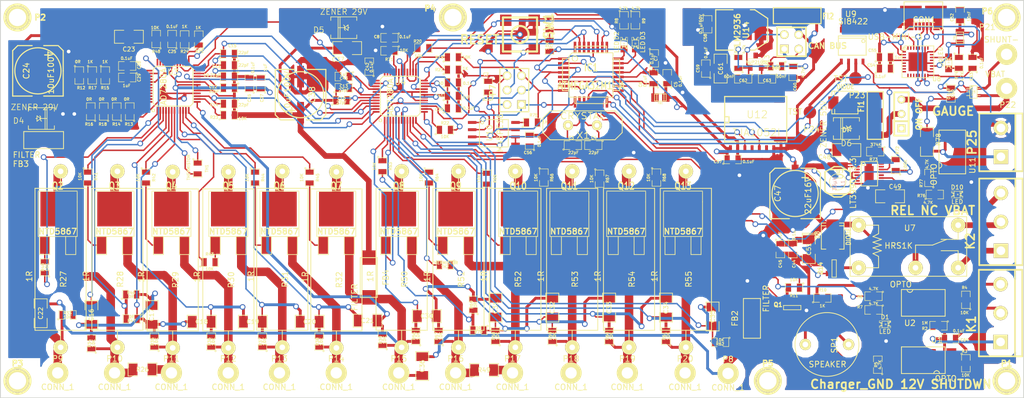
<source format=kicad_pcb>
(kicad_pcb (version 3) (host pcbnew "(2013-jul-07)-stable")
  (layers (15 F.Cu signal) (0 B.Cu signal) (18 B.Paste user) (19 F.Paste user) (20 B.SilkS user) (21 F.SilkS user) (22 B.Mask user) (23 F.Mask user) (28 Edge.Cuts user))
  (net 0 "")
  (net 1 /AD7280A/AD7280A_SUB_HI/ALERT)
  (net 2 /AD7280A/AD7280A_SUB_HI/ALERT_IO)
  (net 3 /AD7280A/AD7280A_SUB_HI/ALERThi)
  (net 4 /AD7280A/AD7280A_SUB_HI/CB1)
  (net 5 /AD7280A/AD7280A_SUB_HI/CB2)
  (net 6 /AD7280A/AD7280A_SUB_HI/CB3)
  (net 7 /AD7280A/AD7280A_SUB_HI/CB4)
  (net 8 /AD7280A/AD7280A_SUB_HI/CB5)
  (net 9 /AD7280A/AD7280A_SUB_HI/CB6)
  (net 10 /AD7280A/AD7280A_SUB_HI/CNVST/)
  (net 11 /AD7280A/AD7280A_SUB_HI/CNVSThi/)
  (net 12 /AD7280A/AD7280A_SUB_HI/CRef)
  (net 13 /AD7280A/AD7280A_SUB_HI/CS/)
  (net 14 /AD7280A/AD7280A_SUB_HI/CShi/)
  (net 15 /AD7280A/AD7280A_SUB_HI/HIBAT)
  (net 16 /AD7280A/AD7280A_SUB_HI/MASTER)
  (net 17 /AD7280A/AD7280A_SUB_HI/PD/)
  (net 18 /AD7280A/AD7280A_SUB_HI/PDhi/)
  (net 19 /AD7280A/AD7280A_SUB_HI/SCLK)
  (net 20 /AD7280A/AD7280A_SUB_HI/SCLKhi)
  (net 21 /AD7280A/AD7280A_SUB_HI/SDI)
  (net 22 /AD7280A/AD7280A_SUB_HI/SDIhi)
  (net 23 /AD7280A/AD7280A_SUB_HI/SDO)
  (net 24 /AD7280A/AD7280A_SUB_HI/SDOhi)
  (net 25 /AD7280A/AD7280A_SUB_HI/VDDNFILTERED)
  (net 26 /AD7280A/AD7280A_SUB_HI/VDRIVE)
  (net 27 /AD7280A/AD7280A_SUB_HI/VIN0)
  (net 28 /AD7280A/AD7280A_SUB_HI/VIN1)
  (net 29 /AD7280A/AD7280A_SUB_HI/VIN2)
  (net 30 /AD7280A/AD7280A_SUB_HI/VIN3)
  (net 31 /AD7280A/AD7280A_SUB_HI/VIN4)
  (net 32 /AD7280A/AD7280A_SUB_HI/VIN5)
  (net 33 /AD7280A/AD7280A_SUB_HI/VIN6)
  (net 34 /AD7280A/AD7280A_SUB_HI/VRef)
  (net 35 /AD7280A/AD7280A_SUB_LO/ALERT)
  (net 36 /AD7280A/AD7280A_SUB_LO/ALERT_IO)
  (net 37 /AD7280A/AD7280A_SUB_LO/CB1)
  (net 38 /AD7280A/AD7280A_SUB_LO/CB2)
  (net 39 /AD7280A/AD7280A_SUB_LO/CB3)
  (net 40 /AD7280A/AD7280A_SUB_LO/CB4)
  (net 41 /AD7280A/AD7280A_SUB_LO/CB5)
  (net 42 /AD7280A/AD7280A_SUB_LO/CB6)
  (net 43 /AD7280A/AD7280A_SUB_LO/CRef)
  (net 44 /AD7280A/AD7280A_SUB_LO/HIBAT)
  (net 45 /AD7280A/AD7280A_SUB_LO/LOBAT)
  (net 46 /AD7280A/AD7280A_SUB_LO/MASTER)
  (net 47 /AD7280A/AD7280A_SUB_LO/SDIhi)
  (net 48 /AD7280A/AD7280A_SUB_LO/SDO)
  (net 49 /AD7280A/AD7280A_SUB_LO/VDDNFILTERED)
  (net 50 /AD7280A/AD7280A_SUB_LO/VIN0)
  (net 51 /AD7280A/AD7280A_SUB_LO/VIN1)
  (net 52 /AD7280A/AD7280A_SUB_LO/VIN2)
  (net 53 /AD7280A/AD7280A_SUB_LO/VIN3)
  (net 54 /AD7280A/AD7280A_SUB_LO/VIN4)
  (net 55 /AD7280A/AD7280A_SUB_LO/VIN5)
  (net 56 /AD7280A/AD7280A_SUB_LO/VIN6)
  (net 57 /AD7280A/AD7280A_SUB_LO/VREG)
  (net 58 /AD7280A/AD7280A_SUB_LO/VRef)
  (net 59 /AD7280A/ALERT)
  (net 60 /AD7280A/CNVST/)
  (net 61 /AD7280A/CS/)
  (net 62 /AD7280A/PD/)
  (net 63 /AD7280A/SDI)
  (net 64 /AD7280A/SDO)
  (net 65 /BUZZER)
  (net 66 /CHARGER_12V)
  (net 67 /CHARGER_GND)
  (net 68 /CHARGER_ON/)
  (net 69 /CLK1)
  (net 70 /CLK2)
  (net 71 /CSense/CSENSE)
  (net 72 /CSense/SHUNT-)
  (net 73 /CSense/VBAT)
  (net 74 /Gauge/GAUGEOUT)
  (net 75 /Gauge/GaugeValue)
  (net 76 /Isolated_CAN/BMSCANRX)
  (net 77 /Isolated_CAN/BMSCANTX)
  (net 78 /Isolated_CAN/BMSGND)
  (net 79 /Isolated_CAN/CAN12V)
  (net 80 /Isolated_CAN/CANGND)
  (net 81 /Isolated_CAN/CANH)
  (net 82 /Isolated_CAN/CANL)
  (net 83 /Isolated_CAN/CANUNFILTERED12V)
  (net 84 /Isolated_CAN/CANVDD)
  (net 85 /LEDBALANCING)
  (net 86 /LEDERROR)
  (net 87 /RESET/)
  (net 88 "/SPI Flash/CLK")
  (net 89 "/SPI Flash/CSFLASH/")
  (net 90 "/SPI Flash/FSDO")
  (net 91 /STOP_CHARGE)
  (net 92 /STOP_CHARGER)
  (net 93 /VREG/3.3V)
  (net 94 /VREG/PG)
  (net 95 /VREG/SW)
  (net 96 /VREG/VIN)
  (net 97 /comandsolenoid/COILON)
  (net 98 /comandsolenoid/StartCOIL)
  (net 99 /comandsolenoid/VbatCOIL)
  (net 100 /usbserial/3V3OUT)
  (net 101 /usbserial/RXD)
  (net 102 /usbserial/TXD)
  (net 103 /usbserial/USBGND)
  (net 104 /usbserial/USBVCC)
  (net 105 N-00000100)
  (net 106 N-0000011)
  (net 107 N-00000113)
  (net 108 N-00000114)
  (net 109 N-00000120)
  (net 110 N-00000121)
  (net 111 N-00000123)
  (net 112 N-00000124)
  (net 113 N-00000129)
  (net 114 N-00000135)
  (net 115 N-00000140)
  (net 116 N-00000144)
  (net 117 N-00000145)
  (net 118 N-00000146)
  (net 119 N-00000148)
  (net 120 N-00000149)
  (net 121 N-00000150)
  (net 122 N-00000153)
  (net 123 N-00000154)
  (net 124 N-00000158)
  (net 125 N-00000159)
  (net 126 N-00000160)
  (net 127 N-00000161)
  (net 128 N-00000162)
  (net 129 N-00000168)
  (net 130 N-00000169)
  (net 131 N-00000171)
  (net 132 N-00000172)
  (net 133 N-00000173)
  (net 134 N-00000175)
  (net 135 N-00000176)
  (net 136 N-00000184)
  (net 137 N-00000185)
  (net 138 N-00000186)
  (net 139 N-00000187)
  (net 140 N-00000188)
  (net 141 N-00000189)
  (net 142 N-00000190)
  (net 143 N-00000191)
  (net 144 N-00000193)
  (net 145 N-00000194)
  (net 146 N-00000195)
  (net 147 N-00000201)
  (net 148 N-00000202)
  (net 149 N-00000205)
  (net 150 N-00000206)
  (net 151 N-00000212)
  (net 152 N-00000213)
  (net 153 N-00000214)
  (net 154 N-0000022)
  (net 155 N-0000023)
  (net 156 N-0000030)
  (net 157 N-0000031)
  (net 158 N-0000042)
  (net 159 N-0000043)
  (net 160 N-0000047)
  (net 161 N-0000048)
  (net 162 N-000008)
  (net 163 N-0000081)
  (net 164 N-0000083)
  (net 165 N-0000084)
  (net 166 N-0000085)
  (net 167 N-000009)
  (net 168 N-0000094)
  (net 169 N-0000096)
  (net 170 N-0000098)
  (net 171 N-0000099)
  (module EMI_FILTER_NFE61HT (layer F.Cu) (at 200.165 66.992)
    (fp_text reference FI2 (at 5.435 0.108) (layer F.SilkS) (effects (font (size 1.016 0.889) (thickness 0.2032))))
    (fp_text value EMI_FILTER2 hide)
    (pad 1 smd rect (at -3.429 0) (size 1.27 2.54) (layers F.Cu F.Paste F.Mask) (net 79 /Isolated_CAN/CAN12V))
    (pad 2 smd rect (at 0 0) (size 2.54 2.54) (layers F.Cu F.Paste F.Mask) (net 80 /Isolated_CAN/CANGND))
    (pad 3 smd rect (at 3.429 0) (size 1.27 2.54) (layers F.Cu F.Paste F.Mask) (net 83 /Isolated_CAN/CANUNFILTERED12V))
  )
  (module sot323-5 (layer F.Cu) (at 231.166 80.418 270)
    (fp_text reference U6 (at 0 -0.20066 270) (layer F.SilkS) (effects (font (size 0.29972 0.29972) (thickness 0.06096))))
    (fp_text value INA197 (at 0 0.20066 270) (layer F.SilkS) (effects (font (size 0.29972 0.29972) (thickness 0.06096))))
    (pad 1 smd rect (at -0.65024 1.00076 270) (size 0.50038 0.8001) (layers F.Cu F.Paste F.Mask) (net 71 /CSense/CSENSE))
    (pad 3 smd rect (at 0.65024 1.00076 270) (size 0.50038 0.8001) (layers F.Cu F.Paste F.Mask) (net 93 /VREG/3.3V))
    (pad 2 smd rect (at 0 1.00076 270) (size 0.50038 0.8001) (layers F.Cu F.Paste F.Mask) (net 78 /Isolated_CAN/BMSGND))
    (pad 4 smd rect (at 0.65024 -1.00076 270) (size 0.50038 0.8001) (layers F.Cu F.Paste F.Mask) (net 73 /CSense/VBAT))
    (pad 5 smd rect (at -0.65024 -1.00076 270) (size 0.50038 0.8001) (layers F.Cu F.Paste F.Mask) (net 72 /CSense/SHUNT-))
  )
  (module SOT23EBC (layer F.Cu) (at 199.285 118.407)
    (fp_text reference Q1 (at -2.485 -0.507) (layer F.SilkS) (effects (font (size 0.762 0.762) (thickness 0.2032))))
    (fp_text value BC850 hide)
    (pad 1 smd rect (at -0.889 -1.016) (size 0.9144 0.9144) (layers F.Cu F.Paste F.Mask) (net 106 N-0000011))
    (pad 2 smd rect (at 0.889 -1.016) (size 0.9144 0.9144) (layers F.Cu F.Paste F.Mask) (net 78 /Isolated_CAN/BMSGND))
    (pad 3 smd rect (at 0 1.016) (size 0.9144 0.9144) (layers F.Cu F.Paste F.Mask) (net 167 N-000009))
  )
  (module SOT23EBC (layer F.Cu) (at 206.663 111.515 90)
    (fp_text reference Q14 (at 0 -2.413 90) (layer F.SilkS) (effects (font (size 0.762 0.762) (thickness 0.2032))))
    (fp_text value BC850 hide)
    (pad 1 smd rect (at -0.889 -1.016 90) (size 0.9144 0.9144) (layers F.Cu F.Paste F.Mask) (net 97 /comandsolenoid/COILON))
    (pad 2 smd rect (at 0.889 -1.016 90) (size 0.9144 0.9144) (layers F.Cu F.Paste F.Mask) (net 78 /Isolated_CAN/BMSGND))
    (pad 3 smd rect (at 0 1.016 90) (size 0.9144 0.9144) (layers F.Cu F.Paste F.Mask) (net 169 N-0000096))
  )
  (module SOT23 (layer F.Cu) (at 192.865 75.092)
    (fp_text reference U13 (at 1.99898 -0.09906 90) (layer F.SilkS) (effects (font (size 0.762 0.762) (thickness 0.11938))))
    (fp_text value NUP2105L (at 0.191 0.081) (layer F.SilkS) (effects (font (size 0.50038 0.50038) (thickness 0.09906))))
    (pad 3 smd rect (at 0 -1.09982) (size 0.8001 1.00076) (layers F.Cu F.Paste F.Mask) (net 80 /Isolated_CAN/CANGND))
    (pad 2 smd rect (at 0.9525 1.09982) (size 0.8001 1.00076) (layers F.Cu F.Paste F.Mask) (net 82 /Isolated_CAN/CANL))
    (pad 1 smd rect (at -0.9525 1.09982) (size 0.8001 1.00076) (layers F.Cu F.Paste F.Mask) (net 81 /Isolated_CAN/CANH))
  )
  (module SO16W (layer F.Cu) (at 192.865 85.292)
    (fp_text reference U12 (at 0.254 -0.889) (layer F.SilkS) (effects (font (size 1.27 1.27) (thickness 0.127))))
    (fp_text value TJA1052I (at 0.127 2.286) (layer F.SilkS) (effects (font (size 1.27 1.27) (thickness 0.127))))
    (pad 1 smd rect (at -4.445 5.08) (size 0.508 1.143) (layers F.Cu F.Paste F.Mask) (net 93 /VREG/3.3V))
    (pad 2 smd rect (at -3.175 5.08) (size 0.508 1.143) (layers F.Cu F.Paste F.Mask) (net 78 /Isolated_CAN/BMSGND))
    (pad 3 smd rect (at -1.905 5.08) (size 0.508 1.143) (layers F.Cu F.Paste F.Mask) (net 77 /Isolated_CAN/BMSCANTX))
    (pad 4 smd rect (at -0.635 5.08) (size 0.508 1.143) (layers F.Cu F.Paste F.Mask))
    (pad 5 smd rect (at 0.635 5.08) (size 0.508 1.143) (layers F.Cu F.Paste F.Mask) (net 76 /Isolated_CAN/BMSCANRX))
    (pad 6 smd rect (at 1.905 5.08) (size 0.508 1.143) (layers F.Cu F.Paste F.Mask))
    (pad 7 smd rect (at 3.175 5.08) (size 0.508 1.143) (layers F.Cu F.Paste F.Mask) (net 78 /Isolated_CAN/BMSGND))
    (pad 8 smd rect (at 4.445 5.08) (size 0.508 1.143) (layers F.Cu F.Paste F.Mask) (net 78 /Isolated_CAN/BMSGND))
    (pad 9 smd rect (at 4.445 -5.08) (size 0.508 1.143) (layers F.Cu F.Paste F.Mask) (net 80 /Isolated_CAN/CANGND))
    (pad 10 smd rect (at 3.175 -5.08) (size 0.508 1.143) (layers F.Cu F.Paste F.Mask) (net 80 /Isolated_CAN/CANGND))
    (pad 11 smd rect (at 1.905 -5.08) (size 0.508 1.143) (layers F.Cu F.Paste F.Mask) (net 84 /Isolated_CAN/CANVDD))
    (pad 12 smd rect (at 0.635 -5.08) (size 0.508 1.143) (layers F.Cu F.Paste F.Mask) (net 82 /Isolated_CAN/CANL))
    (pad 13 smd rect (at -0.635 -5.08) (size 0.508 1.143) (layers F.Cu F.Paste F.Mask) (net 81 /Isolated_CAN/CANH))
    (pad 14 smd rect (at -1.905 -5.08) (size 0.508 1.143) (layers F.Cu F.Paste F.Mask) (net 80 /Isolated_CAN/CANGND))
    (pad 15 smd rect (at -3.175 -5.08) (size 0.508 1.143) (layers F.Cu F.Paste F.Mask) (net 80 /Isolated_CAN/CANGND))
    (pad 16 smd rect (at -4.445 -5.08) (size 0.508 1.143) (layers F.Cu F.Paste F.Mask) (net 84 /Isolated_CAN/CANVDD))
  )
  (module SMDHD/VF (layer F.Cu) (at 66.6 76.7 270)
    (fp_text reference C24 (at 0 2.032 270) (layer F.SilkS) (effects (font (size 1.016 1.016) (thickness 0.15748))))
    (fp_text value 10uF100V (at 0.381 -2.286 270) (layer F.SilkS) (effects (font (size 1.016 1.016) (thickness 0.15748))))
    (fp_text user + (at -2.794 -1.651 270) (layer F.SilkS) (effects (font (size 1.524 1.524) (thickness 0.2032))))
    (pad 1 smd rect (at -3.175 0 270) (size 3.79984 1.19888) (layers F.Cu F.Paste F.Mask) (net 25 /AD7280A/AD7280A_SUB_HI/VDDNFILTERED))
    (pad 2 smd rect (at 3.175 0 270) (size 3.79984 1.19888) (layers F.Cu F.Paste F.Mask) (net 49 /AD7280A/AD7280A_SUB_LO/VDDNFILTERED))
  )
  (module SMDHD/VF (layer F.Cu) (at 199.8 98.3 270)
    (fp_text reference C47 (at 0 3.048 270) (layer F.SilkS) (effects (font (size 1.016 1.016) (thickness 0.15748))))
    (fp_text value 22uF16V (at 0.381 -2.286 270) (layer F.SilkS) (effects (font (size 1.016 1.016) (thickness 0.15748))))
    (fp_text user + (at -2.794 -1.651 270) (layer F.SilkS) (effects (font (size 1.524 1.524) (thickness 0.2032))))
    (pad 1 smd rect (at -3.175 0 270) (size 3.79984 1.19888) (layers F.Cu F.Paste F.Mask) (net 93 /VREG/3.3V))
    (pad 2 smd rect (at 3.175 0 270) (size 3.79984 1.19888) (layers F.Cu F.Paste F.Mask) (net 78 /Isolated_CAN/BMSGND))
  )
  (module SMDHD/VF (layer F.Cu) (at 112.8 80.9 90)
    (fp_text reference C38 (at 0 2.032 90) (layer F.SilkS) (effects (font (size 1.016 1.016) (thickness 0.15748))))
    (fp_text value 10uF100V (at 0.381 -2.286 90) (layer F.SilkS) (effects (font (size 1.016 1.016) (thickness 0.15748))))
    (fp_text user + (at -2.794 -1.651 90) (layer F.SilkS) (effects (font (size 1.524 1.524) (thickness 0.2032))))
    (pad 1 smd rect (at -3.175 0 90) (size 3.79984 1.19888) (layers F.Cu F.Paste F.Mask) (net 49 /AD7280A/AD7280A_SUB_LO/VDDNFILTERED))
    (pad 2 smd rect (at 3.175 0 90) (size 3.79984 1.19888) (layers F.Cu F.Paste F.Mask) (net 78 /Isolated_CAN/BMSGND))
  )
  (module SM1206POL (layer F.Cu) (at 202.2 108.1 270)
    (fp_text reference C51 (at 0 0 270) (layer F.SilkS) (effects (font (size 0.762 0.762) (thickness 0.127))))
    (fp_text value 10uF20V hide)
    (pad 1 smd rect (at -1.651 0 270) (size 1.524 2.032) (layers F.Cu F.Paste F.Mask) (net 93 /VREG/3.3V))
    (pad 2 smd rect (at 1.651 0 270) (size 1.524 2.032) (layers F.Cu F.Paste F.Mask) (net 78 /Isolated_CAN/BMSGND))
  )
  (module SM1206 (layer F.Cu) (at 76 119.7 270)
    (fp_text reference C16 (at 0 0 270) (layer F.SilkS) (effects (font (size 0.762 0.762) (thickness 0.127))))
    (fp_text value 0.1uF50V hide)
    (pad 1 smd rect (at -1.651 0 270) (size 1.524 2.032) (layers F.Cu F.Paste F.Mask) (net 33 /AD7280A/AD7280A_SUB_HI/VIN6))
    (pad 2 smd rect (at 1.651 0 270) (size 1.524 2.032) (layers F.Cu F.Paste F.Mask) (net 132 N-00000172))
  )
  (module SM1206 (layer F.Cu) (at 82.6 70.7)
    (fp_text reference C23 (at 0 2.2) (layer F.SilkS) (effects (font (size 0.762 0.762) (thickness 0.127))))
    (fp_text value 0.1uF100V hide)
    (pad 1 smd rect (at -1.651 0) (size 1.524 2.032) (layers F.Cu F.Paste F.Mask) (net 25 /AD7280A/AD7280A_SUB_HI/VDDNFILTERED))
    (pad 2 smd rect (at 1.651 0) (size 1.524 2.032) (layers F.Cu F.Paste F.Mask) (net 49 /AD7280A/AD7280A_SUB_LO/VDDNFILTERED))
  )
  (module SM1206 (layer F.Cu) (at 86.6 119.7 270)
    (fp_text reference C17 (at 0 0 270) (layer F.SilkS) (effects (font (size 0.762 0.762) (thickness 0.127))))
    (fp_text value 0.1uF50V hide)
    (pad 1 smd rect (at -1.651 0 270) (size 1.524 2.032) (layers F.Cu F.Paste F.Mask) (net 132 N-00000172))
    (pad 2 smd rect (at 1.651 0 270) (size 1.524 2.032) (layers F.Cu F.Paste F.Mask) (net 31 /AD7280A/AD7280A_SUB_HI/VIN4))
  )
  (module SM1206 (layer F.Cu) (at 95.4 120.9)
    (fp_text reference C18 (at 0 0) (layer F.SilkS) (effects (font (size 0.762 0.762) (thickness 0.127))))
    (fp_text value 0.1uF50V hide)
    (pad 1 smd rect (at -1.651 0) (size 1.524 2.032) (layers F.Cu F.Paste F.Mask) (net 31 /AD7280A/AD7280A_SUB_HI/VIN4))
    (pad 2 smd rect (at 1.651 0) (size 1.524 2.032) (layers F.Cu F.Paste F.Mask) (net 30 /AD7280A/AD7280A_SUB_HI/VIN3))
  )
  (module SM1206 (layer F.Cu) (at 104.4 120.9)
    (fp_text reference C19 (at 0 0) (layer F.SilkS) (effects (font (size 0.762 0.762) (thickness 0.127))))
    (fp_text value 0.1uF50V hide)
    (pad 1 smd rect (at -1.651 0) (size 1.524 2.032) (layers F.Cu F.Paste F.Mask) (net 30 /AD7280A/AD7280A_SUB_HI/VIN3))
    (pad 2 smd rect (at 1.651 0) (size 1.524 2.032) (layers F.Cu F.Paste F.Mask) (net 29 /AD7280A/AD7280A_SUB_HI/VIN2))
  )
  (module SM1206 (layer F.Cu) (at 114.4 120.9)
    (fp_text reference C20 (at 0 0) (layer F.SilkS) (effects (font (size 0.762 0.762) (thickness 0.127))))
    (fp_text value 0.1uF50V hide)
    (pad 1 smd rect (at -1.651 0) (size 1.524 2.032) (layers F.Cu F.Paste F.Mask) (net 29 /AD7280A/AD7280A_SUB_HI/VIN2))
    (pad 2 smd rect (at 1.651 0) (size 1.524 2.032) (layers F.Cu F.Paste F.Mask) (net 28 /AD7280A/AD7280A_SUB_HI/VIN1))
  )
  (module SM1206 (layer F.Cu) (at 124.6 120.7)
    (fp_text reference C21 (at 0 0) (layer F.SilkS) (effects (font (size 0.762 0.762) (thickness 0.127))))
    (fp_text value 0.1uF50V hide)
    (pad 1 smd rect (at -1.651 0) (size 1.524 2.032) (layers F.Cu F.Paste F.Mask) (net 28 /AD7280A/AD7280A_SUB_HI/VIN1))
    (pad 2 smd rect (at 1.651 0) (size 1.524 2.032) (layers F.Cu F.Paste F.Mask) (net 27 /AD7280A/AD7280A_SUB_HI/VIN0))
  )
  (module SM1206 (layer F.Cu) (at 85 129.3)
    (fp_text reference R26 (at 0 0) (layer F.SilkS) (effects (font (size 0.762 0.762) (thickness 0.127))))
    (fp_text value 0R hide)
    (pad 1 smd rect (at -1.651 0) (size 1.524 2.032) (layers F.Cu F.Paste F.Mask) (net 133 N-00000173))
    (pad 2 smd rect (at 1.651 0) (size 1.524 2.032) (layers F.Cu F.Paste F.Mask) (net 129 N-00000168))
  )
  (module SM1206 (layer F.Cu) (at 67.08 119.402 90)
    (fp_text reference C22 (at 0 0 90) (layer F.SilkS) (effects (font (size 0.762 0.762) (thickness 0.127))))
    (fp_text value 0.1uF100V hide)
    (pad 1 smd rect (at -1.651 0 90) (size 1.524 2.032) (layers F.Cu F.Paste F.Mask) (net 15 /AD7280A/AD7280A_SUB_HI/HIBAT))
    (pad 2 smd rect (at 1.651 0 90) (size 1.524 2.032) (layers F.Cu F.Paste F.Mask) (net 44 /AD7280A/AD7280A_SUB_LO/HIBAT))
  )
  (module SM1206 (layer F.Cu) (at 145.08 129.402)
    (fp_text reference R49 (at 0 0) (layer F.SilkS) (effects (font (size 0.762 0.762) (thickness 0.127))))
    (fp_text value 0R hide)
    (pad 1 smd rect (at -1.651 0) (size 1.524 2.032) (layers F.Cu F.Paste F.Mask) (net 152 N-00000213))
    (pad 2 smd rect (at 1.651 0) (size 1.524 2.032) (layers F.Cu F.Paste F.Mask) (net 153 N-00000214))
  )
  (module SM1206 (layer F.Cu) (at 216.5 98.8 180)
    (fp_text reference C49 (at -0.9 1.7 180) (layer F.SilkS) (effects (font (size 0.762 0.762) (thickness 0.127))))
    (fp_text value 0.22uF100V hide)
    (pad 1 smd rect (at -1.651 0 180) (size 1.524 2.032) (layers F.Cu F.Paste F.Mask) (net 163 N-0000081))
    (pad 2 smd rect (at 1.651 0 180) (size 1.524 2.032) (layers F.Cu F.Paste F.Mask) (net 95 /VREG/SW))
  )
  (module SM1206 (layer F.Cu) (at 121 72.7)
    (fp_text reference C37 (at -1.6 2) (layer F.SilkS) (effects (font (size 0.762 0.762) (thickness 0.127))))
    (fp_text value 0.1uF100V hide)
    (pad 1 smd rect (at -1.651 0) (size 1.524 2.032) (layers F.Cu F.Paste F.Mask) (net 49 /AD7280A/AD7280A_SUB_LO/VDDNFILTERED))
    (pad 2 smd rect (at 1.651 0) (size 1.524 2.032) (layers F.Cu F.Paste F.Mask) (net 78 /Isolated_CAN/BMSGND))
  )
  (module SM1206 (layer F.Cu) (at 135 119.9)
    (fp_text reference C30 (at 0 0) (layer F.SilkS) (effects (font (size 0.762 0.762) (thickness 0.127))))
    (fp_text value 0.1uF50V hide)
    (pad 1 smd rect (at -1.651 0) (size 1.524 2.032) (layers F.Cu F.Paste F.Mask) (net 56 /AD7280A/AD7280A_SUB_LO/VIN6))
    (pad 2 smd rect (at 1.651 0) (size 1.524 2.032) (layers F.Cu F.Paste F.Mask) (net 151 N-00000212))
  )
  (module SM1206 (layer F.Cu) (at 147.08 118.402 270)
    (fp_text reference C31 (at 0 0 270) (layer F.SilkS) (effects (font (size 0.762 0.762) (thickness 0.127))))
    (fp_text value 0.1uF50V hide)
    (pad 1 smd rect (at -1.651 0 270) (size 1.524 2.032) (layers F.Cu F.Paste F.Mask) (net 151 N-00000212))
    (pad 2 smd rect (at 1.651 0 270) (size 1.524 2.032) (layers F.Cu F.Paste F.Mask) (net 54 /AD7280A/AD7280A_SUB_LO/VIN4))
  )
  (module SM1206 (layer F.Cu) (at 157.08 118.402 270)
    (fp_text reference C32 (at 0 0 270) (layer F.SilkS) (effects (font (size 0.762 0.762) (thickness 0.127))))
    (fp_text value 0.1uF50V hide)
    (pad 1 smd rect (at -1.651 0 270) (size 1.524 2.032) (layers F.Cu F.Paste F.Mask) (net 54 /AD7280A/AD7280A_SUB_LO/VIN4))
    (pad 2 smd rect (at 1.651 0 270) (size 1.524 2.032) (layers F.Cu F.Paste F.Mask) (net 53 /AD7280A/AD7280A_SUB_LO/VIN3))
  )
  (module SM1206 (layer F.Cu) (at 167.08 118.402 270)
    (fp_text reference C33 (at 0 0 270) (layer F.SilkS) (effects (font (size 0.762 0.762) (thickness 0.127))))
    (fp_text value 0.1uF50V hide)
    (pad 1 smd rect (at -1.651 0 270) (size 1.524 2.032) (layers F.Cu F.Paste F.Mask) (net 53 /AD7280A/AD7280A_SUB_LO/VIN3))
    (pad 2 smd rect (at 1.651 0 270) (size 1.524 2.032) (layers F.Cu F.Paste F.Mask) (net 52 /AD7280A/AD7280A_SUB_LO/VIN2))
  )
  (module SM1206 (layer F.Cu) (at 177.08 118.402 270)
    (fp_text reference C34 (at 0 0 270) (layer F.SilkS) (effects (font (size 0.762 0.762) (thickness 0.127))))
    (fp_text value 0.1uF50V hide)
    (pad 1 smd rect (at -1.651 0 270) (size 1.524 2.032) (layers F.Cu F.Paste F.Mask) (net 52 /AD7280A/AD7280A_SUB_LO/VIN2))
    (pad 2 smd rect (at 1.651 0 270) (size 1.524 2.032) (layers F.Cu F.Paste F.Mask) (net 51 /AD7280A/AD7280A_SUB_LO/VIN1))
  )
  (module SM1206 (layer F.Cu) (at 185.272 119.968 270)
    (fp_text reference C35 (at 0 0 270) (layer F.SilkS) (effects (font (size 0.762 0.762) (thickness 0.127))))
    (fp_text value 0.1uF50V hide)
    (pad 1 smd rect (at -1.651 0 270) (size 1.524 2.032) (layers F.Cu F.Paste F.Mask) (net 51 /AD7280A/AD7280A_SUB_LO/VIN1))
    (pad 2 smd rect (at 1.651 0 270) (size 1.524 2.032) (layers F.Cu F.Paste F.Mask) (net 50 /AD7280A/AD7280A_SUB_LO/VIN0))
  )
  (module SM1206 (layer F.Cu) (at 134.2 128.7 90)
    (fp_text reference C36 (at 0 0 90) (layer F.SilkS) (effects (font (size 0.762 0.762) (thickness 0.127))))
    (fp_text value 0.1uF100V hide)
    (pad 1 smd rect (at -1.651 0 90) (size 1.524 2.032) (layers F.Cu F.Paste F.Mask) (net 44 /AD7280A/AD7280A_SUB_LO/HIBAT))
    (pad 2 smd rect (at 1.651 0 90) (size 1.524 2.032) (layers F.Cu F.Paste F.Mask) (net 45 /AD7280A/AD7280A_SUB_LO/LOBAT))
  )
  (module SM1206 (layer F.Cu) (at 208.812 90.666)
    (fp_text reference C48 (at -3.812 1.234) (layer F.SilkS) (effects (font (size 0.762 0.762) (thickness 0.127))))
    (fp_text value 2.2uF100V hide)
    (pad 1 smd rect (at -1.651 0) (size 1.524 2.032) (layers F.Cu F.Paste F.Mask) (net 96 /VREG/VIN))
    (pad 2 smd rect (at 1.651 0) (size 1.524 2.032) (layers F.Cu F.Paste F.Mask) (net 78 /Isolated_CAN/BMSGND))
  )
  (module SM1206 (layer F.Cu) (at 186.7 76.3 90)
    (fp_text reference C61 (at 0 0 90) (layer F.SilkS) (effects (font (size 0.762 0.762) (thickness 0.127))))
    (fp_text value 3uF hide)
    (pad 1 smd rect (at -1.651 0 90) (size 1.524 2.032) (layers F.Cu F.Paste F.Mask) (net 84 /Isolated_CAN/CANVDD))
    (pad 2 smd rect (at 1.651 0 90) (size 1.524 2.032) (layers F.Cu F.Paste F.Mask) (net 80 /Isolated_CAN/CANGND))
  )
  (module SM0805 (layer F.Cu) (at 213.892 90.92 180)
    (fp_text reference R73 (at 0.292 -1.38 180) (layer F.SilkS) (effects (font (size 0.50038 0.50038) (thickness 0.10922))))
    (fp_text value 374K (at -0.108 1.22 180) (layer F.SilkS) (effects (font (size 0.50038 0.50038) (thickness 0.10922))))
    (pad 1 smd rect (at -0.9525 0 180) (size 0.889 1.397) (layers F.Cu F.Paste F.Mask) (net 165 N-0000084))
    (pad 2 smd rect (at 0.9525 0 180) (size 0.889 1.397) (layers F.Cu F.Paste F.Mask) (net 78 /Isolated_CAN/BMSGND))
  )
  (module SM0805 (layer F.Cu) (at 231 75.3 90)
    (fp_text reference C53 (at -2.4 -0.2 90) (layer F.SilkS) (effects (font (size 0.50038 0.50038) (thickness 0.10922))))
    (fp_text value 0.1uF (at 0 1.6 90) (layer F.SilkS) (effects (font (size 0.50038 0.50038) (thickness 0.10922))))
    (pad 1 smd rect (at -0.9525 0 90) (size 0.889 1.397) (layers F.Cu F.Paste F.Mask) (net 100 /usbserial/3V3OUT))
    (pad 2 smd rect (at 0.9525 0 90) (size 0.889 1.397) (layers F.Cu F.Paste F.Mask) (net 103 /usbserial/USBGND))
  )
  (module SM0805 (layer F.Cu) (at 228.6 75.3 270)
    (fp_text reference R74 (at 2.2 0.4 270) (layer F.SilkS) (effects (font (size 0.50038 0.50038) (thickness 0.10922))))
    (fp_text value 4,7K (at 2.4 -0.6 270) (layer F.SilkS) (effects (font (size 0.50038 0.50038) (thickness 0.10922))))
    (pad 1 smd rect (at -0.9525 0 270) (size 0.889 1.397) (layers F.Cu F.Paste F.Mask) (net 104 /usbserial/USBVCC))
    (pad 2 smd rect (at 0.9525 0 270) (size 0.889 1.397) (layers F.Cu F.Paste F.Mask) (net 108 N-00000114))
  )
  (module SM0805 (layer F.Cu) (at 174.9 78 90)
    (fp_text reference C6 (at -1.1 -2.3 90) (layer F.SilkS) (effects (font (size 0.50038 0.50038) (thickness 0.10922))))
    (fp_text value 0.1uF (at -0.5 -1.5 90) (layer F.SilkS) (effects (font (size 0.50038 0.50038) (thickness 0.10922))))
    (pad 1 smd rect (at -0.9525 0 90) (size 0.889 1.397) (layers F.Cu F.Paste F.Mask) (net 160 N-0000047))
    (pad 2 smd rect (at 0.9525 0 90) (size 0.889 1.397) (layers F.Cu F.Paste F.Mask) (net 78 /Isolated_CAN/BMSGND))
  )
  (module SM0805 (layer F.Cu) (at 139.612 78.758)
    (fp_text reference C40 (at -2.412 0.142) (layer F.SilkS) (effects (font (size 0.50038 0.50038) (thickness 0.10922))))
    (fp_text value 0.1uF (at 2.788 0.142) (layer F.SilkS) (effects (font (size 0.50038 0.50038) (thickness 0.10922))))
    (pad 1 smd rect (at -0.9525 0) (size 0.889 1.397) (layers F.Cu F.Paste F.Mask) (net 57 /AD7280A/AD7280A_SUB_LO/VREG))
    (pad 2 smd rect (at 0.9525 0) (size 0.889 1.397) (layers F.Cu F.Paste F.Mask) (net 78 /Isolated_CAN/BMSGND))
  )
  (module SM0805 (layer F.Cu) (at 139.6 83.3)
    (fp_text reference C39 (at -2.4 0.2) (layer F.SilkS) (effects (font (size 0.50038 0.50038) (thickness 0.10922))))
    (fp_text value 0.1uF (at 2.8 0) (layer F.SilkS) (effects (font (size 0.50038 0.50038) (thickness 0.10922))))
    (pad 1 smd rect (at -0.9525 0) (size 0.889 1.397) (layers F.Cu F.Paste F.Mask) (net 57 /AD7280A/AD7280A_SUB_LO/VREG))
    (pad 2 smd rect (at 0.9525 0) (size 0.889 1.397) (layers F.Cu F.Paste F.Mask) (net 78 /Isolated_CAN/BMSGND))
  )
  (module SM0805 (layer F.Cu) (at 139.6 81.1)
    (fp_text reference C41 (at -2.4 0) (layer F.SilkS) (effects (font (size 0.50038 0.50038) (thickness 0.10922))))
    (fp_text value 1uF (at 2.4 0.2) (layer F.SilkS) (effects (font (size 0.50038 0.50038) (thickness 0.10922))))
    (pad 1 smd rect (at -0.9525 0) (size 0.889 1.397) (layers F.Cu F.Paste F.Mask) (net 57 /AD7280A/AD7280A_SUB_LO/VREG))
    (pad 2 smd rect (at 0.9525 0) (size 0.889 1.397) (layers F.Cu F.Paste F.Mask) (net 78 /Isolated_CAN/BMSGND))
  )
  (module SM0805 (layer F.Cu) (at 145.8 79.5 90)
    (fp_text reference C2 (at 2.2 -0.4 180) (layer F.SilkS) (effects (font (size 0.50038 0.50038) (thickness 0.10922))))
    (fp_text value 0.1uF (at -2.2 0 180) (layer F.SilkS) (effects (font (size 0.50038 0.50038) (thickness 0.10922))))
    (pad 1 smd rect (at -0.9525 0 90) (size 0.889 1.397) (layers F.Cu F.Paste F.Mask) (net 93 /VREG/3.3V))
    (pad 2 smd rect (at 0.9525 0 90) (size 0.889 1.397) (layers F.Cu F.Paste F.Mask) (net 78 /Isolated_CAN/BMSGND))
  )
  (module SM0805 (layer F.Cu) (at 133.08 123.402 90)
    (fp_text reference R56 (at 0 -0.3175 90) (layer F.SilkS) (effects (font (size 0.50038 0.50038) (thickness 0.10922))))
    (fp_text value 10K (at 0 0.381 90) (layer F.SilkS) (effects (font (size 0.50038 0.50038) (thickness 0.10922))))
    (pad 1 smd rect (at -0.9525 0 90) (size 0.889 1.397) (layers F.Cu F.Paste F.Mask) (net 44 /AD7280A/AD7280A_SUB_LO/HIBAT))
    (pad 2 smd rect (at 0.9525 0 90) (size 0.889 1.397) (layers F.Cu F.Paste F.Mask) (net 56 /AD7280A/AD7280A_SUB_LO/VIN6))
  )
  (module SM0805 (layer F.Cu) (at 143.2 117.9 90)
    (fp_text reference R69 (at 0 -0.3175 90) (layer F.SilkS) (effects (font (size 0.50038 0.50038) (thickness 0.10922))))
    (fp_text value 0R (at 0 0.381 90) (layer F.SilkS) (effects (font (size 0.50038 0.50038) (thickness 0.10922))))
    (pad 1 smd rect (at -0.9525 0 90) (size 0.889 1.397) (layers F.Cu F.Paste F.Mask) (net 55 /AD7280A/AD7280A_SUB_LO/VIN5))
    (pad 2 smd rect (at 0.9525 0 90) (size 0.889 1.397) (layers F.Cu F.Paste F.Mask) (net 151 N-00000212))
  )
  (module SM0805 (layer F.Cu) (at 213.584 116.397 180)
    (fp_text reference R6 (at 2.384 -0.103 180) (layer F.SilkS) (effects (font (size 0.50038 0.50038) (thickness 0.10922))))
    (fp_text value 4.7K (at -0.016 1.297 180) (layer F.SilkS) (effects (font (size 0.50038 0.50038) (thickness 0.10922))))
    (pad 1 smd rect (at -0.9525 0 180) (size 0.889 1.397) (layers F.Cu F.Paste F.Mask) (net 159 N-0000043))
    (pad 2 smd rect (at 0.9525 0 180) (size 0.889 1.397) (layers F.Cu F.Paste F.Mask) (net 92 /STOP_CHARGER))
  )
  (module SM0805 (layer F.Cu) (at 83 116.1)
    (fp_text reference R46 (at 0 -0.3175) (layer F.SilkS) (effects (font (size 0.50038 0.50038) (thickness 0.10922))))
    (fp_text value 0R (at 0 0.381) (layer F.SilkS) (effects (font (size 0.50038 0.50038) (thickness 0.10922))))
    (pad 1 smd rect (at -0.9525 0) (size 0.889 1.397) (layers F.Cu F.Paste F.Mask) (net 32 /AD7280A/AD7280A_SUB_HI/VIN5))
    (pad 2 smd rect (at 0.9525 0) (size 0.889 1.397) (layers F.Cu F.Paste F.Mask) (net 132 N-00000172))
  )
  (module SM0805 (layer F.Cu) (at 83.08 120.402 180)
    (fp_text reference R47 (at 0 -0.3175 180) (layer F.SilkS) (effects (font (size 0.50038 0.50038) (thickness 0.10922))))
    (fp_text value 0R (at 0 0.381 180) (layer F.SilkS) (effects (font (size 0.50038 0.50038) (thickness 0.10922))))
    (pad 1 smd rect (at -0.9525 0 180) (size 0.889 1.397) (layers F.Cu F.Paste F.Mask) (net 31 /AD7280A/AD7280A_SUB_HI/VIN4))
    (pad 2 smd rect (at 0.9525 0 180) (size 0.889 1.397) (layers F.Cu F.Paste F.Mask) (net 32 /AD7280A/AD7280A_SUB_HI/VIN5))
  )
  (module SM0805 (layer F.Cu) (at 127.2 124.1 90)
    (fp_text reference R39 (at 0 -0.3175 90) (layer F.SilkS) (effects (font (size 0.50038 0.50038) (thickness 0.10922))))
    (fp_text value 10K (at 0 0.381 90) (layer F.SilkS) (effects (font (size 0.50038 0.50038) (thickness 0.10922))))
    (pad 1 smd rect (at -0.9525 0 90) (size 0.889 1.397) (layers F.Cu F.Paste F.Mask) (net 44 /AD7280A/AD7280A_SUB_LO/HIBAT))
    (pad 2 smd rect (at 0.9525 0 90) (size 0.889 1.397) (layers F.Cu F.Paste F.Mask) (net 27 /AD7280A/AD7280A_SUB_HI/VIN0))
  )
  (module SM0805 (layer F.Cu) (at 229.84 128.208 270)
    (fp_text reference R3 (at -2.108 0.24 360) (layer F.SilkS) (effects (font (size 0.50038 0.50038) (thickness 0.10922))))
    (fp_text value 10K (at 2.092 0.04 360) (layer F.SilkS) (effects (font (size 0.50038 0.50038) (thickness 0.10922))))
    (pad 1 smd rect (at -0.9525 0 270) (size 0.889 1.397) (layers F.Cu F.Paste F.Mask) (net 66 /CHARGER_12V))
    (pad 2 smd rect (at 0.9525 0 270) (size 0.889 1.397) (layers F.Cu F.Paste F.Mask) (net 158 N-0000042))
  )
  (module SM0805 (layer F.Cu) (at 120.4 77.7 180)
    (fp_text reference C43 (at 0 -0.3175 180) (layer F.SilkS) (effects (font (size 0.50038 0.50038) (thickness 0.10922))))
    (fp_text value 1uF (at 0 0.381 180) (layer F.SilkS) (effects (font (size 0.50038 0.50038) (thickness 0.10922))))
    (pad 1 smd rect (at -0.9525 0 180) (size 0.889 1.397) (layers F.Cu F.Paste F.Mask) (net 58 /AD7280A/AD7280A_SUB_LO/VRef))
    (pad 2 smd rect (at 0.9525 0 180) (size 0.889 1.397) (layers F.Cu F.Paste F.Mask) (net 78 /Isolated_CAN/BMSGND))
  )
  (module SM0805 (layer F.Cu) (at 228.8 66.9 90)
    (fp_text reference C52 (at -0.4 -1.4 90) (layer F.SilkS) (effects (font (size 0.50038 0.50038) (thickness 0.10922))))
    (fp_text value 10nF (at -0.2 1.6 90) (layer F.SilkS) (effects (font (size 0.50038 0.50038) (thickness 0.10922))))
    (pad 1 smd rect (at -0.9525 0 90) (size 0.889 1.397) (layers F.Cu F.Paste F.Mask) (net 107 N-00000113))
    (pad 2 smd rect (at 0.9525 0 90) (size 0.889 1.397) (layers F.Cu F.Paste F.Mask) (net 103 /usbserial/USBGND))
  )
  (module SM0805 (layer F.Cu) (at 214.346 128.462 90)
    (fp_text reference R5 (at 0 -0.3175 90) (layer F.SilkS) (effects (font (size 0.50038 0.50038) (thickness 0.10922))))
    (fp_text value 4.7K (at 0 0.381 90) (layer F.SilkS) (effects (font (size 0.50038 0.50038) (thickness 0.10922))))
    (pad 1 smd rect (at -0.9525 0 90) (size 0.889 1.397) (layers F.Cu F.Paste F.Mask) (net 68 /CHARGER_ON/))
    (pad 2 smd rect (at 0.9525 0 90) (size 0.889 1.397) (layers F.Cu F.Paste F.Mask) (net 93 /VREG/3.3V))
  )
  (module SM0805 (layer F.Cu) (at 194.865 78.092 180)
    (fp_text reference C63 (at 0 -0.3175 180) (layer F.SilkS) (effects (font (size 0.50038 0.50038) (thickness 0.10922))))
    (fp_text value 60nF (at -2.535 0.392 180) (layer F.SilkS) (effects (font (size 0.50038 0.50038) (thickness 0.10922))))
    (pad 1 smd rect (at -0.9525 0 180) (size 0.889 1.397) (layers F.Cu F.Paste F.Mask) (net 80 /Isolated_CAN/CANGND))
    (pad 2 smd rect (at 0.9525 0 180) (size 0.889 1.397) (layers F.Cu F.Paste F.Mask) (net 82 /Isolated_CAN/CANL))
  )
  (module SM0805 (layer F.Cu) (at 87.4 71.1 90)
    (fp_text reference R48 (at -2.2 0 180) (layer F.SilkS) (effects (font (size 0.50038 0.50038) (thickness 0.10922))))
    (fp_text value 10K (at 2 -0.2 180) (layer F.SilkS) (effects (font (size 0.50038 0.50038) (thickness 0.10922))))
    (pad 1 smd rect (at -0.9525 0 90) (size 0.889 1.397) (layers F.Cu F.Paste F.Mask) (net 114 N-00000135))
    (pad 2 smd rect (at 0.9525 0 90) (size 0.889 1.397) (layers F.Cu F.Paste F.Mask) (net 49 /AD7280A/AD7280A_SUB_LO/VDDNFILTERED))
  )
  (module SM0805 (layer F.Cu) (at 94.7 93.9 270)
    (fp_text reference TH1 (at 0 -1.6 270) (layer F.SilkS) (effects (font (size 0.50038 0.50038) (thickness 0.10922))))
    (fp_text value THERMISTOR (at -0.2 1.6 270) (layer F.SilkS) (effects (font (size 0.50038 0.50038) (thickness 0.10922))))
    (pad 1 smd rect (at -0.9525 0 270) (size 0.889 1.397) (layers F.Cu F.Paste F.Mask) (net 26 /AD7280A/AD7280A_SUB_HI/VDRIVE))
    (pad 2 smd rect (at 0.9525 0 270) (size 0.889 1.397) (layers F.Cu F.Paste F.Mask) (net 115 N-00000140))
  )
  (module SM0805 (layer F.Cu) (at 114.4 95.5 270)
    (fp_text reference R45 (at 0 -1.4 270) (layer F.SilkS) (effects (font (size 0.50038 0.50038) (thickness 0.10922))))
    (fp_text value 10K (at 0 1.4 270) (layer F.SilkS) (effects (font (size 0.50038 0.50038) (thickness 0.10922))))
    (pad 1 smd rect (at -0.9525 0 270) (size 0.889 1.397) (layers F.Cu F.Paste F.Mask) (net 4 /AD7280A/AD7280A_SUB_HI/CB1))
    (pad 2 smd rect (at 0.9525 0 270) (size 0.889 1.397) (layers F.Cu F.Paste F.Mask) (net 122 N-00000153))
  )
  (module SM0805 (layer F.Cu) (at 190.665 78.092 180)
    (fp_text reference C62 (at 0 -0.3175 180) (layer F.SilkS) (effects (font (size 0.50038 0.50038) (thickness 0.10922))))
    (fp_text value 60nF (at 2.465 0.392 180) (layer F.SilkS) (effects (font (size 0.50038 0.50038) (thickness 0.10922))))
    (pad 1 smd rect (at -0.9525 0 180) (size 0.889 1.397) (layers F.Cu F.Paste F.Mask) (net 81 /Isolated_CAN/CANH))
    (pad 2 smd rect (at 0.9525 0 180) (size 0.889 1.397) (layers F.Cu F.Paste F.Mask) (net 80 /Isolated_CAN/CANGND))
  )
  (module SM0805 (layer F.Cu) (at 153.1 89 90)
    (fp_text reference C56 (at -2.1 -0.3 180) (layer F.SilkS) (effects (font (size 0.50038 0.50038) (thickness 0.10922))))
    (fp_text value 0.1uF (at -0.1 1.7 90) (layer F.SilkS) (effects (font (size 0.50038 0.50038) (thickness 0.10922))))
    (pad 1 smd rect (at -0.9525 0 90) (size 0.889 1.397) (layers F.Cu F.Paste F.Mask) (net 93 /VREG/3.3V))
    (pad 2 smd rect (at 0.9525 0 90) (size 0.889 1.397) (layers F.Cu F.Paste F.Mask) (net 78 /Isolated_CAN/BMSGND))
  )
  (module SM0805 (layer F.Cu) (at 116.08 124.402 90)
    (fp_text reference R38 (at 0 -0.3175 90) (layer F.SilkS) (effects (font (size 0.50038 0.50038) (thickness 0.10922))))
    (fp_text value 10K (at 0 0.381 90) (layer F.SilkS) (effects (font (size 0.50038 0.50038) (thickness 0.10922))))
    (pad 1 smd rect (at -0.9525 0 90) (size 0.889 1.397) (layers F.Cu F.Paste F.Mask) (net 125 N-00000159))
    (pad 2 smd rect (at 0.9525 0 90) (size 0.889 1.397) (layers F.Cu F.Paste F.Mask) (net 28 /AD7280A/AD7280A_SUB_HI/VIN1))
  )
  (module SM0805 (layer F.Cu) (at 104.8 95.5 270)
    (fp_text reference R44 (at 0 -1.4 270) (layer F.SilkS) (effects (font (size 0.50038 0.50038) (thickness 0.10922))))
    (fp_text value 10K (at 0 1.4 270) (layer F.SilkS) (effects (font (size 0.50038 0.50038) (thickness 0.10922))))
    (pad 1 smd rect (at -0.9525 0 270) (size 0.889 1.397) (layers F.Cu F.Paste F.Mask) (net 5 /AD7280A/AD7280A_SUB_HI/CB2))
    (pad 2 smd rect (at 0.9525 0 270) (size 0.889 1.397) (layers F.Cu F.Paste F.Mask) (net 124 N-00000158))
  )
  (module SM0805 (layer F.Cu) (at 188.8 92.3)
    (fp_text reference C57 (at -2.6 0.4) (layer F.SilkS) (effects (font (size 0.50038 0.50038) (thickness 0.10922))))
    (fp_text value 0.1uF (at 2.8 0.4) (layer F.SilkS) (effects (font (size 0.50038 0.50038) (thickness 0.10922))))
    (pad 1 smd rect (at -0.9525 0) (size 0.889 1.397) (layers F.Cu F.Paste F.Mask) (net 93 /VREG/3.3V))
    (pad 2 smd rect (at 0.9525 0) (size 0.889 1.397) (layers F.Cu F.Paste F.Mask) (net 78 /Isolated_CAN/BMSGND))
  )
  (module SM0805 (layer F.Cu) (at 153.5 85.8)
    (fp_text reference R75 (at 0.3 -1.3) (layer F.SilkS) (effects (font (size 0.50038 0.50038) (thickness 0.10922))))
    (fp_text value 1K (at 2.3 -0.1) (layer F.SilkS) (effects (font (size 0.50038 0.50038) (thickness 0.10922))))
    (pad 1 smd rect (at -0.9525 0) (size 0.889 1.397) (layers F.Cu F.Paste F.Mask) (net 90 "/SPI Flash/FSDO"))
    (pad 2 smd rect (at 0.9525 0) (size 0.889 1.397) (layers F.Cu F.Paste F.Mask) (net 64 /AD7280A/SDO))
  )
  (module SM0805 (layer F.Cu) (at 167.08 123.402 90)
    (fp_text reference R60 (at 0 -0.3175 90) (layer F.SilkS) (effects (font (size 0.50038 0.50038) (thickness 0.10922))))
    (fp_text value 10K (at 0 0.381 90) (layer F.SilkS) (effects (font (size 0.50038 0.50038) (thickness 0.10922))))
    (pad 1 smd rect (at -0.9525 0 90) (size 0.889 1.397) (layers F.Cu F.Paste F.Mask) (net 147 N-00000201))
    (pad 2 smd rect (at 0.9525 0 90) (size 0.889 1.397) (layers F.Cu F.Paste F.Mask) (net 52 /AD7280A/AD7280A_SUB_LO/VIN2))
  )
  (module SM0805 (layer F.Cu) (at 186.6 124.5 180)
    (fp_text reference R62 (at 0 -0.3175 180) (layer F.SilkS) (effects (font (size 0.50038 0.50038) (thickness 0.10922))))
    (fp_text value 10K (at 0 0.381 180) (layer F.SilkS) (effects (font (size 0.50038 0.50038) (thickness 0.10922))))
    (pad 1 smd rect (at -0.9525 0 180) (size 0.889 1.397) (layers F.Cu F.Paste F.Mask) (net 45 /AD7280A/AD7280A_SUB_LO/LOBAT))
    (pad 2 smd rect (at 0.9525 0 180) (size 0.889 1.397) (layers F.Cu F.Paste F.Mask) (net 50 /AD7280A/AD7280A_SUB_LO/VIN0))
  )
  (module SM0805 (layer F.Cu) (at 217.5 93.3 90)
    (fp_text reference R72 (at 2.6 0.3 90) (layer F.SilkS) (effects (font (size 0.50038 0.50038) (thickness 0.10922))))
    (fp_text value 100K (at 0 1.7 90) (layer F.SilkS) (effects (font (size 0.50038 0.50038) (thickness 0.10922))))
    (pad 1 smd rect (at -0.9525 0 90) (size 0.889 1.397) (layers F.Cu F.Paste F.Mask) (net 93 /VREG/3.3V))
    (pad 2 smd rect (at 0.9525 0 90) (size 0.889 1.397) (layers F.Cu F.Paste F.Mask) (net 94 /VREG/PG))
  )
  (module SM0805 (layer F.Cu) (at 227.2 80.7 270)
    (fp_text reference C50 (at 0 -0.3175 270) (layer F.SilkS) (effects (font (size 0.50038 0.50038) (thickness 0.10922))))
    (fp_text value 0.1uF (at 0 0.381 270) (layer F.SilkS) (effects (font (size 0.50038 0.50038) (thickness 0.10922))))
    (pad 1 smd rect (at -0.9525 0 270) (size 0.889 1.397) (layers F.Cu F.Paste F.Mask) (net 78 /Isolated_CAN/BMSGND))
    (pad 2 smd rect (at 0.9525 0 270) (size 0.889 1.397) (layers F.Cu F.Paste F.Mask) (net 93 /VREG/3.3V))
  )
  (module SM0805 (layer F.Cu) (at 169.7 67.8 270)
    (fp_text reference R8 (at 0.1 1.3 270) (layer F.SilkS) (effects (font (size 0.50038 0.50038) (thickness 0.10922))))
    (fp_text value 4.7k (at -2.1 0.1 360) (layer F.SilkS) (effects (font (size 0.50038 0.50038) (thickness 0.10922))))
    (pad 1 smd rect (at -0.9525 0 270) (size 0.889 1.397) (layers F.Cu F.Paste F.Mask) (net 93 /VREG/3.3V))
    (pad 2 smd rect (at 0.9525 0 270) (size 0.889 1.397) (layers F.Cu F.Paste F.Mask) (net 155 N-0000023))
  )
  (module SM0805 (layer F.Cu) (at 144.08 122.402 180)
    (fp_text reference R70 (at 0 -0.3175 180) (layer F.SilkS) (effects (font (size 0.50038 0.50038) (thickness 0.10922))))
    (fp_text value 0R (at 0 0.381 180) (layer F.SilkS) (effects (font (size 0.50038 0.50038) (thickness 0.10922))))
    (pad 1 smd rect (at -0.9525 0 180) (size 0.889 1.397) (layers F.Cu F.Paste F.Mask) (net 54 /AD7280A/AD7280A_SUB_LO/VIN4))
    (pad 2 smd rect (at 0.9525 0 180) (size 0.889 1.397) (layers F.Cu F.Paste F.Mask) (net 55 /AD7280A/AD7280A_SUB_LO/VIN5))
  )
  (module SM0805 (layer F.Cu) (at 171.7 67.8 270)
    (fp_text reference R9 (at 0.1 -1.5 270) (layer F.SilkS) (effects (font (size 0.50038 0.50038) (thickness 0.10922))))
    (fp_text value 4.7k (at -2.1 -0.1 360) (layer F.SilkS) (effects (font (size 0.50038 0.50038) (thickness 0.10922))))
    (pad 1 smd rect (at -0.9525 0 270) (size 0.889 1.397) (layers F.Cu F.Paste F.Mask) (net 93 /VREG/3.3V))
    (pad 2 smd rect (at 0.9525 0 270) (size 0.889 1.397) (layers F.Cu F.Paste F.Mask) (net 154 N-0000022))
  )
  (module SM0805 (layer F.Cu) (at 128.436 73.17 180)
    (fp_text reference R71 (at 0.036 -1.53 180) (layer F.SilkS) (effects (font (size 0.50038 0.50038) (thickness 0.10922))))
    (fp_text value 10K (at -2.564 0.07 180) (layer F.SilkS) (effects (font (size 0.50038 0.50038) (thickness 0.10922))))
    (pad 1 smd rect (at -0.9525 0 180) (size 0.889 1.397) (layers F.Cu F.Paste F.Mask) (net 134 N-00000175))
    (pad 2 smd rect (at 0.9525 0 180) (size 0.889 1.397) (layers F.Cu F.Paste F.Mask) (net 78 /Isolated_CAN/BMSGND))
  )
  (module SM0805 (layer F.Cu) (at 138.2 110.9 180)
    (fp_text reference TH2 (at 0 -0.3175 180) (layer F.SilkS) (effects (font (size 0.50038 0.50038) (thickness 0.10922))))
    (fp_text value THERMISTOR (at 0 0.381 180) (layer F.SilkS) (effects (font (size 0.50038 0.50038) (thickness 0.10922))))
    (pad 1 smd rect (at -0.9525 0 180) (size 0.889 1.397) (layers F.Cu F.Paste F.Mask) (net 57 /AD7280A/AD7280A_SUB_LO/VREG))
    (pad 2 smd rect (at 0.9525 0 180) (size 0.889 1.397) (layers F.Cu F.Paste F.Mask) (net 135 N-00000176))
  )
  (module SM0805 (layer F.Cu) (at 175.4 95.5 270)
    (fp_text reference R68 (at 0 -1.4 270) (layer F.SilkS) (effects (font (size 0.50038 0.50038) (thickness 0.10922))))
    (fp_text value 10K (at 0 1.4 270) (layer F.SilkS) (effects (font (size 0.50038 0.50038) (thickness 0.10922))))
    (pad 1 smd rect (at -0.9525 0 270) (size 0.889 1.397) (layers F.Cu F.Paste F.Mask) (net 37 /AD7280A/AD7280A_SUB_LO/CB1))
    (pad 2 smd rect (at 0.9525 0 270) (size 0.889 1.397) (layers F.Cu F.Paste F.Mask) (net 136 N-00000184))
  )
  (module SM0805 (layer F.Cu) (at 184.1 76.3 90)
    (fp_text reference C59 (at 0 -1.4 90) (layer F.SilkS) (effects (font (size 0.50038 0.50038) (thickness 0.10922))))
    (fp_text value 0.1uF (at 2.8 0 90) (layer F.SilkS) (effects (font (size 0.50038 0.50038) (thickness 0.10922))))
    (pad 1 smd rect (at -0.9525 0 90) (size 0.889 1.397) (layers F.Cu F.Paste F.Mask) (net 84 /Isolated_CAN/CANVDD))
    (pad 2 smd rect (at 0.9525 0 90) (size 0.889 1.397) (layers F.Cu F.Paste F.Mask) (net 80 /Isolated_CAN/CANGND))
  )
  (module SM0805 (layer F.Cu) (at 177.08 123.402 90)
    (fp_text reference R61 (at 0 -0.3175 90) (layer F.SilkS) (effects (font (size 0.50038 0.50038) (thickness 0.10922))))
    (fp_text value 10K (at 0 0.381 90) (layer F.SilkS) (effects (font (size 0.50038 0.50038) (thickness 0.10922))))
    (pad 1 smd rect (at -0.9525 0 90) (size 0.889 1.397) (layers F.Cu F.Paste F.Mask) (net 149 N-00000205))
    (pad 2 smd rect (at 0.9525 0 90) (size 0.889 1.397) (layers F.Cu F.Paste F.Mask) (net 51 /AD7280A/AD7280A_SUB_LO/VIN1))
  )
  (module SM0805 (layer F.Cu) (at 165.4 95.7 270)
    (fp_text reference R67 (at 0 -1.4 270) (layer F.SilkS) (effects (font (size 0.50038 0.50038) (thickness 0.10922))))
    (fp_text value 10K (at 0 1.4 270) (layer F.SilkS) (effects (font (size 0.50038 0.50038) (thickness 0.10922))))
    (pad 1 smd rect (at -0.9525 0 270) (size 0.889 1.397) (layers F.Cu F.Paste F.Mask) (net 38 /AD7280A/AD7280A_SUB_LO/CB2))
    (pad 2 smd rect (at 0.9525 0 270) (size 0.889 1.397) (layers F.Cu F.Paste F.Mask) (net 137 N-00000185))
  )
  (module SM0805 (layer F.Cu) (at 184.4 68.5 270)
    (fp_text reference C58 (at 2.4 0.4 270) (layer F.SilkS) (effects (font (size 0.50038 0.50038) (thickness 0.10922))))
    (fp_text value 0.1uF60V (at 0 1.2 270) (layer F.SilkS) (effects (font (size 0.50038 0.50038) (thickness 0.10922))))
    (pad 1 smd rect (at -0.9525 0 270) (size 0.889 1.397) (layers F.Cu F.Paste F.Mask) (net 79 /Isolated_CAN/CAN12V))
    (pad 2 smd rect (at 0.9525 0 270) (size 0.889 1.397) (layers F.Cu F.Paste F.Mask) (net 80 /Isolated_CAN/CANGND))
  )
  (module SM0805 (layer F.Cu) (at 156.6 72.3 270)
    (fp_text reference R1 (at 0 -0.3175 270) (layer F.SilkS) (effects (font (size 0.50038 0.50038) (thickness 0.10922))))
    (fp_text value 10K (at 0 0.381 270) (layer F.SilkS) (effects (font (size 0.50038 0.50038) (thickness 0.10922))))
    (pad 1 smd rect (at -0.9525 0 270) (size 0.889 1.397) (layers F.Cu F.Paste F.Mask) (net 87 /RESET/))
    (pad 2 smd rect (at 0.9525 0 270) (size 0.889 1.397) (layers F.Cu F.Paste F.Mask) (net 93 /VREG/3.3V))
  )
  (module SM0805 (layer F.Cu) (at 177.3 78 90)
    (fp_text reference C5 (at -1.1 1.5 90) (layer F.SilkS) (effects (font (size 0.50038 0.50038) (thickness 0.10922))))
    (fp_text value 0.1uF (at -0.5 2.3 90) (layer F.SilkS) (effects (font (size 0.50038 0.50038) (thickness 0.10922))))
    (pad 1 smd rect (at -0.9525 0 90) (size 0.889 1.397) (layers F.Cu F.Paste F.Mask) (net 93 /VREG/3.3V))
    (pad 2 smd rect (at 0.9525 0 90) (size 0.889 1.397) (layers F.Cu F.Paste F.Mask) (net 78 /Isolated_CAN/BMSGND))
  )
  (module SM0805 (layer F.Cu) (at 155.6 95.5 270)
    (fp_text reference R66 (at 0 -1.4 270) (layer F.SilkS) (effects (font (size 0.50038 0.50038) (thickness 0.10922))))
    (fp_text value 10K (at 0 1.4 270) (layer F.SilkS) (effects (font (size 0.50038 0.50038) (thickness 0.10922))))
    (pad 1 smd rect (at -0.9525 0 270) (size 0.889 1.397) (layers F.Cu F.Paste F.Mask) (net 39 /AD7280A/AD7280A_SUB_LO/CB3))
    (pad 2 smd rect (at 0.9525 0 270) (size 0.889 1.397) (layers F.Cu F.Paste F.Mask) (net 138 N-00000186))
  )
  (module SM0805 (layer F.Cu) (at 164.3 89.8 180)
    (fp_text reference C4 (at -0.1 1.3 180) (layer F.SilkS) (effects (font (size 0.50038 0.50038) (thickness 0.10922))))
    (fp_text value 22pF (at -0.1 -1.3 180) (layer F.SilkS) (effects (font (size 0.50038 0.50038) (thickness 0.10922))))
    (pad 1 smd rect (at -0.9525 0 180) (size 0.889 1.397) (layers F.Cu F.Paste F.Mask) (net 70 /CLK2))
    (pad 2 smd rect (at 0.9525 0 180) (size 0.889 1.397) (layers F.Cu F.Paste F.Mask) (net 78 /Isolated_CAN/BMSGND))
  )
  (module SM0805 (layer F.Cu) (at 160.7 89.8)
    (fp_text reference C3 (at -0.3 -1.3) (layer F.SilkS) (effects (font (size 0.50038 0.50038) (thickness 0.10922))))
    (fp_text value 22pF (at 0.1 1.3) (layer F.SilkS) (effects (font (size 0.50038 0.50038) (thickness 0.10922))))
    (pad 1 smd rect (at -0.9525 0) (size 0.889 1.397) (layers F.Cu F.Paste F.Mask) (net 69 /CLK1))
    (pad 2 smd rect (at 0.9525 0) (size 0.889 1.397) (layers F.Cu F.Paste F.Mask) (net 78 /Isolated_CAN/BMSGND))
  )
  (module SM0805 (layer F.Cu) (at 157.08 123.402 90)
    (fp_text reference R59 (at 0 -0.3175 90) (layer F.SilkS) (effects (font (size 0.50038 0.50038) (thickness 0.10922))))
    (fp_text value 10K (at 0 0.381 90) (layer F.SilkS) (effects (font (size 0.50038 0.50038) (thickness 0.10922))))
    (pad 1 smd rect (at -0.9525 0 90) (size 0.889 1.397) (layers F.Cu F.Paste F.Mask) (net 144 N-00000193))
    (pad 2 smd rect (at 0.9525 0 90) (size 0.889 1.397) (layers F.Cu F.Paste F.Mask) (net 53 /AD7280A/AD7280A_SUB_LO/VIN3))
  )
  (module SM0805 (layer F.Cu) (at 145.6 95.7 270)
    (fp_text reference R65 (at 0 -1.4 270) (layer F.SilkS) (effects (font (size 0.50038 0.50038) (thickness 0.10922))))
    (fp_text value 10K (at 0 1.4 270) (layer F.SilkS) (effects (font (size 0.50038 0.50038) (thickness 0.10922))))
    (pad 1 smd rect (at -0.9525 0 270) (size 0.889 1.397) (layers F.Cu F.Paste F.Mask) (net 40 /AD7280A/AD7280A_SUB_LO/CB4))
    (pad 2 smd rect (at 0.9525 0 270) (size 0.889 1.397) (layers F.Cu F.Paste F.Mask) (net 139 N-00000187))
  )
  (module SM0805 (layer F.Cu) (at 199.6 114.9 180)
    (fp_text reference R11 (at 0 -1.4 180) (layer F.SilkS) (effects (font (size 0.50038 0.50038) (thickness 0.10922))))
    (fp_text value 10K (at 0 1.4 180) (layer F.SilkS) (effects (font (size 0.50038 0.50038) (thickness 0.10922))))
    (pad 1 smd rect (at -0.9525 0 180) (size 0.889 1.397) (layers F.Cu F.Paste F.Mask) (net 65 /BUZZER))
    (pad 2 smd rect (at 0.9525 0 180) (size 0.889 1.397) (layers F.Cu F.Paste F.Mask) (net 106 N-0000011))
  )
  (module SM0805 (layer F.Cu) (at 215.6 74.3)
    (fp_text reference C55 (at -2.2 -1.2) (layer F.SilkS) (effects (font (size 0.50038 0.50038) (thickness 0.10922))))
    (fp_text value 1uF (at 2.4 0) (layer F.SilkS) (effects (font (size 0.50038 0.50038) (thickness 0.10922))))
    (pad 1 smd rect (at -0.9525 0) (size 0.889 1.397) (layers F.Cu F.Paste F.Mask) (net 104 /usbserial/USBVCC))
    (pad 2 smd rect (at 0.9525 0) (size 0.889 1.397) (layers F.Cu F.Paste F.Mask) (net 103 /usbserial/USBGND))
  )
  (module SM0805 (layer F.Cu) (at 147.08 123.402 90)
    (fp_text reference R58 (at 0 -0.3175 90) (layer F.SilkS) (effects (font (size 0.50038 0.50038) (thickness 0.10922))))
    (fp_text value 10K (at 0 0.381 90) (layer F.SilkS) (effects (font (size 0.50038 0.50038) (thickness 0.10922))))
    (pad 1 smd rect (at -0.9525 0 90) (size 0.889 1.397) (layers F.Cu F.Paste F.Mask) (net 153 N-00000214))
    (pad 2 smd rect (at 0.9525 0 90) (size 0.889 1.397) (layers F.Cu F.Paste F.Mask) (net 54 /AD7280A/AD7280A_SUB_LO/VIN4))
  )
  (module SM0805 (layer F.Cu) (at 135.4 95.5 270)
    (fp_text reference R64 (at 0 -1.4 270) (layer F.SilkS) (effects (font (size 0.50038 0.50038) (thickness 0.10922))))
    (fp_text value 10K (at 0 1.4 270) (layer F.SilkS) (effects (font (size 0.50038 0.50038) (thickness 0.10922))))
    (pad 1 smd rect (at -0.9525 0 270) (size 0.889 1.397) (layers F.Cu F.Paste F.Mask) (net 41 /AD7280A/AD7280A_SUB_LO/CB5))
    (pad 2 smd rect (at 0.9525 0 270) (size 0.889 1.397) (layers F.Cu F.Paste F.Mask) (net 140 N-00000188))
  )
  (module SM0805 (layer F.Cu) (at 156.6 68.5 90)
    (fp_text reference C1 (at 0 -0.3175 90) (layer F.SilkS) (effects (font (size 0.50038 0.50038) (thickness 0.10922))))
    (fp_text value 0.1uF (at 0 0.381 90) (layer F.SilkS) (effects (font (size 0.50038 0.50038) (thickness 0.10922))))
    (pad 1 smd rect (at -0.9525 0 90) (size 0.889 1.397) (layers F.Cu F.Paste F.Mask) (net 87 /RESET/))
    (pad 2 smd rect (at 0.9525 0 90) (size 0.889 1.397) (layers F.Cu F.Paste F.Mask) (net 78 /Isolated_CAN/BMSGND))
  )
  (module SM0805 (layer F.Cu) (at 215.6 76.3)
    (fp_text reference C54 (at -2.4 -0.6) (layer F.SilkS) (effects (font (size 0.50038 0.50038) (thickness 0.10922))))
    (fp_text value 0.1uF (at -0.8 1.4) (layer F.SilkS) (effects (font (size 0.50038 0.50038) (thickness 0.10922))))
    (pad 1 smd rect (at -0.9525 0) (size 0.889 1.397) (layers F.Cu F.Paste F.Mask) (net 104 /usbserial/USBVCC))
    (pad 2 smd rect (at 0.9525 0) (size 0.889 1.397) (layers F.Cu F.Paste F.Mask) (net 103 /usbserial/USBGND))
  )
  (module SM0805 (layer F.Cu) (at 137.08 123.402 90)
    (fp_text reference R57 (at 0 -0.3175 90) (layer F.SilkS) (effects (font (size 0.50038 0.50038) (thickness 0.10922))))
    (fp_text value 10K (at 0 0.381 90) (layer F.SilkS) (effects (font (size 0.50038 0.50038) (thickness 0.10922))))
    (pad 1 smd rect (at -0.9525 0 90) (size 0.889 1.397) (layers F.Cu F.Paste F.Mask) (net 152 N-00000213))
    (pad 2 smd rect (at 0.9525 0 90) (size 0.889 1.397) (layers F.Cu F.Paste F.Mask) (net 151 N-00000212))
  )
  (module SM0805 (layer F.Cu) (at 127.2 93.5 270)
    (fp_text reference R63 (at 0 -1.4 270) (layer F.SilkS) (effects (font (size 0.50038 0.50038) (thickness 0.10922))))
    (fp_text value 10K (at 0 1.4 270) (layer F.SilkS) (effects (font (size 0.50038 0.50038) (thickness 0.10922))))
    (pad 1 smd rect (at -0.9525 0 270) (size 0.889 1.397) (layers F.Cu F.Paste F.Mask) (net 42 /AD7280A/AD7280A_SUB_LO/CB6))
    (pad 2 smd rect (at 0.9525 0 270) (size 0.889 1.397) (layers F.Cu F.Paste F.Mask) (net 141 N-00000189))
  )
  (module SM0805 (layer F.Cu) (at 124.88 75.964 90)
    (fp_text reference C42 (at 0 -0.3175 90) (layer F.SilkS) (effects (font (size 0.50038 0.50038) (thickness 0.10922))))
    (fp_text value 0.1uF (at 0 0.381 90) (layer F.SilkS) (effects (font (size 0.50038 0.50038) (thickness 0.10922))))
    (pad 1 smd rect (at -0.9525 0 90) (size 0.889 1.397) (layers F.Cu F.Paste F.Mask) (net 43 /AD7280A/AD7280A_SUB_LO/CRef))
    (pad 2 smd rect (at 0.9525 0 90) (size 0.889 1.397) (layers F.Cu F.Paste F.Mask) (net 78 /Isolated_CAN/BMSGND))
  )
  (module SM0805 (layer F.Cu) (at 92.408 71.162 90)
    (fp_text reference R24 (at -2.138 -0.008 180) (layer F.SilkS) (effects (font (size 0.50038 0.50038) (thickness 0.10922))))
    (fp_text value 1K (at 2.262 -0.008 180) (layer F.SilkS) (effects (font (size 0.50038 0.50038) (thickness 0.10922))))
    (pad 1 smd rect (at -0.9525 0 90) (size 0.889 1.397) (layers F.Cu F.Paste F.Mask) (net 1 /AD7280A/AD7280A_SUB_HI/ALERT))
    (pad 2 smd rect (at 0.9525 0 90) (size 0.889 1.397) (layers F.Cu F.Paste F.Mask) (net 49 /AD7280A/AD7280A_SUB_LO/VDDNFILTERED))
  )
  (module SM0805 (layer F.Cu) (at 225.014 121.604 180)
    (fp_text reference R2 (at 2.414 -0.496 180) (layer F.SilkS) (effects (font (size 0.50038 0.50038) (thickness 0.10922))))
    (fp_text value 1M (at 2.414 0.504 180) (layer F.SilkS) (effects (font (size 0.50038 0.50038) (thickness 0.10922))))
    (pad 1 smd rect (at -0.9525 0 180) (size 0.889 1.397) (layers F.Cu F.Paste F.Mask) (net 67 /CHARGER_GND))
    (pad 2 smd rect (at 0.9525 0 180) (size 0.889 1.397) (layers F.Cu F.Paste F.Mask) (net 91 /STOP_CHARGE))
  )
  (module SM0805 (layer F.Cu) (at 71.8 119.7)
    (fp_text reference R33 (at 0 -0.3175) (layer F.SilkS) (effects (font (size 0.50038 0.50038) (thickness 0.10922))))
    (fp_text value 10K (at 0 0.381) (layer F.SilkS) (effects (font (size 0.50038 0.50038) (thickness 0.10922))))
    (pad 1 smd rect (at -0.9525 0) (size 0.889 1.397) (layers F.Cu F.Paste F.Mask) (net 15 /AD7280A/AD7280A_SUB_HI/HIBAT))
    (pad 2 smd rect (at 0.9525 0) (size 0.889 1.397) (layers F.Cu F.Paste F.Mask) (net 33 /AD7280A/AD7280A_SUB_HI/VIN6))
  )
  (module SM0805 (layer F.Cu) (at 73.866 77.512 270)
    (fp_text reference R12 (at 2.188 -0.334 360) (layer F.SilkS) (effects (font (size 0.50038 0.50038) (thickness 0.10922))))
    (fp_text value 0R (at -2.412 0.266 360) (layer F.SilkS) (effects (font (size 0.50038 0.50038) (thickness 0.10922))))
    (pad 1 smd rect (at -0.9525 0 270) (size 0.889 1.397) (layers F.Cu F.Paste F.Mask) (net 25 /AD7280A/AD7280A_SUB_HI/VDDNFILTERED))
    (pad 2 smd rect (at 0.9525 0 270) (size 0.889 1.397) (layers F.Cu F.Paste F.Mask) (net 11 /AD7280A/AD7280A_SUB_HI/CNVSThi/))
  )
  (module SM0805 (layer F.Cu) (at 82.756 83.862 90)
    (fp_text reference R13 (at -2.238 -0.156 180) (layer F.SilkS) (effects (font (size 0.50038 0.50038) (thickness 0.10922))))
    (fp_text value 0R (at 2.162 -0.556 180) (layer F.SilkS) (effects (font (size 0.50038 0.50038) (thickness 0.10922))))
    (pad 1 smd rect (at -0.9525 0 90) (size 0.889 1.397) (layers F.Cu F.Paste F.Mask) (net 25 /AD7280A/AD7280A_SUB_HI/VDDNFILTERED))
    (pad 2 smd rect (at 0.9525 0 90) (size 0.889 1.397) (layers F.Cu F.Paste F.Mask) (net 18 /AD7280A/AD7280A_SUB_HI/PDhi/))
  )
  (module SM0805 (layer F.Cu) (at 80.47 83.862 90)
    (fp_text reference R14 (at -2.238 -0.07 180) (layer F.SilkS) (effects (font (size 0.50038 0.50038) (thickness 0.10922))))
    (fp_text value 0R (at 2.162 -0.47 180) (layer F.SilkS) (effects (font (size 0.50038 0.50038) (thickness 0.10922))))
    (pad 1 smd rect (at -0.9525 0 90) (size 0.889 1.397) (layers F.Cu F.Paste F.Mask) (net 25 /AD7280A/AD7280A_SUB_HI/VDDNFILTERED))
    (pad 2 smd rect (at 0.9525 0 90) (size 0.889 1.397) (layers F.Cu F.Paste F.Mask) (net 14 /AD7280A/AD7280A_SUB_HI/CShi/))
  )
  (module SM0805 (layer F.Cu) (at 75.898 83.862 90)
    (fp_text reference R16 (at -2.238 -0.298 180) (layer F.SilkS) (effects (font (size 0.50038 0.50038) (thickness 0.10922))))
    (fp_text value 0R (at 2.162 -0.298 180) (layer F.SilkS) (effects (font (size 0.50038 0.50038) (thickness 0.10922))))
    (pad 1 smd rect (at -0.9525 0 90) (size 0.889 1.397) (layers F.Cu F.Paste F.Mask) (net 25 /AD7280A/AD7280A_SUB_HI/VDDNFILTERED))
    (pad 2 smd rect (at 0.9525 0 90) (size 0.889 1.397) (layers F.Cu F.Paste F.Mask) (net 24 /AD7280A/AD7280A_SUB_HI/SDOhi))
  )
  (module SM0805 (layer F.Cu) (at 78.184 83.862 90)
    (fp_text reference R18 (at -2.238 -0.184 180) (layer F.SilkS) (effects (font (size 0.50038 0.50038) (thickness 0.10922))))
    (fp_text value 0R (at 2.162 -0.384 180) (layer F.SilkS) (effects (font (size 0.50038 0.50038) (thickness 0.10922))))
    (pad 1 smd rect (at -0.9525 0 90) (size 0.889 1.397) (layers F.Cu F.Paste F.Mask) (net 25 /AD7280A/AD7280A_SUB_HI/VDDNFILTERED))
    (pad 2 smd rect (at 0.9525 0 90) (size 0.889 1.397) (layers F.Cu F.Paste F.Mask) (net 20 /AD7280A/AD7280A_SUB_HI/SCLKhi))
  )
  (module SM0805 (layer F.Cu) (at 128.436 70.884 180)
    (fp_text reference C8 (at 2.236 0.184 180) (layer F.SilkS) (effects (font (size 0.50038 0.50038) (thickness 0.10922))))
    (fp_text value 0.1uF (at -2.764 0.184 180) (layer F.SilkS) (effects (font (size 0.50038 0.50038) (thickness 0.10922))))
    (pad 1 smd rect (at -0.9525 0 180) (size 0.889 1.397) (layers F.Cu F.Paste F.Mask) (net 93 /VREG/3.3V))
    (pad 2 smd rect (at 0.9525 0 180) (size 0.889 1.397) (layers F.Cu F.Paste F.Mask) (net 78 /Isolated_CAN/BMSGND))
  )
  (module SM0805 (layer F.Cu) (at 134.4 72.7)
    (fp_text reference R20 (at -1 -1.2) (layer F.SilkS) (effects (font (size 0.50038 0.50038) (thickness 0.10922))))
    (fp_text value 10K (at -0.8 1.4) (layer F.SilkS) (effects (font (size 0.50038 0.50038) (thickness 0.10922))))
    (pad 1 smd rect (at -0.9525 0) (size 0.889 1.397) (layers F.Cu F.Paste F.Mask) (net 35 /AD7280A/AD7280A_SUB_LO/ALERT))
    (pad 2 smd rect (at 0.9525 0) (size 0.889 1.397) (layers F.Cu F.Paste F.Mask) (net 59 /AD7280A/ALERT))
  )
  (module SM0805 (layer F.Cu) (at 139.6 74.3)
    (fp_text reference R19 (at -2.4 0) (layer F.SilkS) (effects (font (size 0.50038 0.50038) (thickness 0.10922))))
    (fp_text value 10K (at 2.4 0) (layer F.SilkS) (effects (font (size 0.50038 0.50038) (thickness 0.10922))))
    (pad 1 smd rect (at -0.9525 0) (size 0.889 1.397) (layers F.Cu F.Paste F.Mask) (net 48 /AD7280A/AD7280A_SUB_LO/SDO))
    (pad 2 smd rect (at 0.9525 0) (size 0.889 1.397) (layers F.Cu F.Paste F.Mask) (net 64 /AD7280A/SDO))
  )
  (module SM0805 (layer F.Cu) (at 78.438 77.512 270)
    (fp_text reference R15 (at 2.188 0.038 360) (layer F.SilkS) (effects (font (size 0.50038 0.50038) (thickness 0.10922))))
    (fp_text value 1K (at -2.412 0.038 360) (layer F.SilkS) (effects (font (size 0.50038 0.50038) (thickness 0.10922))))
    (pad 1 smd rect (at -0.9525 0 270) (size 0.889 1.397) (layers F.Cu F.Paste F.Mask) (net 25 /AD7280A/AD7280A_SUB_HI/VDDNFILTERED))
    (pad 2 smd rect (at 0.9525 0 270) (size 0.889 1.397) (layers F.Cu F.Paste F.Mask) (net 3 /AD7280A/AD7280A_SUB_HI/ALERThi))
  )
  (module SM0805 (layer F.Cu) (at 138.2 87.1)
    (fp_text reference R22 (at 0 -1.2) (layer F.SilkS) (effects (font (size 0.50038 0.50038) (thickness 0.10922))))
    (fp_text value 10K (at 0 1.2) (layer F.SilkS) (effects (font (size 0.50038 0.50038) (thickness 0.10922))))
    (pad 1 smd rect (at -0.9525 0) (size 0.889 1.397) (layers F.Cu F.Paste F.Mask) (net 46 /AD7280A/AD7280A_SUB_LO/MASTER))
    (pad 2 smd rect (at 0.9525 0) (size 0.889 1.397) (layers F.Cu F.Paste F.Mask) (net 49 /AD7280A/AD7280A_SUB_LO/VDDNFILTERED))
  )
  (module SM0805 (layer F.Cu) (at 100.2 84.5)
    (fp_text reference R23 (at -2.6 0.4) (layer F.SilkS) (effects (font (size 0.50038 0.50038) (thickness 0.10922))))
    (fp_text value 10K (at 2.4 0.6) (layer F.SilkS) (effects (font (size 0.50038 0.50038) (thickness 0.10922))))
    (pad 1 smd rect (at -0.9525 0) (size 0.889 1.397) (layers F.Cu F.Paste F.Mask) (net 16 /AD7280A/AD7280A_SUB_HI/MASTER))
    (pad 2 smd rect (at 0.9525 0) (size 0.889 1.397) (layers F.Cu F.Paste F.Mask) (net 49 /AD7280A/AD7280A_SUB_LO/VDDNFILTERED))
  )
  (module SM0805 (layer F.Cu) (at 94.9 71.2 90)
    (fp_text reference R25 (at -2.1 0.1 180) (layer F.SilkS) (effects (font (size 0.50038 0.50038) (thickness 0.10922))))
    (fp_text value 1K (at 2.1 -0.1 180) (layer F.SilkS) (effects (font (size 0.50038 0.50038) (thickness 0.10922))))
    (pad 1 smd rect (at -0.9525 0 90) (size 0.889 1.397) (layers F.Cu F.Paste F.Mask) (net 23 /AD7280A/AD7280A_SUB_HI/SDO))
    (pad 2 smd rect (at 0.9525 0 90) (size 0.889 1.397) (layers F.Cu F.Paste F.Mask) (net 49 /AD7280A/AD7280A_SUB_LO/VDDNFILTERED))
  )
  (module SM0805 (layer F.Cu) (at 106.08 124.402 90)
    (fp_text reference R37 (at 0 -0.3175 90) (layer F.SilkS) (effects (font (size 0.50038 0.50038) (thickness 0.10922))))
    (fp_text value 10K (at 0 0.381 90) (layer F.SilkS) (effects (font (size 0.50038 0.50038) (thickness 0.10922))))
    (pad 1 smd rect (at -0.9525 0 90) (size 0.889 1.397) (layers F.Cu F.Paste F.Mask) (net 117 N-00000145))
    (pad 2 smd rect (at 0.9525 0 90) (size 0.889 1.397) (layers F.Cu F.Paste F.Mask) (net 29 /AD7280A/AD7280A_SUB_HI/VIN2))
  )
  (module SM0805 (layer F.Cu) (at 196.465 75.892 180)
    (fp_text reference R80 (at 0 -0.3175 180) (layer F.SilkS) (effects (font (size 0.50038 0.50038) (thickness 0.10922))))
    (fp_text value 4,7k (at 0 0 180) (layer F.SilkS) (effects (font (size 0.50038 0.50038) (thickness 0.10922))))
    (pad 1 smd rect (at -0.9525 0 180) (size 0.889 1.397) (layers F.Cu F.Paste F.Mask) (net 113 N-00000129))
    (pad 2 smd rect (at 0.9525 0 180) (size 0.889 1.397) (layers F.Cu F.Paste F.Mask) (net 82 /Isolated_CAN/CANL))
  )
  (module SM0805 (layer F.Cu) (at 76.152 77.512 270)
    (fp_text reference R17 (at 2.188 -0.048 360) (layer F.SilkS) (effects (font (size 0.50038 0.50038) (thickness 0.10922))))
    (fp_text value 1K (at -2.412 0.352 360) (layer F.SilkS) (effects (font (size 0.50038 0.50038) (thickness 0.10922))))
    (pad 1 smd rect (at -0.9525 0 270) (size 0.889 1.397) (layers F.Cu F.Paste F.Mask) (net 25 /AD7280A/AD7280A_SUB_HI/VDDNFILTERED))
    (pad 2 smd rect (at 0.9525 0 270) (size 0.889 1.397) (layers F.Cu F.Paste F.Mask) (net 22 /AD7280A/AD7280A_SUB_HI/SDIhi))
  )
  (module SM0805 (layer F.Cu) (at 100.2 73.7)
    (fp_text reference C15 (at 0.6 -1.4) (layer F.SilkS) (effects (font (size 0.50038 0.50038) (thickness 0.10922))))
    (fp_text value 22pF (at 2.6 -0.2) (layer F.SilkS) (effects (font (size 0.50038 0.50038) (thickness 0.10922))))
    (pad 1 smd rect (at -0.9525 0) (size 0.889 1.397) (layers F.Cu F.Paste F.Mask) (net 10 /AD7280A/AD7280A_SUB_HI/CNVST/))
    (pad 2 smd rect (at 0.9525 0) (size 0.889 1.397) (layers F.Cu F.Paste F.Mask) (net 49 /AD7280A/AD7280A_SUB_LO/VDDNFILTERED))
  )
  (module SM0805 (layer F.Cu) (at 120 81.9)
    (fp_text reference C10 (at 0 -0.3175) (layer F.SilkS) (effects (font (size 0.50038 0.50038) (thickness 0.10922))))
    (fp_text value 22pF (at 0 0.381) (layer F.SilkS) (effects (font (size 0.50038 0.50038) (thickness 0.10922))))
    (pad 1 smd rect (at -0.9525 0) (size 0.889 1.397) (layers F.Cu F.Paste F.Mask) (net 49 /AD7280A/AD7280A_SUB_LO/VDDNFILTERED))
    (pad 2 smd rect (at 0.9525 0) (size 0.889 1.397) (layers F.Cu F.Paste F.Mask) (net 47 /AD7280A/AD7280A_SUB_LO/SDIhi))
  )
  (module SM0805 (layer F.Cu) (at 100.2 77.7 180)
    (fp_text reference C9 (at 4 0.2 180) (layer F.SilkS) (effects (font (size 0.50038 0.50038) (thickness 0.10922))))
    (fp_text value 22pF (at 2.4 0.2 180) (layer F.SilkS) (effects (font (size 0.50038 0.50038) (thickness 0.10922))))
    (pad 1 smd rect (at -0.9525 0 180) (size 0.889 1.397) (layers F.Cu F.Paste F.Mask) (net 49 /AD7280A/AD7280A_SUB_LO/VDDNFILTERED))
    (pad 2 smd rect (at 0.9525 0 180) (size 0.889 1.397) (layers F.Cu F.Paste F.Mask) (net 19 /AD7280A/AD7280A_SUB_HI/SCLK))
  )
  (module SM0805 (layer F.Cu) (at 100.2 79.7 180)
    (fp_text reference C12 (at 2.8 0.2 180) (layer F.SilkS) (effects (font (size 0.50038 0.50038) (thickness 0.10922))))
    (fp_text value 22pF (at 2.6 -0.6 180) (layer F.SilkS) (effects (font (size 0.50038 0.50038) (thickness 0.10922))))
    (pad 1 smd rect (at -0.9525 0 180) (size 0.889 1.397) (layers F.Cu F.Paste F.Mask) (net 49 /AD7280A/AD7280A_SUB_LO/VDDNFILTERED))
    (pad 2 smd rect (at 0.9525 0 180) (size 0.889 1.397) (layers F.Cu F.Paste F.Mask) (net 13 /AD7280A/AD7280A_SUB_HI/CS/))
  )
  (module SM0805 (layer F.Cu) (at 100.2 75.7 180)
    (fp_text reference C11 (at 2.2 -0.2 180) (layer F.SilkS) (effects (font (size 0.50038 0.50038) (thickness 0.10922))))
    (fp_text value 22pF (at -2.6 0 180) (layer F.SilkS) (effects (font (size 0.50038 0.50038) (thickness 0.10922))))
    (pad 1 smd rect (at -0.9525 0 180) (size 0.889 1.397) (layers F.Cu F.Paste F.Mask) (net 49 /AD7280A/AD7280A_SUB_LO/VDDNFILTERED))
    (pad 2 smd rect (at 0.9525 0 180) (size 0.889 1.397) (layers F.Cu F.Paste F.Mask) (net 21 /AD7280A/AD7280A_SUB_HI/SDI))
  )
  (module SM0805 (layer F.Cu) (at 100.2 82.5 180)
    (fp_text reference C14 (at 2.6 -0.2 180) (layer F.SilkS) (effects (font (size 0.50038 0.50038) (thickness 0.10922))))
    (fp_text value 22pF (at -2.6 -0.2 180) (layer F.SilkS) (effects (font (size 0.50038 0.50038) (thickness 0.10922))))
    (pad 1 smd rect (at -0.9525 0 180) (size 0.889 1.397) (layers F.Cu F.Paste F.Mask) (net 49 /AD7280A/AD7280A_SUB_LO/VDDNFILTERED))
    (pad 2 smd rect (at 0.9525 0 180) (size 0.889 1.397) (layers F.Cu F.Paste F.Mask) (net 17 /AD7280A/AD7280A_SUB_HI/PD/))
  )
  (module SM0805 (layer F.Cu) (at 120.4 79.7)
    (fp_text reference C13 (at 0 -0.3175) (layer F.SilkS) (effects (font (size 0.50038 0.50038) (thickness 0.10922))))
    (fp_text value 22pF (at 0 0.381) (layer F.SilkS) (effects (font (size 0.50038 0.50038) (thickness 0.10922))))
    (pad 1 smd rect (at -0.9525 0) (size 0.889 1.397) (layers F.Cu F.Paste F.Mask) (net 49 /AD7280A/AD7280A_SUB_LO/VDDNFILTERED))
    (pad 2 smd rect (at 0.9525 0) (size 0.889 1.397) (layers F.Cu F.Paste F.Mask) (net 2 /AD7280A/AD7280A_SUB_HI/ALERT_IO))
  )
  (module SM0805 (layer F.Cu) (at 139.6 76.5)
    (fp_text reference R21 (at -2.4 0) (layer F.SilkS) (effects (font (size 0.50038 0.50038) (thickness 0.10922))))
    (fp_text value 1K (at 2.2 -0.2) (layer F.SilkS) (effects (font (size 0.50038 0.50038) (thickness 0.10922))))
    (pad 1 smd rect (at -0.9525 0) (size 0.889 1.397) (layers F.Cu F.Paste F.Mask) (net 36 /AD7280A/AD7280A_SUB_LO/ALERT_IO))
    (pad 2 smd rect (at 0.9525 0) (size 0.889 1.397) (layers F.Cu F.Paste F.Mask) (net 78 /Isolated_CAN/BMSGND))
  )
  (module SM0805 (layer F.Cu) (at 199.4 108.1 270)
    (fp_text reference C44 (at 2.6 -0.2 270) (layer F.SilkS) (effects (font (size 0.50038 0.50038) (thickness 0.10922))))
    (fp_text value 0.1uF (at -2.6 -0.2 270) (layer F.SilkS) (effects (font (size 0.50038 0.50038) (thickness 0.10922))))
    (pad 1 smd rect (at -0.9525 0 270) (size 0.889 1.397) (layers F.Cu F.Paste F.Mask) (net 93 /VREG/3.3V))
    (pad 2 smd rect (at 0.9525 0 270) (size 0.889 1.397) (layers F.Cu F.Paste F.Mask) (net 78 /Isolated_CAN/BMSGND))
  )
  (module SM0805 (layer F.Cu) (at 213.584 118.81 180)
    (fp_text reference R7 (at 2.384 0.51 180) (layer F.SilkS) (effects (font (size 0.50038 0.50038) (thickness 0.10922))))
    (fp_text value 4.7K (at -0.016 1.11 180) (layer F.SilkS) (effects (font (size 0.50038 0.50038) (thickness 0.10922))))
    (pad 1 smd rect (at -0.9525 0 180) (size 0.889 1.397) (layers F.Cu F.Paste F.Mask) (net 157 N-0000031))
    (pad 2 smd rect (at 0.9525 0 180) (size 0.889 1.397) (layers F.Cu F.Paste F.Mask) (net 92 /STOP_CHARGER))
  )
  (module SM0805 (layer F.Cu) (at 204.6 116.7)
    (fp_text reference R10 (at 0 -1.4) (layer F.SilkS) (effects (font (size 0.50038 0.50038) (thickness 0.10922))))
    (fp_text value 1K (at 0 1.4) (layer F.SilkS) (effects (font (size 0.50038 0.50038) (thickness 0.10922))))
    (pad 1 smd rect (at -0.9525 0) (size 0.889 1.397) (layers F.Cu F.Paste F.Mask) (net 93 /VREG/3.3V))
    (pad 2 smd rect (at 0.9525 0) (size 0.889 1.397) (layers F.Cu F.Paste F.Mask) (net 162 N-000008))
  )
  (module SM0805 (layer F.Cu) (at 175 74.5 270)
    (fp_text reference C7 (at 0 -0.3175 270) (layer F.SilkS) (effects (font (size 0.50038 0.50038) (thickness 0.10922))))
    (fp_text value 0.1uF (at 0 0.381 270) (layer F.SilkS) (effects (font (size 0.50038 0.50038) (thickness 0.10922))))
    (pad 1 smd rect (at -0.9525 0 270) (size 0.889 1.397) (layers F.Cu F.Paste F.Mask) (net 156 N-0000030))
    (pad 2 smd rect (at 0.9525 0 270) (size 0.889 1.397) (layers F.Cu F.Paste F.Mask) (net 78 /Isolated_CAN/BMSGND))
  )
  (module SM0805 (layer F.Cu) (at 96.8 110.4)
    (fp_text reference R43 (at 0 -1.4) (layer F.SilkS) (effects (font (size 0.50038 0.50038) (thickness 0.10922))))
    (fp_text value 10K (at 0 1.2) (layer F.SilkS) (effects (font (size 0.50038 0.50038) (thickness 0.10922))))
    (pad 1 smd rect (at -0.9525 0) (size 0.889 1.397) (layers F.Cu F.Paste F.Mask) (net 6 /AD7280A/AD7280A_SUB_HI/CB3))
    (pad 2 smd rect (at 0.9525 0) (size 0.889 1.397) (layers F.Cu F.Paste F.Mask) (net 116 N-00000144))
  )
  (module SM0805 (layer F.Cu) (at 97.08 124.402 90)
    (fp_text reference R36 (at 0 -0.3175 90) (layer F.SilkS) (effects (font (size 0.50038 0.50038) (thickness 0.10922))))
    (fp_text value 10K (at 0 0.381 90) (layer F.SilkS) (effects (font (size 0.50038 0.50038) (thickness 0.10922))))
    (pad 1 smd rect (at -0.9525 0 90) (size 0.889 1.397) (layers F.Cu F.Paste F.Mask) (net 120 N-00000149))
    (pad 2 smd rect (at 0.9525 0 90) (size 0.889 1.397) (layers F.Cu F.Paste F.Mask) (net 30 /AD7280A/AD7280A_SUB_HI/VIN3))
  )
  (module SM0805 (layer F.Cu) (at 85.6 95.5 270)
    (fp_text reference R42 (at 0 -1.4 270) (layer F.SilkS) (effects (font (size 0.50038 0.50038) (thickness 0.10922))))
    (fp_text value 10K (at 0 1.4 270) (layer F.SilkS) (effects (font (size 0.50038 0.50038) (thickness 0.10922))))
    (pad 1 smd rect (at -0.9525 0 270) (size 0.889 1.397) (layers F.Cu F.Paste F.Mask) (net 7 /AD7280A/AD7280A_SUB_HI/CB4))
    (pad 2 smd rect (at 0.9525 0 270) (size 0.889 1.397) (layers F.Cu F.Paste F.Mask) (net 119 N-00000148))
  )
  (module SM0805 (layer F.Cu) (at 199.465 76.892 90)
    (fp_text reference C60 (at -2.608 0.335 90) (layer F.SilkS) (effects (font (size 0.50038 0.50038) (thickness 0.10922))))
    (fp_text value 4,7nF (at -0.008 1.735 90) (layer F.SilkS) (effects (font (size 0.50038 0.50038) (thickness 0.10922))))
    (pad 1 smd rect (at -0.9525 0 90) (size 0.889 1.397) (layers F.Cu F.Paste F.Mask) (net 80 /Isolated_CAN/CANGND))
    (pad 2 smd rect (at 0.9525 0 90) (size 0.889 1.397) (layers F.Cu F.Paste F.Mask) (net 113 N-00000129))
  )
  (module SM0805 (layer F.Cu) (at 223.354 95.564 90)
    (fp_text reference R77 (at -0.936 -1.354 90) (layer F.SilkS) (effects (font (size 0.50038 0.50038) (thickness 0.10922))))
    (fp_text value 4,7K (at 2.464 -0.354 90) (layer F.SilkS) (effects (font (size 0.50038 0.50038) (thickness 0.10922))))
    (pad 1 smd rect (at -0.9525 0 90) (size 0.889 1.397) (layers F.Cu F.Paste F.Mask) (net 74 /Gauge/GAUGEOUT))
    (pad 2 smd rect (at 0.9525 0 90) (size 0.889 1.397) (layers F.Cu F.Paste F.Mask) (net 112 N-00000124))
  )
  (module SM0805 (layer F.Cu) (at 87.08 124.402 90)
    (fp_text reference R35 (at 0 -0.3175 90) (layer F.SilkS) (effects (font (size 0.50038 0.50038) (thickness 0.10922))))
    (fp_text value 10K (at 0 0.381 90) (layer F.SilkS) (effects (font (size 0.50038 0.50038) (thickness 0.10922))))
    (pad 1 smd rect (at -0.9525 0 90) (size 0.889 1.397) (layers F.Cu F.Paste F.Mask) (net 129 N-00000168))
    (pad 2 smd rect (at 0.9525 0 90) (size 0.889 1.397) (layers F.Cu F.Paste F.Mask) (net 31 /AD7280A/AD7280A_SUB_HI/VIN4))
  )
  (module SM0805 (layer F.Cu) (at 75.4 95.5 270)
    (fp_text reference R41 (at -0.2 -1.4 270) (layer F.SilkS) (effects (font (size 0.50038 0.50038) (thickness 0.10922))))
    (fp_text value 10K (at -0.2 1.4 270) (layer F.SilkS) (effects (font (size 0.50038 0.50038) (thickness 0.10922))))
    (pad 1 smd rect (at -0.9525 0 270) (size 0.889 1.397) (layers F.Cu F.Paste F.Mask) (net 8 /AD7280A/AD7280A_SUB_HI/CB5))
    (pad 2 smd rect (at 0.9525 0 270) (size 0.889 1.397) (layers F.Cu F.Paste F.Mask) (net 130 N-00000169))
  )
  (module SM0805 (layer F.Cu) (at 189.8 75.3 90)
    (fp_text reference R79 (at 2.4 -0.4 90) (layer F.SilkS) (effects (font (size 0.50038 0.50038) (thickness 0.10922))))
    (fp_text value 4,7k (at 2.4 1 90) (layer F.SilkS) (effects (font (size 0.50038 0.50038) (thickness 0.10922))))
    (pad 1 smd rect (at -0.9525 0 90) (size 0.889 1.397) (layers F.Cu F.Paste F.Mask) (net 81 /Isolated_CAN/CANH))
    (pad 2 smd rect (at 0.9525 0 90) (size 0.889 1.397) (layers F.Cu F.Paste F.Mask) (net 113 N-00000129))
  )
  (module SM0805 (layer F.Cu) (at 76 124.7 90)
    (fp_text reference R34 (at 0 -0.3175 90) (layer F.SilkS) (effects (font (size 0.50038 0.50038) (thickness 0.10922))))
    (fp_text value 10K (at 0 0.381 90) (layer F.SilkS) (effects (font (size 0.50038 0.50038) (thickness 0.10922))))
    (pad 1 smd rect (at -0.9525 0 90) (size 0.889 1.397) (layers F.Cu F.Paste F.Mask) (net 133 N-00000173))
    (pad 2 smd rect (at 0.9525 0 90) (size 0.889 1.397) (layers F.Cu F.Paste F.Mask) (net 132 N-00000172))
  )
  (module SM0805 (layer F.Cu) (at 67.8 111.3 90)
    (fp_text reference R40 (at 0 -0.3175 90) (layer F.SilkS) (effects (font (size 0.50038 0.50038) (thickness 0.10922))))
    (fp_text value 10K (at 0 0.381 90) (layer F.SilkS) (effects (font (size 0.50038 0.50038) (thickness 0.10922))))
    (pad 1 smd rect (at -0.9525 0 90) (size 0.889 1.397) (layers F.Cu F.Paste F.Mask) (net 9 /AD7280A/AD7280A_SUB_HI/CB6))
    (pad 2 smd rect (at 0.9525 0 90) (size 0.889 1.397) (layers F.Cu F.Paste F.Mask) (net 131 N-00000171))
  )
  (module SM0805 (layer F.Cu) (at 105.8 78.9 90)
    (fp_text reference C27 (at -2.6 0.2 90) (layer F.SilkS) (effects (font (size 0.50038 0.50038) (thickness 0.10922))))
    (fp_text value 1uF (at 2.8 0.8 90) (layer F.SilkS) (effects (font (size 0.50038 0.50038) (thickness 0.10922))))
    (pad 1 smd rect (at -0.9525 0 90) (size 0.889 1.397) (layers F.Cu F.Paste F.Mask) (net 26 /AD7280A/AD7280A_SUB_HI/VDRIVE))
    (pad 2 smd rect (at 0.9525 0 90) (size 0.889 1.397) (layers F.Cu F.Paste F.Mask) (net 49 /AD7280A/AD7280A_SUB_LO/VDDNFILTERED))
  )
  (module SM0805 (layer F.Cu) (at 82.302 77.874 180)
    (fp_text reference C29 (at -2.098 -0.026 270) (layer F.SilkS) (effects (font (size 0.50038 0.50038) (thickness 0.10922))))
    (fp_text value 1uF (at 0.102 -1.426 180) (layer F.SilkS) (effects (font (size 0.50038 0.50038) (thickness 0.10922))))
    (pad 1 smd rect (at -0.9525 0 180) (size 0.889 1.397) (layers F.Cu F.Paste F.Mask) (net 34 /AD7280A/AD7280A_SUB_HI/VRef))
    (pad 2 smd rect (at 0.9525 0 180) (size 0.889 1.397) (layers F.Cu F.Paste F.Mask) (net 49 /AD7280A/AD7280A_SUB_LO/VDDNFILTERED))
  )
  (module SM0805 (layer F.Cu) (at 224.37 98.485)
    (fp_text reference R76 (at -2.37 0.215) (layer F.SilkS) (effects (font (size 0.50038 0.50038) (thickness 0.10922))))
    (fp_text value 4,7K (at -1.17 1.415) (layer F.SilkS) (effects (font (size 0.50038 0.50038) (thickness 0.10922))))
    (pad 1 smd rect (at -0.9525 0) (size 0.889 1.397) (layers F.Cu F.Paste F.Mask) (net 74 /Gauge/GAUGEOUT))
    (pad 2 smd rect (at 0.9525 0) (size 0.889 1.397) (layers F.Cu F.Paste F.Mask) (net 111 N-00000123))
  )
  (module SM0805 (layer F.Cu) (at 90.2 71.1 90)
    (fp_text reference C25 (at -2.2 0 180) (layer F.SilkS) (effects (font (size 0.50038 0.50038) (thickness 0.10922))))
    (fp_text value 0.1uF (at 2.2 0 180) (layer F.SilkS) (effects (font (size 0.50038 0.50038) (thickness 0.10922))))
    (pad 1 smd rect (at -0.9525 0 90) (size 0.889 1.397) (layers F.Cu F.Paste F.Mask) (net 26 /AD7280A/AD7280A_SUB_HI/VDRIVE))
    (pad 2 smd rect (at 0.9525 0 90) (size 0.889 1.397) (layers F.Cu F.Paste F.Mask) (net 49 /AD7280A/AD7280A_SUB_LO/VDDNFILTERED))
  )
  (module SM0805 (layer F.Cu) (at 103.8 78.9 90)
    (fp_text reference C26 (at -2.6 0 90) (layer F.SilkS) (effects (font (size 0.50038 0.50038) (thickness 0.10922))))
    (fp_text value 0.1uF (at 2.8 0.6 90) (layer F.SilkS) (effects (font (size 0.50038 0.50038) (thickness 0.10922))))
    (pad 1 smd rect (at -0.9525 0 90) (size 0.889 1.397) (layers F.Cu F.Paste F.Mask) (net 26 /AD7280A/AD7280A_SUB_HI/VDRIVE))
    (pad 2 smd rect (at 0.9525 0 90) (size 0.889 1.397) (layers F.Cu F.Paste F.Mask) (net 49 /AD7280A/AD7280A_SUB_LO/VDDNFILTERED))
  )
  (module SM0805 (layer F.Cu) (at 229.84 117.032 90)
    (fp_text reference R4 (at 2.132 -0.24 180) (layer F.SilkS) (effects (font (size 0.50038 0.50038) (thickness 0.10922))))
    (fp_text value 10K (at -2.268 -0.24 180) (layer F.SilkS) (effects (font (size 0.50038 0.50038) (thickness 0.10922))))
    (pad 1 smd rect (at -0.9525 0 90) (size 0.889 1.397) (layers F.Cu F.Paste F.Mask) (net 66 /CHARGER_12V))
    (pad 2 smd rect (at 0.9525 0 90) (size 0.889 1.397) (layers F.Cu F.Paste F.Mask) (net 161 N-0000048))
  )
  (module SM0805 (layer F.Cu) (at 197.2 108.1 270)
    (fp_text reference C45 (at 2.6 0 270) (layer F.SilkS) (effects (font (size 0.50038 0.50038) (thickness 0.10922))))
    (fp_text value 1uF (at -2.4 0 270) (layer F.SilkS) (effects (font (size 0.50038 0.50038) (thickness 0.10922))))
    (pad 1 smd rect (at -0.9525 0 270) (size 0.889 1.397) (layers F.Cu F.Paste F.Mask) (net 93 /VREG/3.3V))
    (pad 2 smd rect (at 0.9525 0 270) (size 0.889 1.397) (layers F.Cu F.Paste F.Mask) (net 78 /Isolated_CAN/BMSGND))
  )
  (module SM0805 (layer F.Cu) (at 82.302 75.842 180)
    (fp_text reference C28 (at -2.098 0.142 270) (layer F.SilkS) (effects (font (size 0.50038 0.50038) (thickness 0.10922))))
    (fp_text value 0.1uF (at 0.102 1.342 180) (layer F.SilkS) (effects (font (size 0.50038 0.50038) (thickness 0.10922))))
    (pad 1 smd rect (at -0.9525 0 180) (size 0.889 1.397) (layers F.Cu F.Paste F.Mask) (net 12 /AD7280A/AD7280A_SUB_HI/CRef))
    (pad 2 smd rect (at 0.9525 0 180) (size 0.889 1.397) (layers F.Cu F.Paste F.Mask) (net 49 /AD7280A/AD7280A_SUB_LO/VDDNFILTERED))
  )
  (module REL_PE014 (layer F.Cu) (at 210.981 111.388)
    (fp_text reference U7 (at 9 -7) (layer F.SilkS))
    (fp_text value HRS1K (at 7.019 -3.888) (layer F.SilkS))
    (pad 5 thru_hole circle (at 17.5 -7.5) (size 2.54 2.54) (drill 1) (layers *.Cu *.Mask F.SilkS) (net 168 N-0000094))
    (pad 4 thru_hole circle (at 17.5 0) (size 2.54 2.54) (drill 1) (layers *.Cu *.Mask F.SilkS) (net 98 /comandsolenoid/StartCOIL))
    (pad 3 thru_hole circle (at 10 0) (size 2.54 2.54) (drill 1) (layers *.Cu *.Mask F.SilkS) (net 99 /comandsolenoid/VbatCOIL))
    (pad 2 thru_hole circle (at 0 0) (size 2.54 2.54) (drill 1) (layers *.Cu *.Mask F.SilkS) (net 169 N-0000096))
    (pad 1 thru_hole circle (at 0 -7.5) (size 2.54 2.54) (drill 1) (layers *.Cu *.Mask F.SilkS) (net 93 /VREG/3.3V))
  )
  (module QFN32-5x5 (layer F.Cu) (at 221.4 75.1)
    (fp_text reference U8 (at 3.302 3.048) (layer F.SilkS) (effects (font (size 0.762 0.762) (thickness 0.127))))
    (fp_text value FT232RQ hide)
    (pad 1 smd rect (at -2.39776 -1.74752) (size 0.59944 0.24892) (layers F.Cu F.Paste F.Mask) (net 104 /usbserial/USBVCC))
    (pad 2 smd rect (at -2.39776 -1.24714) (size 0.59944 0.24892) (layers F.Cu F.Paste F.Mask) (net 110 N-00000121))
    (pad 3 smd rect (at -2.39776 -0.74676) (size 0.59944 0.24892) (layers F.Cu F.Paste F.Mask))
    (pad 4 smd rect (at -2.39776 -0.24638) (size 0.59944 0.24892) (layers F.Cu F.Paste F.Mask) (net 103 /usbserial/USBGND))
    (pad 5 smd rect (at -2.39776 0.25146) (size 0.59944 0.24892) (layers F.Cu F.Paste F.Mask))
    (pad 6 smd rect (at -2.39776 0.75184) (size 0.59944 0.24892) (layers F.Cu F.Paste F.Mask))
    (pad 7 smd rect (at -2.39776 1.25222) (size 0.59944 0.24892) (layers F.Cu F.Paste F.Mask))
    (pad 8 smd rect (at -2.39776 1.7526) (size 0.59944 0.24892) (layers F.Cu F.Paste F.Mask))
    (pad 13 smd rect (at 0.24892 2.40284) (size 0.24892 0.59944) (layers F.Cu F.Paste F.Mask))
    (pad 14 smd rect (at 0.74676 2.40284) (size 0.24892 0.59944) (layers F.Cu F.Paste F.Mask) (net 171 N-0000099))
    (pad 15 smd rect (at 1.24714 2.40284) (size 0.24892 0.59944) (layers F.Cu F.Paste F.Mask) (net 105 N-00000100))
    (pad 16 smd rect (at 1.74752 2.40284) (size 0.24892 0.59944) (layers F.Cu F.Paste F.Mask) (net 100 /usbserial/3V3OUT))
    (pad 33 smd rect (at 0 0) (size 3.29946 3.29946) (layers F.Cu F.Paste F.Mask) (net 103 /usbserial/USBGND))
    (pad 9 smd rect (at -1.75006 2.40284) (size 0.24892 0.59944) (layers F.Cu F.Paste F.Mask))
    (pad 10 smd rect (at -1.24968 2.40284) (size 0.24892 0.59944) (layers F.Cu F.Paste F.Mask))
    (pad 11 smd rect (at -0.7493 2.40284) (size 0.24892 0.59944) (layers F.Cu F.Paste F.Mask))
    (pad 12 smd rect (at -0.25146 2.40284) (size 0.24892 0.59944) (layers F.Cu F.Paste F.Mask))
    (pad 17 smd rect (at 2.39776 1.74752) (size 0.59944 0.24892) (layers F.Cu F.Paste F.Mask) (net 103 /usbserial/USBGND))
    (pad 18 smd rect (at 2.4003 1.24714) (size 0.59944 0.24892) (layers F.Cu F.Paste F.Mask))
    (pad 19 smd rect (at 2.4003 0.7493) (size 0.59944 0.24892) (layers F.Cu F.Paste F.Mask) (net 104 /usbserial/USBVCC))
    (pad 20 smd rect (at 2.4003 0.24892) (size 0.59944 0.24892) (layers F.Cu F.Paste F.Mask) (net 103 /usbserial/USBGND))
    (pad 21 smd rect (at 2.4003 -0.25146) (size 0.59944 0.24892) (layers F.Cu F.Paste F.Mask))
    (pad 22 smd rect (at 2.4003 -0.75184) (size 0.59944 0.24892) (layers F.Cu F.Paste F.Mask) (net 170 N-0000098))
    (pad 23 smd rect (at 2.4003 -1.25222) (size 0.59944 0.24892) (layers F.Cu F.Paste F.Mask))
    (pad 24 smd rect (at 2.4003 -1.7526) (size 0.59944 0.24892) (layers F.Cu F.Paste F.Mask) (net 103 /usbserial/USBGND))
    (pad 25 smd rect (at 1.75006 -2.4003) (size 0.24892 0.59944) (layers F.Cu F.Paste F.Mask))
    (pad 26 smd rect (at 1.24968 -2.4003) (size 0.24892 0.59944) (layers F.Cu F.Paste F.Mask) (net 103 /usbserial/USBGND))
    (pad 27 smd rect (at 0.7493 -2.4003) (size 0.24892 0.59944) (layers F.Cu F.Paste F.Mask))
    (pad 28 smd rect (at 0.25146 -2.4003) (size 0.24892 0.59944) (layers F.Cu F.Paste F.Mask))
    (pad 29 smd rect (at -0.24892 -2.4003) (size 0.24892 0.59944) (layers F.Cu F.Paste F.Mask))
    (pad 30 smd rect (at -0.7493 -2.4003) (size 0.24892 0.59944) (layers F.Cu F.Paste F.Mask) (net 109 N-00000120))
    (pad 31 smd rect (at -1.24968 -2.4003) (size 0.24892 0.59944) (layers F.Cu F.Paste F.Mask))
    (pad 32 smd rect (at -1.75006 -2.4003) (size 0.24892 0.59944) (layers F.Cu F.Paste F.Mask))
  )
  (module POW_RES (layer F.Cu) (at 75.08 125.402 90)
    (fp_text reference R27 (at 12 -4 90) (layer F.SilkS))
    (fp_text value 1R (at 12.5 -10 90) (layer F.SilkS))
    (pad 2 thru_hole circle (at 31 -4.5 90) (size 2.54 2.54) (drill 1) (layers *.Cu *.Mask F.SilkS) (net 127 N-00000161))
    (pad 1 thru_hole circle (at 0 -4.5 90) (size 2.54 2.54) (drill 1) (layers *.Cu *.Mask F.SilkS) (net 15 /AD7280A/AD7280A_SUB_HI/HIBAT))
  )
  (module POW_RES (layer F.Cu) (at 114.08 125.402 90)
    (fp_text reference R31 (at 12 -4 90) (layer F.SilkS))
    (fp_text value 1R (at 12.5 -10 90) (layer F.SilkS))
    (pad 2 thru_hole circle (at 31 -4.5 90) (size 2.54 2.54) (drill 1) (layers *.Cu *.Mask F.SilkS) (net 126 N-00000160))
    (pad 1 thru_hole circle (at 0 -4.5 90) (size 2.54 2.54) (drill 1) (layers *.Cu *.Mask F.SilkS) (net 117 N-00000145))
  )
  (module POW_RES (layer F.Cu) (at 104.6 125.5 90)
    (fp_text reference R30 (at 12 -4 90) (layer F.SilkS))
    (fp_text value 1R (at 12.5 -10 90) (layer F.SilkS))
    (pad 2 thru_hole circle (at 31 -4.5 90) (size 2.54 2.54) (drill 1) (layers *.Cu *.Mask F.SilkS) (net 118 N-00000146))
    (pad 1 thru_hole circle (at 0 -4.5 90) (size 2.54 2.54) (drill 1) (layers *.Cu *.Mask F.SilkS) (net 120 N-00000149))
  )
  (module POW_RES (layer F.Cu) (at 123.6 125.5 90)
    (fp_text reference R32 (at 12 -4 90) (layer F.SilkS))
    (fp_text value 1R (at 12.5 -10 90) (layer F.SilkS))
    (pad 2 thru_hole circle (at 31 -4.5 90) (size 2.54 2.54) (drill 1) (layers *.Cu *.Mask F.SilkS) (net 123 N-00000154))
    (pad 1 thru_hole circle (at 0 -4.5 90) (size 2.54 2.54) (drill 1) (layers *.Cu *.Mask F.SilkS) (net 125 N-00000159))
  )
  (module POW_RES (layer F.Cu) (at 185.08 125.402 90)
    (fp_text reference R55 (at 12 -4 90) (layer F.SilkS))
    (fp_text value 1R (at 12.5 -10 90) (layer F.SilkS))
    (pad 2 thru_hole circle (at 31 -4.5 90) (size 2.54 2.54) (drill 1) (layers *.Cu *.Mask F.SilkS) (net 150 N-00000206))
    (pad 1 thru_hole circle (at 0 -4.5 90) (size 2.54 2.54) (drill 1) (layers *.Cu *.Mask F.SilkS) (net 149 N-00000205))
  )
  (module POW_RES (layer F.Cu) (at 94.8 125.5 90)
    (fp_text reference R29 (at 12 -4 90) (layer F.SilkS))
    (fp_text value 1R (at 12.5 -10 90) (layer F.SilkS))
    (pad 2 thru_hole circle (at 31 -4.5 90) (size 2.54 2.54) (drill 1) (layers *.Cu *.Mask F.SilkS) (net 121 N-00000150))
    (pad 1 thru_hole circle (at 0 -4.5 90) (size 2.54 2.54) (drill 1) (layers *.Cu *.Mask F.SilkS) (net 129 N-00000168))
  )
  (module POW_RES (layer F.Cu) (at 175.08 125.402 90)
    (fp_text reference R54 (at 12 -4 90) (layer F.SilkS))
    (fp_text value 1R (at 12.5 -10 90) (layer F.SilkS))
    (pad 2 thru_hole circle (at 31 -4.5 90) (size 2.54 2.54) (drill 1) (layers *.Cu *.Mask F.SilkS) (net 148 N-00000202))
    (pad 1 thru_hole circle (at 0 -4.5 90) (size 2.54 2.54) (drill 1) (layers *.Cu *.Mask F.SilkS) (net 147 N-00000201))
  )
  (module POW_RES (layer F.Cu) (at 145.08 125.402 90)
    (fp_text reference R51 (at 12 -4 90) (layer F.SilkS))
    (fp_text value 1R (at 12.5 -10 90) (layer F.SilkS))
    (pad 2 thru_hole circle (at 31 -4.5 90) (size 2.54 2.54) (drill 1) (layers *.Cu *.Mask F.SilkS) (net 142 N-00000190))
    (pad 1 thru_hole circle (at 0 -4.5 90) (size 2.54 2.54) (drill 1) (layers *.Cu *.Mask F.SilkS) (net 152 N-00000213))
  )
  (module POW_RES (layer F.Cu) (at 135.08 125.402 90)
    (fp_text reference R50 (at 12 -4 90) (layer F.SilkS))
    (fp_text value 1R (at 12.5 -10 90) (layer F.SilkS))
    (pad 2 thru_hole circle (at 31 -4.5 90) (size 2.54 2.54) (drill 1) (layers *.Cu *.Mask F.SilkS) (net 146 N-00000195))
    (pad 1 thru_hole circle (at 0 -4.5 90) (size 2.54 2.54) (drill 1) (layers *.Cu *.Mask F.SilkS) (net 44 /AD7280A/AD7280A_SUB_LO/HIBAT))
  )
  (module POW_RES (layer F.Cu) (at 165.08 125.402 90)
    (fp_text reference R53 (at 12 -4 90) (layer F.SilkS))
    (fp_text value 1R (at 12.5 -10 90) (layer F.SilkS))
    (pad 2 thru_hole circle (at 31 -4.5 90) (size 2.54 2.54) (drill 1) (layers *.Cu *.Mask F.SilkS) (net 145 N-00000194))
    (pad 1 thru_hole circle (at 0 -4.5 90) (size 2.54 2.54) (drill 1) (layers *.Cu *.Mask F.SilkS) (net 144 N-00000193))
  )
  (module POW_RES (layer F.Cu) (at 85.08 125.402 90)
    (fp_text reference R28 (at 12 -4 90) (layer F.SilkS))
    (fp_text value 1R (at 12.5 -10 90) (layer F.SilkS))
    (pad 2 thru_hole circle (at 31 -4.5 90) (size 2.54 2.54) (drill 1) (layers *.Cu *.Mask F.SilkS) (net 128 N-00000162))
    (pad 1 thru_hole circle (at 0 -4.5 90) (size 2.54 2.54) (drill 1) (layers *.Cu *.Mask F.SilkS) (net 133 N-00000173))
  )
  (module POW_RES (layer F.Cu) (at 155.08 125.402 90)
    (fp_text reference R52 (at 12 -4 90) (layer F.SilkS))
    (fp_text value 1R (at 12.5 -10 90) (layer F.SilkS))
    (pad 2 thru_hole circle (at 31 -4.5 90) (size 2.54 2.54) (drill 1) (layers *.Cu *.Mask F.SilkS) (net 143 N-00000191))
    (pad 1 thru_hole circle (at 0 -4.5 90) (size 2.54 2.54) (drill 1) (layers *.Cu *.Mask F.SilkS) (net 153 N-00000214))
  )
  (module pin_array_3x2 (layer F.Cu) (at 150.4 80.1 90)
    (fp_text reference P7 (at 0 -3.81 90) (layer F.SilkS) (effects (font (size 1.016 1.016) (thickness 0.2032))))
    (fp_text value CONN_3X2 hide)
    (pad 1 thru_hole rect (at -2.54 1.27 90) (size 1.524 1.524) (drill 1.016) (layers *.Cu *.Mask F.SilkS) (net 63 /AD7280A/SDI))
    (pad 2 thru_hole circle (at -2.54 -1.27 90) (size 1.524 1.524) (drill 1.016) (layers *.Cu *.Mask F.SilkS) (net 93 /VREG/3.3V))
    (pad 3 thru_hole circle (at 0 1.27 90) (size 1.524 1.524) (drill 1.016) (layers *.Cu *.Mask F.SilkS) (net 88 "/SPI Flash/CLK"))
    (pad 4 thru_hole circle (at 0 -1.27 90) (size 1.524 1.524) (drill 1.016) (layers *.Cu *.Mask F.SilkS) (net 87 /RESET/))
    (pad 5 thru_hole circle (at 2.54 1.27 90) (size 1.524 1.524) (drill 1.016) (layers *.Cu *.Mask F.SilkS) (net 64 /AD7280A/SDO))
    (pad 6 thru_hole circle (at 2.54 -1.27 90) (size 1.524 1.524) (drill 1.016) (layers *.Cu *.Mask F.SilkS) (net 78 /Isolated_CAN/BMSGND))
  )
  (module PIN_ARRAY_2X2 (layer F.Cu) (at 199.165 71.592)
    (fp_text reference "CAN BUS" (at 6.335 0.708) (layer F.SilkS) (effects (font (size 1.016 1.016) (thickness 0.2032))))
    (fp_text value CONN_4 hide)
    (pad 1 thru_hole rect (at -1.27 1.27) (size 1.524 1.524) (drill 1.016) (layers *.Cu *.Mask F.SilkS) (net 83 /Isolated_CAN/CANUNFILTERED12V))
    (pad 2 thru_hole circle (at -1.27 -1.27) (size 1.524 1.524) (drill 1.016) (layers *.Cu *.Mask F.SilkS) (net 81 /Isolated_CAN/CANH))
    (pad 3 thru_hole circle (at 1.27 1.27) (size 1.524 1.524) (drill 1.016) (layers *.Cu *.Mask F.SilkS) (net 82 /Isolated_CAN/CANL))
    (pad 4 thru_hole circle (at 1.27 -1.27) (size 1.524 1.524) (drill 1.016) (layers *.Cu *.Mask F.SilkS) (net 80 /Isolated_CAN/CANGND))
  )
  (module OPTO_CMS (layer F.Cu) (at 217.394 117.921)
    (fp_text reference U2 (at 2.6 3.2) (layer F.SilkS))
    (fp_text value OPTO (at 1 -3.6) (layer F.SilkS))
    (pad 3 smd rect (at 9.9 0.9) (size 1.7 1.7) (layers F.Cu F.Paste F.Mask) (net 91 /STOP_CHARGE))
    (pad 4 smd rect (at 9.9 -1.6) (size 1.7 1.7) (layers F.Cu F.Paste F.Mask) (net 161 N-0000048))
    (pad 1 smd rect (at 0 -1.6) (size 1.7 1.7) (layers F.Cu F.Paste F.Mask) (net 159 N-0000043))
    (pad 2 smd rect (at 0 0.9) (size 1.7 1.7) (layers F.Cu F.Paste F.Mask) (net 78 /Isolated_CAN/BMSGND))
  )
  (module OPTO_CMS (layer F.Cu) (at 227.799 95.945 90)
    (fp_text reference U11 (at 2.6 3.2 90) (layer F.SilkS))
    (fp_text value OPTO (at 1 -3.6 90) (layer F.SilkS))
    (pad 3 smd rect (at 9.9 0.9 90) (size 1.7 1.7) (layers F.Cu F.Paste F.Mask) (net 78 /Isolated_CAN/BMSGND))
    (pad 4 smd rect (at 9.9 -1.6 90) (size 1.7 1.7) (layers F.Cu F.Paste F.Mask) (net 75 /Gauge/GaugeValue))
    (pad 1 smd rect (at 0 -1.6 90) (size 1.7 1.7) (layers F.Cu F.Paste F.Mask) (net 112 N-00000124))
    (pad 2 smd rect (at 0 0.9 90) (size 1.7 1.7) (layers F.Cu F.Paste F.Mask) (net 78 /Isolated_CAN/BMSGND))
  )
  (module OPTO_CMS (layer F.Cu) (at 227.3 127.319 180)
    (fp_text reference U1 (at 2.6 3.2 180) (layer F.SilkS))
    (fp_text value OPTO (at 1 -3.6 180) (layer F.SilkS))
    (pad 3 smd rect (at 9.9 0.9 180) (size 1.7 1.7) (layers F.Cu F.Paste F.Mask) (net 78 /Isolated_CAN/BMSGND))
    (pad 4 smd rect (at 9.9 -1.6 180) (size 1.7 1.7) (layers F.Cu F.Paste F.Mask) (net 68 /CHARGER_ON/))
    (pad 1 smd rect (at 0 -1.6 180) (size 1.7 1.7) (layers F.Cu F.Paste F.Mask) (net 158 N-0000042))
    (pad 2 smd rect (at 0 0.9 180) (size 1.7 1.7) (layers F.Cu F.Paste F.Mask) (net 67 /CHARGER_GND))
  )
  (module MSOP16E (layer F.Cu) (at 210.209 93.079 270)
    (fp_text reference U5 (at 1.75 2.5 270) (layer F.SilkS))
    (fp_text value LT3990-3.3 (at 3.421 0.209 270) (layer F.SilkS))
    (pad 16 smd rect (at 0 -4.75 270) (size 0.305 0.889) (layers F.Cu F.Paste F.Mask) (net 165 N-0000084))
    (pad 15 smd rect (at 0.5 -4.75 270) (size 0.305 0.889) (layers F.Cu F.Paste F.Mask))
    (pad 13 smd rect (at 1.5 -4.75 270) (size 0.305 0.889) (layers F.Cu F.Paste F.Mask) (net 93 /VREG/3.3V))
    (pad 14 smd rect (at 1 -4.75 270) (size 0.305 0.889) (layers F.Cu F.Paste F.Mask) (net 94 /VREG/PG))
    (pad 10 smd rect (at 3 -4.75 270) (size 0.305 0.889) (layers F.Cu F.Paste F.Mask))
    (pad 9 smd rect (at 3.5 -4.75 270) (size 0.305 0.889) (layers F.Cu F.Paste F.Mask) (net 95 /VREG/SW))
    (pad 11 smd rect (at 2.5 -4.75 270) (size 0.305 0.889) (layers F.Cu F.Paste F.Mask) (net 163 N-0000081))
    (pad 12 smd rect (at 2 -4.75 270) (size 0.305 0.889) (layers F.Cu F.Paste F.Mask))
    (pad 5 smd rect (at 2 -0.5 270) (size 0.305 0.889) (layers F.Cu F.Paste F.Mask))
    (pad 6 smd rect (at 2.5 -0.5 270) (size 0.305 0.889) (layers F.Cu F.Paste F.Mask) (net 96 /VREG/VIN))
    (pad 8 smd rect (at 3.5 -0.5 270) (size 0.305 0.889) (layers F.Cu F.Paste F.Mask) (net 78 /Isolated_CAN/BMSGND))
    (pad 7 smd rect (at 3 -0.5 270) (size 0.305 0.889) (layers F.Cu F.Paste F.Mask))
    (pad 3 smd rect (at 1 -0.5 270) (size 0.305 0.889) (layers F.Cu F.Paste F.Mask))
    (pad 4 smd rect (at 1.5 -0.5 270) (size 0.305 0.889) (layers F.Cu F.Paste F.Mask) (net 96 /VREG/VIN))
    (pad 2 smd rect (at 0.5 -0.5 270) (size 0.305 0.889) (layers F.Cu F.Paste F.Mask) (net 93 /VREG/3.3V))
    (pad 1 smd rect (at 0 -0.5 270) (size 0.305 0.889) (layers F.Cu F.Paste F.Mask) (net 93 /VREG/3.3V))
    (pad 17 smd rect (at 1.8 -2.6 270) (size 2.84 1.6) (layers F.Cu F.Paste F.Mask) (net 78 /Isolated_CAN/BMSGND))
  )
  (module MICROSWITCH_SPST (layer F.Cu) (at 218.5 84.3 90)
    (fp_text reference "ON OFF" (at 0 3.1 90) (layer F.SilkS) (effects (font (size 1.016 1.016) (thickness 0.254))))
    (fp_text value SWITCH_INV hide)
    (pad 1 thru_hole rect (at -2.54 0 90) (size 1.397 1.397) (drill 0.8128) (layers *.Cu *.Mask F.SilkS))
    (pad 2 thru_hole circle (at 0 0 90) (size 1.397 1.397) (drill 0.8128) (layers *.Cu *.Mask F.SilkS) (net 164 N-0000083))
    (pad 3 thru_hole circle (at 2.54 0 90) (size 1.397 1.397) (drill 0.8128) (layers *.Cu *.Mask F.SilkS) (net 73 /CSense/VBAT))
  )
  (module MICRO_USB_B (layer F.Cu) (at 222.365 69.542)
    (fp_text reference CON1 (at 0.135 -1.842) (layer F.SilkS))
    (fp_text value USB-MINI-B (at -4.965 1.158) (layer F.SilkS))
    (pad 9 smd rect (at 2.2 -3.35) (size 3.8 1.9) (layers F.Cu F.Paste F.Mask) (net 103 /usbserial/USBGND))
    (pad 6 smd rect (at -2.5 -1.05) (size 1.5 2.1) (layers F.Cu F.Paste F.Mask) (net 103 /usbserial/USBGND))
    (pad 1 smd rect (at 1.3 -0.7) (size 0.45 1.4) (layers F.Cu F.Paste F.Mask) (net 107 N-00000113))
    (pad 5 smd rect (at -1.3 -0.7) (size 0.45 1.4) (layers F.Cu F.Paste F.Mask) (net 103 /usbserial/USBGND))
    (pad 4 smd rect (at -0.65 -0.7) (size 0.45 1.4) (layers F.Cu F.Paste F.Mask))
    (pad 2 smd rect (at 0.65 -0.7) (size 0.45 1.4) (layers F.Cu F.Paste F.Mask) (net 105 N-00000100))
    (pad 3 smd rect (at 0 -0.7) (size 0.45 1.4) (layers F.Cu F.Paste F.Mask) (net 171 N-0000099))
    (pad 7 smd rect (at 2.5 -1.05) (size 1.5 2.1) (layers F.Cu F.Paste F.Mask) (net 103 /usbserial/USBGND))
    (pad 8 smd rect (at -2.2 -3.35) (size 3.8 1.9) (layers F.Cu F.Paste F.Mask) (net 103 /usbserial/USBGND))
  )
  (module LQFP48 (layer F.Cu) (at 130.341 81.171)
    (fp_text reference U4 (at 0 -2.5) (layer F.SilkS))
    (fp_text value AD7280A (at -1.741 0.129 90) (layer F.SilkS))
    (pad 1 smd rect (at -2.75 4.25) (size 0.3 1.2) (layers F.Cu F.Paste F.Mask) (net 56 /AD7280A/AD7280A_SUB_LO/VIN6))
    (pad 2 smd rect (at -2.25 4.25) (size 0.3 1.2) (layers F.Cu F.Paste F.Mask) (net 42 /AD7280A/AD7280A_SUB_LO/CB6))
    (pad 3 smd rect (at -1.75 4.25) (size 0.3 1.2) (layers F.Cu F.Paste F.Mask) (net 55 /AD7280A/AD7280A_SUB_LO/VIN5))
    (pad 4 smd rect (at -1.25 4.25) (size 0.3 1.2) (layers F.Cu F.Paste F.Mask) (net 41 /AD7280A/AD7280A_SUB_LO/CB5))
    (pad 5 smd rect (at -0.75 4.25) (size 0.3 1.2) (layers F.Cu F.Paste F.Mask) (net 54 /AD7280A/AD7280A_SUB_LO/VIN4))
    (pad 6 smd rect (at -0.25 4.25) (size 0.3 1.2) (layers F.Cu F.Paste F.Mask) (net 40 /AD7280A/AD7280A_SUB_LO/CB4))
    (pad 7 smd rect (at 0.25 4.25) (size 0.3 1.2) (layers F.Cu F.Paste F.Mask) (net 53 /AD7280A/AD7280A_SUB_LO/VIN3))
    (pad 8 smd rect (at 0.75 4.25) (size 0.3 1.2) (layers F.Cu F.Paste F.Mask) (net 39 /AD7280A/AD7280A_SUB_LO/CB3))
    (pad 9 smd rect (at 1.25 4.25) (size 0.3 1.2) (layers F.Cu F.Paste F.Mask) (net 52 /AD7280A/AD7280A_SUB_LO/VIN2))
    (pad 10 smd rect (at 1.75 4.25) (size 0.3 1.2) (layers F.Cu F.Paste F.Mask) (net 38 /AD7280A/AD7280A_SUB_LO/CB2))
    (pad 11 smd rect (at 2.25 4.25) (size 0.3 1.2) (layers F.Cu F.Paste F.Mask) (net 51 /AD7280A/AD7280A_SUB_LO/VIN1))
    (pad 12 smd rect (at 2.75 4.25) (size 0.3 1.2) (layers F.Cu F.Paste F.Mask) (net 37 /AD7280A/AD7280A_SUB_LO/CB1))
    (pad 13 smd rect (at 4.25 2.75) (size 1.2 0.3) (layers F.Cu F.Paste F.Mask) (net 50 /AD7280A/AD7280A_SUB_LO/VIN0))
    (pad 14 smd rect (at 4.25 2.25) (size 1.2 0.3) (layers F.Cu F.Paste F.Mask) (net 46 /AD7280A/AD7280A_SUB_LO/MASTER))
    (pad 15 smd rect (at 4.25 1.75) (size 1.2 0.3) (layers F.Cu F.Paste F.Mask) (net 62 /AD7280A/PD/))
    (pad 16 smd rect (at 4.25 1.25) (size 1.2 0.3) (layers F.Cu F.Paste F.Mask) (net 49 /AD7280A/AD7280A_SUB_LO/VDDNFILTERED))
    (pad 17 smd rect (at 4.25 0.75) (size 1.2 0.3) (layers F.Cu F.Paste F.Mask) (net 78 /Isolated_CAN/BMSGND))
    (pad 18 smd rect (at 4.25 0.25) (size 1.2 0.3) (layers F.Cu F.Paste F.Mask) (net 57 /AD7280A/AD7280A_SUB_LO/VREG))
    (pad 19 smd rect (at 4.25 -0.25) (size 1.2 0.3) (layers F.Cu F.Paste F.Mask) (net 57 /AD7280A/AD7280A_SUB_LO/VREG))
    (pad 20 smd rect (at 4.25 -0.75) (size 1.2 0.3) (layers F.Cu F.Paste F.Mask) (net 78 /Isolated_CAN/BMSGND))
    (pad 21 smd rect (at 4.25 -1.25) (size 1.2 0.3) (layers F.Cu F.Paste F.Mask) (net 61 /AD7280A/CS/))
    (pad 22 smd rect (at 4.25 -1.75) (size 1.2 0.3) (layers F.Cu F.Paste F.Mask) (net 88 "/SPI Flash/CLK"))
    (pad 23 smd rect (at 4.25 -2.25) (size 1.2 0.3) (layers F.Cu F.Paste F.Mask) (net 63 /AD7280A/SDI))
    (pad 24 smd rect (at 4.25 -2.75) (size 1.2 0.3) (layers F.Cu F.Paste F.Mask) (net 60 /AD7280A/CNVST/))
    (pad 25 smd rect (at 2.75 -4.25) (size 0.3 1.2) (layers F.Cu F.Paste F.Mask) (net 36 /AD7280A/AD7280A_SUB_LO/ALERT_IO))
    (pad 26 smd rect (at 2.25 -4.25) (size 0.3 1.2) (layers F.Cu F.Paste F.Mask) (net 48 /AD7280A/AD7280A_SUB_LO/SDO))
    (pad 27 smd rect (at 1.75 -4.25) (size 0.3 1.2) (layers F.Cu F.Paste F.Mask) (net 35 /AD7280A/AD7280A_SUB_LO/ALERT))
    (pad 28 smd rect (at 1.25 -4.25) (size 0.3 1.2) (layers F.Cu F.Paste F.Mask) (net 36 /AD7280A/AD7280A_SUB_LO/ALERT_IO))
    (pad 29 smd rect (at 0.75 -4.25) (size 0.3 1.2) (layers F.Cu F.Paste F.Mask) (net 93 /VREG/3.3V))
    (pad 30 smd rect (at 0.25 -4.25) (size 0.3 1.2) (layers F.Cu F.Paste F.Mask) (net 57 /AD7280A/AD7280A_SUB_LO/VREG))
    (pad 31 smd rect (at -0.25 -4.25) (size 0.3 1.2) (layers F.Cu F.Paste F.Mask) (net 78 /Isolated_CAN/BMSGND))
    (pad 32 smd rect (at -0.75 -4.25) (size 0.3 1.2) (layers F.Cu F.Paste F.Mask) (net 134 N-00000175))
    (pad 33 smd rect (at -1.25 -4.25) (size 0.3 1.2) (layers F.Cu F.Paste F.Mask))
    (pad 34 smd rect (at -1.75 -4.25) (size 0.3 1.2) (layers F.Cu F.Paste F.Mask))
    (pad 35 smd rect (at -2.25 -4.25) (size 0.3 1.2) (layers F.Cu F.Paste F.Mask))
    (pad 36 smd rect (at -2.75 -4.25) (size 0.3 1.2) (layers F.Cu F.Paste F.Mask))
    (pad 37 smd rect (at -4.25 -2.75) (size 1.2 0.3) (layers F.Cu F.Paste F.Mask))
    (pad 38 smd rect (at -4.25 -2.25) (size 1.2 0.3) (layers F.Cu F.Paste F.Mask) (net 135 N-00000176))
    (pad 39 smd rect (at -4.25 -1.75) (size 1.2 0.3) (layers F.Cu F.Paste F.Mask) (net 43 /AD7280A/AD7280A_SUB_LO/CRef))
    (pad 40 smd rect (at -4.25 -1.25) (size 1.2 0.3) (layers F.Cu F.Paste F.Mask) (net 58 /AD7280A/AD7280A_SUB_LO/VRef))
    (pad 41 smd rect (at -4.25 -0.75) (size 1.2 0.3) (layers F.Cu F.Paste F.Mask) (net 78 /Isolated_CAN/BMSGND))
    (pad 42 smd rect (at -4.25 -0.25) (size 1.2 0.3) (layers F.Cu F.Paste F.Mask) (net 2 /AD7280A/AD7280A_SUB_HI/ALERT_IO))
    (pad 43 smd rect (at -4.25 0.25) (size 1.2 0.3) (layers F.Cu F.Paste F.Mask) (net 47 /AD7280A/AD7280A_SUB_LO/SDIhi))
    (pad 44 smd rect (at -4.25 0.75) (size 1.2 0.3) (layers F.Cu F.Paste F.Mask) (net 10 /AD7280A/AD7280A_SUB_HI/CNVST/))
    (pad 45 smd rect (at -4.25 1.25) (size 1.2 0.3) (layers F.Cu F.Paste F.Mask) (net 21 /AD7280A/AD7280A_SUB_HI/SDI))
    (pad 46 smd rect (at -4.25 1.75) (size 1.2 0.3) (layers F.Cu F.Paste F.Mask) (net 19 /AD7280A/AD7280A_SUB_HI/SCLK))
    (pad 47 smd rect (at -4.25 2.25) (size 1.2 0.3) (layers F.Cu F.Paste F.Mask) (net 13 /AD7280A/AD7280A_SUB_HI/CS/))
    (pad 48 smd rect (at -4.25 2.75) (size 1.2 0.3) (layers F.Cu F.Paste F.Mask) (net 17 /AD7280A/AD7280A_SUB_HI/PD/))
  )
  (module LQFP48 (layer F.Cu) (at 90.376 79.417)
    (fp_text reference U3 (at 0 -2.5) (layer F.SilkS))
    (fp_text value AD7280A (at -1.676 0.083 90) (layer F.SilkS))
    (pad 1 smd rect (at -2.75 4.25) (size 0.3 1.2) (layers F.Cu F.Paste F.Mask) (net 33 /AD7280A/AD7280A_SUB_HI/VIN6))
    (pad 2 smd rect (at -2.25 4.25) (size 0.3 1.2) (layers F.Cu F.Paste F.Mask) (net 9 /AD7280A/AD7280A_SUB_HI/CB6))
    (pad 3 smd rect (at -1.75 4.25) (size 0.3 1.2) (layers F.Cu F.Paste F.Mask) (net 32 /AD7280A/AD7280A_SUB_HI/VIN5))
    (pad 4 smd rect (at -1.25 4.25) (size 0.3 1.2) (layers F.Cu F.Paste F.Mask) (net 8 /AD7280A/AD7280A_SUB_HI/CB5))
    (pad 5 smd rect (at -0.75 4.25) (size 0.3 1.2) (layers F.Cu F.Paste F.Mask) (net 31 /AD7280A/AD7280A_SUB_HI/VIN4))
    (pad 6 smd rect (at -0.25 4.25) (size 0.3 1.2) (layers F.Cu F.Paste F.Mask) (net 7 /AD7280A/AD7280A_SUB_HI/CB4))
    (pad 7 smd rect (at 0.25 4.25) (size 0.3 1.2) (layers F.Cu F.Paste F.Mask) (net 30 /AD7280A/AD7280A_SUB_HI/VIN3))
    (pad 8 smd rect (at 0.75 4.25) (size 0.3 1.2) (layers F.Cu F.Paste F.Mask) (net 6 /AD7280A/AD7280A_SUB_HI/CB3))
    (pad 9 smd rect (at 1.25 4.25) (size 0.3 1.2) (layers F.Cu F.Paste F.Mask) (net 29 /AD7280A/AD7280A_SUB_HI/VIN2))
    (pad 10 smd rect (at 1.75 4.25) (size 0.3 1.2) (layers F.Cu F.Paste F.Mask) (net 5 /AD7280A/AD7280A_SUB_HI/CB2))
    (pad 11 smd rect (at 2.25 4.25) (size 0.3 1.2) (layers F.Cu F.Paste F.Mask) (net 28 /AD7280A/AD7280A_SUB_HI/VIN1))
    (pad 12 smd rect (at 2.75 4.25) (size 0.3 1.2) (layers F.Cu F.Paste F.Mask) (net 4 /AD7280A/AD7280A_SUB_HI/CB1))
    (pad 13 smd rect (at 4.25 2.75) (size 1.2 0.3) (layers F.Cu F.Paste F.Mask) (net 27 /AD7280A/AD7280A_SUB_HI/VIN0))
    (pad 14 smd rect (at 4.25 2.25) (size 1.2 0.3) (layers F.Cu F.Paste F.Mask) (net 16 /AD7280A/AD7280A_SUB_HI/MASTER))
    (pad 15 smd rect (at 4.25 1.75) (size 1.2 0.3) (layers F.Cu F.Paste F.Mask) (net 17 /AD7280A/AD7280A_SUB_HI/PD/))
    (pad 16 smd rect (at 4.25 1.25) (size 1.2 0.3) (layers F.Cu F.Paste F.Mask) (net 25 /AD7280A/AD7280A_SUB_HI/VDDNFILTERED))
    (pad 17 smd rect (at 4.25 0.75) (size 1.2 0.3) (layers F.Cu F.Paste F.Mask) (net 49 /AD7280A/AD7280A_SUB_LO/VDDNFILTERED))
    (pad 18 smd rect (at 4.25 0.25) (size 1.2 0.3) (layers F.Cu F.Paste F.Mask) (net 26 /AD7280A/AD7280A_SUB_HI/VDRIVE))
    (pad 19 smd rect (at 4.25 -0.25) (size 1.2 0.3) (layers F.Cu F.Paste F.Mask) (net 26 /AD7280A/AD7280A_SUB_HI/VDRIVE))
    (pad 20 smd rect (at 4.25 -0.75) (size 1.2 0.3) (layers F.Cu F.Paste F.Mask) (net 49 /AD7280A/AD7280A_SUB_LO/VDDNFILTERED))
    (pad 21 smd rect (at 4.25 -1.25) (size 1.2 0.3) (layers F.Cu F.Paste F.Mask) (net 13 /AD7280A/AD7280A_SUB_HI/CS/))
    (pad 22 smd rect (at 4.25 -1.75) (size 1.2 0.3) (layers F.Cu F.Paste F.Mask) (net 19 /AD7280A/AD7280A_SUB_HI/SCLK))
    (pad 23 smd rect (at 4.25 -2.25) (size 1.2 0.3) (layers F.Cu F.Paste F.Mask) (net 21 /AD7280A/AD7280A_SUB_HI/SDI))
    (pad 24 smd rect (at 4.25 -2.75) (size 1.2 0.3) (layers F.Cu F.Paste F.Mask) (net 10 /AD7280A/AD7280A_SUB_HI/CNVST/))
    (pad 25 smd rect (at 2.75 -4.25) (size 0.3 1.2) (layers F.Cu F.Paste F.Mask) (net 47 /AD7280A/AD7280A_SUB_LO/SDIhi))
    (pad 26 smd rect (at 2.25 -4.25) (size 0.3 1.2) (layers F.Cu F.Paste F.Mask) (net 23 /AD7280A/AD7280A_SUB_HI/SDO))
    (pad 27 smd rect (at 1.75 -4.25) (size 0.3 1.2) (layers F.Cu F.Paste F.Mask) (net 1 /AD7280A/AD7280A_SUB_HI/ALERT))
    (pad 28 smd rect (at 1.25 -4.25) (size 0.3 1.2) (layers F.Cu F.Paste F.Mask) (net 2 /AD7280A/AD7280A_SUB_HI/ALERT_IO))
    (pad 29 smd rect (at 0.75 -4.25) (size 0.3 1.2) (layers F.Cu F.Paste F.Mask) (net 26 /AD7280A/AD7280A_SUB_HI/VDRIVE))
    (pad 30 smd rect (at 0.25 -4.25) (size 0.3 1.2) (layers F.Cu F.Paste F.Mask) (net 26 /AD7280A/AD7280A_SUB_HI/VDRIVE))
    (pad 31 smd rect (at -0.25 -4.25) (size 0.3 1.2) (layers F.Cu F.Paste F.Mask) (net 49 /AD7280A/AD7280A_SUB_LO/VDDNFILTERED))
    (pad 32 smd rect (at -0.75 -4.25) (size 0.3 1.2) (layers F.Cu F.Paste F.Mask) (net 114 N-00000135))
    (pad 33 smd rect (at -1.25 -4.25) (size 0.3 1.2) (layers F.Cu F.Paste F.Mask))
    (pad 34 smd rect (at -1.75 -4.25) (size 0.3 1.2) (layers F.Cu F.Paste F.Mask))
    (pad 35 smd rect (at -2.25 -4.25) (size 0.3 1.2) (layers F.Cu F.Paste F.Mask))
    (pad 36 smd rect (at -2.75 -4.25) (size 0.3 1.2) (layers F.Cu F.Paste F.Mask))
    (pad 37 smd rect (at -4.25 -2.75) (size 1.2 0.3) (layers F.Cu F.Paste F.Mask))
    (pad 38 smd rect (at -4.25 -2.25) (size 1.2 0.3) (layers F.Cu F.Paste F.Mask) (net 115 N-00000140))
    (pad 39 smd rect (at -4.25 -1.75) (size 1.2 0.3) (layers F.Cu F.Paste F.Mask) (net 12 /AD7280A/AD7280A_SUB_HI/CRef))
    (pad 40 smd rect (at -4.25 -1.25) (size 1.2 0.3) (layers F.Cu F.Paste F.Mask) (net 34 /AD7280A/AD7280A_SUB_HI/VRef))
    (pad 41 smd rect (at -4.25 -0.75) (size 1.2 0.3) (layers F.Cu F.Paste F.Mask) (net 49 /AD7280A/AD7280A_SUB_LO/VDDNFILTERED))
    (pad 42 smd rect (at -4.25 -0.25) (size 1.2 0.3) (layers F.Cu F.Paste F.Mask) (net 3 /AD7280A/AD7280A_SUB_HI/ALERThi))
    (pad 43 smd rect (at -4.25 0.25) (size 1.2 0.3) (layers F.Cu F.Paste F.Mask) (net 22 /AD7280A/AD7280A_SUB_HI/SDIhi))
    (pad 44 smd rect (at -4.25 0.75) (size 1.2 0.3) (layers F.Cu F.Paste F.Mask) (net 11 /AD7280A/AD7280A_SUB_HI/CNVSThi/))
    (pad 45 smd rect (at -4.25 1.25) (size 1.2 0.3) (layers F.Cu F.Paste F.Mask) (net 24 /AD7280A/AD7280A_SUB_HI/SDOhi))
    (pad 46 smd rect (at -4.25 1.75) (size 1.2 0.3) (layers F.Cu F.Paste F.Mask) (net 20 /AD7280A/AD7280A_SUB_HI/SCLKhi))
    (pad 47 smd rect (at -4.25 2.25) (size 1.2 0.3) (layers F.Cu F.Paste F.Mask) (net 14 /AD7280A/AD7280A_SUB_HI/CShi/))
    (pad 48 smd rect (at -4.25 2.75) (size 1.2 0.3) (layers F.Cu F.Paste F.Mask) (net 18 /AD7280A/AD7280A_SUB_HI/PDhi/))
  )
  (module LED-0805 (layer F.Cu) (at 169.7 71.8 270)
    (fp_text reference D2 (at -1.3 1.3 270) (layer F.SilkS) (effects (font (size 0.762 0.762) (thickness 0.127))))
    (fp_text value LED (at 0.7 1.3 270) (layer F.SilkS) (effects (font (size 0.762 0.762) (thickness 0.127))))
    (pad 1 smd rect (at -1.04902 0 270) (size 1.19888 1.19888) (layers F.Cu F.Paste F.Mask) (net 155 N-0000023))
    (pad 2 smd rect (at 1.04902 0 270) (size 1.19888 1.19888) (layers F.Cu F.Paste F.Mask) (net 86 /LEDERROR))
  )
  (module LED-0805 (layer F.Cu) (at 226.8 75.3 90)
    (fp_text reference D9 (at 0 -1.27 90) (layer F.SilkS) (effects (font (size 0.762 0.762) (thickness 0.127))))
    (fp_text value LED (at 1.8 -1.4 90) (layer F.SilkS) (effects (font (size 0.762 0.762) (thickness 0.127))))
    (pad 1 smd rect (at -1.04902 0 90) (size 1.19888 1.19888) (layers F.Cu F.Paste F.Mask) (net 108 N-00000114))
    (pad 2 smd rect (at 1.04902 0 90) (size 1.19888 1.19888) (layers F.Cu F.Paste F.Mask) (net 170 N-0000098))
  )
  (module LED-0805 (layer F.Cu) (at 228.307 98.485)
    (fp_text reference D10 (at 0 -1.27) (layer F.SilkS) (effects (font (size 0.762 0.762) (thickness 0.127))))
    (fp_text value LED (at 0 1.27) (layer F.SilkS) (effects (font (size 0.762 0.762) (thickness 0.127))))
    (pad 1 smd rect (at -1.04902 0) (size 1.19888 1.19888) (layers F.Cu F.Paste F.Mask) (net 111 N-00000123))
    (pad 2 smd rect (at 1.04902 0) (size 1.19888 1.19888) (layers F.Cu F.Paste F.Mask) (net 78 /Isolated_CAN/BMSGND))
  )
  (module LED-0805 (layer F.Cu) (at 215.616 121.35)
    (fp_text reference D1 (at 0 -1.27) (layer F.SilkS) (effects (font (size 0.762 0.762) (thickness 0.127))))
    (fp_text value LED (at 0 1.27) (layer F.SilkS) (effects (font (size 0.762 0.762) (thickness 0.127))))
    (pad 1 smd rect (at -1.04902 0) (size 1.19888 1.19888) (layers F.Cu F.Paste F.Mask) (net 157 N-0000031))
    (pad 2 smd rect (at 1.04902 0) (size 1.19888 1.19888) (layers F.Cu F.Paste F.Mask) (net 78 /Isolated_CAN/BMSGND))
  )
  (module LED-0805 (layer F.Cu) (at 171.7 71.8 270)
    (fp_text reference D3 (at -1.3 -1.3 270) (layer F.SilkS) (effects (font (size 0.762 0.762) (thickness 0.127))))
    (fp_text value LED (at 0.7 -1.3 270) (layer F.SilkS) (effects (font (size 0.762 0.762) (thickness 0.127))))
    (pad 1 smd rect (at -1.04902 0 270) (size 1.19888 1.19888) (layers F.Cu F.Paste F.Mask) (net 154 N-0000022))
    (pad 2 smd rect (at 1.04902 0 270) (size 1.19888 1.19888) (layers F.Cu F.Paste F.Mask) (net 85 /LEDBALANCING))
  )
  (module inductor-coilcraft-DS1608 (layer F.Cu) (at 207.288 96.254 270)
    (fp_text reference L1 (at 0.254 -0.9144 270) (layer B.SilkS) (effects (font (size 0.6096 0.6096) (thickness 0.0889))))
    (fp_text value 33µH (at 0.3302 0.5588 270) (layer B.SilkS) (effects (font (size 0.6096 0.6096) (thickness 0.0889))))
    (pad 1 smd rect (at -2.7432 0 270) (size 1.397 3.556) (layers F.Cu F.Paste F.Mask) (net 93 /VREG/3.3V))
    (pad 2 smd rect (at 2.7432 0 270) (size 1.397 3.556) (layers F.Cu F.Paste F.Mask) (net 95 /VREG/SW))
  )
  (module HC-18UV (layer F.Cu) (at 162.4 86.3 180)
    (fp_text reference X1 (at -0.127 -1.778 180) (layer F.SilkS) (effects (font (size 1.143 1.27) (thickness 0.1524))))
    (fp_text value CRYSTAL (at 0 1.651 180) (layer F.SilkS) (effects (font (size 1.143 1.27) (thickness 0.1524))))
    (pad 1 thru_hole circle (at -2.54 0 180) (size 1.778 1.778) (drill 0.8128) (layers *.Cu *.Mask F.SilkS) (net 70 /CLK2))
    (pad 2 thru_hole circle (at 2.54 0 180) (size 1.778 1.778) (drill 0.8128) (layers *.Cu *.Mask F.SilkS) (net 69 /CLK1))
  )
  (module FILTER_NFE61HT102F (layer F.Cu) (at 67.6 88.9)
    (fp_text reference FB3 (at -4 4.2) (layer F.SilkS))
    (fp_text value FILTER (at -3 2.6) (layer F.SilkS))
    (pad 2 smd rect (at 3.5 0) (size 2.54 2.54) (layers F.Cu F.Paste F.Mask) (net 25 /AD7280A/AD7280A_SUB_HI/VDDNFILTERED))
    (pad 1 smd rect (at -3.5 0) (size 2.54 2.54) (layers F.Cu F.Paste F.Mask) (net 15 /AD7280A/AD7280A_SUB_HI/HIBAT))
  )
  (module FILTER_NFE61HT102F (layer F.Cu) (at 124.8 113.1 90)
    (fp_text reference FB4 (at 0 3 90) (layer F.SilkS))
    (fp_text value FILTER (at -3.5 -2.5 90) (layer F.SilkS))
    (pad 2 smd rect (at 3.5 0 90) (size 2.54 2.54) (layers F.Cu F.Paste F.Mask) (net 49 /AD7280A/AD7280A_SUB_LO/VDDNFILTERED))
    (pad 1 smd rect (at -3.5 0 90) (size 2.54 2.54) (layers F.Cu F.Paste F.Mask) (net 44 /AD7280A/AD7280A_SUB_LO/HIBAT))
  )
  (module FILTER_NFE61HT102F (layer F.Cu) (at 192.2 120.3 270)
    (fp_text reference FB2 (at 0 3 270) (layer F.SilkS))
    (fp_text value FILTER (at -3.5 -2.5 270) (layer F.SilkS))
    (pad 2 smd rect (at 3.5 0 270) (size 2.54 2.54) (layers F.Cu F.Paste F.Mask) (net 45 /AD7280A/AD7280A_SUB_LO/LOBAT))
    (pad 1 smd rect (at -3.5 0 270) (size 2.54 2.54) (layers F.Cu F.Paste F.Mask) (net 78 /Isolated_CAN/BMSGND))
  )
  (module EMI_FILTER_NFE61HT (layer F.Cu) (at 213.892 84.57 270)
    (fp_text reference FI1 (at -1.6 2.5 270) (layer F.SilkS) (effects (font (size 1.016 0.889) (thickness 0.2032))))
    (fp_text value EMI_FILTER2 hide)
    (pad 1 smd rect (at -3.429 0 270) (size 1.27 2.54) (layers F.Cu F.Paste F.Mask) (net 166 N-0000085))
    (pad 2 smd rect (at 0 0 270) (size 2.54 2.54) (layers F.Cu F.Paste F.Mask) (net 78 /Isolated_CAN/BMSGND))
    (pad 3 smd rect (at 3.429 0 270) (size 1.27 2.54) (layers F.Cu F.Paste F.Mask) (net 164 N-0000083))
  )
  (module DPAK2 (layer F.Cu) (at 119.08 107.402)
    (fp_text reference Q7 (at 0 -10.414) (layer F.SilkS) (effects (font (size 1.27 1.016) (thickness 0.2032))))
    (fp_text value NTD5867 (at 0 -2.413) (layer F.SilkS) (effects (font (size 1.016 1.016) (thickness 0.2032))))
    (pad 1 smd rect (at -2.286 0) (size 1.651 3.048) (layers F.Cu F.Paste F.Mask) (net 122 N-00000153))
    (pad 2 smd rect (at 0 -6.35) (size 6.096 6.096) (layers F.Cu F.Paste F.Mask) (net 123 N-00000154))
    (pad 3 smd rect (at 2.286 0) (size 1.651 3.048) (layers F.Cu F.Paste F.Mask) (net 44 /AD7280A/AD7280A_SUB_LO/HIBAT))
  )
  (module DPAK2 (layer F.Cu) (at 109.08 107.402)
    (fp_text reference Q6 (at 0 -10.414) (layer F.SilkS) (effects (font (size 1.27 1.016) (thickness 0.2032))))
    (fp_text value NTD5867 (at 0 -2.413) (layer F.SilkS) (effects (font (size 1.016 1.016) (thickness 0.2032))))
    (pad 1 smd rect (at -2.286 0) (size 1.651 3.048) (layers F.Cu F.Paste F.Mask) (net 124 N-00000158))
    (pad 2 smd rect (at 0 -6.35) (size 6.096 6.096) (layers F.Cu F.Paste F.Mask) (net 126 N-00000160))
    (pad 3 smd rect (at 2.286 0) (size 1.651 3.048) (layers F.Cu F.Paste F.Mask) (net 125 N-00000159))
  )
  (module DPAK2 (layer F.Cu) (at 100.08 107.402)
    (fp_text reference Q5 (at 0 -10.414) (layer F.SilkS) (effects (font (size 1.27 1.016) (thickness 0.2032))))
    (fp_text value NTD5867 (at 0 -2.413) (layer F.SilkS) (effects (font (size 1.016 1.016) (thickness 0.2032))))
    (pad 1 smd rect (at -2.286 0) (size 1.651 3.048) (layers F.Cu F.Paste F.Mask) (net 116 N-00000144))
    (pad 2 smd rect (at 0 -6.35) (size 6.096 6.096) (layers F.Cu F.Paste F.Mask) (net 118 N-00000146))
    (pad 3 smd rect (at 2.286 0) (size 1.651 3.048) (layers F.Cu F.Paste F.Mask) (net 117 N-00000145))
  )
  (module DPAK2 (layer F.Cu) (at 90.08 107.402)
    (fp_text reference Q4 (at 0 -10.414) (layer F.SilkS) (effects (font (size 1.27 1.016) (thickness 0.2032))))
    (fp_text value NTD5867 (at 0 -2.413) (layer F.SilkS) (effects (font (size 1.016 1.016) (thickness 0.2032))))
    (pad 1 smd rect (at -2.286 0) (size 1.651 3.048) (layers F.Cu F.Paste F.Mask) (net 119 N-00000148))
    (pad 2 smd rect (at 0 -6.35) (size 6.096 6.096) (layers F.Cu F.Paste F.Mask) (net 121 N-00000150))
    (pad 3 smd rect (at 2.286 0) (size 1.651 3.048) (layers F.Cu F.Paste F.Mask) (net 120 N-00000149))
  )
  (module DPAK2 (layer F.Cu) (at 80.08 107.402)
    (fp_text reference Q3 (at 0 -10.414) (layer F.SilkS) (effects (font (size 1.27 1.016) (thickness 0.2032))))
    (fp_text value NTD5867 (at 0 -2.413) (layer F.SilkS) (effects (font (size 1.016 1.016) (thickness 0.2032))))
    (pad 1 smd rect (at -2.286 0) (size 1.651 3.048) (layers F.Cu F.Paste F.Mask) (net 130 N-00000169))
    (pad 2 smd rect (at 0 -6.35) (size 6.096 6.096) (layers F.Cu F.Paste F.Mask) (net 128 N-00000162))
    (pad 3 smd rect (at 2.286 0) (size 1.651 3.048) (layers F.Cu F.Paste F.Mask) (net 129 N-00000168))
  )
  (module DPAK2 (layer F.Cu) (at 70.08 107.402)
    (fp_text reference Q2 (at 0 -10.414) (layer F.SilkS) (effects (font (size 1.27 1.016) (thickness 0.2032))))
    (fp_text value NTD5867 (at 0 -2.413) (layer F.SilkS) (effects (font (size 1.016 1.016) (thickness 0.2032))))
    (pad 1 smd rect (at -2.286 0) (size 1.651 3.048) (layers F.Cu F.Paste F.Mask) (net 131 N-00000171))
    (pad 2 smd rect (at 0 -6.35) (size 6.096 6.096) (layers F.Cu F.Paste F.Mask) (net 127 N-00000161))
    (pad 3 smd rect (at 2.286 0) (size 1.651 3.048) (layers F.Cu F.Paste F.Mask) (net 133 N-00000173))
  )
  (module DPAK2 (layer F.Cu) (at 140.08 107.402)
    (fp_text reference Q9 (at 0 -10.414) (layer F.SilkS) (effects (font (size 1.27 1.016) (thickness 0.2032))))
    (fp_text value NTD5867 (at 0 -2.413) (layer F.SilkS) (effects (font (size 1.016 1.016) (thickness 0.2032))))
    (pad 1 smd rect (at -2.286 0) (size 1.651 3.048) (layers F.Cu F.Paste F.Mask) (net 140 N-00000188))
    (pad 2 smd rect (at 0 -6.35) (size 6.096 6.096) (layers F.Cu F.Paste F.Mask) (net 142 N-00000190))
    (pad 3 smd rect (at 2.286 0) (size 1.651 3.048) (layers F.Cu F.Paste F.Mask) (net 153 N-00000214))
  )
  (module DPAK2 (layer F.Cu) (at 151.08 107.402)
    (fp_text reference Q10 (at 0 -10.414) (layer F.SilkS) (effects (font (size 1.27 1.016) (thickness 0.2032))))
    (fp_text value NTD5867 (at 0 -2.413) (layer F.SilkS) (effects (font (size 1.016 1.016) (thickness 0.2032))))
    (pad 1 smd rect (at -2.286 0) (size 1.651 3.048) (layers F.Cu F.Paste F.Mask) (net 139 N-00000187))
    (pad 2 smd rect (at 0 -6.35) (size 6.096 6.096) (layers F.Cu F.Paste F.Mask) (net 143 N-00000191))
    (pad 3 smd rect (at 2.286 0) (size 1.651 3.048) (layers F.Cu F.Paste F.Mask) (net 144 N-00000193))
  )
  (module DPAK2 (layer F.Cu) (at 160.08 107.402)
    (fp_text reference Q11 (at 0 -10.414) (layer F.SilkS) (effects (font (size 1.27 1.016) (thickness 0.2032))))
    (fp_text value NTD5867 (at 0 -2.413) (layer F.SilkS) (effects (font (size 1.016 1.016) (thickness 0.2032))))
    (pad 1 smd rect (at -2.286 0) (size 1.651 3.048) (layers F.Cu F.Paste F.Mask) (net 138 N-00000186))
    (pad 2 smd rect (at 0 -6.35) (size 6.096 6.096) (layers F.Cu F.Paste F.Mask) (net 145 N-00000194))
    (pad 3 smd rect (at 2.286 0) (size 1.651 3.048) (layers F.Cu F.Paste F.Mask) (net 147 N-00000201))
  )
  (module DPAK2 (layer F.Cu) (at 170.08 107.402)
    (fp_text reference Q12 (at 0 -10.414) (layer F.SilkS) (effects (font (size 1.27 1.016) (thickness 0.2032))))
    (fp_text value NTD5867 (at 0 -2.413) (layer F.SilkS) (effects (font (size 1.016 1.016) (thickness 0.2032))))
    (pad 1 smd rect (at -2.286 0) (size 1.651 3.048) (layers F.Cu F.Paste F.Mask) (net 137 N-00000185))
    (pad 2 smd rect (at 0 -6.35) (size 6.096 6.096) (layers F.Cu F.Paste F.Mask) (net 148 N-00000202))
    (pad 3 smd rect (at 2.286 0) (size 1.651 3.048) (layers F.Cu F.Paste F.Mask) (net 149 N-00000205))
  )
  (module DPAK2 (layer F.Cu) (at 180.08 107.402)
    (fp_text reference Q13 (at 0 -10.414) (layer F.SilkS) (effects (font (size 1.27 1.016) (thickness 0.2032))))
    (fp_text value NTD5867 (at 0 -2.413) (layer F.SilkS) (effects (font (size 1.016 1.016) (thickness 0.2032))))
    (pad 1 smd rect (at -2.286 0) (size 1.651 3.048) (layers F.Cu F.Paste F.Mask) (net 136 N-00000184))
    (pad 2 smd rect (at 0 -6.35) (size 6.096 6.096) (layers F.Cu F.Paste F.Mask) (net 150 N-00000206))
    (pad 3 smd rect (at 2.286 0) (size 1.651 3.048) (layers F.Cu F.Paste F.Mask) (net 45 /AD7280A/AD7280A_SUB_LO/LOBAT))
  )
  (module DPAK2 (layer F.Cu) (at 130.08 107.402)
    (fp_text reference Q8 (at 0 -10.414) (layer F.SilkS) (effects (font (size 1.27 1.016) (thickness 0.2032))))
    (fp_text value NTD5867 (at 0 -2.413) (layer F.SilkS) (effects (font (size 1.016 1.016) (thickness 0.2032))))
    (pad 1 smd rect (at -2.286 0) (size 1.651 3.048) (layers F.Cu F.Paste F.Mask) (net 141 N-00000189))
    (pad 2 smd rect (at 0 -6.35) (size 6.096 6.096) (layers F.Cu F.Paste F.Mask) (net 146 N-00000195))
    (pad 3 smd rect (at 2.286 0) (size 1.651 3.048) (layers F.Cu F.Paste F.Mask) (net 152 N-00000213))
  )
  (module DO_214AA (layer F.Cu) (at 206.409 105.8 90)
    (fp_text reference D8 (at 0.2 -2.7 90) (layer F.SilkS) (effects (font (size 0.8 0.7))))
    (fp_text value DIODE (at -0.088 2.767 90) (layer F.SilkS) (effects (font (size 0.8 0.7))))
    (pad 1 smd rect (at -2.032 0 90) (size 1.778 2.159) (layers F.Cu F.Paste F.Mask) (net 169 N-0000096))
    (pad 2 smd rect (at 2.032 0 90) (size 1.778 2.159) (layers F.Cu F.Paste F.Mask) (net 93 /VREG/3.3V))
  )
  (module DO_214AA (layer F.Cu) (at 208.558 82.284 180)
    (fp_text reference D7 (at -0.242 -4.816 180) (layer F.SilkS) (effects (font (size 0.8 0.7))))
    (fp_text value DIODE (at -0.088 2.767 180) (layer F.SilkS) (effects (font (size 0.8 0.7))))
    (pad 1 smd rect (at -2.032 0 180) (size 1.778 2.159) (layers F.Cu F.Paste F.Mask) (net 166 N-0000085))
    (pad 2 smd rect (at 2.032 0 180) (size 1.778 2.159) (layers F.Cu F.Paste F.Mask) (net 96 /VREG/VIN))
  )
  (module "DO-214AA(SMB)" (layer F.Cu) (at 208.812 86.856 180)
    (fp_text reference D6 (at 0 -2.60096 180) (layer F.SilkS) (effects (font (size 1.00076 1.00076) (thickness 0.11938))))
    (fp_text value "ZENER 55V" (at 4.012 0.756 270) (layer F.SilkS) (effects (font (size 1.00076 1.00076) (thickness 0.11938))))
    (pad 1 smd rect (at -2.0066 0 180) (size 1.80086 2.19964) (layers F.Cu F.Paste F.Mask) (net 78 /Isolated_CAN/BMSGND))
    (pad 2 smd rect (at 2.0066 0 180) (size 1.80086 2.19964) (layers F.Cu F.Paste F.Mask) (net 96 /VREG/VIN))
  )
  (module "DO-214AA(SMB)" (layer F.Cu) (at 67.2 85.1)
    (fp_text reference D4 (at -4 0.4) (layer F.SilkS) (effects (font (size 1.00076 1.00076) (thickness 0.11938))))
    (fp_text value "ZENER 29V" (at -1.2 -2) (layer F.SilkS) (effects (font (size 1.00076 1.00076) (thickness 0.11938))))
    (pad 1 smd rect (at -2.0066 0) (size 1.80086 2.19964) (layers F.Cu F.Paste F.Mask) (net 49 /AD7280A/AD7280A_SUB_LO/VDDNFILTERED))
    (pad 2 smd rect (at 2.0066 0) (size 1.80086 2.19964) (layers F.Cu F.Paste F.Mask) (net 25 /AD7280A/AD7280A_SUB_HI/VDDNFILTERED))
  )
  (module "DO-214AA(SMB)" (layer F.Cu) (at 120.4 69.1 180)
    (fp_text reference D5 (at 4.4 -0.4 180) (layer F.SilkS) (effects (font (size 1.00076 1.00076) (thickness 0.11938))))
    (fp_text value "ZENER 29V" (at 0 2.79908 180) (layer F.SilkS) (effects (font (size 1.00076 1.00076) (thickness 0.11938))))
    (pad 1 smd rect (at -2.0066 0 180) (size 1.80086 2.19964) (layers F.Cu F.Paste F.Mask) (net 78 /Isolated_CAN/BMSGND))
    (pad 2 smd rect (at 2.0066 0 180) (size 1.80086 2.19964) (layers F.Cu F.Paste F.Mask) (net 49 /AD7280A/AD7280A_SUB_LO/VDDNFILTERED))
  )
  (module CMSSW (layer F.Cu) (at 154.4 73.3 90)
    (fp_text reference SW1 (at 4.50088 1.99898 90) (layer F.SilkS) (effects (font (size 1.524 1.524) (thickness 0.3048))))
    (fp_text value RESET (at 2.1 -10.1 180) (layer F.SilkS) (effects (font (size 1.524 1.524) (thickness 0.3048))))
    (pad 4 smd rect (at 5.50164 -5.50164 90) (size 1.99898 1.99898) (layers F.Cu F.Paste F.Mask))
    (pad 3 smd rect (at 0.50038 -5.50164 90) (size 1.99898 1.99898) (layers F.Cu F.Paste F.Mask))
    (pad 2 smd rect (at 5.50164 -0.49784 90) (size 1.99898 1.99898) (layers F.Cu F.Paste F.Mask) (net 78 /Isolated_CAN/BMSGND))
    (pad 1 smd rect (at 0.50038 -0.50038 90) (size 1.99898 1.99898) (layers F.Cu F.Paste F.Mask) (net 87 /RESET/))
  )
  (module c_0805 (layer F.Cu) (at 228.8 70.9 90)
    (fp_text reference FB5 (at 0 -0.9906 90) (layer F.SilkS) (effects (font (size 0.29972 0.29972) (thickness 0.06096))))
    (fp_text value FILTER hide)
    (pad 1 smd rect (at 0.9525 0 90) (size 1.30048 1.4986) (layers F.Cu F.Paste F.Mask) (net 107 N-00000113))
    (pad 2 smd rect (at -0.9525 0 90) (size 1.30048 1.4986) (layers F.Cu F.Paste F.Mask) (net 104 /usbserial/USBVCC))
  )
  (module c_0805 (layer F.Cu) (at 176.1 81.4 180)
    (fp_text reference FB1 (at 0 -0.9906 180) (layer F.SilkS) (effects (font (size 0.29972 0.29972) (thickness 0.06096))))
    (fp_text value FILTER hide)
    (pad 1 smd rect (at 0.9525 0 180) (size 1.30048 1.4986) (layers F.Cu F.Paste F.Mask) (net 160 N-0000047))
    (pad 2 smd rect (at -0.9525 0 180) (size 1.30048 1.4986) (layers F.Cu F.Paste F.Mask) (net 93 /VREG/3.3V))
  )
  (module buzzer (layer F.Cu) (at 209.2 124.9 90)
    (fp_text reference SP1 (at -0.1 -2.5 90) (layer F.SilkS))
    (fp_text value SPEAKER (at -3.5 -3.7 180) (layer F.SilkS))
    (pad 1 thru_hole circle (at 0 0 90) (size 2 2) (drill 1) (layers *.Cu *.Mask F.SilkS) (net 162 N-000008))
    (pad 2 thru_hole circle (at 0 -7.6 90) (size 2 2) (drill 1) (layers *.Cu *.Mask F.SilkS) (net 167 N-000009))
  )
  (module bornier3 (layer F.Cu) (at 235.936 119.366 90)
    (fp_text reference K1 (at -1.934 -5.136 90) (layer F.SilkS) (effects (font (size 1.524 1.524) (thickness 0.3048))))
    (fp_text value "Charger_GND 12V SHUTDWN" (at -12.534 -17.536 180) (layer F.SilkS) (effects (font (size 1.524 1.524) (thickness 0.3048))))
    (pad 1 thru_hole rect (at -5.08 0 90) (size 2.54 2.54) (drill 1.524) (layers *.Cu *.Mask F.SilkS) (net 67 /CHARGER_GND))
    (pad 2 thru_hole circle (at 0 0 90) (size 2.54 2.54) (drill 1.524) (layers *.Cu *.Mask F.SilkS) (net 66 /CHARGER_12V))
    (pad 3 thru_hole circle (at 5.08 0 90) (size 2.54 2.54) (drill 1.524) (layers *.Cu *.Mask F.SilkS) (net 91 /STOP_CHARGE))
  )
  (module bornier3 (layer F.Cu) (at 236 103.3 90)
    (fp_text reference K2 (at -3.4 -5.4 90) (layer F.SilkS) (effects (font (size 1.524 1.524) (thickness 0.3048))))
    (fp_text value "REL NC VBAT" (at 2 -12 180) (layer F.SilkS) (effects (font (size 1.524 1.524) (thickness 0.3048))))
    (pad 1 thru_hole rect (at -5.08 0 90) (size 2.54 2.54) (drill 1.524) (layers *.Cu *.Mask F.SilkS) (net 98 /comandsolenoid/StartCOIL))
    (pad 2 thru_hole circle (at 0 0 90) (size 2.54 2.54) (drill 1.524) (layers *.Cu *.Mask F.SilkS) (net 168 N-0000094))
    (pad 3 thru_hole circle (at 5.08 0 90) (size 2.54 2.54) (drill 1.524) (layers *.Cu *.Mask F.SilkS) (net 99 /comandsolenoid/VbatCOIL))
  )
  (module bornier2 (layer F.Cu) (at 236 89.3 90)
    (fp_text reference P25 (at 0 -5.08 90) (layer F.SilkS) (effects (font (size 1.524 1.524) (thickness 0.3048))))
    (fp_text value GAUGE (at 5.5 -8.4 180) (layer F.SilkS) (effects (font (size 1.524 1.524) (thickness 0.3048))))
    (pad 1 thru_hole rect (at -2.54 0 90) (size 2.54 2.54) (drill 1.524) (layers *.Cu *.Mask F.SilkS) (net 75 /Gauge/GaugeValue))
    (pad 2 thru_hole circle (at 2.54 0 90) (size 2.54 2.54) (drill 1.524) (layers *.Cu *.Mask F.SilkS) (net 78 /Isolated_CAN/BMSGND))
  )
  (module 1pin2mm (layer F.Cu) (at 109.08 132.402)
    (fp_text reference P13 (at 0 -5) (layer F.SilkS))
    (fp_text value CONN_1 (at 0 0) (layer F.SilkS))
    (pad 1 thru_hole circle (at 0 -2.5) (size 3.5 3.5) (drill 2) (layers *.Cu *.Mask F.SilkS) (net 117 N-00000145))
  )
  (module 1pin2mm (layer F.Cu) (at 180.446 132.414)
    (fp_text reference P20 (at 0 -5) (layer F.SilkS))
    (fp_text value CONN_1 (at 0 0) (layer F.SilkS))
    (pad 1 thru_hole circle (at 0 -2.5) (size 3.5 3.5) (drill 2) (layers *.Cu *.Mask F.SilkS) (net 149 N-00000205))
  )
  (module 1pin2mm (layer F.Cu) (at 170.286 132.414)
    (fp_text reference P19 (at 0 -5) (layer F.SilkS))
    (fp_text value CONN_1 (at 0 0) (layer F.SilkS))
    (pad 1 thru_hole circle (at 0 -2.5) (size 3.5 3.5) (drill 2) (layers *.Cu *.Mask F.SilkS) (net 147 N-00000201))
  )
  (module 1pin2mm (layer F.Cu) (at 160.38 132.414)
    (fp_text reference P18 (at 0 -5) (layer F.SilkS))
    (fp_text value CONN_1 (at 0 0) (layer F.SilkS))
    (pad 1 thru_hole circle (at 0 -2.5) (size 3.5 3.5) (drill 2) (layers *.Cu *.Mask F.SilkS) (net 144 N-00000193))
  )
  (module 1pin2mm (layer F.Cu) (at 150.08 132.402)
    (fp_text reference P17 (at 0 -5) (layer F.SilkS))
    (fp_text value CONN_1 (at 0 0) (layer F.SilkS))
    (pad 1 thru_hole circle (at 0 -2.5) (size 3.5 3.5) (drill 2) (layers *.Cu *.Mask F.SilkS) (net 153 N-00000214))
  )
  (module 1pin2mm (layer F.Cu) (at 140.08 132.402)
    (fp_text reference P16 (at 0 -5) (layer F.SilkS))
    (fp_text value CONN_1 (at 0 0) (layer F.SilkS))
    (pad 1 thru_hole circle (at 0 -2.5) (size 3.5 3.5) (drill 2) (layers *.Cu *.Mask F.SilkS) (net 152 N-00000213))
  )
  (module 1pin2mm (layer F.Cu) (at 130.08 132.402)
    (fp_text reference P15 (at 0 -5) (layer F.SilkS))
    (fp_text value CONN_1 (at 0 0) (layer F.SilkS))
    (pad 1 thru_hole circle (at 0 -2.5) (size 3.5 3.5) (drill 2) (layers *.Cu *.Mask F.SilkS) (net 44 /AD7280A/AD7280A_SUB_LO/HIBAT))
  )
  (module 1pin2mm (layer F.Cu) (at 237 76.3)
    (fp_text reference P21 (at -3.4 -7.3) (layer F.SilkS))
    (fp_text value SHUNT- (at -0.9 -5.1) (layer F.SilkS))
    (pad 1 thru_hole circle (at 0 -2.5) (size 3.5 3.5) (drill 2) (layers *.Cu *.Mask F.SilkS) (net 72 /CSense/SHUNT-))
  )
  (module 1pin2mm (layer F.Cu) (at 188 132.5)
    (fp_text reference P8 (at 0 -5) (layer F.SilkS))
    (fp_text value CONN_1 (at 0 0) (layer F.SilkS))
    (pad 1 thru_hole circle (at 0 -2.5) (size 3.5 3.5) (drill 2) (layers *.Cu *.Mask F.SilkS) (net 45 /AD7280A/AD7280A_SUB_LO/LOBAT))
  )
  (module 1pin2mm (layer F.Cu) (at 70.08 132.402)
    (fp_text reference P9 (at 0 -5) (layer F.SilkS))
    (fp_text value CONN_1 (at 0 0) (layer F.SilkS))
    (pad 1 thru_hole circle (at 0 -2.5) (size 3.5 3.5) (drill 2) (layers *.Cu *.Mask F.SilkS) (net 15 /AD7280A/AD7280A_SUB_HI/HIBAT))
  )
  (module 1pin2mm (layer F.Cu) (at 80.08 132.402)
    (fp_text reference P10 (at 0 -5) (layer F.SilkS))
    (fp_text value CONN_1 (at 0 0) (layer F.SilkS))
    (pad 1 thru_hole circle (at 0 -2.5) (size 3.5 3.5) (drill 2) (layers *.Cu *.Mask F.SilkS) (net 133 N-00000173))
  )
  (module 1pin2mm (layer F.Cu) (at 90.08 132.402)
    (fp_text reference P11 (at 0 -5) (layer F.SilkS))
    (fp_text value CONN_1 (at 0 0) (layer F.SilkS))
    (pad 1 thru_hole circle (at 0 -2.5) (size 3.5 3.5) (drill 2) (layers *.Cu *.Mask F.SilkS) (net 129 N-00000168))
  )
  (module 1pin2mm (layer F.Cu) (at 100.08 132.402)
    (fp_text reference P12 (at 0 -5) (layer F.SilkS))
    (fp_text value CONN_1 (at 0 0) (layer F.SilkS))
    (pad 1 thru_hole circle (at 0 -2.5) (size 3.5 3.5) (drill 2) (layers *.Cu *.Mask F.SilkS) (net 120 N-00000149))
  )
  (module 1pin2mm (layer F.Cu) (at 237 82.3)
    (fp_text reference P22 (at 0.2 0.4) (layer F.SilkS))
    (fp_text value VBAT (at -2 -5) (layer F.SilkS))
    (pad 1 thru_hole circle (at 0 -2.5) (size 3.5 3.5) (drill 2) (layers *.Cu *.Mask F.SilkS) (net 73 /CSense/VBAT))
  )
  (module 1pin2mm (layer F.Cu) (at 119.08 132.402)
    (fp_text reference P14 (at 0 -5) (layer F.SilkS))
    (fp_text value CONN_1 (at 0 0) (layer F.SilkS))
    (pad 1 thru_hole circle (at 0 -2.5) (size 3.5 3.5) (drill 2) (layers *.Cu *.Mask F.SilkS) (net 125 N-00000159))
  )
  (module 1pin (layer F.Cu) (at 237 67.3)
    (fp_text reference P6 (at -3.4 -1.1) (layer F.SilkS) (effects (font (size 1.016 1.016) (thickness 0.254))))
    (fp_text value CONN_1 hide)
    (pad 1 thru_hole circle (at 0 0) (size 4.064 4.064) (drill 3.048) (layers *.Cu *.Mask F.SilkS))
  )
  (module 1pin (layer F.Cu) (at 195 131.3)
    (fp_text reference P5 (at 0 -3.048) (layer F.SilkS) (effects (font (size 1.016 1.016) (thickness 0.254))))
    (fp_text value CONN_1 hide)
    (pad 1 thru_hole circle (at 0 0) (size 4.064 4.064) (drill 3.048) (layers *.Cu *.Mask F.SilkS))
  )
  (module 1pin (layer F.Cu) (at 139.6 67.3)
    (fp_text reference P4 (at -4 -1.6) (layer F.SilkS) (effects (font (size 1.016 1.016) (thickness 0.254))))
    (fp_text value CONN_1 hide)
    (pad 1 thru_hole circle (at 0 0) (size 4.064 4.064) (drill 3.048) (layers *.Cu *.Mask F.SilkS))
  )
  (module 1pin (layer F.Cu) (at 63 131.3)
    (fp_text reference P3 (at 0 -3.048) (layer F.SilkS) (effects (font (size 1.016 1.016) (thickness 0.254))))
    (fp_text value CONN_1 hide)
    (pad 1 thru_hole circle (at 0 0) (size 4.064 4.064) (drill 3.048) (layers *.Cu *.Mask F.SilkS))
  )
  (module 1pin (layer F.Cu) (at 63 67.3)
    (fp_text reference P2 (at 4 0) (layer F.SilkS) (effects (font (size 1.016 1.016) (thickness 0.254))))
    (fp_text value CONN_1 hide)
    (pad 1 thru_hole circle (at 0 0) (size 4.064 4.064) (drill 3.048) (layers *.Cu *.Mask F.SilkS))
  )
  (module 1pin (layer F.Cu) (at 237 131.3)
    (fp_text reference P1 (at 0 -3.048) (layer F.SilkS) (effects (font (size 1.016 1.016) (thickness 0.254))))
    (fp_text value CONN_1 hide)
    (pad 1 thru_hole circle (at 0 0) (size 4.064 4.064) (drill 3.048) (layers *.Cu *.Mask F.SilkS))
  )
  (module TQFP32 (layer F.Cu) (at 163.9 77.4)
    (fp_text reference IC1 (at 0 -1.27) (layer F.SilkS) (effects (font (size 1.27 1.016) (thickness 0.2032))))
    (fp_text value ATMEGA32M1-A (at 0 1.905) (layer F.SilkS) (effects (font (size 1.27 1.016) (thickness 0.2032))))
    (pad 8 smd rect (at -4.81584 2.77622) (size 1.99898 0.44958) (layers F.Cu F.Paste F.Mask) (net 64 /AD7280A/SDO))
    (pad 7 smd rect (at -4.81584 1.97612) (size 1.99898 0.44958) (layers F.Cu F.Paste F.Mask) (net 76 /Isolated_CAN/BMSCANRX))
    (pad 6 smd rect (at -4.81584 1.17602) (size 1.99898 0.44958) (layers F.Cu F.Paste F.Mask) (net 77 /Isolated_CAN/BMSCANTX))
    (pad 5 smd rect (at -4.81584 0.37592) (size 1.99898 0.44958) (layers F.Cu F.Paste F.Mask) (net 78 /Isolated_CAN/BMSGND))
    (pad 4 smd rect (at -4.81584 -0.42418) (size 1.99898 0.44958) (layers F.Cu F.Paste F.Mask) (net 93 /VREG/3.3V))
    (pad 3 smd rect (at -4.81584 -1.22428) (size 1.99898 0.44958) (layers F.Cu F.Paste F.Mask) (net 89 "/SPI Flash/CSFLASH/"))
    (pad 2 smd rect (at -4.81584 -2.02438) (size 1.99898 0.44958) (layers F.Cu F.Paste F.Mask) (net 102 /usbserial/TXD))
    (pad 1 smd rect (at -4.81584 -2.82448) (size 1.99898 0.44958) (layers F.Cu F.Paste F.Mask) (net 62 /AD7280A/PD/))
    (pad 24 smd rect (at 4.7498 -2.8194) (size 1.99898 0.44958) (layers F.Cu F.Paste F.Mask) (net 86 /LEDERROR))
    (pad 17 smd rect (at 4.7498 2.794) (size 1.99898 0.44958) (layers F.Cu F.Paste F.Mask) (net 97 /comandsolenoid/COILON))
    (pad 18 smd rect (at 4.7498 1.9812) (size 1.99898 0.44958) (layers F.Cu F.Paste F.Mask) (net 74 /Gauge/GAUGEOUT))
    (pad 19 smd rect (at 4.7498 1.1684) (size 1.99898 0.44958) (layers F.Cu F.Paste F.Mask) (net 160 N-0000047))
    (pad 20 smd rect (at 4.7498 0.381) (size 1.99898 0.44958) (layers F.Cu F.Paste F.Mask) (net 78 /Isolated_CAN/BMSGND))
    (pad 21 smd rect (at 4.7498 -0.4318) (size 1.99898 0.44958) (layers F.Cu F.Paste F.Mask) (net 156 N-0000030))
    (pad 22 smd rect (at 4.7498 -1.2192) (size 1.99898 0.44958) (layers F.Cu F.Paste F.Mask))
    (pad 23 smd rect (at 4.7498 -2.032) (size 1.99898 0.44958) (layers F.Cu F.Paste F.Mask) (net 85 /LEDBALANCING))
    (pad 32 smd rect (at -2.82448 -4.826) (size 0.44958 1.99898) (layers F.Cu F.Paste F.Mask))
    (pad 31 smd rect (at -2.02692 -4.826) (size 0.44958 1.99898) (layers F.Cu F.Paste F.Mask) (net 87 /RESET/))
    (pad 30 smd rect (at -1.22428 -4.826) (size 0.44958 1.99898) (layers F.Cu F.Paste F.Mask) (net 60 /AD7280A/CNVST/))
    (pad 29 smd rect (at -0.42672 -4.826) (size 0.44958 1.99898) (layers F.Cu F.Paste F.Mask))
    (pad 28 smd rect (at 0.37592 -4.826) (size 0.44958 1.99898) (layers F.Cu F.Paste F.Mask) (net 88 "/SPI Flash/CLK"))
    (pad 27 smd rect (at 1.17348 -4.826) (size 0.44958 1.99898) (layers F.Cu F.Paste F.Mask) (net 61 /AD7280A/CS/))
    (pad 26 smd rect (at 1.97612 -4.826) (size 0.44958 1.99898) (layers F.Cu F.Paste F.Mask) (net 59 /AD7280A/ALERT))
    (pad 25 smd rect (at 2.77368 -4.826) (size 0.44958 1.99898) (layers F.Cu F.Paste F.Mask))
    (pad 9 smd rect (at -2.8194 4.7752) (size 0.44958 1.99898) (layers F.Cu F.Paste F.Mask) (net 63 /AD7280A/SDI))
    (pad 10 smd rect (at -2.032 4.7752) (size 0.44958 1.99898) (layers F.Cu F.Paste F.Mask) (net 69 /CLK1))
    (pad 11 smd rect (at -1.2192 4.7752) (size 0.44958 1.99898) (layers F.Cu F.Paste F.Mask) (net 70 /CLK2))
    (pad 12 smd rect (at -0.4318 4.7752) (size 0.44958 1.99898) (layers F.Cu F.Paste F.Mask) (net 101 /usbserial/RXD))
    (pad 13 smd rect (at 0.3556 4.7752) (size 0.44958 1.99898) (layers F.Cu F.Paste F.Mask) (net 68 /CHARGER_ON/))
    (pad 14 smd rect (at 1.1684 4.7752) (size 0.44958 1.99898) (layers F.Cu F.Paste F.Mask) (net 92 /STOP_CHARGER))
    (pad 15 smd rect (at 1.9812 4.7752) (size 0.44958 1.99898) (layers F.Cu F.Paste F.Mask) (net 65 /BUZZER))
    (pad 16 smd rect (at 2.794 4.7752) (size 0.44958 1.99898) (layers F.Cu F.Paste F.Mask) (net 71 /CSense/CSENSE))
  )
  (module TestP (layer F.Cu) (at 210.4 78.3)
    (fp_text reference P23 (at 0.3 2.7) (layer F.SilkS))
    (fp_text value TST (at -2.6 -0.2) (layer F.SilkS))
    (pad 1 smd circle (at 0 -0.3) (size 2.2 2.2) (layers F.Cu F.Paste F.Mask) (net 102 /usbserial/TXD))
  )
  (module TestP (layer F.Cu) (at 202.4 84.3)
    (fp_text reference P24 (at 0.3 2.7) (layer F.SilkS))
    (fp_text value TST (at -2.6 -0.4) (layer F.SilkS))
    (pad 1 smd circle (at 0 -0.3) (size 2.2 2.2) (layers F.Cu F.Paste F.Mask) (net 101 /usbserial/RXD))
  )
  (module SM0805 (layer F.Cu) (at 227.046 123.89 180)
    (fp_text reference C64 (at -2.554 -0.21 180) (layer F.SilkS) (effects (font (size 0.50038 0.50038) (thickness 0.10922))))
    (fp_text value 0.1uF (at -1.554 1.39 180) (layer F.SilkS) (effects (font (size 0.50038 0.50038) (thickness 0.10922))))
    (pad 1 smd rect (at -0.9525 0 180) (size 0.889 1.397) (layers F.Cu F.Paste F.Mask) (net 66 /CHARGER_12V))
    (pad 2 smd rect (at 0.9525 0 180) (size 0.889 1.397) (layers F.Cu F.Paste F.Mask) (net 67 /CHARGER_GND))
  )
  (module SM1206 (layer F.Cu) (at 223 89.2 270)
    (fp_text reference R78 (at -0.4 -2 270) (layer F.SilkS) (effects (font (size 0.762 0.762) (thickness 0.127))))
    (fp_text value 10K hide)
    (pad 1 smd rect (at -1.651 0 270) (size 1.524 2.032) (layers F.Cu F.Paste F.Mask) (net 93 /VREG/3.3V))
    (pad 2 smd rect (at 1.651 0 270) (size 1.524 2.032) (layers F.Cu F.Paste F.Mask) (net 75 /Gauge/GaugeValue))
  )
  (module SOT223 (layer F.Cu) (at 190.4 69.5 270)
    (fp_text reference U14 (at 0 -0.762 270) (layer F.SilkS) (effects (font (size 1.016 1.016) (thickness 0.2032))))
    (fp_text value LM2936 (at 0 0.762 270) (layer F.SilkS) (effects (font (size 1.016 1.016) (thickness 0.2032))))
    (pad 4 smd rect (at 0 -3.302 270) (size 3.6576 2.032) (layers F.Cu F.Paste F.Mask) (net 80 /Isolated_CAN/CANGND))
    (pad 2 smd rect (at 0 3.302 270) (size 1.016 2.032) (layers F.Cu F.Paste F.Mask) (net 80 /Isolated_CAN/CANGND))
    (pad 3 smd rect (at 2.286 3.302 270) (size 1.016 2.032) (layers F.Cu F.Paste F.Mask) (net 84 /Isolated_CAN/CANVDD))
    (pad 1 smd rect (at -2.286 3.302 270) (size 1.016 2.032) (layers F.Cu F.Paste F.Mask) (net 79 /Isolated_CAN/CAN12V))
  )
  (module NSOP8 (layer F.Cu) (at 209.8 68.9 180)
    (fp_text reference U9 (at 0.2 2.2 180) (layer F.SilkS))
    (fp_text value SI8422 (at -0.2 0.9 180) (layer F.SilkS))
    (pad 1 smd rect (at -1.94 -0.57 180) (size 0.5 1) (layers F.Cu F.Paste F.Mask) (net 104 /usbserial/USBVCC))
    (pad 2 smd rect (at -0.67 -0.57 180) (size 0.5 1) (layers F.Cu F.Paste F.Mask) (net 110 N-00000121))
    (pad 3 smd rect (at 0.6 -0.57 180) (size 0.5 1) (layers F.Cu F.Paste F.Mask) (net 109 N-00000120))
    (pad 4 smd rect (at 1.87 -0.57 180) (size 0.5 1) (layers F.Cu F.Paste F.Mask) (net 103 /usbserial/USBGND))
    (pad 5 smd rect (at 1.87 -6.158 180) (size 0.5 1) (layers F.Cu F.Paste F.Mask) (net 78 /Isolated_CAN/BMSGND))
    (pad 6 smd rect (at 0.6 -6.158 180) (size 0.5 1) (layers F.Cu F.Paste F.Mask) (net 101 /usbserial/RXD))
    (pad 7 smd rect (at -0.67 -6.158 180) (size 0.5 1) (layers F.Cu F.Paste F.Mask) (net 102 /usbserial/TXD))
    (pad 8 smd rect (at -1.94 -6.158 180) (size 0.5 1) (layers F.Cu F.Paste F.Mask) (net 93 /VREG/3.3V))
  )
  (module SO8W (layer F.Cu) (at 146.8 87.7 270)
    (fp_text reference U10 (at -0.0762 0.7493 270) (layer F.SilkS))
    (fp_text value M45PE16 (at -0.0762 -1.0922 270) (layer F.SilkS))
    (pad 1 smd rect (at -1.905 3.81 270) (size 0.51 1.5) (layers F.Cu F.Paste F.Mask) (net 63 /AD7280A/SDI))
    (pad 2 smd rect (at -0.635 3.81 270) (size 0.51 1.5) (layers F.Cu F.Paste F.Mask) (net 88 "/SPI Flash/CLK"))
    (pad 3 smd rect (at 0.635 3.81 270) (size 0.51 1.5) (layers F.Cu F.Paste F.Mask) (net 93 /VREG/3.3V))
    (pad 4 smd rect (at 1.905 3.81 270) (size 0.51 1.5) (layers F.Cu F.Paste F.Mask) (net 89 "/SPI Flash/CSFLASH/"))
    (pad 5 smd rect (at 1.905 -3.81 270) (size 0.51 1.5) (layers F.Cu F.Paste F.Mask) (net 93 /VREG/3.3V))
    (pad 6 smd rect (at 0.635 -3.81 270) (size 0.51 1.5) (layers F.Cu F.Paste F.Mask) (net 93 /VREG/3.3V))
    (pad 7 smd rect (at -0.635 -3.81 270) (size 0.51 1.5) (layers F.Cu F.Paste F.Mask) (net 78 /Isolated_CAN/BMSGND))
    (pad 8 smd rect (at -1.905 -3.81 270) (size 0.51 1.5) (layers F.Cu F.Paste F.Mask) (net 90 "/SPI Flash/FSDO"))
  )
  (gr_line (start 60 65.3) (end 60 64.3) (angle 90) (layer Edge.Cuts) (width 0.15))
  (gr_line (start 60 134.3) (end 60 65.3) (angle 90) (layer Edge.Cuts) (width 0.15))
  (gr_line (start 240 134.3) (end 60 134.3) (angle 90) (layer Edge.Cuts) (width 0.15))
  (gr_line (start 240 64.3) (end 240 134.3) (angle 90) (layer Edge.Cuts) (width 0.15))
  (gr_line (start 60 64.3) (end 240 64.3) (angle 90) (layer Edge.Cuts) (width 0.15))
  (segment (start 92.126 75.167) (end 92.126 72.3965) (width 0.254) (layer F.Cu) (net 1))
  (segment (start 92.126 72.3965) (end 92.408 72.1145) (width 0.254) (layer F.Cu) (net 1))
  (segment (start 91.626 75.167) (end 91.626 75.926) (width 0.254) (layer F.Cu) (net 2))
  (segment (start 123.421 80.121) (end 123.421 80.921) (width 0.254) (layer F.Cu) (net 2))
  (segment (start 123.4 80.1) (end 123.421 80.121) (width 0.254) (layer F.Cu) (net 2))
  (via (at 123.4 80.1) (size 1) (drill 0.64) (layers F.Cu B.Cu) (net 2))
  (segment (start 123.4 78.9) (end 123.4 80.1) (width 0.254) (layer B.Cu) (net 2))
  (segment (start 116.2 71.7) (end 123.4 78.9) (width 0.254) (layer B.Cu) (net 2))
  (via (at 116.2 71.7) (size 1) (drill 0.64) (layers F.Cu B.Cu) (net 2))
  (segment (start 112.6 68.1) (end 116.2 71.7) (width 0.254) (layer F.Cu) (net 2))
  (segment (start 101 68.1) (end 112.6 68.1) (width 0.254) (layer F.Cu) (net 2))
  (segment (start 97.8 71.3) (end 101 68.1) (width 0.254) (layer F.Cu) (net 2))
  (segment (start 97.8 72.7) (end 97.8 71.3) (width 0.254) (layer F.Cu) (net 2))
  (segment (start 94.8 75.7) (end 97.8 72.7) (width 0.254) (layer F.Cu) (net 2))
  (segment (start 94 75.7) (end 94.8 75.7) (width 0.254) (layer F.Cu) (net 2))
  (segment (start 93 76.7) (end 94 75.7) (width 0.254) (layer F.Cu) (net 2))
  (segment (start 92.4 76.7) (end 93 76.7) (width 0.254) (layer F.Cu) (net 2))
  (segment (start 91.626 75.926) (end 92.4 76.7) (width 0.254) (layer F.Cu) (net 2))
  (segment (start 126.091 80.921) (end 123.421 80.921) (width 0.254) (layer F.Cu) (net 2))
  (segment (start 122.2 79.7) (end 121.3525 79.7) (width 0.254) (layer F.Cu) (net 2))
  (segment (start 123.421 80.921) (end 122.2 79.7) (width 0.254) (layer F.Cu) (net 2))
  (segment (start 86.126 79.167) (end 79.1405 79.167) (width 0.254) (layer F.Cu) (net 3))
  (segment (start 79.1405 79.167) (end 78.438 78.4645) (width 0.254) (layer F.Cu) (net 3))
  (segment (start 93.126 83.667) (end 93.126 84.026) (width 0.254) (layer F.Cu) (net 4))
  (segment (start 114.4 93.1) (end 114.4 94.5475) (width 0.254) (layer F.Cu) (net 4))
  (segment (start 113.2 91.9) (end 114.4 93.1) (width 0.254) (layer F.Cu) (net 4))
  (segment (start 105.6 91.9) (end 113.2 91.9) (width 0.254) (layer F.Cu) (net 4))
  (segment (start 104 90.3) (end 105.6 91.9) (width 0.254) (layer F.Cu) (net 4))
  (segment (start 99.4 90.3) (end 104 90.3) (width 0.254) (layer F.Cu) (net 4))
  (segment (start 93.126 84.026) (end 99.4 90.3) (width 0.254) (layer F.Cu) (net 4))
  (segment (start 92.126 83.667) (end 92.126 85.826) (width 0.254) (layer F.Cu) (net 5))
  (segment (start 104.8 92.9) (end 104.8 94.5475) (width 0.254) (layer F.Cu) (net 5))
  (segment (start 103.2 91.3) (end 104.8 92.9) (width 0.254) (layer F.Cu) (net 5))
  (segment (start 99 91.3) (end 103.2 91.3) (width 0.254) (layer F.Cu) (net 5))
  (segment (start 95.4 87.7) (end 99 91.3) (width 0.254) (layer F.Cu) (net 5))
  (segment (start 94 87.7) (end 95.4 87.7) (width 0.254) (layer F.Cu) (net 5))
  (segment (start 92.126 85.826) (end 94 87.7) (width 0.254) (layer F.Cu) (net 5))
  (segment (start 91.126 83.667) (end 91.126 88.326) (width 0.254) (layer F.Cu) (net 6))
  (segment (start 94.9 109.4525) (end 95.8475 110.4) (width 0.254) (layer F.Cu) (net 6))
  (segment (start 94.9 98) (end 94.9 109.4525) (width 0.254) (layer F.Cu) (net 6))
  (segment (start 97.5 95.4) (end 94.9 98) (width 0.254) (layer F.Cu) (net 6))
  (segment (start 97.5 91) (end 97.5 95.4) (width 0.254) (layer F.Cu) (net 6))
  (segment (start 95.3 88.8) (end 97.5 91) (width 0.254) (layer F.Cu) (net 6))
  (segment (start 91.6 88.8) (end 95.3 88.8) (width 0.254) (layer F.Cu) (net 6))
  (segment (start 91.126 88.326) (end 91.6 88.8) (width 0.254) (layer F.Cu) (net 6))
  (segment (start 85.6 94.5475) (end 85.6 92.7) (width 0.254) (layer F.Cu) (net 7))
  (segment (start 90.126 88.174) (end 90.126 83.667) (width 0.254) (layer F.Cu) (net 7))
  (segment (start 85.6 92.7) (end 90.126 88.174) (width 0.254) (layer F.Cu) (net 7))
  (segment (start 89.126 83.667) (end 89.126 86.774) (width 0.254) (layer F.Cu) (net 8))
  (segment (start 75.4 93.3) (end 75.4 94.5475) (width 0.254) (layer F.Cu) (net 8))
  (segment (start 78 90.7) (end 75.4 93.3) (width 0.254) (layer F.Cu) (net 8))
  (segment (start 85.2 90.7) (end 78 90.7) (width 0.254) (layer F.Cu) (net 8))
  (segment (start 89.126 86.774) (end 85.2 90.7) (width 0.254) (layer F.Cu) (net 8))
  (segment (start 88.126 83.667) (end 88.126 85.174) (width 0.254) (layer F.Cu) (net 9))
  (segment (start 67.8 113.9) (end 67.8 112.2525) (width 0.254) (layer F.Cu) (net 9))
  (segment (start 68.2 114.3) (end 67.8 113.9) (width 0.254) (layer F.Cu) (net 9))
  (via (at 68.2 114.3) (size 1) (drill 0.64) (layers F.Cu B.Cu) (net 9))
  (segment (start 68.2 92.5) (end 68.2 114.3) (width 0.254) (layer B.Cu) (net 9))
  (segment (start 67.6 91.9) (end 68.2 92.5) (width 0.254) (layer B.Cu) (net 9))
  (via (at 67.6 91.9) (size 1) (drill 0.64) (layers F.Cu B.Cu) (net 9))
  (segment (start 75.4 91.9) (end 67.6 91.9) (width 0.254) (layer F.Cu) (net 9))
  (segment (start 78.8 88.5) (end 75.4 91.9) (width 0.254) (layer F.Cu) (net 9))
  (segment (start 84.8 88.5) (end 78.8 88.5) (width 0.254) (layer F.Cu) (net 9))
  (segment (start 88.126 85.174) (end 84.8 88.5) (width 0.254) (layer F.Cu) (net 9))
  (segment (start 126.091 81.921) (end 123.379 81.921) (width 0.254) (layer F.Cu) (net 10))
  (segment (start 99.2475 72.0525) (end 99.2475 73.7) (width 0.254) (layer F.Cu) (net 10))
  (segment (start 99.4 71.9) (end 99.2475 72.0525) (width 0.254) (layer F.Cu) (net 10))
  (via (at 99.4 71.9) (size 1) (drill 0.64) (layers F.Cu B.Cu) (net 10))
  (segment (start 106.6 71.9) (end 99.4 71.9) (width 0.254) (layer B.Cu) (net 10))
  (segment (start 117.6 82.9) (end 106.6 71.9) (width 0.254) (layer B.Cu) (net 10))
  (via (at 117.6 82.9) (size 1) (drill 0.64) (layers F.Cu B.Cu) (net 10))
  (segment (start 118.2 83.5) (end 117.6 82.9) (width 0.254) (layer F.Cu) (net 10))
  (segment (start 121.8 83.5) (end 118.2 83.5) (width 0.254) (layer F.Cu) (net 10))
  (segment (start 123.379 81.921) (end 121.8 83.5) (width 0.254) (layer F.Cu) (net 10))
  (segment (start 94.626 76.667) (end 95.633 76.667) (width 0.254) (layer F.Cu) (net 10))
  (segment (start 97.8 73.7) (end 99.2475 73.7) (width 0.254) (layer F.Cu) (net 10))
  (segment (start 96.6 74.9) (end 97.8 73.7) (width 0.254) (layer F.Cu) (net 10))
  (segment (start 96.6 75.7) (end 96.6 74.9) (width 0.254) (layer F.Cu) (net 10))
  (segment (start 95.633 76.667) (end 96.6 75.7) (width 0.254) (layer F.Cu) (net 10))
  (segment (start 86.126 80.167) (end 74.467 80.167) (width 0.254) (layer F.Cu) (net 11))
  (segment (start 73.866 79.566) (end 73.866 78.4645) (width 0.254) (layer F.Cu) (net 11))
  (segment (start 74.467 80.167) (end 73.866 79.566) (width 0.254) (layer F.Cu) (net 11))
  (segment (start 86.126 77.667) (end 84.967 77.667) (width 0.254) (layer F.Cu) (net 12))
  (segment (start 84.142 75.842) (end 83.2545 75.842) (width 0.254) (layer F.Cu) (net 12))
  (segment (start 84.8 76.5) (end 84.142 75.842) (width 0.254) (layer F.Cu) (net 12))
  (segment (start 84.8 77.5) (end 84.8 76.5) (width 0.254) (layer F.Cu) (net 12))
  (segment (start 84.967 77.667) (end 84.8 77.5) (width 0.254) (layer F.Cu) (net 12))
  (segment (start 126.091 83.421) (end 125.279 83.421) (width 0.254) (layer F.Cu) (net 13))
  (segment (start 93.267 78.167) (end 94.626 78.167) (width 0.254) (layer F.Cu) (net 13))
  (segment (start 92.8 77.7) (end 93.267 78.167) (width 0.254) (layer F.Cu) (net 13))
  (via (at 92.8 77.7) (size 1) (drill 0.64) (layers F.Cu B.Cu) (net 13))
  (segment (start 93.3 78.2) (end 92.8 77.7) (width 0.254) (layer B.Cu) (net 13))
  (segment (start 107.3 78.2) (end 93.3 78.2) (width 0.254) (layer B.Cu) (net 13))
  (segment (start 115 85.9) (end 107.3 78.2) (width 0.254) (layer B.Cu) (net 13))
  (segment (start 119 85.9) (end 115 85.9) (width 0.254) (layer B.Cu) (net 13))
  (segment (start 119.4 85.5) (end 119 85.9) (width 0.254) (layer B.Cu) (net 13))
  (via (at 119.4 85.5) (size 1) (drill 0.64) (layers F.Cu B.Cu) (net 13))
  (segment (start 119.8 85.1) (end 119.4 85.5) (width 0.254) (layer F.Cu) (net 13))
  (segment (start 123.6 85.1) (end 119.8 85.1) (width 0.254) (layer F.Cu) (net 13))
  (segment (start 125.279 83.421) (end 123.6 85.1) (width 0.254) (layer F.Cu) (net 13))
  (segment (start 94.626 78.167) (end 96.667 78.167) (width 0.254) (layer F.Cu) (net 13))
  (segment (start 98.2 79.7) (end 99.2475 79.7) (width 0.254) (layer F.Cu) (net 13))
  (segment (start 96.667 78.167) (end 97.4 78.9) (width 0.254) (layer F.Cu) (net 13))
  (segment (start 97.4 78.9) (end 98.2 79.7) (width 0.254) (layer F.Cu) (net 13))
  (segment (start 86.126 81.667) (end 80.833 81.667) (width 0.254) (layer F.Cu) (net 14))
  (segment (start 80.47 82.03) (end 80.47 82.9095) (width 0.254) (layer F.Cu) (net 14))
  (segment (start 80.833 81.667) (end 80.47 82.03) (width 0.254) (layer F.Cu) (net 14))
  (segment (start 67.08 121.053) (end 64.353 121.053) (width 1.5) (layer F.Cu) (net 15))
  (segment (start 63.8 89.2) (end 64.1 88.9) (width 1.5) (layer F.Cu) (net 15))
  (segment (start 63.8 120.5) (end 63.8 89.2) (width 1.5) (layer F.Cu) (net 15))
  (segment (start 64.353 121.053) (end 63.8 120.5) (width 1.5) (layer F.Cu) (net 15))
  (segment (start 70.8475 119.7) (end 70.8475 125.1345) (width 0.5) (layer F.Cu) (net 15))
  (segment (start 70.8475 125.1345) (end 70.58 125.402) (width 0.5) (layer F.Cu) (net 15))
  (segment (start 70.58 125.402) (end 70.58 124.553) (width 1.5) (layer F.Cu) (net 15))
  (segment (start 70.58 124.553) (end 67.08 121.053) (width 1.5) (layer F.Cu) (net 15))
  (segment (start 70.08 129.902) (end 70.08 125.902) (width 1.5) (layer F.Cu) (net 15))
  (segment (start 70.08 125.902) (end 70.58 125.402) (width 1.5) (layer F.Cu) (net 15))
  (segment (start 94.626 81.667) (end 95.967 81.667) (width 0.254) (layer F.Cu) (net 16))
  (segment (start 98.2 84.5) (end 99.2475 84.5) (width 0.254) (layer F.Cu) (net 16))
  (segment (start 97.8 84.1) (end 98.2 84.5) (width 0.254) (layer F.Cu) (net 16))
  (segment (start 97.8 83.5) (end 97.8 84.1) (width 0.254) (layer F.Cu) (net 16))
  (segment (start 95.967 81.667) (end 97.8 83.5) (width 0.254) (layer F.Cu) (net 16))
  (segment (start 99.2475 82.5) (end 98 82.5) (width 0.254) (layer F.Cu) (net 17))
  (segment (start 98 82.5) (end 97.6 82.1) (width 0.254) (layer F.Cu) (net 17))
  (segment (start 97.6 82.1) (end 97.6 81.5) (width 0.254) (layer F.Cu) (net 17))
  (segment (start 126.091 83.921) (end 125.779 83.921) (width 0.254) (layer F.Cu) (net 17))
  (segment (start 97.5 81.6) (end 97.6 81.7) (width 0.254) (layer F.Cu) (net 17))
  (segment (start 97.6 81.5) (end 97.5 81.6) (width 0.254) (layer F.Cu) (net 17))
  (via (at 97.6 81.5) (size 1) (drill 0.64) (layers F.Cu B.Cu) (net 17))
  (segment (start 108.2 81.5) (end 97.6 81.5) (width 0.254) (layer B.Cu) (net 17))
  (segment (start 113.4 86.7) (end 108.2 81.5) (width 0.254) (layer B.Cu) (net 17))
  (segment (start 120.8 86.7) (end 113.4 86.7) (width 0.254) (layer B.Cu) (net 17))
  (segment (start 121.4 86.1) (end 120.8 86.7) (width 0.254) (layer B.Cu) (net 17))
  (via (at 121.4 86.1) (size 1) (drill 0.64) (layers F.Cu B.Cu) (net 17))
  (segment (start 123.6 86.1) (end 121.4 86.1) (width 0.254) (layer F.Cu) (net 17))
  (segment (start 125.779 83.921) (end 123.6 86.1) (width 0.254) (layer F.Cu) (net 17))
  (segment (start 94.626 81.167) (end 96.667 81.167) (width 0.254) (layer F.Cu) (net 17))
  (segment (start 96.667 81.167) (end 98 82.5) (width 0.254) (layer F.Cu) (net 17))
  (segment (start 86.126 82.167) (end 83.4985 82.167) (width 0.254) (layer F.Cu) (net 18))
  (segment (start 83.4985 82.167) (end 82.756 82.9095) (width 0.254) (layer F.Cu) (net 18))
  (segment (start 126.091 82.921) (end 124.379 82.921) (width 0.254) (layer F.Cu) (net 19))
  (segment (start 117.6 85.1) (end 115.4 85.1) (width 0.254) (layer B.Cu) (net 19))
  (segment (start 115.4 85.1) (end 107 76.7) (width 0.254) (layer B.Cu) (net 19))
  (segment (start 107 76.7) (end 97.8 76.7) (width 0.254) (layer B.Cu) (net 19))
  (via (at 97.8 76.7) (size 1) (drill 0.64) (layers F.Cu B.Cu) (net 19))
  (segment (start 117.8 85.1) (end 117.6 85.1) (width 0.254) (layer B.Cu) (net 19))
  (segment (start 118.8 84.1) (end 117.8 85.1) (width 0.254) (layer B.Cu) (net 19))
  (segment (start 123.2 84.1) (end 118.8 84.1) (width 0.254) (layer B.Cu) (net 19))
  (segment (start 123.4 83.9) (end 123.2 84.1) (width 0.254) (layer B.Cu) (net 19))
  (via (at 123.4 83.9) (size 1) (drill 0.64) (layers F.Cu B.Cu) (net 19))
  (segment (start 124.379 82.921) (end 123.4 83.9) (width 0.254) (layer F.Cu) (net 19))
  (segment (start 99.2475 77.7) (end 98 77.7) (width 0.254) (layer F.Cu) (net 19))
  (segment (start 98 77.7) (end 97.8 77.5) (width 0.254) (layer F.Cu) (net 19))
  (segment (start 97.8 77.5) (end 97.8 76.7) (width 0.254) (layer F.Cu) (net 19))
  (segment (start 97.8 77.667) (end 97.8 77.5) (width 0.254) (layer F.Cu) (net 19))
  (segment (start 97.8 76.7) (end 97.8 77.667) (width 0.254) (layer F.Cu) (net 19))
  (segment (start 94.626 77.667) (end 99.2145 77.667) (width 0.254) (layer F.Cu) (net 19))
  (segment (start 99.2145 77.667) (end 99.2475 77.7) (width 0.254) (layer F.Cu) (net 19))
  (segment (start 86.126 81.167) (end 78.933 81.167) (width 0.254) (layer F.Cu) (net 20))
  (segment (start 78.184 81.916) (end 78.184 82.9095) (width 0.254) (layer F.Cu) (net 20))
  (segment (start 78.933 81.167) (end 78.184 81.916) (width 0.254) (layer F.Cu) (net 20))
  (segment (start 126.091 82.421) (end 123.679 82.421) (width 0.254) (layer F.Cu) (net 21))
  (segment (start 97.8 74.9) (end 97.8 75.7) (width 0.254) (layer F.Cu) (net 21))
  (via (at 97.8 74.9) (size 1) (drill 0.64) (layers F.Cu B.Cu) (net 21))
  (segment (start 98.6 74.1) (end 97.8 74.9) (width 0.254) (layer B.Cu) (net 21))
  (segment (start 106.2 74.1) (end 98.6 74.1) (width 0.254) (layer B.Cu) (net 21))
  (segment (start 116.2 84.1) (end 106.2 74.1) (width 0.254) (layer B.Cu) (net 21))
  (via (at 116.2 84.1) (size 1) (drill 0.64) (layers F.Cu B.Cu) (net 21))
  (segment (start 122 84.1) (end 116.2 84.1) (width 0.254) (layer F.Cu) (net 21))
  (segment (start 123.679 82.421) (end 122 84.1) (width 0.254) (layer F.Cu) (net 21))
  (segment (start 99.2475 75.7) (end 97.8 75.7) (width 0.254) (layer F.Cu) (net 21))
  (segment (start 97.8 75.7) (end 97.4 75.7) (width 0.254) (layer F.Cu) (net 21))
  (segment (start 95.933 77.167) (end 94.626 77.167) (width 0.254) (layer F.Cu) (net 21))
  (segment (start 97.4 75.7) (end 95.933 77.167) (width 0.254) (layer F.Cu) (net 21))
  (segment (start 86.126 79.667) (end 76.767 79.667) (width 0.254) (layer F.Cu) (net 22))
  (segment (start 76.152 79.052) (end 76.152 78.4645) (width 0.254) (layer F.Cu) (net 22))
  (segment (start 76.767 79.667) (end 76.152 79.052) (width 0.254) (layer F.Cu) (net 22))
  (segment (start 92.626 75.167) (end 92.626 73.874) (width 0.254) (layer F.Cu) (net 23))
  (segment (start 94.9 72.6) (end 94.9 72.1525) (width 0.254) (layer F.Cu) (net 23))
  (segment (start 94.2 73.3) (end 94.9 72.6) (width 0.254) (layer F.Cu) (net 23))
  (segment (start 93.2 73.3) (end 94.2 73.3) (width 0.254) (layer F.Cu) (net 23))
  (segment (start 92.626 73.874) (end 93.2 73.3) (width 0.254) (layer F.Cu) (net 23))
  (segment (start 86.126 80.667) (end 76.833 80.667) (width 0.254) (layer F.Cu) (net 24))
  (segment (start 75.898 81.602) (end 75.898 82.9095) (width 0.254) (layer F.Cu) (net 24))
  (segment (start 76.833 80.667) (end 75.898 81.602) (width 0.254) (layer F.Cu) (net 24))
  (via (at 92.308 81.614) (size 1) (drill 0.64) (layers F.Cu B.Cu) (net 25))
  (segment (start 92.308 80.667) (end 92.308 81.614) (width 0.254) (layer F.Cu) (net 25))
  (segment (start 92.308 80.667) (end 89.233 80.667) (width 0.254) (layer F.Cu) (net 25))
  (segment (start 71 85.3) (end 71 85.1) (width 0.5) (layer F.Cu) (net 25))
  (segment (start 71 85.1) (end 71 85.3) (width 0.5) (layer F.Cu) (net 25))
  (segment (start 71 84.3) (end 71 85.1) (width 0.5) (layer F.Cu) (net 25))
  (via (at 71 84.3) (size 1) (drill 0.64) (layers F.Cu B.Cu) (net 25))
  (segment (start 73 84.3) (end 71 84.3) (width 0.5) (layer B.Cu) (net 25))
  (via (at 73 84.3) (size 1) (drill 0.64) (layers F.Cu B.Cu) (net 25))
  (segment (start 73 85.1) (end 73 84.3) (width 0.5) (layer F.Cu) (net 25))
  (segment (start 73 85.1) (end 75.6125 85.1) (width 0.5) (layer F.Cu) (net 25))
  (segment (start 71 74.3) (end 72 73.3) (width 0.5) (layer F.Cu) (net 25))
  (segment (start 72 73.3) (end 71 74.3) (width 0.5) (layer B.Cu) (net 25))
  (via (at 72 73.3) (size 1) (drill 0.64) (layers F.Cu B.Cu) (net 25))
  (segment (start 73.866 76.5595) (end 73.2595 76.5595) (width 1) (layer F.Cu) (net 25))
  (segment (start 70.225 73.525) (end 66.6 73.525) (width 1) (layer F.Cu) (net 25))
  (segment (start 73.2595 76.5595) (end 71 74.3) (width 1) (layer F.Cu) (net 25))
  (segment (start 71 74.3) (end 70.225 73.525) (width 1) (layer F.Cu) (net 25))
  (segment (start 94.626 80.667) (end 92.308 80.667) (width 0.254) (layer F.Cu) (net 25))
  (segment (start 85.0855 84.8145) (end 82.756 84.8145) (width 0.254) (layer F.Cu) (net 25))
  (segment (start 89.233 80.667) (end 85.0855 84.8145) (width 0.254) (layer F.Cu) (net 25))
  (segment (start 80.47 84.8145) (end 82.756 84.8145) (width 0.5) (layer F.Cu) (net 25))
  (segment (start 78.184 84.8145) (end 80.47 84.8145) (width 0.5) (layer F.Cu) (net 25))
  (segment (start 75.898 84.8145) (end 78.184 84.8145) (width 0.5) (layer F.Cu) (net 25))
  (segment (start 78.438 76.5595) (end 78.438 73.211) (width 0.5) (layer F.Cu) (net 25))
  (segment (start 78.438 73.211) (end 80.949 70.7) (width 0.5) (layer F.Cu) (net 25))
  (segment (start 76.152 76.5595) (end 78.438 76.5595) (width 0.5) (layer F.Cu) (net 25))
  (segment (start 73.866 76.5595) (end 76.152 76.5595) (width 0.5) (layer F.Cu) (net 25))
  (segment (start 73.866 76.5595) (end 72.9405 76.5595) (width 0.5) (layer F.Cu) (net 25))
  (segment (start 70.4 83.9066) (end 69.2066 85.1) (width 0.5) (layer F.Cu) (net 25))
  (segment (start 70.4 79.1) (end 70.4 83.9066) (width 0.5) (layer F.Cu) (net 25))
  (segment (start 72.9405 76.5595) (end 70.4 79.1) (width 0.5) (layer F.Cu) (net 25))
  (segment (start 69.2066 85.1) (end 71 85.1) (width 0.5) (layer F.Cu) (net 25))
  (segment (start 75.6125 85.1) (end 75.898 84.8145) (width 0.5) (layer F.Cu) (net 25))
  (segment (start 71.1 88.9) (end 71.1 86.9934) (width 1.5) (layer F.Cu) (net 25))
  (segment (start 71.1 86.9934) (end 69.2066 85.1) (width 1.5) (layer F.Cu) (net 25))
  (segment (start 71.1 86.9934) (end 69.2066 85.1) (width 0.254) (layer F.Cu) (net 25))
  (segment (start 94.7 92.9475) (end 94.7 91.1) (width 0.254) (layer F.Cu) (net 26))
  (segment (start 91.1 80) (end 90.8 79.7) (width 0.254) (layer B.Cu) (net 26))
  (segment (start 91.1 88.5) (end 91.1 80) (width 0.254) (layer B.Cu) (net 26))
  (segment (start 91.9 89.3) (end 91.1 88.5) (width 0.254) (layer B.Cu) (net 26))
  (segment (start 92.9 89.3) (end 91.9 89.3) (width 0.254) (layer B.Cu) (net 26))
  (segment (start 94.3 90.7) (end 92.9 89.3) (width 0.254) (layer B.Cu) (net 26))
  (via (at 94.3 90.7) (size 1) (drill 0.64) (layers F.Cu B.Cu) (net 26))
  (segment (start 94.7 91.1) (end 94.3 90.7) (width 0.254) (layer F.Cu) (net 26))
  (segment (start 105.8 79.8525) (end 106.7525 79.8525) (width 0.5) (layer F.Cu) (net 26))
  (segment (start 106.6 79.7) (end 90.8 79.7) (width 0.5) (layer B.Cu) (net 26))
  (segment (start 107.4 80.5) (end 106.6 79.7) (width 0.5) (layer B.Cu) (net 26))
  (via (at 107.4 80.5) (size 1) (drill 0.64) (layers F.Cu B.Cu) (net 26))
  (segment (start 106.7525 79.8525) (end 107.4 80.5) (width 0.5) (layer F.Cu) (net 26))
  (segment (start 91.126 75.167) (end 91.126 77.026) (width 0.254) (layer F.Cu) (net 26))
  (segment (start 91.126 77.026) (end 91.4 77.3) (width 0.254) (layer F.Cu) (net 26))
  (via (at 91.4 77.3) (size 1) (drill 0.64) (layers F.Cu B.Cu) (net 26))
  (segment (start 91.4 77.3) (end 90.8 77.9) (width 0.254) (layer B.Cu) (net 26))
  (segment (start 90.8 77.9) (end 90.8 79.7) (width 0.254) (layer B.Cu) (net 26))
  (segment (start 91.333 79.167) (end 94.626 79.167) (width 0.254) (layer F.Cu) (net 26))
  (segment (start 90.8 79.7) (end 91.333 79.167) (width 0.254) (layer F.Cu) (net 26))
  (via (at 90.8 79.7) (size 1) (drill 0.64) (layers F.Cu B.Cu) (net 26))
  (segment (start 94.626 79.667) (end 94.626 79.167) (width 0.254) (layer F.Cu) (net 26))
  (segment (start 105.8 79.8525) (end 103.8 79.8525) (width 0.5) (layer F.Cu) (net 26))
  (segment (start 91.126 75.167) (end 90.626 75.167) (width 0.254) (layer F.Cu) (net 26))
  (segment (start 90.626 75.167) (end 90.626 72.4785) (width 0.254) (layer F.Cu) (net 26))
  (segment (start 90.626 72.4785) (end 90.2 72.0525) (width 0.254) (layer F.Cu) (net 26))
  (segment (start 94.626 82.167) (end 94.626 83.126) (width 0.254) (layer F.Cu) (net 27))
  (segment (start 126.8 120.7) (end 128 119.5) (width 0.5) (layer F.Cu) (net 27))
  (via (at 128 119.5) (size 1) (drill 0.64) (layers F.Cu B.Cu) (net 27))
  (segment (start 128 119.5) (end 125 116.5) (width 0.5) (layer B.Cu) (net 27))
  (segment (start 125 116.5) (end 115.1 116.5) (width 0.5) (layer B.Cu) (net 27))
  (segment (start 115.1 116.5) (end 107 108.4) (width 0.5) (layer B.Cu) (net 27))
  (segment (start 107 108.4) (end 107 93.9) (width 0.5) (layer B.Cu) (net 27))
  (segment (start 107 93.9) (end 103 89.9) (width 0.5) (layer B.Cu) (net 27))
  (segment (start 103 89.9) (end 100.6 89.9) (width 0.5) (layer B.Cu) (net 27))
  (segment (start 100.6 89.9) (end 95.6 84.9) (width 0.5) (layer B.Cu) (net 27))
  (segment (start 95.6 84.9) (end 95.6 84.1) (width 0.5) (layer B.Cu) (net 27))
  (via (at 95.6 84.1) (size 1) (drill 0.64) (layers F.Cu B.Cu) (net 27))
  (segment (start 126.8 120.7) (end 126.251 120.7) (width 0.5) (layer F.Cu) (net 27))
  (segment (start 94.626 83.126) (end 95.6 84.1) (width 0.254) (layer F.Cu) (net 27))
  (segment (start 127.2 123.1475) (end 127.2 121.649) (width 0.5) (layer F.Cu) (net 27))
  (segment (start 127.2 121.649) (end 126.251 120.7) (width 0.5) (layer F.Cu) (net 27))
  (segment (start 122.949 120.7) (end 122.949 120.049) (width 0.5) (layer F.Cu) (net 28))
  (segment (start 121.2 118.3) (end 116 118.3) (width 0.5) (layer B.Cu) (net 28))
  (via (at 121.2 118.3) (size 1) (drill 0.64) (layers F.Cu B.Cu) (net 28))
  (segment (start 122.949 120.049) (end 121.2 118.3) (width 0.5) (layer F.Cu) (net 28))
  (segment (start 116.08 123.4495) (end 116.08 120.929) (width 0.5) (layer F.Cu) (net 28))
  (segment (start 116.08 120.929) (end 116.051 120.9) (width 0.5) (layer F.Cu) (net 28))
  (segment (start 92.626 83.667) (end 92.626 84.926) (width 0.254) (layer F.Cu) (net 28))
  (segment (start 116.051 118.351) (end 116.051 120.9) (width 0.254) (layer F.Cu) (net 28))
  (segment (start 116 118.3) (end 116.051 118.351) (width 0.254) (layer F.Cu) (net 28))
  (via (at 116 118.3) (size 1) (drill 0.64) (layers F.Cu B.Cu) (net 28))
  (segment (start 115 118.3) (end 116 118.3) (width 0.254) (layer B.Cu) (net 28))
  (segment (start 104.6 107.9) (end 115 118.3) (width 0.254) (layer B.Cu) (net 28))
  (segment (start 104.6 93.9) (end 104.6 107.9) (width 0.254) (layer B.Cu) (net 28))
  (segment (start 101.4 90.7) (end 104.6 93.9) (width 0.254) (layer B.Cu) (net 28))
  (segment (start 98.4 90.7) (end 101.4 90.7) (width 0.254) (layer B.Cu) (net 28))
  (segment (start 94.6 86.9) (end 98.4 90.7) (width 0.254) (layer B.Cu) (net 28))
  (segment (start 94.6 86.9) (end 94.6 86.9) (width 0.254) (layer B.Cu) (net 28))
  (segment (start 94 86.3) (end 94.6 86.9) (width 0.254) (layer B.Cu) (net 28))
  (via (at 94 86.3) (size 1) (drill 0.64) (layers F.Cu B.Cu) (net 28))
  (segment (start 92.626 84.926) (end 94 86.3) (width 0.254) (layer F.Cu) (net 28))
  (segment (start 112.749 120.9) (end 112.749 118.949) (width 0.5) (layer F.Cu) (net 29))
  (segment (start 111.7 117.9) (end 106 117.9) (width 0.5) (layer B.Cu) (net 29))
  (segment (start 112 118.2) (end 111.7 117.9) (width 0.5) (layer B.Cu) (net 29))
  (via (at 112 118.2) (size 1) (drill 0.64) (layers F.Cu B.Cu) (net 29))
  (segment (start 112.749 118.949) (end 112 118.2) (width 0.5) (layer F.Cu) (net 29))
  (segment (start 97.8 91.3) (end 94.4 87.9) (width 0.254) (layer B.Cu) (net 29))
  (segment (start 91.626 87.126) (end 92.4 87.9) (width 0.254) (layer F.Cu) (net 29))
  (via (at 92.4 87.9) (size 1) (drill 0.64) (layers F.Cu B.Cu) (net 29))
  (segment (start 97.8 91.3) (end 100.8 91.3) (width 0.254) (layer B.Cu) (net 29))
  (segment (start 100.8 91.3) (end 103.2 93.7) (width 0.254) (layer B.Cu) (net 29))
  (segment (start 103.2 93.7) (end 103.2 115.1) (width 0.254) (layer B.Cu) (net 29))
  (segment (start 106 117.9) (end 103.2 115.1) (width 0.254) (layer B.Cu) (net 29))
  (segment (start 91.626 87.126) (end 91.626 83.667) (width 0.254) (layer F.Cu) (net 29))
  (segment (start 94.4 87.9) (end 92.4 87.9) (width 0.254) (layer B.Cu) (net 29))
  (segment (start 106.08 123.4495) (end 106.08 120.929) (width 0.5) (layer F.Cu) (net 29))
  (segment (start 106.08 120.929) (end 106.051 120.9) (width 0.5) (layer F.Cu) (net 29))
  (segment (start 106.051 117.951) (end 106.051 120.9) (width 0.254) (layer F.Cu) (net 29))
  (segment (start 106 117.9) (end 106.051 117.951) (width 0.254) (layer F.Cu) (net 29))
  (via (at 106 117.9) (size 1) (drill 0.64) (layers F.Cu B.Cu) (net 29))
  (segment (start 102.749 120.9) (end 102.749 118.449) (width 0.5) (layer F.Cu) (net 30))
  (segment (start 102.6 118.3) (end 97 118.3) (width 0.5) (layer B.Cu) (net 30))
  (via (at 102.6 118.3) (size 1) (drill 0.64) (layers F.Cu B.Cu) (net 30))
  (segment (start 102.749 118.449) (end 102.6 118.3) (width 0.5) (layer F.Cu) (net 30))
  (segment (start 97.08 123.4495) (end 97.08 120.929) (width 0.5) (layer F.Cu) (net 30))
  (segment (start 97.08 120.929) (end 97.051 120.9) (width 0.5) (layer F.Cu) (net 30))
  (segment (start 90.626 83.667) (end 90.626 89.674) (width 0.254) (layer F.Cu) (net 30))
  (segment (start 97.051 118.351) (end 97.051 120.9) (width 0.254) (layer F.Cu) (net 30))
  (segment (start 97 118.3) (end 97.051 118.351) (width 0.254) (layer F.Cu) (net 30))
  (via (at 97 118.3) (size 1) (drill 0.64) (layers F.Cu B.Cu) (net 30))
  (segment (start 92.7 118.3) (end 97 118.3) (width 0.254) (layer B.Cu) (net 30))
  (segment (start 84.8 110.4) (end 92.7 118.3) (width 0.254) (layer B.Cu) (net 30))
  (segment (start 84.8 95.5) (end 84.8 110.4) (width 0.254) (layer B.Cu) (net 30))
  (segment (start 87.2 93.1) (end 84.8 95.5) (width 0.254) (layer B.Cu) (net 30))
  (via (at 87.2 93.1) (size 1) (drill 0.64) (layers F.Cu B.Cu) (net 30))
  (segment (start 90.626 89.674) (end 87.2 93.1) (width 0.254) (layer F.Cu) (net 30))
  (segment (start 86.6 121.351) (end 88.549 121.351) (width 0.5) (layer F.Cu) (net 31))
  (segment (start 92.6 120.9) (end 93.749 120.9) (width 0.5) (layer F.Cu) (net 31))
  (segment (start 92.2 121.3) (end 92.6 120.9) (width 0.5) (layer F.Cu) (net 31))
  (via (at 92.2 121.3) (size 1) (drill 0.64) (layers F.Cu B.Cu) (net 31))
  (segment (start 88.6 121.3) (end 92.2 121.3) (width 0.5) (layer B.Cu) (net 31))
  (via (at 88.6 121.3) (size 1) (drill 0.64) (layers F.Cu B.Cu) (net 31))
  (segment (start 88.549 121.351) (end 88.6 121.3) (width 0.5) (layer F.Cu) (net 31))
  (segment (start 86.6 121.351) (end 86.051 121.351) (width 0.5) (layer F.Cu) (net 31))
  (segment (start 85.102 120.402) (end 84.0325 120.402) (width 0.5) (layer F.Cu) (net 31))
  (segment (start 86.051 121.351) (end 85.102 120.402) (width 0.5) (layer F.Cu) (net 31))
  (segment (start 87.08 123.4495) (end 87.08 121.831) (width 0.5) (layer F.Cu) (net 31))
  (segment (start 87.08 121.831) (end 86.6 121.351) (width 0.5) (layer F.Cu) (net 31))
  (segment (start 89.626 83.667) (end 89.626 87.274) (width 0.254) (layer F.Cu) (net 31))
  (segment (start 89.626 87.274) (end 83.6 93.3) (width 0.254) (layer F.Cu) (net 31))
  (via (at 83.6 93.3) (size 1) (drill 0.64) (layers F.Cu B.Cu) (net 31))
  (segment (start 83.6 93.3) (end 84 93.7) (width 0.254) (layer B.Cu) (net 31))
  (segment (start 84 93.7) (end 84 117.9) (width 0.254) (layer B.Cu) (net 31))
  (via (at 84 117.9) (size 1) (drill 0.64) (layers F.Cu B.Cu) (net 31))
  (segment (start 84 117.9) (end 84.0325 117.9325) (width 0.254) (layer F.Cu) (net 31))
  (segment (start 84.0325 117.9325) (end 84.0325 120.402) (width 0.254) (layer F.Cu) (net 31))
  (segment (start 76.6 112.9) (end 81.8 118.1) (width 0.254) (layer B.Cu) (net 32))
  (segment (start 88.626 85.474) (end 84.6 89.5) (width 0.254) (layer F.Cu) (net 32))
  (via (at 84.6 89.5) (size 1) (drill 0.64) (layers F.Cu B.Cu) (net 32))
  (segment (start 84.6 89.5) (end 84.4 89.7) (width 0.254) (layer B.Cu) (net 32))
  (segment (start 84.4 89.7) (end 78.8 89.7) (width 0.254) (layer B.Cu) (net 32))
  (segment (start 78.8 89.7) (end 76.6 91.9) (width 0.254) (layer B.Cu) (net 32))
  (segment (start 76.6 91.9) (end 76.6 112.9) (width 0.254) (layer B.Cu) (net 32))
  (segment (start 88.626 83.667) (end 88.626 85.474) (width 0.254) (layer F.Cu) (net 32))
  (segment (start 81.8 118.1) (end 82.1275 118.1) (width 0.254) (layer F.Cu) (net 32))
  (via (at 81.8 118.1) (size 1) (drill 0.64) (layers F.Cu B.Cu) (net 32))
  (segment (start 82.1275 118.1) (end 82 118.1) (width 0.254) (layer F.Cu) (net 32))
  (segment (start 82 118.1) (end 82.1275 118.1) (width 0.254) (layer F.Cu) (net 32))
  (segment (start 82.1275 120.402) (end 82.1275 118.1) (width 0.5) (layer F.Cu) (net 32))
  (segment (start 82.1275 118.1) (end 82.1275 116.18) (width 0.5) (layer F.Cu) (net 32))
  (segment (start 82.1275 116.18) (end 82.0475 116.1) (width 0.5) (layer F.Cu) (net 32))
  (segment (start 82.1275 118.4275) (end 82.1275 120.402) (width 0.254) (layer F.Cu) (net 32))
  (segment (start 76 118.049) (end 76 116.3) (width 0.254) (layer F.Cu) (net 33))
  (segment (start 87.626 84.274) (end 87.626 83.667) (width 0.254) (layer F.Cu) (net 33))
  (segment (start 86 85.9) (end 87.626 84.274) (width 0.254) (layer F.Cu) (net 33))
  (via (at 86 85.9) (size 1) (drill 0.64) (layers F.Cu B.Cu) (net 33))
  (segment (start 83 88.9) (end 86 85.9) (width 0.254) (layer B.Cu) (net 33))
  (segment (start 78.8 88.9) (end 83 88.9) (width 0.254) (layer B.Cu) (net 33))
  (segment (start 76.1 91.6) (end 78.8 88.9) (width 0.254) (layer B.Cu) (net 33))
  (segment (start 76.1 116.4) (end 76.1 91.6) (width 0.254) (layer B.Cu) (net 33))
  (segment (start 75.8 116.1) (end 76.1 116.4) (width 0.254) (layer B.Cu) (net 33))
  (via (at 75.8 116.1) (size 1) (drill 0.64) (layers F.Cu B.Cu) (net 33))
  (segment (start 76 116.3) (end 75.8 116.1) (width 0.254) (layer F.Cu) (net 33))
  (segment (start 76 118.049) (end 74.4035 118.049) (width 0.254) (layer F.Cu) (net 33))
  (segment (start 74.4035 118.049) (end 72.7525 119.7) (width 0.254) (layer F.Cu) (net 33))
  (segment (start 86.126 78.167) (end 83.5475 78.167) (width 0.254) (layer F.Cu) (net 34))
  (segment (start 83.5475 78.167) (end 83.2545 77.874) (width 0.254) (layer F.Cu) (net 34))
  (segment (start 132.091 76.921) (end 132.091 74.0565) (width 0.254) (layer F.Cu) (net 35))
  (segment (start 132.091 74.0565) (end 133.4475 72.7) (width 0.254) (layer F.Cu) (net 35))
  (segment (start 138.6475 76.5) (end 138 76.5) (width 0.254) (layer F.Cu) (net 36))
  (segment (start 133.091 75.609) (end 133.091 76.921) (width 0.254) (layer F.Cu) (net 36))
  (segment (start 133.6 75.1) (end 133.091 75.609) (width 0.254) (layer F.Cu) (net 36))
  (segment (start 136.6 75.1) (end 133.6 75.1) (width 0.254) (layer F.Cu) (net 36))
  (segment (start 138 76.5) (end 136.6 75.1) (width 0.254) (layer F.Cu) (net 36))
  (segment (start 131.591 76.921) (end 131.591 78.091) (width 0.254) (layer F.Cu) (net 36))
  (segment (start 133.091 78.209) (end 133.091 76.921) (width 0.254) (layer F.Cu) (net 36))
  (segment (start 132.8 78.5) (end 133.091 78.209) (width 0.254) (layer F.Cu) (net 36))
  (segment (start 132 78.5) (end 132.8 78.5) (width 0.254) (layer F.Cu) (net 36))
  (segment (start 131.591 78.091) (end 132 78.5) (width 0.254) (layer F.Cu) (net 36))
  (segment (start 133.091 85.421) (end 133.091 85.791) (width 0.254) (layer F.Cu) (net 37))
  (segment (start 173.1525 92.3) (end 175.4 94.5475) (width 0.254) (layer F.Cu) (net 37))
  (segment (start 164.4 92.3) (end 173.1525 92.3) (width 0.254) (layer F.Cu) (net 37))
  (segment (start 164.2 92.1) (end 164.4 92.3) (width 0.254) (layer F.Cu) (net 37))
  (segment (start 157.6 92.1) (end 164.2 92.1) (width 0.254) (layer F.Cu) (net 37))
  (segment (start 156.6 91.1) (end 157.6 92.1) (width 0.254) (layer F.Cu) (net 37))
  (segment (start 144.1 91.1) (end 156.6 91.1) (width 0.254) (layer F.Cu) (net 37))
  (segment (start 143.6 90.6) (end 144.1 91.1) (width 0.254) (layer F.Cu) (net 37))
  (segment (start 137.9 90.6) (end 143.6 90.6) (width 0.254) (layer F.Cu) (net 37))
  (segment (start 133.091 85.791) (end 137.9 90.6) (width 0.254) (layer F.Cu) (net 37))
  (segment (start 132.091 85.421) (end 132.091 87.391) (width 0.254) (layer F.Cu) (net 38))
  (segment (start 163.3525 92.7) (end 165.4 94.7475) (width 0.254) (layer F.Cu) (net 38))
  (segment (start 157.2 92.7) (end 163.3525 92.7) (width 0.254) (layer F.Cu) (net 38))
  (segment (start 156.2 91.7) (end 157.2 92.7) (width 0.254) (layer F.Cu) (net 38))
  (segment (start 143.8 91.7) (end 156.2 91.7) (width 0.254) (layer F.Cu) (net 38))
  (segment (start 143.3 91.2) (end 143.8 91.7) (width 0.254) (layer F.Cu) (net 38))
  (segment (start 135.9 91.2) (end 143.3 91.2) (width 0.254) (layer F.Cu) (net 38))
  (segment (start 132.091 87.391) (end 135.9 91.2) (width 0.254) (layer F.Cu) (net 38))
  (segment (start 131.091 85.421) (end 131.091 89.091) (width 0.254) (layer F.Cu) (net 39))
  (segment (start 155.6 92.9) (end 155.6 94.5475) (width 0.254) (layer F.Cu) (net 39))
  (segment (start 155 92.3) (end 155.6 92.9) (width 0.254) (layer F.Cu) (net 39))
  (segment (start 143.4 92.3) (end 155 92.3) (width 0.254) (layer F.Cu) (net 39))
  (segment (start 142.8 91.7) (end 143.4 92.3) (width 0.254) (layer F.Cu) (net 39))
  (segment (start 133.7 91.7) (end 142.8 91.7) (width 0.254) (layer F.Cu) (net 39))
  (segment (start 131.091 89.091) (end 133.7 91.7) (width 0.254) (layer F.Cu) (net 39))
  (segment (start 130.091 85.421) (end 130.091 90.991) (width 0.254) (layer F.Cu) (net 40))
  (segment (start 144.0475 94.7475) (end 145.6 94.7475) (width 0.254) (layer F.Cu) (net 40))
  (segment (start 141.6 92.3) (end 144.0475 94.7475) (width 0.254) (layer F.Cu) (net 40))
  (segment (start 132.6 92.3) (end 141.6 92.3) (width 0.254) (layer F.Cu) (net 40))
  (segment (start 132.3 92) (end 132.6 92.3) (width 0.254) (layer F.Cu) (net 40))
  (segment (start 131.1 92) (end 132.3 92) (width 0.254) (layer F.Cu) (net 40))
  (segment (start 130.091 90.991) (end 131.1 92) (width 0.254) (layer F.Cu) (net 40))
  (segment (start 129.091 85.421) (end 129.091 90.791) (width 0.254) (layer F.Cu) (net 41))
  (segment (start 134.0475 94.5475) (end 135.4 94.5475) (width 0.254) (layer F.Cu) (net 41))
  (segment (start 132 92.5) (end 134.0475 94.5475) (width 0.254) (layer F.Cu) (net 41))
  (segment (start 130.8 92.5) (end 132 92.5) (width 0.254) (layer F.Cu) (net 41))
  (segment (start 129.091 90.791) (end 130.8 92.5) (width 0.254) (layer F.Cu) (net 41))
  (segment (start 128.091 85.421) (end 128.091 89.609) (width 0.254) (layer F.Cu) (net 42))
  (segment (start 127.2 90.5) (end 127.2 92.5475) (width 0.254) (layer F.Cu) (net 42))
  (segment (start 128.091 89.609) (end 127.2 90.5) (width 0.254) (layer F.Cu) (net 42))
  (segment (start 126.091 79.421) (end 125.121 79.421) (width 0.254) (layer F.Cu) (net 43))
  (segment (start 124.88 79.18) (end 124.88 76.9165) (width 0.254) (layer F.Cu) (net 43))
  (segment (start 125.121 79.421) (end 124.88 79.18) (width 0.254) (layer F.Cu) (net 43))
  (segment (start 81.2 122.9) (end 72.6 122.9) (width 0.5) (layer B.Cu) (net 44))
  (segment (start 130.58 125.402) (end 128.078 122.9) (width 0.5) (layer B.Cu) (net 44))
  (segment (start 81.2 122.9) (end 128.078 122.9) (width 0.5) (layer B.Cu) (net 44))
  (segment (start 70.149 117.751) (end 67.08 117.751) (width 0.5) (layer F.Cu) (net 44))
  (segment (start 70.4 117.5) (end 70.149 117.751) (width 0.5) (layer F.Cu) (net 44))
  (via (at 70.4 117.5) (size 1) (drill 0.64) (layers F.Cu B.Cu) (net 44))
  (segment (start 71.2 118.3) (end 70.4 117.5) (width 0.5) (layer B.Cu) (net 44))
  (segment (start 71.2 121.5) (end 71.2 118.3) (width 0.5) (layer B.Cu) (net 44))
  (segment (start 72.6 122.9) (end 71.2 121.5) (width 0.5) (layer B.Cu) (net 44))
  (segment (start 130.08 129.902) (end 131.202 129.902) (width 0.5) (layer F.Cu) (net 44))
  (segment (start 131.651 130.351) (end 134.2 130.351) (width 0.5) (layer F.Cu) (net 44))
  (segment (start 131.202 129.902) (end 131.651 130.351) (width 0.5) (layer F.Cu) (net 44))
  (segment (start 127.2 125.0525) (end 130.2305 125.0525) (width 0.5) (layer F.Cu) (net 44))
  (segment (start 130.2305 125.0525) (end 130.58 125.402) (width 0.5) (layer F.Cu) (net 44))
  (segment (start 133.08 124.3545) (end 131.6275 124.3545) (width 0.5) (layer F.Cu) (net 44))
  (segment (start 131.6275 124.3545) (end 130.58 125.402) (width 0.5) (layer F.Cu) (net 44))
  (segment (start 125.08 116.902) (end 122.602 116.902) (width 1.5) (layer F.Cu) (net 44))
  (segment (start 121.366 115.666) (end 121.366 107.402) (width 1.5) (layer F.Cu) (net 44))
  (segment (start 122.602 116.902) (end 121.366 115.666) (width 1.5) (layer F.Cu) (net 44))
  (segment (start 130.58 125.402) (end 130.58 118.88) (width 1.5) (layer F.Cu) (net 44))
  (segment (start 128.602 116.902) (end 125.08 116.902) (width 1.5) (layer F.Cu) (net 44))
  (segment (start 130.58 118.88) (end 128.602 116.902) (width 1.5) (layer F.Cu) (net 44))
  (segment (start 130.08 129.902) (end 130.08 125.902) (width 1.5) (layer F.Cu) (net 44))
  (segment (start 130.08 125.902) (end 130.58 125.402) (width 1.5) (layer F.Cu) (net 44))
  (segment (start 134.2 127.049) (end 136.251 127.049) (width 0.5) (layer F.Cu) (net 45))
  (segment (start 185.3 130) (end 188 130) (width 0.5) (layer B.Cu) (net 45))
  (segment (start 184.4 129.1) (end 185.3 130) (width 0.5) (layer B.Cu) (net 45))
  (segment (start 184.4 126.1) (end 184.4 129.1) (width 0.5) (layer B.Cu) (net 45))
  (segment (start 181.6 123.3) (end 184.4 126.1) (width 0.5) (layer B.Cu) (net 45))
  (segment (start 138.8 123.3) (end 181.6 123.3) (width 0.5) (layer B.Cu) (net 45))
  (segment (start 137.2 124.9) (end 138.8 123.3) (width 0.5) (layer B.Cu) (net 45))
  (segment (start 137.2 126.1) (end 137.2 124.9) (width 0.5) (layer B.Cu) (net 45))
  (segment (start 136.6 126.7) (end 137.2 126.1) (width 0.5) (layer B.Cu) (net 45))
  (via (at 136.6 126.7) (size 1) (drill 0.64) (layers F.Cu B.Cu) (net 45))
  (segment (start 136.251 127.049) (end 136.6 126.7) (width 0.5) (layer F.Cu) (net 45))
  (segment (start 187.5525 124.5) (end 191.5 124.5) (width 0.5) (layer F.Cu) (net 45))
  (segment (start 191.5 124.5) (end 192.2 123.8) (width 0.5) (layer F.Cu) (net 45))
  (segment (start 188 130) (end 188 128) (width 1.5) (layer F.Cu) (net 45))
  (segment (start 188 128) (end 192.2 123.8) (width 1.5) (layer F.Cu) (net 45))
  (segment (start 192.2 123.8) (end 191.1 123.8) (width 1.5) (layer F.Cu) (net 45))
  (segment (start 191.1 123.8) (end 188.8 121.5) (width 1.5) (layer F.Cu) (net 45))
  (segment (start 188.8 121.5) (end 188.8 113.836) (width 1.5) (layer F.Cu) (net 45))
  (segment (start 188.8 113.836) (end 182.366 107.402) (width 1.5) (layer F.Cu) (net 45))
  (segment (start 134.591 83.421) (end 135.721 83.421) (width 0.254) (layer F.Cu) (net 46))
  (segment (start 136 85.8525) (end 137.2475 87.1) (width 0.254) (layer F.Cu) (net 46))
  (segment (start 136 83.7) (end 136 85.8525) (width 0.254) (layer F.Cu) (net 46))
  (segment (start 135.721 83.421) (end 136 83.7) (width 0.254) (layer F.Cu) (net 46))
  (segment (start 126.091 81.421) (end 122.479 81.421) (width 0.254) (layer F.Cu) (net 47))
  (segment (start 122.479 81.421) (end 122.4 81.5) (width 0.254) (layer F.Cu) (net 47))
  (segment (start 93.126 75.167) (end 93.126 74.174) (width 0.254) (layer F.Cu) (net 47))
  (segment (start 121.4 81.9) (end 120.9525 81.9) (width 0.254) (layer F.Cu) (net 47))
  (segment (start 121.8 81.5) (end 121.4 81.9) (width 0.254) (layer F.Cu) (net 47))
  (segment (start 122.4 81.5) (end 121.8 81.5) (width 0.254) (layer F.Cu) (net 47))
  (via (at 122.4 81.5) (size 1) (drill 0.64) (layers F.Cu B.Cu) (net 47))
  (segment (start 118.6 81.5) (end 122.4 81.5) (width 0.254) (layer B.Cu) (net 47))
  (segment (start 107.7 70.6) (end 118.6 81.5) (width 0.254) (layer B.Cu) (net 47))
  (segment (start 98.1 70.6) (end 107.7 70.6) (width 0.254) (layer B.Cu) (net 47))
  (segment (start 94.6 74.1) (end 98.1 70.6) (width 0.254) (layer B.Cu) (net 47))
  (via (at 94.6 74.1) (size 1) (drill 0.64) (layers F.Cu B.Cu) (net 47))
  (segment (start 93.2 74.1) (end 94.6 74.1) (width 0.254) (layer F.Cu) (net 47))
  (segment (start 93.126 74.174) (end 93.2 74.1) (width 0.254) (layer F.Cu) (net 47))
  (segment (start 138.6475 74.3) (end 133.4 74.3) (width 0.254) (layer F.Cu) (net 48))
  (segment (start 132.591 75.109) (end 132.591 76.921) (width 0.254) (layer F.Cu) (net 48))
  (segment (start 133.4 74.3) (end 132.591 75.109) (width 0.254) (layer F.Cu) (net 48))
  (segment (start 66.6 79.875) (end 66.375 79.875) (width 0.5) (layer F.Cu) (net 49))
  (segment (start 83.6 68.3) (end 84.6 69.3) (width 0.5) (layer F.Cu) (net 49))
  (segment (start 77.8 68.3) (end 83.6 68.3) (width 0.5) (layer F.Cu) (net 49))
  (segment (start 75.6 70.5) (end 77.8 68.3) (width 0.5) (layer F.Cu) (net 49))
  (segment (start 65.4 70.5) (end 75.6 70.5) (width 0.5) (layer F.Cu) (net 49))
  (segment (start 64.4 71.5) (end 65.4 70.5) (width 0.5) (layer F.Cu) (net 49))
  (segment (start 64.4 77.9) (end 64.4 71.5) (width 0.5) (layer F.Cu) (net 49))
  (segment (start 66.375 79.875) (end 64.4 77.9) (width 0.5) (layer F.Cu) (net 49))
  (segment (start 119.349 72.7) (end 112.2 72.7) (width 0.5) (layer F.Cu) (net 49))
  (segment (start 109.2 80.475) (end 112.8 84.075) (width 0.5) (layer F.Cu) (net 49))
  (segment (start 109.2 75.7) (end 109.2 80.475) (width 0.5) (layer F.Cu) (net 49))
  (segment (start 112.2 72.7) (end 109.2 75.7) (width 0.5) (layer F.Cu) (net 49))
  (segment (start 119.0475 81.9) (end 114.975 81.9) (width 0.5) (layer F.Cu) (net 49))
  (segment (start 114.975 81.9) (end 112.8 84.075) (width 0.5) (layer F.Cu) (net 49))
  (segment (start 101.1525 84.5) (end 112.375 84.5) (width 1) (layer F.Cu) (net 49))
  (segment (start 112.375 84.5) (end 112.8 84.075) (width 1) (layer F.Cu) (net 49))
  (segment (start 119.6 91.7) (end 117.2 91.7) (width 1) (layer F.Cu) (net 49))
  (segment (start 117.2 91.7) (end 112.8 87.3) (width 1) (layer F.Cu) (net 49))
  (segment (start 112.8 87.3) (end 112.8 84.075) (width 1) (layer F.Cu) (net 49))
  (segment (start 65.1934 85.1) (end 65.1934 81.2816) (width 1) (layer F.Cu) (net 49))
  (segment (start 65.1934 81.2816) (end 66.6 79.875) (width 1) (layer F.Cu) (net 49))
  (segment (start 129.8 82.421) (end 129.079 82.421) (width 0.254) (layer F.Cu) (net 49))
  (segment (start 129.079 82.421) (end 120 91.5) (width 0.254) (layer F.Cu) (net 49))
  (segment (start 120 91.5) (end 119.6 91.5) (width 0.254) (layer F.Cu) (net 49))
  (segment (start 119.6 91.5) (end 119.6 91.7) (width 0.254) (layer F.Cu) (net 49))
  (segment (start 139.1525 87.1) (end 140.2 87.1) (width 0.254) (layer F.Cu) (net 49))
  (segment (start 134.591 82.421) (end 129.8 82.421) (width 0.254) (layer F.Cu) (net 49))
  (segment (start 140.2 87.1) (end 140.8 86.5) (width 0.254) (layer F.Cu) (net 49))
  (via (at 140.8 86.5) (size 1) (drill 0.64) (layers F.Cu B.Cu) (net 49))
  (segment (start 140.8 86.5) (end 136.8 82.5) (width 0.254) (layer B.Cu) (net 49))
  (segment (start 136.8 82.5) (end 131 82.5) (width 0.254) (layer B.Cu) (net 49))
  (segment (start 131 82.5) (end 130.4 81.9) (width 0.254) (layer B.Cu) (net 49))
  (via (at 130.4 81.9) (size 1) (drill 0.64) (layers F.Cu B.Cu) (net 49))
  (segment (start 130.4 81.9) (end 129.879 82.421) (width 0.254) (layer F.Cu) (net 49))
  (segment (start 129.879 82.421) (end 129.879 82.379) (width 0.254) (layer F.Cu) (net 49))
  (segment (start 129.879 82.379) (end 129.8 82.3) (width 0.254) (layer F.Cu) (net 49))
  (segment (start 129.8 82.3) (end 129.8 82.421) (width 0.254) (layer F.Cu) (net 49))
  (segment (start 119.0475 81.9) (end 119.0475 80.1) (width 0.254) (layer F.Cu) (net 49))
  (segment (start 119.0475 80.1) (end 119.4475 79.7) (width 0.254) (layer F.Cu) (net 49))
  (segment (start 119.349 72.7) (end 119.349 70.0556) (width 0.5) (layer F.Cu) (net 49))
  (segment (start 119.349 70.0556) (end 118.3934 69.1) (width 0.5) (layer F.Cu) (net 49))
  (segment (start 124.8 109.6) (end 124.8 96.1) (width 1) (layer F.Cu) (net 49))
  (segment (start 124.8 96.1) (end 120.4 91.7) (width 1) (layer F.Cu) (net 49))
  (segment (start 120.4 91.7) (end 119.6 91.7) (width 1) (layer F.Cu) (net 49))
  (segment (start 94.626 78.667) (end 91.167 78.667) (width 0.254) (layer F.Cu) (net 49))
  (segment (start 91.167 78.667) (end 89.6 77.1) (width 0.254) (layer F.Cu) (net 49))
  (segment (start 86.126 78.667) (end 87.233 78.667) (width 0.254) (layer F.Cu) (net 49))
  (segment (start 87.233 78.667) (end 88.8 77.1) (width 0.254) (layer F.Cu) (net 49))
  (segment (start 88.8 77.1) (end 89.6 77.1) (width 0.254) (layer F.Cu) (net 49))
  (segment (start 90.126 76.574) (end 90.126 75.167) (width 0.254) (layer F.Cu) (net 49))
  (segment (start 89.6 77.1) (end 90.126 76.574) (width 0.254) (layer F.Cu) (net 49))
  (segment (start 84.251 70.7) (end 84.251 72.049) (width 0.5) (layer F.Cu) (net 49))
  (segment (start 84.251 72.049) (end 83 73.3) (width 0.5) (layer F.Cu) (net 49))
  (segment (start 83 73.3) (end 81.8 73.3) (width 0.5) (layer F.Cu) (net 49))
  (segment (start 81.8 73.3) (end 81.3495 73.7505) (width 0.5) (layer F.Cu) (net 49))
  (segment (start 81.3495 73.7505) (end 81.3495 75.842) (width 0.5) (layer F.Cu) (net 49))
  (segment (start 84.251 70.7) (end 84.251 69.649) (width 0.5) (layer F.Cu) (net 49))
  (segment (start 84.251 69.649) (end 84.6 69.3) (width 0.5) (layer F.Cu) (net 49))
  (segment (start 84.6 69.3) (end 86.5525 69.3) (width 0.5) (layer F.Cu) (net 49))
  (segment (start 86.5525 69.3) (end 87.4 70.1475) (width 0.5) (layer F.Cu) (net 49))
  (segment (start 87.4 70.1475) (end 90.2 70.1475) (width 0.5) (layer F.Cu) (net 49))
  (segment (start 90.126 75.167) (end 90.126 73.826) (width 0.254) (layer F.Cu) (net 49))
  (segment (start 89.1525 70.1475) (end 90.2 70.1475) (width 0.254) (layer F.Cu) (net 49))
  (segment (start 88.8 70.5) (end 89.1525 70.1475) (width 0.254) (layer F.Cu) (net 49))
  (segment (start 88.8 73.1) (end 88.8 70.5) (width 0.254) (layer F.Cu) (net 49))
  (segment (start 89 73.3) (end 88.8 73.1) (width 0.254) (layer F.Cu) (net 49))
  (segment (start 89.6 73.3) (end 89 73.3) (width 0.254) (layer F.Cu) (net 49))
  (segment (start 90.126 73.826) (end 89.6 73.3) (width 0.254) (layer F.Cu) (net 49))
  (segment (start 92.408 70.2095) (end 90.262 70.2095) (width 0.5) (layer F.Cu) (net 49))
  (segment (start 90.262 70.2095) (end 90.2 70.1475) (width 0.5) (layer F.Cu) (net 49))
  (segment (start 94.9 70.2475) (end 92.446 70.2475) (width 0.5) (layer F.Cu) (net 49))
  (segment (start 92.446 70.2475) (end 92.408 70.2095) (width 0.5) (layer F.Cu) (net 49))
  (segment (start 101.1525 77.7) (end 101.1525 79.7) (width 0.5) (layer F.Cu) (net 49))
  (segment (start 105.8 77.9475) (end 103.8 77.9475) (width 0.5) (layer F.Cu) (net 49))
  (segment (start 103.8 77.9475) (end 103.5525 77.7) (width 0.5) (layer F.Cu) (net 49))
  (segment (start 103.5525 77.7) (end 101.1525 77.7) (width 0.5) (layer F.Cu) (net 49))
  (segment (start 101.1525 82.5) (end 101.1525 81.0525) (width 0.5) (layer F.Cu) (net 49))
  (segment (start 97.6 80.3) (end 98.4 81.1) (width 0.254) (layer F.Cu) (net 49))
  (segment (start 98.4 81.1) (end 101.2 81.1) (width 0.254) (layer F.Cu) (net 49))
  (segment (start 101.2 81.1) (end 101.1525 81.0525) (width 0.254) (layer F.Cu) (net 49))
  (segment (start 101.1525 81.0525) (end 101.1525 79.7) (width 0.5) (layer F.Cu) (net 49))
  (segment (start 94.626 80.167) (end 97.467 80.167) (width 0.254) (layer F.Cu) (net 49))
  (segment (start 95.967 78.667) (end 97.6 80.3) (width 0.254) (layer F.Cu) (net 49))
  (segment (start 95.967 78.667) (end 94.626 78.667) (width 0.254) (layer F.Cu) (net 49))
  (segment (start 97.467 80.167) (end 97.6 80.3) (width 0.254) (layer F.Cu) (net 49))
  (segment (start 101.1525 82.5) (end 101.1525 84.5) (width 0.5) (layer F.Cu) (net 49))
  (segment (start 101.1525 75.7) (end 101.1525 77.7) (width 0.5) (layer F.Cu) (net 49))
  (segment (start 101.1525 75.7) (end 101.1525 73.7) (width 0.5) (layer F.Cu) (net 49))
  (segment (start 81.3495 77.874) (end 81.3495 75.842) (width 0.5) (layer F.Cu) (net 49))
  (segment (start 185.272 121.619) (end 185.272 124.1245) (width 0.254) (layer F.Cu) (net 50))
  (segment (start 185.272 124.1245) (end 185.6475 124.5) (width 0.254) (layer F.Cu) (net 50))
  (segment (start 134.591 83.921) (end 134.591 85.291) (width 0.254) (layer F.Cu) (net 50))
  (segment (start 182.919 121.619) (end 185.272 121.619) (width 0.254) (layer F.Cu) (net 50))
  (segment (start 182.8 121.5) (end 182.919 121.619) (width 0.254) (layer F.Cu) (net 50))
  (via (at 182.8 121.5) (size 1) (drill 0.64) (layers F.Cu B.Cu) (net 50))
  (segment (start 179 117.7) (end 182.8 121.5) (width 0.254) (layer B.Cu) (net 50))
  (segment (start 150 117.7) (end 179 117.7) (width 0.254) (layer B.Cu) (net 50))
  (segment (start 147 114.7) (end 150 117.7) (width 0.254) (layer B.Cu) (net 50))
  (segment (start 147 91.7) (end 147 114.7) (width 0.254) (layer B.Cu) (net 50))
  (segment (start 144.6 89.3) (end 147 91.7) (width 0.254) (layer B.Cu) (net 50))
  (segment (start 136.6 89.3) (end 144.6 89.3) (width 0.254) (layer B.Cu) (net 50))
  (segment (start 135.8 88.5) (end 136.6 89.3) (width 0.254) (layer B.Cu) (net 50))
  (segment (start 135.8 86.5) (end 135.8 88.5) (width 0.254) (layer B.Cu) (net 50))
  (segment (start 135 85.7) (end 135.8 86.5) (width 0.254) (layer B.Cu) (net 50))
  (via (at 135 85.7) (size 1) (drill 0.64) (layers F.Cu B.Cu) (net 50))
  (segment (start 134.591 85.291) (end 135 85.7) (width 0.254) (layer F.Cu) (net 50))
  (segment (start 185.272 118.317) (end 183.217 118.317) (width 0.5) (layer F.Cu) (net 51))
  (segment (start 180 120.3) (end 174.2 120.3) (width 0.5) (layer B.Cu) (net 51))
  (segment (start 182.4 122.7) (end 180 120.3) (width 0.5) (layer B.Cu) (net 51))
  (segment (start 184.4 122.7) (end 182.4 122.7) (width 0.5) (layer B.Cu) (net 51))
  (segment (start 184.4 122.7) (end 184.4 122.7) (width 0.5) (layer B.Cu) (net 51))
  (segment (start 184.4 119.5) (end 184.4 122.7) (width 0.5) (layer B.Cu) (net 51))
  (segment (start 183.2 118.3) (end 184.4 119.5) (width 0.5) (layer B.Cu) (net 51))
  (via (at 183.2 118.3) (size 1) (drill 0.64) (layers F.Cu B.Cu) (net 51))
  (segment (start 183.217 118.317) (end 183.2 118.3) (width 0.5) (layer F.Cu) (net 51))
  (segment (start 177.08 122.4495) (end 177.08 120.053) (width 0.5) (layer F.Cu) (net 51))
  (segment (start 132.591 85.421) (end 132.591 86.491) (width 0.254) (layer F.Cu) (net 51))
  (segment (start 174.447 120.053) (end 177.08 120.053) (width 0.254) (layer F.Cu) (net 51))
  (segment (start 174.2 120.3) (end 174.447 120.053) (width 0.254) (layer F.Cu) (net 51))
  (via (at 174.2 120.3) (size 1) (drill 0.64) (layers F.Cu B.Cu) (net 51))
  (segment (start 172.4 118.5) (end 174.2 120.3) (width 0.254) (layer B.Cu) (net 51))
  (segment (start 149.4 118.5) (end 172.4 118.5) (width 0.254) (layer B.Cu) (net 51))
  (segment (start 146.2 115.3) (end 149.4 118.5) (width 0.254) (layer B.Cu) (net 51))
  (segment (start 146.2 92.3) (end 146.2 115.3) (width 0.254) (layer B.Cu) (net 51))
  (segment (start 143.8 89.9) (end 146.2 92.3) (width 0.254) (layer B.Cu) (net 51))
  (segment (start 136 89.9) (end 143.8 89.9) (width 0.254) (layer B.Cu) (net 51))
  (segment (start 135.6 89.5) (end 136 89.9) (width 0.254) (layer B.Cu) (net 51))
  (segment (start 134.4 88.3) (end 135.6 89.5) (width 0.254) (layer B.Cu) (net 51))
  (via (at 134.4 88.3) (size 1) (drill 0.64) (layers F.Cu B.Cu) (net 51))
  (segment (start 132.591 86.491) (end 134.4 88.3) (width 0.254) (layer F.Cu) (net 51))
  (segment (start 177.08 116.751) (end 174.451 116.751) (width 0.5) (layer F.Cu) (net 52))
  (segment (start 170.6 119.5) (end 164.2 119.5) (width 0.5) (layer B.Cu) (net 52))
  (segment (start 172.8 121.7) (end 170.6 119.5) (width 0.5) (layer B.Cu) (net 52))
  (via (at 172.8 121.7) (size 1) (drill 0.64) (layers F.Cu B.Cu) (net 52))
  (segment (start 172.8 118.402) (end 172.8 121.7) (width 0.5) (layer F.Cu) (net 52))
  (segment (start 174.451 116.751) (end 172.8 118.402) (width 0.5) (layer F.Cu) (net 52))
  (segment (start 167.08 122.4495) (end 167.08 120.053) (width 0.5) (layer F.Cu) (net 52))
  (segment (start 131.591 85.421) (end 131.591 88.091) (width 0.254) (layer F.Cu) (net 52))
  (segment (start 164.753 120.053) (end 167.08 120.053) (width 0.254) (layer F.Cu) (net 52))
  (segment (start 164.2 119.5) (end 164.753 120.053) (width 0.254) (layer F.Cu) (net 52))
  (via (at 164.2 119.5) (size 1) (drill 0.64) (layers F.Cu B.Cu) (net 52))
  (segment (start 149 119.5) (end 164.2 119.5) (width 0.254) (layer B.Cu) (net 52))
  (segment (start 145.4 115.9) (end 149 119.5) (width 0.254) (layer B.Cu) (net 52))
  (segment (start 145.4 92.9) (end 145.4 115.9) (width 0.254) (layer B.Cu) (net 52))
  (segment (start 143 90.5) (end 145.4 92.9) (width 0.254) (layer B.Cu) (net 52))
  (segment (start 134 90.5) (end 143 90.5) (width 0.254) (layer B.Cu) (net 52))
  (segment (start 133 89.5) (end 134 90.5) (width 0.254) (layer B.Cu) (net 52))
  (via (at 133 89.5) (size 1) (drill 0.64) (layers F.Cu B.Cu) (net 52))
  (segment (start 131.591 88.091) (end 133 89.5) (width 0.254) (layer F.Cu) (net 52))
  (segment (start 167.08 116.751) (end 163.549 116.751) (width 0.5) (layer F.Cu) (net 53))
  (segment (start 162.4 120.9) (end 154.8 120.9) (width 0.5) (layer B.Cu) (net 53))
  (segment (start 162.8 121.3) (end 162.4 120.9) (width 0.5) (layer B.Cu) (net 53))
  (via (at 162.8 121.3) (size 1) (drill 0.64) (layers F.Cu B.Cu) (net 53))
  (segment (start 162.8 117.5) (end 162.8 121.3) (width 0.5) (layer F.Cu) (net 53))
  (segment (start 163.549 116.751) (end 162.8 117.5) (width 0.5) (layer F.Cu) (net 53))
  (segment (start 157.08 120.053) (end 157.08 122.4495) (width 0.254) (layer F.Cu) (net 53))
  (segment (start 130.591 85.421) (end 130.591 84.109) (width 0.254) (layer F.Cu) (net 53))
  (segment (start 155.647 120.053) (end 157.08 120.053) (width 0.254) (layer F.Cu) (net 53))
  (segment (start 154.8 120.9) (end 155.647 120.053) (width 0.254) (layer F.Cu) (net 53))
  (via (at 154.8 120.9) (size 1) (drill 0.64) (layers F.Cu B.Cu) (net 53))
  (segment (start 149 120.9) (end 154.8 120.9) (width 0.254) (layer B.Cu) (net 53))
  (segment (start 144.6 116.5) (end 149 120.9) (width 0.254) (layer B.Cu) (net 53))
  (segment (start 144.6 93.3) (end 144.6 116.5) (width 0.254) (layer B.Cu) (net 53))
  (segment (start 142.4 91.1) (end 144.6 93.3) (width 0.254) (layer B.Cu) (net 53))
  (segment (start 133.2 91.1) (end 142.4 91.1) (width 0.254) (layer B.Cu) (net 53))
  (segment (start 130.8 88.7) (end 133.2 91.1) (width 0.254) (layer B.Cu) (net 53))
  (segment (start 130.8 83.9) (end 130.8 88.7) (width 0.254) (layer B.Cu) (net 53))
  (segment (start 131.2 83.5) (end 130.8 83.9) (width 0.254) (layer B.Cu) (net 53))
  (via (at 131.2 83.5) (size 1) (drill 0.64) (layers F.Cu B.Cu) (net 53))
  (segment (start 130.591 84.109) (end 131.2 83.5) (width 0.254) (layer F.Cu) (net 53))
  (segment (start 157.08 116.751) (end 154.149 116.751) (width 0.5) (layer F.Cu) (net 54))
  (segment (start 152.6 122.1) (end 148.8 122.1) (width 0.5) (layer B.Cu) (net 54))
  (via (at 152.6 122.1) (size 1) (drill 0.64) (layers F.Cu B.Cu) (net 54))
  (segment (start 152.6 118.3) (end 152.6 122.1) (width 0.5) (layer F.Cu) (net 54))
  (segment (start 154.149 116.751) (end 152.6 118.3) (width 0.5) (layer F.Cu) (net 54))
  (segment (start 147.08 122.4495) (end 145.08 122.4495) (width 0.254) (layer F.Cu) (net 54))
  (segment (start 145.08 122.4495) (end 145.0325 122.402) (width 0.254) (layer F.Cu) (net 54))
  (segment (start 147.08 122.4495) (end 147.08 120.053) (width 0.254) (layer F.Cu) (net 54))
  (segment (start 129.591 85.421) (end 129.591 83.709) (width 0.254) (layer F.Cu) (net 54))
  (segment (start 148.4505 122.4495) (end 147.08 122.4495) (width 0.254) (layer F.Cu) (net 54))
  (segment (start 148.8 122.1) (end 148.4505 122.4495) (width 0.254) (layer F.Cu) (net 54))
  (via (at 148.8 122.1) (size 1) (drill 0.64) (layers F.Cu B.Cu) (net 54))
  (segment (start 143.8 117.1) (end 148.8 122.1) (width 0.254) (layer B.Cu) (net 54))
  (segment (start 143.8 93.5) (end 143.8 117.1) (width 0.254) (layer B.Cu) (net 54))
  (segment (start 142 91.7) (end 143.8 93.5) (width 0.254) (layer B.Cu) (net 54))
  (segment (start 132.8 91.7) (end 142 91.7) (width 0.254) (layer B.Cu) (net 54))
  (segment (start 129.6 88.5) (end 132.8 91.7) (width 0.254) (layer B.Cu) (net 54))
  (segment (start 129.6 83.7) (end 129.6 88.5) (width 0.254) (layer B.Cu) (net 54))
  (segment (start 129.8 83.5) (end 129.6 83.7) (width 0.254) (layer B.Cu) (net 54))
  (via (at 129.8 83.5) (size 1) (drill 0.64) (layers F.Cu B.Cu) (net 54))
  (segment (start 129.591 83.709) (end 129.8 83.5) (width 0.254) (layer F.Cu) (net 54))
  (segment (start 143.1275 122.402) (end 143.1275 118.925) (width 0.5) (layer F.Cu) (net 55))
  (segment (start 143.1275 118.925) (end 143.2 118.8525) (width 0.5) (layer F.Cu) (net 55))
  (segment (start 128.591 85.421) (end 128.591 90.709) (width 0.254) (layer F.Cu) (net 55))
  (segment (start 143.2 119.7) (end 143.2 118.8525) (width 0.254) (layer F.Cu) (net 55))
  (segment (start 142.4 120.5) (end 143.2 119.7) (width 0.254) (layer F.Cu) (net 55))
  (via (at 142.4 120.5) (size 1) (drill 0.64) (layers F.Cu B.Cu) (net 55))
  (segment (start 138.2 116.3) (end 142.4 120.5) (width 0.254) (layer B.Cu) (net 55))
  (segment (start 133 116.3) (end 138.2 116.3) (width 0.254) (layer B.Cu) (net 55))
  (segment (start 131 114.3) (end 133 116.3) (width 0.254) (layer B.Cu) (net 55))
  (segment (start 131 110.1) (end 131 114.3) (width 0.254) (layer B.Cu) (net 55))
  (segment (start 130 109.1) (end 131 110.1) (width 0.254) (layer B.Cu) (net 55))
  (segment (start 130 96.9) (end 130 109.1) (width 0.254) (layer B.Cu) (net 55))
  (segment (start 128.2 95.1) (end 130 96.9) (width 0.254) (layer B.Cu) (net 55))
  (segment (start 128.2 91.1) (end 128.2 95.1) (width 0.254) (layer B.Cu) (net 55))
  (via (at 128.2 91.1) (size 1) (drill 0.64) (layers F.Cu B.Cu) (net 55))
  (segment (start 128.591 90.709) (end 128.2 91.1) (width 0.254) (layer F.Cu) (net 55))
  (segment (start 133.08 122.4495) (end 133.08 120.169) (width 0.5) (layer F.Cu) (net 56))
  (segment (start 133.08 120.169) (end 133.349 119.9) (width 0.5) (layer F.Cu) (net 56))
  (segment (start 127.591 85.421) (end 127.591 88.909) (width 0.254) (layer F.Cu) (net 56))
  (segment (start 133.349 117.849) (end 133.349 119.9) (width 0.254) (layer F.Cu) (net 56))
  (segment (start 133 117.5) (end 133.349 117.849) (width 0.254) (layer F.Cu) (net 56))
  (via (at 133 117.5) (size 1) (drill 0.64) (layers F.Cu B.Cu) (net 56))
  (segment (start 130.4 117.5) (end 133 117.5) (width 0.254) (layer B.Cu) (net 56))
  (segment (start 127.8 114.9) (end 130.4 117.5) (width 0.254) (layer B.Cu) (net 56))
  (segment (start 127.8 98.7) (end 127.8 114.9) (width 0.254) (layer B.Cu) (net 56))
  (segment (start 125.8 96.7) (end 127.8 98.7) (width 0.254) (layer B.Cu) (net 56))
  (segment (start 125.8 91.1) (end 125.8 96.7) (width 0.254) (layer B.Cu) (net 56))
  (segment (start 125.6 90.9) (end 125.8 91.1) (width 0.254) (layer B.Cu) (net 56))
  (via (at 125.6 90.9) (size 1) (drill 0.64) (layers F.Cu B.Cu) (net 56))
  (segment (start 127.591 88.909) (end 125.6 90.9) (width 0.254) (layer F.Cu) (net 56))
  (segment (start 130.591 76.921) (end 130.591 75.391) (width 0.254) (layer F.Cu) (net 57))
  (segment (start 130.8 75.6) (end 130.8 80.1) (width 0.254) (layer B.Cu) (net 57))
  (segment (start 130.2 75) (end 130.8 75.6) (width 0.254) (layer B.Cu) (net 57))
  (via (at 130.2 75) (size 1) (drill 0.64) (layers F.Cu B.Cu) (net 57))
  (segment (start 130.591 75.391) (end 130.2 75) (width 0.254) (layer F.Cu) (net 57))
  (segment (start 139.1525 110.9) (end 139.4 110.9) (width 0.254) (layer F.Cu) (net 57))
  (segment (start 130.6 80.1) (end 130.8 80.1) (width 0.254) (layer B.Cu) (net 57))
  (segment (start 130.8 80.1) (end 131 80.1) (width 0.254) (layer B.Cu) (net 57))
  (segment (start 128.2 82.5) (end 130.6 80.1) (width 0.254) (layer B.Cu) (net 57))
  (segment (start 128.2 88.1) (end 128.2 82.5) (width 0.254) (layer B.Cu) (net 57))
  (segment (start 136.6 96.5) (end 128.2 88.1) (width 0.254) (layer B.Cu) (net 57))
  (segment (start 136.6 108.1) (end 136.6 96.5) (width 0.254) (layer B.Cu) (net 57))
  (segment (start 140.8 112.3) (end 136.6 108.1) (width 0.254) (layer B.Cu) (net 57))
  (via (at 140.8 112.3) (size 1) (drill 0.64) (layers F.Cu B.Cu) (net 57))
  (segment (start 139.4 110.9) (end 140.8 112.3) (width 0.254) (layer F.Cu) (net 57))
  (segment (start 136.979 81.1) (end 138.6475 81.1) (width 0.254) (layer F.Cu) (net 57))
  (segment (start 136.8 80.921) (end 136.979 81.1) (width 0.254) (layer F.Cu) (net 57))
  (segment (start 136.8 81.1) (end 136.8 80.921) (width 0.254) (layer F.Cu) (net 57))
  (segment (start 136.6 81.3) (end 136.8 81.1) (width 0.254) (layer F.Cu) (net 57))
  (via (at 136.6 81.3) (size 1) (drill 0.64) (layers F.Cu B.Cu) (net 57))
  (segment (start 132.2 81.3) (end 136.6 81.3) (width 0.254) (layer B.Cu) (net 57))
  (segment (start 131 80.1) (end 132.2 81.3) (width 0.254) (layer B.Cu) (net 57))
  (segment (start 138.6475 81.1) (end 138.6475 78.77) (width 0.254) (layer F.Cu) (net 57))
  (segment (start 138.6475 78.77) (end 138.6595 78.758) (width 0.254) (layer F.Cu) (net 57))
  (segment (start 138.6475 81.1) (end 138.6475 83.3) (width 0.254) (layer F.Cu) (net 57))
  (segment (start 134.591 80.921) (end 138.4685 80.921) (width 0.254) (layer F.Cu) (net 57))
  (segment (start 138.4685 80.921) (end 138.6475 81.1) (width 0.254) (layer F.Cu) (net 57))
  (segment (start 134.591 81.421) (end 134.591 80.921) (width 0.254) (layer F.Cu) (net 57))
  (segment (start 126.091 79.921) (end 124.821 79.921) (width 0.254) (layer F.Cu) (net 58))
  (segment (start 122.6 77.7) (end 121.3525 77.7) (width 0.254) (layer F.Cu) (net 58))
  (segment (start 124.821 79.921) (end 122.6 77.7) (width 0.254) (layer F.Cu) (net 58))
  (segment (start 135.3525 72.7) (end 142.6 72.7) (width 0.254) (layer F.Cu) (net 59))
  (segment (start 165.87612 70.82388) (end 165.87612 72.574) (width 0.254) (layer F.Cu) (net 59))
  (segment (start 166.6 70.1) (end 165.87612 70.82388) (width 0.254) (layer F.Cu) (net 59))
  (via (at 166.6 70.1) (size 1) (drill 0.64) (layers F.Cu B.Cu) (net 59))
  (segment (start 164.4 67.9) (end 166.6 70.1) (width 0.254) (layer B.Cu) (net 59))
  (segment (start 147.4 67.9) (end 164.4 67.9) (width 0.254) (layer B.Cu) (net 59))
  (segment (start 146.8 68.5) (end 147.4 67.9) (width 0.254) (layer B.Cu) (net 59))
  (via (at 146.8 68.5) (size 1) (drill 0.64) (layers F.Cu B.Cu) (net 59))
  (segment (start 142.6 72.7) (end 146.8 68.5) (width 0.254) (layer F.Cu) (net 59))
  (segment (start 162.67572 72.574) (end 162.67572 70.97572) (width 0.254) (layer F.Cu) (net 60))
  (segment (start 135.4 77.612) (end 134.591 78.421) (width 0.254) (layer F.Cu) (net 60))
  (segment (start 135.4 76.9) (end 135.4 77.612) (width 0.254) (layer F.Cu) (net 60))
  (segment (start 135 76.5) (end 135.4 76.9) (width 0.254) (layer F.Cu) (net 60))
  (via (at 135 76.5) (size 1) (drill 0.64) (layers F.Cu B.Cu) (net 60))
  (segment (start 139.6 71.9) (end 135 76.5) (width 0.254) (layer B.Cu) (net 60))
  (segment (start 159.6 71.9) (end 139.6 71.9) (width 0.254) (layer B.Cu) (net 60))
  (segment (start 162.6 69.9) (end 159.6 71.9) (width 0.254) (layer B.Cu) (net 60))
  (via (at 162.6 69.9) (size 1) (drill 0.64) (layers F.Cu B.Cu) (net 60))
  (segment (start 162.67572 70.97572) (end 162.6 69.9) (width 0.254) (layer F.Cu) (net 60))
  (segment (start 134.591 79.921) (end 133.121 79.921) (width 0.254) (layer F.Cu) (net 61))
  (segment (start 165.07348 69.97348) (end 165.07348 72.574) (width 0.254) (layer F.Cu) (net 61))
  (segment (start 164.9 69.8) (end 165.07348 69.97348) (width 0.254) (layer F.Cu) (net 61))
  (via (at 164.9 69.8) (size 1) (drill 0.64) (layers F.Cu B.Cu) (net 61))
  (segment (start 163.9 68.8) (end 164.9 69.8) (width 0.254) (layer B.Cu) (net 61))
  (segment (start 161.1 68.8) (end 163.9 68.8) (width 0.254) (layer B.Cu) (net 61))
  (segment (start 158.7 71.2) (end 161.1 68.8) (width 0.254) (layer B.Cu) (net 61))
  (segment (start 137 71.2) (end 158.7 71.2) (width 0.254) (layer B.Cu) (net 61))
  (segment (start 133.5 74.7) (end 137 71.2) (width 0.254) (layer B.Cu) (net 61))
  (segment (start 133.5 78.7) (end 133.5 74.7) (width 0.254) (layer B.Cu) (net 61))
  (segment (start 132.7 79.5) (end 133.5 78.7) (width 0.254) (layer B.Cu) (net 61))
  (via (at 132.7 79.5) (size 1) (drill 0.64) (layers F.Cu B.Cu) (net 61))
  (segment (start 133.121 79.921) (end 132.7 79.5) (width 0.254) (layer F.Cu) (net 61))
  (segment (start 134.591 82.921) (end 136.621 82.921) (width 0.254) (layer F.Cu) (net 62))
  (segment (start 156.92448 74.57552) (end 159.08416 74.57552) (width 0.254) (layer F.Cu) (net 62))
  (segment (start 156.6 74.9) (end 156.92448 74.57552) (width 0.254) (layer F.Cu) (net 62))
  (segment (start 152 74.9) (end 156.6 74.9) (width 0.254) (layer F.Cu) (net 62))
  (segment (start 152 74.9) (end 152 74.9) (width 0.254) (layer F.Cu) (net 62))
  (segment (start 144.6 74.9) (end 152 74.9) (width 0.254) (layer F.Cu) (net 62))
  (segment (start 144.4 75.1) (end 144.6 74.9) (width 0.254) (layer F.Cu) (net 62))
  (via (at 144.4 75.1) (size 1) (drill 0.64) (layers F.Cu B.Cu) (net 62))
  (segment (start 144.4 77.7) (end 144.4 75.1) (width 0.254) (layer B.Cu) (net 62))
  (segment (start 143.2 78.9) (end 144.4 77.7) (width 0.254) (layer B.Cu) (net 62))
  (via (at 143.2 78.9) (size 1) (drill 0.64) (layers F.Cu B.Cu) (net 62))
  (segment (start 142.4 79.7) (end 143.2 78.9) (width 0.254) (layer F.Cu) (net 62))
  (segment (start 142.4 84) (end 142.4 79.7) (width 0.254) (layer F.Cu) (net 62))
  (segment (start 141.3 85.1) (end 142.4 84) (width 0.254) (layer F.Cu) (net 62))
  (segment (start 138 85.1) (end 141.3 85.1) (width 0.254) (layer F.Cu) (net 62))
  (segment (start 137 84.1) (end 138 85.1) (width 0.254) (layer F.Cu) (net 62))
  (segment (start 137 83.3) (end 137 84.1) (width 0.254) (layer F.Cu) (net 62))
  (segment (start 136.621 82.921) (end 137 83.3) (width 0.254) (layer F.Cu) (net 62))
  (segment (start 142.99 85.795) (end 144.305 85.795) (width 0.254) (layer F.Cu) (net 63))
  (segment (start 144.9 85.2) (end 144.9 84.5) (width 0.254) (layer B.Cu) (net 63))
  (via (at 144.9 85.2) (size 1) (layers F.Cu B.Cu) (net 63))
  (segment (start 144.305 85.795) (end 144.9 85.2) (width 0.254) (layer F.Cu) (net 63))
  (segment (start 144.9 84.5) (end 144.9 84.6) (width 0.254) (layer B.Cu) (net 63))
  (segment (start 144.9 84.6) (end 144.9 84.5) (width 0.254) (layer B.Cu) (net 63))
  (segment (start 161.0806 82.1752) (end 160.5558 82.7) (width 0.254) (layer F.Cu) (net 63))
  (segment (start 151.73 82.7) (end 151.67 82.64) (width 0.254) (layer B.Cu) (net 63))
  (segment (start 155.6 82.7) (end 151.73 82.7) (width 0.254) (layer B.Cu) (net 63))
  (via (at 155.6 82.7) (size 1) (drill 0.64) (layers F.Cu B.Cu) (net 63))
  (segment (start 160.5558 82.7) (end 155.6 82.7) (width 0.254) (layer F.Cu) (net 63))
  (segment (start 134.591 78.921) (end 136.779 78.921) (width 0.254) (layer F.Cu) (net 63))
  (segment (start 142.4 84.5) (end 144.6 84.5) (width 0.254) (layer B.Cu) (net 63))
  (segment (start 136.8 78.9) (end 142.4 84.5) (width 0.254) (layer B.Cu) (net 63))
  (via (at 136.8 78.9) (size 1) (drill 0.64) (layers F.Cu B.Cu) (net 63))
  (segment (start 136.779 78.921) (end 136.8 78.9) (width 0.254) (layer F.Cu) (net 63))
  (segment (start 151.67 82.64) (end 151.6 82.71) (width 0.254) (layer B.Cu) (net 63))
  (segment (start 151.6 82.71) (end 151.6 83.7) (width 0.254) (layer B.Cu) (net 63))
  (segment (start 151.6 83.7) (end 150.8 84.5) (width 0.254) (layer B.Cu) (net 63))
  (segment (start 150.8 84.5) (end 144.9 84.5) (width 0.254) (layer B.Cu) (net 63))
  (segment (start 144.9 84.5) (end 144.6 84.5) (width 0.254) (layer B.Cu) (net 63))
  (segment (start 154.4525 85.8) (end 154.6 85.6525) (width 0.254) (layer F.Cu) (net 64))
  (segment (start 154.6 80.7) (end 155.12378 80.17622) (width 0.254) (layer F.Cu) (net 64))
  (segment (start 154.6 85.6525) (end 154.6 80.7) (width 0.254) (layer F.Cu) (net 64))
  (segment (start 151.67 77.56) (end 151.67 76.77) (width 0.254) (layer F.Cu) (net 64))
  (segment (start 141.4 74.3) (end 140.5525 74.3) (width 0.254) (layer F.Cu) (net 64))
  (segment (start 143.2 76.1) (end 141.4 74.3) (width 0.254) (layer F.Cu) (net 64))
  (segment (start 151 76.1) (end 143.2 76.1) (width 0.254) (layer F.Cu) (net 64))
  (segment (start 151.67 76.77) (end 151 76.1) (width 0.254) (layer F.Cu) (net 64))
  (segment (start 151.67 77.56) (end 152.06 77.56) (width 0.254) (layer F.Cu) (net 64))
  (segment (start 154.67622 80.17622) (end 155.12378 80.17622) (width 0.254) (layer F.Cu) (net 64))
  (segment (start 155.12378 80.17622) (end 159.08416 80.17622) (width 0.254) (layer F.Cu) (net 64))
  (segment (start 152.06 77.56) (end 154.67622 80.17622) (width 0.254) (layer F.Cu) (net 64))
  (segment (start 165.8812 82.1752) (end 165.8812 83.3812) (width 0.254) (layer F.Cu) (net 65))
  (segment (start 200.5525 113.0525) (end 200.5525 114.9) (width 0.254) (layer F.Cu) (net 65))
  (segment (start 199.6 112.1) (end 200.5525 113.0525) (width 0.254) (layer F.Cu) (net 65))
  (segment (start 195.2 112.1) (end 199.6 112.1) (width 0.254) (layer F.Cu) (net 65))
  (segment (start 192.6 109.5) (end 195.2 112.1) (width 0.254) (layer F.Cu) (net 65))
  (segment (start 192.6 106.3) (end 192.6 109.5) (width 0.254) (layer F.Cu) (net 65))
  (segment (start 187.6 101.3) (end 192.6 106.3) (width 0.254) (layer F.Cu) (net 65))
  (segment (start 187.6 96.3) (end 187.6 101.3) (width 0.254) (layer F.Cu) (net 65))
  (segment (start 182.2 90.9) (end 187.6 96.3) (width 0.254) (layer F.Cu) (net 65))
  (segment (start 174.8 90.9) (end 182.2 90.9) (width 0.254) (layer F.Cu) (net 65))
  (segment (start 168 84.1) (end 174.8 90.9) (width 0.254) (layer F.Cu) (net 65))
  (segment (start 166.6 84.1) (end 168 84.1) (width 0.254) (layer F.Cu) (net 65))
  (segment (start 165.8812 83.3812) (end 166.6 84.1) (width 0.254) (layer F.Cu) (net 65))
  (segment (start 229.84 118.5) (end 235.07 118.5) (width 0.5) (layer F.Cu) (net 66))
  (segment (start 235.07 118.5) (end 235.936 119.366) (width 0.5) (layer F.Cu) (net 66))
  (segment (start 227.9985 123.89) (end 228.01 123.89) (width 0.5) (layer F.Cu) (net 66))
  (segment (start 228.01 123.89) (end 229.84 122.06) (width 0.5) (layer F.Cu) (net 66))
  (segment (start 229.84 122.06) (end 229.84 118.5) (width 0.5) (layer F.Cu) (net 66))
  (segment (start 229.84 118.5) (end 229.84 117.9845) (width 0.254) (layer F.Cu) (net 66))
  (segment (start 229.84 127.2555) (end 229.84 125.7315) (width 0.5) (layer F.Cu) (net 66))
  (segment (start 229.84 125.7315) (end 227.9985 123.89) (width 0.5) (layer F.Cu) (net 66))
  (segment (start 235.936 124.446) (end 224.546 124.446) (width 0.5) (layer B.Cu) (net 67))
  (segment (start 224.546 124.446) (end 224 123.9) (width 0.5) (layer B.Cu) (net 67))
  (via (at 224 123.9) (size 1) (drill 0.64) (layers F.Cu B.Cu) (net 67))
  (segment (start 224 123.9) (end 224.01 123.89) (width 0.5) (layer F.Cu) (net 67))
  (segment (start 224.01 123.89) (end 226.0935 123.89) (width 0.5) (layer F.Cu) (net 67))
  (segment (start 226.0935 123.89) (end 226.0935 121.731) (width 0.5) (layer F.Cu) (net 67))
  (segment (start 226.0935 121.731) (end 225.9665 121.604) (width 0.5) (layer F.Cu) (net 67))
  (segment (start 227.3 126.419) (end 226.319 126.419) (width 0.5) (layer F.Cu) (net 67))
  (segment (start 226.319 126.419) (end 226.0935 126.1935) (width 0.5) (layer F.Cu) (net 67))
  (segment (start 226.0935 126.1935) (end 226.0935 123.89) (width 0.5) (layer F.Cu) (net 67))
  (segment (start 164.2556 82.1752) (end 164.2556 83.5556) (width 0.254) (layer F.Cu) (net 68))
  (segment (start 201.5145 129.4145) (end 214.346 129.4145) (width 0.254) (layer F.Cu) (net 68))
  (segment (start 196.6 124.5) (end 201.5145 129.4145) (width 0.254) (layer F.Cu) (net 68))
  (segment (start 196.6 116.5) (end 196.6 124.5) (width 0.254) (layer F.Cu) (net 68))
  (segment (start 190.8 110.7) (end 196.6 116.5) (width 0.254) (layer F.Cu) (net 68))
  (segment (start 190.8 107.3) (end 190.8 110.7) (width 0.254) (layer F.Cu) (net 68))
  (segment (start 185.8 102.3) (end 190.8 107.3) (width 0.254) (layer F.Cu) (net 68))
  (segment (start 185.8 96.6) (end 185.8 102.3) (width 0.254) (layer F.Cu) (net 68))
  (segment (start 181.5 92.3) (end 185.8 96.6) (width 0.254) (layer F.Cu) (net 68))
  (segment (start 174 92.3) (end 181.5 92.3) (width 0.254) (layer F.Cu) (net 68))
  (segment (start 167 85.3) (end 174 92.3) (width 0.254) (layer F.Cu) (net 68))
  (segment (start 166 85.3) (end 167 85.3) (width 0.254) (layer F.Cu) (net 68))
  (segment (start 164.2556 83.5556) (end 166 85.3) (width 0.254) (layer F.Cu) (net 68))
  (segment (start 214.346 129.4145) (end 216.9045 129.4145) (width 0.5) (layer F.Cu) (net 68))
  (segment (start 216.9045 129.4145) (end 217.4 128.919) (width 0.5) (layer F.Cu) (net 68))
  (segment (start 159.7475 89.8) (end 159.7475 86.4125) (width 0.254) (layer F.Cu) (net 69))
  (segment (start 159.7475 86.4125) (end 159.86 86.3) (width 0.254) (layer F.Cu) (net 69))
  (segment (start 161.868 82.1752) (end 161.868 85.832) (width 0.254) (layer F.Cu) (net 69))
  (segment (start 161.4 86.3) (end 159.86 86.3) (width 0.254) (layer F.Cu) (net 69))
  (segment (start 161.868 85.832) (end 161.4 86.3) (width 0.254) (layer F.Cu) (net 69))
  (segment (start 164.94 86.3) (end 164.94 87.24) (width 0.254) (layer F.Cu) (net 70))
  (segment (start 165.2525 87.5525) (end 165.2525 89.8) (width 0.254) (layer F.Cu) (net 70))
  (segment (start 164.94 87.24) (end 165.2525 87.5525) (width 0.254) (layer F.Cu) (net 70))
  (segment (start 162.6808 82.1752) (end 162.6808 85.5808) (width 0.254) (layer F.Cu) (net 70))
  (segment (start 163.4 86.3) (end 164.94 86.3) (width 0.254) (layer F.Cu) (net 70))
  (segment (start 162.6808 85.5808) (end 163.4 86.3) (width 0.254) (layer F.Cu) (net 70))
  (segment (start 230.16524 79.76776) (end 229.86776 79.76776) (width 0.254) (layer F.Cu) (net 71))
  (segment (start 167.2752 82.1752) (end 166.694 82.1752) (width 0.254) (layer F.Cu) (net 71))
  (segment (start 167.8 82.7) (end 167.2752 82.1752) (width 0.254) (layer F.Cu) (net 71))
  (via (at 167.8 82.7) (size 1) (drill 0.64) (layers F.Cu B.Cu) (net 71))
  (segment (start 174.6 89.5) (end 167.8 82.7) (width 0.254) (layer B.Cu) (net 71))
  (segment (start 188.2 89.5) (end 174.6 89.5) (width 0.254) (layer B.Cu) (net 71))
  (segment (start 188.2 89.5) (end 188.2 89.5) (width 0.254) (layer B.Cu) (net 71))
  (segment (start 200.8 89.5) (end 188.2 89.5) (width 0.254) (layer B.Cu) (net 71))
  (segment (start 204 86.3) (end 200.8 89.5) (width 0.254) (layer B.Cu) (net 71))
  (segment (start 204 83.7) (end 204 86.3) (width 0.254) (layer B.Cu) (net 71))
  (segment (start 208.6 79.1) (end 204 83.7) (width 0.254) (layer B.Cu) (net 71))
  (segment (start 219.4 79.1) (end 208.6 79.1) (width 0.254) (layer B.Cu) (net 71))
  (segment (start 220.8 80.5) (end 219.4 79.1) (width 0.254) (layer B.Cu) (net 71))
  (segment (start 227.4 80.5) (end 220.8 80.5) (width 0.254) (layer B.Cu) (net 71))
  (segment (start 229 78.9) (end 227.4 80.5) (width 0.254) (layer B.Cu) (net 71))
  (via (at 229 78.9) (size 1) (drill 0.64) (layers F.Cu B.Cu) (net 71))
  (segment (start 229.86776 79.76776) (end 229 78.9) (width 0.254) (layer F.Cu) (net 71))
  (segment (start 232.16676 79.76776) (end 233.33224 79.76776) (width 0.5) (layer F.Cu) (net 72))
  (segment (start 234 76.8) (end 237 73.8) (width 0.5) (layer F.Cu) (net 72))
  (segment (start 234 79.1) (end 234 76.8) (width 0.5) (layer F.Cu) (net 72))
  (segment (start 233.33224 79.76776) (end 234 79.1) (width 0.5) (layer F.Cu) (net 72))
  (segment (start 237 79.8) (end 237 82) (width 1) (layer F.Cu) (net 73))
  (segment (start 220.56 81.76) (end 218.5 81.76) (width 1) (layer F.Cu) (net 73))
  (segment (start 222.1 83.3) (end 220.56 81.76) (width 1) (layer F.Cu) (net 73))
  (segment (start 235.7 83.3) (end 222.1 83.3) (width 1) (layer F.Cu) (net 73))
  (segment (start 237 82) (end 235.7 83.3) (width 1) (layer F.Cu) (net 73))
  (segment (start 232.16676 81.06824) (end 235.73176 81.06824) (width 0.5) (layer F.Cu) (net 73))
  (segment (start 235.73176 81.06824) (end 237 79.8) (width 0.5) (layer F.Cu) (net 73))
  (segment (start 223.354 96.5165) (end 223.354 99.146) (width 0.254) (layer F.Cu) (net 74))
  (segment (start 170.4812 79.3812) (end 168.6498 79.3812) (width 0.254) (layer F.Cu) (net 74))
  (segment (start 171 79.9) (end 170.4812 79.3812) (width 0.254) (layer F.Cu) (net 74))
  (segment (start 171 81.5) (end 171 79.9) (width 0.254) (layer F.Cu) (net 74))
  (segment (start 173.2 83.7) (end 171 81.5) (width 0.254) (layer F.Cu) (net 74))
  (segment (start 173.2 86.9) (end 173.2 83.7) (width 0.254) (layer F.Cu) (net 74))
  (segment (start 176 89.7) (end 173.2 86.9) (width 0.254) (layer F.Cu) (net 74))
  (segment (start 183 89.7) (end 176 89.7) (width 0.254) (layer F.Cu) (net 74))
  (segment (start 189.4 96.1) (end 183 89.7) (width 0.254) (layer F.Cu) (net 74))
  (segment (start 189.4 100.9) (end 189.4 96.1) (width 0.254) (layer F.Cu) (net 74))
  (segment (start 190.4 101.9) (end 189.4 100.9) (width 0.254) (layer F.Cu) (net 74))
  (segment (start 193.6 101.9) (end 190.4 101.9) (width 0.254) (layer F.Cu) (net 74))
  (segment (start 194 102.3) (end 193.6 101.9) (width 0.254) (layer F.Cu) (net 74))
  (via (at 194 102.3) (size 1) (drill 0.64) (layers F.Cu B.Cu) (net 74))
  (segment (start 194.6 102.3) (end 194 102.3) (width 0.254) (layer B.Cu) (net 74))
  (segment (start 198.6 106.3) (end 194.6 102.3) (width 0.254) (layer B.Cu) (net 74))
  (segment (start 201.6 106.3) (end 198.6 106.3) (width 0.254) (layer B.Cu) (net 74))
  (segment (start 206.4 101.5) (end 201.6 106.3) (width 0.254) (layer B.Cu) (net 74))
  (via (at 206.4 101.5) (size 1) (drill 0.64) (layers F.Cu B.Cu) (net 74))
  (segment (start 206.8 101.1) (end 206.4 101.5) (width 0.254) (layer F.Cu) (net 74))
  (segment (start 221.4 101.1) (end 206.8 101.1) (width 0.254) (layer F.Cu) (net 74))
  (segment (start 223.354 99.146) (end 221.4 101.1) (width 0.254) (layer F.Cu) (net 74))
  (segment (start 223.4175 98.485) (end 223.4175 96.58) (width 1) (layer F.Cu) (net 74))
  (segment (start 223.4175 96.58) (end 223.354 96.5165) (width 1) (layer F.Cu) (net 74))
  (segment (start 226.199 86.045) (end 226.199 90.601) (width 0.5) (layer F.Cu) (net 75))
  (segment (start 226.199 90.601) (end 225.8 91) (width 0.5) (layer F.Cu) (net 75))
  (segment (start 236 91.84) (end 226.64 91.84) (width 0.5) (layer B.Cu) (net 75))
  (segment (start 225.651 90.851) (end 223 90.851) (width 0.5) (layer F.Cu) (net 75))
  (segment (start 225.8 91) (end 225.651 90.851) (width 0.5) (layer F.Cu) (net 75))
  (via (at 225.8 91) (size 1) (drill 0.64) (layers F.Cu B.Cu) (net 75))
  (segment (start 226.64 91.84) (end 225.8 91) (width 0.5) (layer B.Cu) (net 75))
  (segment (start 193.5 90.372) (end 193.5 88.8) (width 0.254) (layer F.Cu) (net 76))
  (segment (start 159.20804 79.5) (end 159.08416 79.37612) (width 0.254) (layer F.Cu) (net 76))
  (segment (start 161.6 79.5) (end 159.20804 79.5) (width 0.254) (layer F.Cu) (net 76))
  (segment (start 162.4 80.3) (end 161.6 79.5) (width 0.254) (layer F.Cu) (net 76))
  (via (at 162.4 80.3) (size 1) (drill 0.64) (layers F.Cu B.Cu) (net 76))
  (segment (start 165 77.7) (end 162.4 80.3) (width 0.254) (layer B.Cu) (net 76))
  (segment (start 167.4 77.7) (end 165 77.7) (width 0.254) (layer B.Cu) (net 76))
  (segment (start 170.8 81.1) (end 167.4 77.7) (width 0.254) (layer B.Cu) (net 76))
  (segment (start 170.8 82.3) (end 170.8 81.1) (width 0.254) (layer B.Cu) (net 76))
  (segment (start 175 86.5) (end 170.8 82.3) (width 0.254) (layer B.Cu) (net 76))
  (segment (start 191.2 86.5) (end 175 86.5) (width 0.254) (layer B.Cu) (net 76))
  (segment (start 192.2 87.5) (end 191.2 86.5) (width 0.254) (layer B.Cu) (net 76))
  (via (at 192.2 87.5) (size 1) (drill 0.64) (layers F.Cu B.Cu) (net 76))
  (segment (start 193.5 88.8) (end 192.2 87.5) (width 0.254) (layer F.Cu) (net 76))
  (segment (start 190.96 90.372) (end 190.96 88.86) (width 0.254) (layer F.Cu) (net 77))
  (segment (start 165.07602 78.57602) (end 159.08416 78.57602) (width 0.254) (layer F.Cu) (net 77))
  (segment (start 165.4 78.9) (end 165.07602 78.57602) (width 0.254) (layer F.Cu) (net 77))
  (via (at 165.4 78.9) (size 1) (drill 0.64) (layers F.Cu B.Cu) (net 77))
  (segment (start 167.6 78.9) (end 165.4 78.9) (width 0.254) (layer B.Cu) (net 77))
  (segment (start 170 81.3) (end 167.6 78.9) (width 0.254) (layer B.Cu) (net 77))
  (segment (start 170 82.5) (end 170 81.3) (width 0.254) (layer B.Cu) (net 77))
  (segment (start 175.2 87.7) (end 170 82.5) (width 0.254) (layer B.Cu) (net 77))
  (segment (start 189.4 87.7) (end 175.2 87.7) (width 0.254) (layer B.Cu) (net 77))
  (segment (start 189.6 87.5) (end 189.4 87.7) (width 0.254) (layer B.Cu) (net 77))
  (via (at 189.6 87.5) (size 1) (drill 0.64) (layers F.Cu B.Cu) (net 77))
  (segment (start 190.96 88.86) (end 189.6 87.5) (width 0.254) (layer F.Cu) (net 77))
  (segment (start 150.61 87.065) (end 147.965 87.065) (width 0.254) (layer F.Cu) (net 78))
  (segment (start 147.7 78.99) (end 149.13 77.56) (width 0.254) (layer F.Cu) (net 78))
  (segment (start 147.7 86.8) (end 147.7 78.99) (width 0.254) (layer F.Cu) (net 78))
  (segment (start 147.965 87.065) (end 147.7 86.8) (width 0.254) (layer F.Cu) (net 78))
  (segment (start 119.4475 77.7) (end 112.825 77.7) (width 1) (layer F.Cu) (net 78))
  (segment (start 112.825 77.7) (end 112.8 77.725) (width 1) (layer F.Cu) (net 78))
  (segment (start 152.00052 69.7) (end 152 69.7) (width 0.254) (layer F.Cu) (net 78))
  (segment (start 127.4835 69.1835) (end 127.4835 70.884) (width 0.254) (layer F.Cu) (net 78))
  (segment (start 127.2 68.9) (end 127.4835 69.1835) (width 0.254) (layer F.Cu) (net 78))
  (via (at 127.2 68.9) (size 1) (drill 0.64) (layers F.Cu B.Cu) (net 78))
  (segment (start 127.4 68.7) (end 127.2 68.9) (width 0.254) (layer B.Cu) (net 78))
  (segment (start 131.6 68.7) (end 127.4 68.7) (width 0.254) (layer B.Cu) (net 78))
  (segment (start 133.4 70.5) (end 131.6 68.7) (width 0.254) (layer B.Cu) (net 78))
  (segment (start 151.2 70.5) (end 133.4 70.5) (width 0.254) (layer B.Cu) (net 78))
  (segment (start 151.4 70.3) (end 151.2 70.5) (width 0.254) (layer B.Cu) (net 78))
  (via (at 151.4 70.3) (size 1) (drill 0.64) (layers F.Cu B.Cu) (net 78))
  (segment (start 152 69.7) (end 151.4 70.3) (width 0.254) (layer F.Cu) (net 78))
  (segment (start 140.5645 78.758) (end 140.5645 76.512) (width 0.254) (layer F.Cu) (net 78))
  (segment (start 140.5645 76.512) (end 140.5525 76.5) (width 0.254) (layer F.Cu) (net 78))
  (segment (start 140.5525 81.1) (end 140.5525 78.77) (width 0.254) (layer F.Cu) (net 78))
  (segment (start 140.5525 78.77) (end 140.5645 78.758) (width 0.254) (layer F.Cu) (net 78))
  (segment (start 134.591 80.421) (end 130.721 80.421) (width 0.254) (layer F.Cu) (net 78))
  (segment (start 130.721 80.421) (end 130 79.7) (width 0.254) (layer F.Cu) (net 78))
  (segment (start 130 79.7) (end 129.4 79.7) (width 0.254) (layer F.Cu) (net 78))
  (segment (start 140.5525 78.77) (end 140.5645 78.758) (width 0.254) (layer F.Cu) (net 78))
  (segment (start 168.6498 77.781) (end 159.08924 77.781) (width 0.254) (layer F.Cu) (net 78))
  (segment (start 159.08924 77.781) (end 159.08416 77.77592) (width 0.254) (layer F.Cu) (net 78))
  (segment (start 149.13 77.56) (end 149.13 76.63) (width 0.254) (layer B.Cu) (net 78))
  (segment (start 152.00052 69.7) (end 153.90216 67.79836) (width 0.254) (layer F.Cu) (net 78))
  (segment (start 147.6 69.7) (end 152.00052 69.7) (width 0.254) (layer F.Cu) (net 78))
  (segment (start 146.2 71.1) (end 147 70.3) (width 0.254) (layer F.Cu) (net 78))
  (segment (start 147 70.3) (end 147.6 69.7) (width 0.254) (layer F.Cu) (net 78))
  (segment (start 146.2 72.9) (end 146.2 71.1) (width 0.254) (layer F.Cu) (net 78))
  (segment (start 145.8 73.3) (end 146.2 72.9) (width 0.254) (layer F.Cu) (net 78))
  (via (at 145.8 73.3) (size 1) (drill 0.64) (layers F.Cu B.Cu) (net 78))
  (segment (start 149.13 76.63) (end 145.8 73.3) (width 0.254) (layer B.Cu) (net 78))
  (segment (start 156.6 67.5475) (end 166.2475 67.5475) (width 0.254) (layer F.Cu) (net 78))
  (segment (start 174 75.3) (end 177 75.3) (width 0.254) (layer B.Cu) (net 78))
  (segment (start 167.6 68.9) (end 174 75.3) (width 0.254) (layer B.Cu) (net 78))
  (via (at 167.6 68.9) (size 1) (drill 0.64) (layers F.Cu B.Cu) (net 78))
  (segment (start 166.2475 67.5475) (end 167.6 68.9) (width 0.254) (layer F.Cu) (net 78))
  (segment (start 153.90216 67.79836) (end 154.50164 67.79836) (width 0.254) (layer F.Cu) (net 78))
  (segment (start 154.50164 67.79836) (end 154.7525 67.5475) (width 0.254) (layer F.Cu) (net 78))
  (segment (start 154.7525 67.5475) (end 156.6 67.5475) (width 0.254) (layer F.Cu) (net 78))
  (segment (start 161 91.245998) (end 171.254002 91.245998) (width 0.254) (layer F.Cu) (net 78))
  (segment (start 189.7525 94.8525) (end 189.7525 92.3) (width 0.254) (layer F.Cu) (net 78))
  (segment (start 190 95.1) (end 189.7525 94.8525) (width 0.254) (layer F.Cu) (net 78))
  (via (at 190 95.1) (size 1) (drill 0.64) (layers F.Cu B.Cu) (net 78))
  (segment (start 187.8 92.9) (end 190 95.1) (width 0.254) (layer B.Cu) (net 78))
  (segment (start 185 92.9) (end 187.8 92.9) (width 0.254) (layer B.Cu) (net 78))
  (segment (start 183.2 91.1) (end 185 92.9) (width 0.254) (layer B.Cu) (net 78))
  (segment (start 171.4 91.1) (end 183.2 91.1) (width 0.254) (layer B.Cu) (net 78))
  (via (at 171.4 91.1) (size 1) (drill 0.64) (layers F.Cu B.Cu) (net 78))
  (segment (start 171.254002 91.245998) (end 171.4 91.1) (width 0.254) (layer F.Cu) (net 78))
  (segment (start 189.69 90.372) (end 189.69 89.19) (width 0.5) (layer F.Cu) (net 78))
  (segment (start 177 77.5) (end 177 75.3) (width 0.5) (layer B.Cu) (net 78))
  (segment (start 180 80.5) (end 177 77.5) (width 0.5) (layer B.Cu) (net 78))
  (via (at 180 80.5) (size 1) (drill 0.64) (layers F.Cu B.Cu) (net 78))
  (segment (start 188 88.5) (end 180 80.5) (width 0.5) (layer F.Cu) (net 78))
  (segment (start 189 88.5) (end 188 88.5) (width 0.5) (layer F.Cu) (net 78))
  (segment (start 189.69 89.19) (end 189 88.5) (width 0.5) (layer F.Cu) (net 78))
  (segment (start 177.3 75.6) (end 177.3 77.0475) (width 0.5) (layer F.Cu) (net 78))
  (segment (start 177 75.3) (end 177.3 75.6) (width 0.5) (layer F.Cu) (net 78))
  (via (at 177 75.3) (size 1) (drill 0.64) (layers F.Cu B.Cu) (net 78))
  (segment (start 227.2 79.7475) (end 225.6475 79.7475) (width 0.254) (layer F.Cu) (net 78))
  (segment (start 234.2 84.96) (end 236 86.76) (width 0.254) (layer B.Cu) (net 78))
  (segment (start 234.2 81.3) (end 234.2 84.96) (width 0.254) (layer B.Cu) (net 78))
  (segment (start 230.8 77.9) (end 234.2 81.3) (width 0.254) (layer B.Cu) (net 78))
  (segment (start 227 77.9) (end 230.8 77.9) (width 0.254) (layer B.Cu) (net 78))
  (segment (start 225.4 79.5) (end 227 77.9) (width 0.254) (layer B.Cu) (net 78))
  (via (at 225.4 79.5) (size 1) (drill 0.64) (layers F.Cu B.Cu) (net 78))
  (segment (start 225.6475 79.7475) (end 225.4 79.5) (width 0.254) (layer F.Cu) (net 78))
  (segment (start 230.16524 80.418) (end 228.918 80.418) (width 0.254) (layer F.Cu) (net 78))
  (segment (start 228.2475 79.7475) (end 227.2 79.7475) (width 0.254) (layer F.Cu) (net 78))
  (segment (start 228.918 80.418) (end 228.2475 79.7475) (width 0.254) (layer F.Cu) (net 78))
  (segment (start 145.8 78.5475) (end 145.8 77.9) (width 0.254) (layer F.Cu) (net 78))
  (segment (start 145.8 77.9) (end 146.14 77.56) (width 0.254) (layer F.Cu) (net 78))
  (segment (start 168.6498 77.781) (end 171.919 77.781) (width 0.254) (layer F.Cu) (net 78))
  (segment (start 172.6525 77.0475) (end 174.9 77.0475) (width 0.254) (layer F.Cu) (net 78))
  (segment (start 171.919 77.781) (end 172.6525 77.0475) (width 0.254) (layer F.Cu) (net 78))
  (segment (start 174.9 77.0475) (end 174.9 75.5525) (width 0.254) (layer F.Cu) (net 78))
  (segment (start 174.9 75.5525) (end 175 75.4525) (width 0.254) (layer F.Cu) (net 78))
  (segment (start 174.9 77.0475) (end 177.3 77.0475) (width 0.254) (layer F.Cu) (net 78))
  (segment (start 199.2 101.475) (end 196.975 101.475) (width 0.254) (layer F.Cu) (net 78))
  (segment (start 194 98.5) (end 194 92.3) (width 0.254) (layer F.Cu) (net 78))
  (segment (start 196.975 101.475) (end 194 98.5) (width 0.254) (layer F.Cu) (net 78))
  (segment (start 199.328 90.372) (end 197.31 90.372) (width 0.5) (layer F.Cu) (net 78))
  (segment (start 200.2 89.5) (end 199.328 90.372) (width 0.5) (layer F.Cu) (net 78))
  (segment (start 200.2 82.9) (end 200.2 89.5) (width 0.5) (layer F.Cu) (net 78))
  (segment (start 217.4 126.419) (end 217.4 125.9) (width 0.5) (layer F.Cu) (net 78))
  (segment (start 201.509 118.609) (end 201.509 117.391) (width 0.5) (layer F.Cu) (net 78))
  (segment (start 201.8 118.9) (end 201.509 118.609) (width 0.5) (layer F.Cu) (net 78))
  (via (at 201.8 118.9) (size 1) (drill 0.64) (layers F.Cu B.Cu) (net 78))
  (segment (start 210.4 118.9) (end 201.8 118.9) (width 0.5) (layer B.Cu) (net 78))
  (segment (start 215.8 124.3) (end 210.4 118.9) (width 0.5) (layer B.Cu) (net 78))
  (via (at 215.8 124.3) (size 1) (drill 0.64) (layers F.Cu B.Cu) (net 78))
  (segment (start 217.4 125.9) (end 215.8 124.3) (width 0.5) (layer F.Cu) (net 78))
  (segment (start 192.2 116.8) (end 192.2 114.5) (width 1.5) (layer F.Cu) (net 78))
  (segment (start 194.1 105.6) (end 194 105.7) (width 1.5) (layer F.Cu) (net 78))
  (segment (start 194.2 105.7) (end 194.1 105.6) (width 1.5) (layer F.Cu) (net 78))
  (via (at 194.2 105.7) (size 1) (drill 0.64) (layers F.Cu B.Cu) (net 78))
  (segment (start 194.2 110.9) (end 194.2 105.7) (width 1.5) (layer B.Cu) (net 78))
  (segment (start 191.4 113.7) (end 194.2 110.9) (width 1.5) (layer B.Cu) (net 78))
  (via (at 191.4 113.7) (size 1) (drill 0.64) (layers F.Cu B.Cu) (net 78))
  (segment (start 192.2 114.5) (end 191.4 113.7) (width 1.5) (layer F.Cu) (net 78))
  (segment (start 200.174 117.391) (end 201.509 117.391) (width 0.5) (layer F.Cu) (net 78))
  (segment (start 202.2 116.7) (end 202.2 109.751) (width 0.5) (layer F.Cu) (net 78))
  (segment (start 201.509 117.391) (end 202.2 116.7) (width 0.5) (layer F.Cu) (net 78))
  (segment (start 199.8 101.475) (end 199.8 104.3) (width 0.254) (layer F.Cu) (net 78))
  (segment (start 210.8 99.1) (end 212.6 97.3) (width 0.254) (layer B.Cu) (net 78))
  (segment (start 205 99.1) (end 210.8 99.1) (width 0.254) (layer B.Cu) (net 78))
  (segment (start 199.4 104.7) (end 205 99.1) (width 0.254) (layer B.Cu) (net 78))
  (via (at 199.4 104.7) (size 1) (drill 0.64) (layers F.Cu B.Cu) (net 78))
  (segment (start 199.8 104.3) (end 199.4 104.7) (width 0.254) (layer F.Cu) (net 78))
  (segment (start 212.809 94.879) (end 212.809 97.091) (width 0.254) (layer F.Cu) (net 78))
  (segment (start 212.809 97.091) (end 212.6 97.3) (width 0.254) (layer F.Cu) (net 78))
  (via (at 212.6 97.3) (size 1) (drill 0.64) (layers F.Cu B.Cu) (net 78))
  (segment (start 230.445 95.945) (end 228.699 95.945) (width 0.254) (layer F.Cu) (net 78))
  (segment (start 212.6 97.3) (end 213.6 96.3) (width 0.254) (layer B.Cu) (net 78))
  (segment (start 213.6 96.3) (end 230.8 96.3) (width 0.254) (layer B.Cu) (net 78))
  (via (at 230.8 96.3) (size 1) (drill 0.64) (layers F.Cu B.Cu) (net 78))
  (segment (start 230.8 96.3) (end 230.445 95.945) (width 0.254) (layer F.Cu) (net 78))
  (segment (start 210.709 96.579) (end 212.721 96.579) (width 0.254) (layer F.Cu) (net 78))
  (segment (start 212.809 96.491) (end 212.809 94.879) (width 0.254) (layer F.Cu) (net 78))
  (segment (start 212.721 96.579) (end 212.809 96.491) (width 0.254) (layer F.Cu) (net 78))
  (segment (start 122.651 72.7) (end 122.651 72.7825) (width 0.5) (layer F.Cu) (net 78))
  (segment (start 122.651 72.7825) (end 124.88 75.0115) (width 0.5) (layer F.Cu) (net 78))
  (segment (start 122.4066 69.1) (end 122.4066 72.4556) (width 0.5) (layer F.Cu) (net 78))
  (segment (start 122.4066 72.4556) (end 122.651 72.7) (width 0.5) (layer F.Cu) (net 78))
  (segment (start 228.699 95.945) (end 228.699 86.045) (width 1) (layer F.Cu) (net 78))
  (segment (start 228.699 86.045) (end 235.285 86.045) (width 1) (layer F.Cu) (net 78))
  (segment (start 235.285 86.045) (end 236 86.76) (width 1) (layer F.Cu) (net 78))
  (segment (start 229.35602 98.485) (end 229.35602 96.60202) (width 1) (layer F.Cu) (net 78))
  (segment (start 229.35602 96.60202) (end 228.699 95.945) (width 1) (layer F.Cu) (net 78))
  (segment (start 205.647 110.626) (end 203.075 110.626) (width 1) (layer F.Cu) (net 78))
  (segment (start 203.075 110.626) (end 202.2 109.751) (width 1) (layer F.Cu) (net 78))
  (segment (start 197.2 109.0525) (end 194.9525 109.0525) (width 1) (layer F.Cu) (net 78))
  (segment (start 198.225 101.475) (end 199.2 101.475) (width 1) (layer F.Cu) (net 78))
  (segment (start 199.2 101.475) (end 199.8 101.475) (width 1) (layer F.Cu) (net 78))
  (segment (start 194 105.7) (end 198.225 101.475) (width 1) (layer F.Cu) (net 78))
  (segment (start 194 108.1) (end 194 105.7) (width 1) (layer F.Cu) (net 78))
  (segment (start 194.9525 109.0525) (end 194 108.1) (width 1) (layer F.Cu) (net 78))
  (segment (start 202.2 109.751) (end 200.0985 109.751) (width 1) (layer F.Cu) (net 78))
  (segment (start 200.0985 109.751) (end 199.4 109.0525) (width 1) (layer F.Cu) (net 78))
  (segment (start 197.2 109.0525) (end 199.4 109.0525) (width 1) (layer F.Cu) (net 78))
  (segment (start 212.809 94.879) (end 212.809 91.0505) (width 1) (layer F.Cu) (net 78))
  (segment (start 212.809 91.0505) (end 212.9395 90.92) (width 1) (layer F.Cu) (net 78))
  (segment (start 212.9395 90.92) (end 210.717 90.92) (width 1) (layer F.Cu) (net 78))
  (segment (start 210.717 90.92) (end 210.463 90.666) (width 1) (layer F.Cu) (net 78))
  (segment (start 210.8186 86.856) (end 210.8186 90.3104) (width 1) (layer F.Cu) (net 78))
  (segment (start 210.8186 90.3104) (end 210.463 90.666) (width 1) (layer F.Cu) (net 78))
  (segment (start 213.892 84.57) (end 213.1046 84.57) (width 1) (layer F.Cu) (net 78))
  (segment (start 213.1046 84.57) (end 210.8186 86.856) (width 1) (layer F.Cu) (net 78))
  (segment (start 197.31 90.372) (end 196.04 90.372) (width 0.5) (layer F.Cu) (net 78))
  (segment (start 196.04 90.372) (end 196.04 91.66) (width 0.5) (layer F.Cu) (net 78))
  (segment (start 195.4 92.3) (end 194 92.3) (width 0.5) (layer F.Cu) (net 78))
  (segment (start 196.04 91.66) (end 195.4 92.3) (width 0.5) (layer F.Cu) (net 78))
  (segment (start 194 92.3) (end 189.7525 92.3) (width 0.5) (layer F.Cu) (net 78))
  (segment (start 189.69 90.372) (end 189.69 92.2375) (width 0.5) (layer F.Cu) (net 78))
  (segment (start 189.69 92.2375) (end 189.7525 92.3) (width 0.5) (layer F.Cu) (net 78))
  (segment (start 127.4835 73.17) (end 126.07 73.17) (width 0.254) (layer F.Cu) (net 78))
  (segment (start 129.6 79.5) (end 130.091 79.5) (width 0.254) (layer F.Cu) (net 78))
  (segment (start 129.4 79.7) (end 129.6 79.5) (width 0.254) (layer F.Cu) (net 78))
  (via (at 129.4 79.7) (size 1) (drill 0.64) (layers F.Cu B.Cu) (net 78))
  (segment (start 129.4 76.5) (end 129.4 79.7) (width 0.254) (layer B.Cu) (net 78))
  (segment (start 126 73.1) (end 129.4 76.5) (width 0.254) (layer B.Cu) (net 78))
  (via (at 126 73.1) (size 1) (drill 0.64) (layers F.Cu B.Cu) (net 78))
  (segment (start 126.07 73.17) (end 126 73.1) (width 0.254) (layer F.Cu) (net 78))
  (segment (start 130.091 76.921) (end 130.091 79.5) (width 0.254) (layer F.Cu) (net 78))
  (segment (start 130.091 79.5) (end 130.091 79.791) (width 0.254) (layer F.Cu) (net 78))
  (segment (start 130.091 79.791) (end 130.721 80.421) (width 0.254) (layer F.Cu) (net 78))
  (segment (start 126.091 80.421) (end 130.721 80.421) (width 0.254) (layer F.Cu) (net 78))
  (segment (start 130.721 80.421) (end 132.479 80.421) (width 0.254) (layer F.Cu) (net 78))
  (segment (start 134.591 80.421) (end 132.479 80.421) (width 0.254) (layer F.Cu) (net 78))
  (segment (start 133.021 81.921) (end 134.591 81.921) (width 0.254) (layer F.Cu) (net 78))
  (segment (start 132.4 81.3) (end 133.021 81.921) (width 0.254) (layer F.Cu) (net 78))
  (segment (start 132.4 80.5) (end 132.4 81.3) (width 0.254) (layer F.Cu) (net 78))
  (segment (start 132.479 80.421) (end 132.4 80.5) (width 0.254) (layer F.Cu) (net 78))
  (segment (start 161.6525 89.8) (end 161.6525 90.6475) (width 0.254) (layer F.Cu) (net 78))
  (segment (start 155.3475 88.0475) (end 153.1 88.0475) (width 0.254) (layer F.Cu) (net 78))
  (segment (start 155.6 88.3) (end 155.3475 88.0475) (width 0.254) (layer F.Cu) (net 78))
  (segment (start 155.6 88.7) (end 155.6 88.3) (width 0.254) (layer F.Cu) (net 78))
  (segment (start 158.145998 91.245998) (end 155.6 88.7) (width 0.254) (layer F.Cu) (net 78))
  (segment (start 161.054002 91.245998) (end 161 91.245998) (width 0.254) (layer F.Cu) (net 78))
  (segment (start 161 91.245998) (end 158.145998 91.245998) (width 0.254) (layer F.Cu) (net 78))
  (segment (start 161.6525 90.6475) (end 161.054002 91.245998) (width 0.254) (layer F.Cu) (net 78))
  (segment (start 140.5525 81.1) (end 140.5525 83.3) (width 0.254) (layer F.Cu) (net 78))
  (segment (start 149.13 77.56) (end 146.14 77.56) (width 0.254) (layer F.Cu) (net 78))
  (segment (start 146.14 77.56) (end 141.6125 77.56) (width 0.254) (layer F.Cu) (net 78))
  (segment (start 141.6125 77.56) (end 140.5525 76.5) (width 0.254) (layer F.Cu) (net 78))
  (segment (start 127.4835 73.17) (end 127.4835 70.884) (width 0.5) (layer F.Cu) (net 78))
  (segment (start 124.88 75.0115) (end 126.2885 75.0115) (width 0.5) (layer F.Cu) (net 78))
  (segment (start 127.4835 73.8165) (end 127.4835 73.17) (width 0.5) (layer F.Cu) (net 78))
  (segment (start 126.2885 75.0115) (end 127.4835 73.8165) (width 0.5) (layer F.Cu) (net 78))
  (segment (start 119.4475 77.7) (end 119.4475 76.6525) (width 0.5) (layer F.Cu) (net 78))
  (segment (start 121.0885 75.0115) (end 124.88 75.0115) (width 0.5) (layer F.Cu) (net 78))
  (segment (start 119.4475 76.6525) (end 121.0885 75.0115) (width 0.5) (layer F.Cu) (net 78))
  (segment (start 217.4 126.419) (end 217.4 122.08498) (width 0.5) (layer F.Cu) (net 78))
  (segment (start 217.4 122.08498) (end 216.66502 121.35) (width 0.5) (layer F.Cu) (net 78))
  (segment (start 216.66502 121.35) (end 216.66502 119.54998) (width 0.5) (layer F.Cu) (net 78))
  (segment (start 216.66502 119.54998) (end 217.394 118.821) (width 0.5) (layer F.Cu) (net 78))
  (segment (start 161.6525 89.8) (end 163.3475 89.8) (width 0.254) (layer F.Cu) (net 78))
  (segment (start 207.93 75.35) (end 207.75 75.35) (width 0.5) (layer F.Cu) (net 78))
  (segment (start 207.75 75.35) (end 200.2 82.9) (width 0.5) (layer F.Cu) (net 78))
  (segment (start 187.098 67.214) (end 184.7335 67.214) (width 0.5) (layer F.Cu) (net 79))
  (segment (start 184.7335 67.214) (end 184.4 67.5475) (width 0.5) (layer F.Cu) (net 79))
  (segment (start 196.736 66.992) (end 196.392 66.992) (width 0.5) (layer F.Cu) (net 79))
  (segment (start 187.912 66.4) (end 187.098 67.214) (width 0.5) (layer F.Cu) (net 79))
  (segment (start 195.8 66.4) (end 187.912 66.4) (width 0.5) (layer F.Cu) (net 79))
  (segment (start 196.392 66.992) (end 195.8 66.4) (width 0.5) (layer F.Cu) (net 79))
  (segment (start 200.435 70.322) (end 200.435 69.335) (width 1) (layer B.Cu) (net 80))
  (segment (start 191.7 69.5) (end 193.702 69.5) (width 1) (layer F.Cu) (net 80))
  (segment (start 190.9 68.7) (end 191.7 69.5) (width 1) (layer F.Cu) (net 80))
  (via (at 190.9 68.7) (size 1) (drill 0.64) (layers F.Cu B.Cu) (net 80))
  (segment (start 191.3 68.3) (end 190.9 68.7) (width 1) (layer B.Cu) (net 80))
  (segment (start 199.4 68.3) (end 191.3 68.3) (width 1) (layer B.Cu) (net 80))
  (segment (start 200.435 69.335) (end 199.4 68.3) (width 1) (layer B.Cu) (net 80))
  (segment (start 186.7 74.649) (end 185.449 74.649) (width 0.5) (layer F.Cu) (net 80))
  (segment (start 182.7475 69.4525) (end 184.4 69.4525) (width 0.5) (layer F.Cu) (net 80))
  (segment (start 182.7 69.5) (end 182.7475 69.4525) (width 0.5) (layer F.Cu) (net 80))
  (via (at 182.7 69.5) (size 1) (drill 0.64) (layers F.Cu B.Cu) (net 80))
  (segment (start 182.7 71.9) (end 182.7 69.5) (width 0.5) (layer B.Cu) (net 80))
  (segment (start 184.4 73.6) (end 182.7 71.9) (width 0.5) (layer B.Cu) (net 80))
  (via (at 184.4 73.6) (size 1) (drill 0.64) (layers F.Cu B.Cu) (net 80))
  (segment (start 185.449 74.649) (end 184.4 73.6) (width 0.5) (layer F.Cu) (net 80))
  (segment (start 187.098 69.5) (end 193.702 69.5) (width 0.5) (layer F.Cu) (net 80))
  (segment (start 193.702 69.5) (end 194 69.798) (width 0.5) (layer F.Cu) (net 80))
  (segment (start 193.50782 73.99218) (end 194 73.5) (width 0.5) (layer F.Cu) (net 80))
  (segment (start 192.865 73.99218) (end 193.50782 73.99218) (width 0.5) (layer F.Cu) (net 80))
  (segment (start 194 69.798) (end 194 73.5) (width 0.5) (layer F.Cu) (net 80))
  (segment (start 184.4 69.4525) (end 187.0505 69.4525) (width 0.5) (layer F.Cu) (net 80))
  (segment (start 187.0505 69.4525) (end 187.098 69.5) (width 0.5) (layer F.Cu) (net 80))
  (segment (start 184.1 75.3475) (end 184.2525 75.3475) (width 0.5) (layer F.Cu) (net 80))
  (segment (start 184.951 74.649) (end 186.7 74.649) (width 0.5) (layer F.Cu) (net 80))
  (segment (start 184.2525 75.3475) (end 184.951 74.649) (width 0.5) (layer F.Cu) (net 80))
  (segment (start 200.435 70.322) (end 201.022 70.322) (width 0.5) (layer F.Cu) (net 80))
  (segment (start 201.6145 77.8445) (end 199.465 77.8445) (width 0.5) (layer F.Cu) (net 80))
  (segment (start 203.052 76.407) (end 201.6145 77.8445) (width 0.5) (layer F.Cu) (net 80))
  (segment (start 203.052 72.352) (end 203.052 76.407) (width 0.5) (layer F.Cu) (net 80))
  (segment (start 201.022 70.322) (end 203.052 72.352) (width 0.5) (layer F.Cu) (net 80))
  (segment (start 200.435 70.322) (end 200.435 67.262) (width 1) (layer F.Cu) (net 80))
  (segment (start 200.435 67.262) (end 200.165 66.992) (width 1) (layer F.Cu) (net 80))
  (segment (start 196.04 80.212) (end 197.31 80.212) (width 0.254) (layer F.Cu) (net 80))
  (segment (start 196.04 80.212) (end 196.04 78.3145) (width 0.254) (layer F.Cu) (net 80))
  (segment (start 196.04 78.3145) (end 195.8175 78.092) (width 0.254) (layer F.Cu) (net 80))
  (segment (start 195.8175 78.092) (end 199.2175 78.092) (width 0.254) (layer F.Cu) (net 80))
  (segment (start 199.2175 78.092) (end 199.465 77.8445) (width 0.254) (layer F.Cu) (net 80))
  (segment (start 190.96 80.212) (end 189.69 80.212) (width 0.254) (layer F.Cu) (net 80))
  (segment (start 189.69 80.212) (end 189.69 78.1145) (width 0.254) (layer F.Cu) (net 80))
  (segment (start 189.69 78.1145) (end 189.7125 78.092) (width 0.254) (layer F.Cu) (net 80))
  (segment (start 197.895 70.322) (end 194.078 70.322) (width 0.254) (layer B.Cu) (net 81))
  (segment (start 191.3 75.57932) (end 191.9125 76.19182) (width 0.254) (layer F.Cu) (net 81))
  (segment (start 191.3 73.1) (end 191.3 75.57932) (width 0.254) (layer F.Cu) (net 81))
  (segment (start 191.4 73) (end 191.3 73.1) (width 0.254) (layer F.Cu) (net 81))
  (via (at 191.4 73) (size 1) (drill 0.64) (layers F.Cu B.Cu) (net 81))
  (segment (start 194.078 70.322) (end 191.4 73) (width 0.254) (layer B.Cu) (net 81))
  (segment (start 191.9125 76.19182) (end 189.86068 76.19182) (width 0.254) (layer F.Cu) (net 81))
  (segment (start 189.86068 76.19182) (end 189.8 76.2525) (width 0.254) (layer F.Cu) (net 81))
  (segment (start 191.6175 78.092) (end 191.6175 76.48682) (width 0.254) (layer F.Cu) (net 81))
  (segment (start 191.6175 76.48682) (end 191.9125 76.19182) (width 0.254) (layer F.Cu) (net 81))
  (segment (start 192.23 80.212) (end 192.23 78.7045) (width 0.254) (layer F.Cu) (net 81))
  (segment (start 192.23 78.7045) (end 191.6175 78.092) (width 0.254) (layer F.Cu) (net 81))
  (segment (start 200.435 72.862) (end 200.435 73.465) (width 0.254) (layer F.Cu) (net 82))
  (segment (start 195.5125 74.7875) (end 195.5125 75.892) (width 0.254) (layer F.Cu) (net 82))
  (segment (start 196 74.3) (end 195.5125 74.7875) (width 0.254) (layer F.Cu) (net 82))
  (segment (start 199.6 74.3) (end 196 74.3) (width 0.254) (layer F.Cu) (net 82))
  (segment (start 200.435 73.465) (end 199.6 74.3) (width 0.254) (layer F.Cu) (net 82))
  (segment (start 193.8175 76.19182) (end 195.21268 76.19182) (width 0.254) (layer F.Cu) (net 82))
  (segment (start 195.21268 76.19182) (end 195.5125 75.892) (width 0.254) (layer F.Cu) (net 82))
  (segment (start 193.9125 78.092) (end 193.9125 76.28682) (width 0.254) (layer F.Cu) (net 82))
  (segment (start 193.9125 76.28682) (end 193.8175 76.19182) (width 0.254) (layer F.Cu) (net 82))
  (segment (start 193.5 80.212) (end 193.5 78.5045) (width 0.254) (layer F.Cu) (net 82))
  (segment (start 193.5 78.5045) (end 193.9125 78.092) (width 0.254) (layer F.Cu) (net 82))
  (segment (start 203.594 66.992) (end 203.594 69.706) (width 0.5) (layer F.Cu) (net 83))
  (segment (start 203.594 69.706) (end 203.2 70.1) (width 0.5) (layer F.Cu) (net 83))
  (via (at 203.2 70.1) (size 1) (drill 0.64) (layers F.Cu B.Cu) (net 83))
  (segment (start 203.2 70.1) (end 202.4 70.9) (width 0.5) (layer B.Cu) (net 83))
  (segment (start 202.4 70.9) (end 202.4 73.5) (width 0.5) (layer B.Cu) (net 83))
  (segment (start 202.4 73.5) (end 201.4 74.5) (width 0.5) (layer B.Cu) (net 83))
  (segment (start 201.4 74.5) (end 198.6 74.5) (width 0.5) (layer B.Cu) (net 83))
  (segment (start 198.6 74.5) (end 197.895 73.795) (width 0.5) (layer B.Cu) (net 83))
  (segment (start 197.895 73.795) (end 197.895 72.862) (width 0.5) (layer B.Cu) (net 83))
  (segment (start 187.098 71.786) (end 184.014 71.786) (width 0.5) (layer F.Cu) (net 84))
  (segment (start 182.7525 77.2525) (end 184.1 77.2525) (width 0.5) (layer F.Cu) (net 84))
  (segment (start 182.3 76.8) (end 182.7525 77.2525) (width 0.5) (layer F.Cu) (net 84))
  (segment (start 182.3 73.5) (end 182.3 76.8) (width 0.5) (layer F.Cu) (net 84))
  (segment (start 184.014 71.786) (end 182.3 73.5) (width 0.5) (layer F.Cu) (net 84))
  (segment (start 188.42 80.212) (end 188.012 80.212) (width 0.5) (layer F.Cu) (net 84))
  (segment (start 186.7 78.9) (end 186.7 77.951) (width 0.5) (layer F.Cu) (net 84))
  (segment (start 188.012 80.212) (end 186.7 78.9) (width 0.5) (layer F.Cu) (net 84))
  (segment (start 186.7 77.951) (end 184.7985 77.951) (width 0.5) (layer F.Cu) (net 84))
  (segment (start 184.7985 77.951) (end 184.1 77.2525) (width 0.5) (layer F.Cu) (net 84))
  (segment (start 188.42 80.212) (end 188.42 81.52) (width 0.254) (layer F.Cu) (net 84))
  (segment (start 194.77 81.53) (end 194.77 80.212) (width 0.254) (layer F.Cu) (net 84))
  (segment (start 194.4 81.9) (end 194.77 81.53) (width 0.254) (layer F.Cu) (net 84))
  (segment (start 188.8 81.9) (end 194.4 81.9) (width 0.254) (layer F.Cu) (net 84))
  (segment (start 188.42 81.52) (end 188.8 81.9) (width 0.254) (layer F.Cu) (net 84))
  (segment (start 168.6498 75.368) (end 170.332 75.368) (width 0.254) (layer F.Cu) (net 85))
  (segment (start 171.7 74) (end 171.7 72.84902) (width 0.254) (layer F.Cu) (net 85))
  (segment (start 170.332 75.368) (end 171.7 74) (width 0.254) (layer F.Cu) (net 85))
  (segment (start 168.6498 74.5806) (end 169.1194 74.5806) (width 0.254) (layer F.Cu) (net 86))
  (segment (start 169.7 74) (end 169.7 72.84902) (width 0.254) (layer F.Cu) (net 86))
  (segment (start 169.1194 74.5806) (end 169.7 74) (width 0.254) (layer F.Cu) (net 86))
  (segment (start 149.13 80.1) (end 149.2 80.1) (width 0.254) (layer B.Cu) (net 87))
  (segment (start 152.70038 72.79962) (end 153.89962 72.79962) (width 0.254) (layer F.Cu) (net 87))
  (segment (start 152 73.5) (end 152.70038 72.79962) (width 0.254) (layer F.Cu) (net 87))
  (via (at 152 73.5) (size 1) (layers F.Cu B.Cu) (net 87))
  (segment (start 152 73.7) (end 152 73.5) (width 0.254) (layer B.Cu) (net 87))
  (segment (start 150.4 75.3) (end 152 73.7) (width 0.254) (layer B.Cu) (net 87))
  (segment (start 150.4 78.9) (end 150.4 75.3) (width 0.254) (layer B.Cu) (net 87))
  (segment (start 149.2 80.1) (end 150.4 78.9) (width 0.254) (layer B.Cu) (net 87))
  (segment (start 156.6 71.3475) (end 155.35174 71.3475) (width 0.254) (layer F.Cu) (net 87))
  (segment (start 155.35174 71.3475) (end 153.89962 72.79962) (width 0.254) (layer F.Cu) (net 87))
  (segment (start 161.87308 72.574) (end 161.87308 70.97308) (width 0.254) (layer F.Cu) (net 87))
  (segment (start 160.3525 69.4525) (end 156.6 69.4525) (width 0.254) (layer F.Cu) (net 87))
  (segment (start 161.87308 70.97308) (end 160.3525 69.4525) (width 0.254) (layer F.Cu) (net 87))
  (segment (start 156.6 69.4525) (end 156.6 71.3475) (width 0.254) (layer F.Cu) (net 87))
  (segment (start 142.99 87.065) (end 145.135 87.065) (width 0.254) (layer F.Cu) (net 88))
  (segment (start 143.5 83.1) (end 143.4 83.1) (width 0.254) (layer B.Cu) (net 88))
  (segment (start 143.8 83.4) (end 143.5 83.1) (width 0.254) (layer B.Cu) (net 88))
  (via (at 143.8 83.4) (size 1) (layers F.Cu B.Cu) (net 88))
  (segment (start 144.3 83.9) (end 143.8 83.4) (width 0.254) (layer F.Cu) (net 88))
  (segment (start 145.1 83.9) (end 144.3 83.9) (width 0.254) (layer F.Cu) (net 88))
  (segment (start 146 84.8) (end 145.1 83.9) (width 0.254) (layer F.Cu) (net 88))
  (segment (start 146 86.2) (end 146 84.8) (width 0.254) (layer F.Cu) (net 88))
  (segment (start 145.135 87.065) (end 146 86.2) (width 0.254) (layer F.Cu) (net 88))
  (segment (start 143.4 83.1) (end 143.3 83.2) (width 0.254) (layer B.Cu) (net 88))
  (segment (start 134.591 79.421) (end 135.721 79.421) (width 0.254) (layer F.Cu) (net 88))
  (segment (start 138.1 77.8) (end 143.4 83.1) (width 0.254) (layer B.Cu) (net 88))
  (segment (start 136.6 77.8) (end 138.1 77.8) (width 0.254) (layer B.Cu) (net 88))
  (segment (start 135.6 78.8) (end 136.6 77.8) (width 0.254) (layer B.Cu) (net 88))
  (segment (start 135.6 79.3) (end 135.6 78.8) (width 0.254) (layer B.Cu) (net 88))
  (segment (start 136.3 80) (end 135.6 79.3) (width 0.254) (layer B.Cu) (net 88))
  (via (at 136.3 80) (size 1) (drill 0.64) (layers F.Cu B.Cu) (net 88))
  (segment (start 135.721 79.421) (end 136.3 80) (width 0.254) (layer F.Cu) (net 88))
  (segment (start 164.27592 72.574) (end 164.27592 74.62408) (width 0.254) (layer F.Cu) (net 88))
  (segment (start 153 80.1) (end 151.67 80.1) (width 0.254) (layer B.Cu) (net 88))
  (segment (start 153.6 79.5) (end 153 80.1) (width 0.254) (layer B.Cu) (net 88))
  (segment (start 153.6 78.3) (end 153.6 79.5) (width 0.254) (layer B.Cu) (net 88))
  (segment (start 156.2 75.7) (end 153.6 78.3) (width 0.254) (layer B.Cu) (net 88))
  (segment (start 158.6 75.7) (end 156.2 75.7) (width 0.254) (layer B.Cu) (net 88))
  (segment (start 160.2 74.1) (end 158.6 75.7) (width 0.254) (layer B.Cu) (net 88))
  (segment (start 163.6 74.1) (end 160.2 74.1) (width 0.254) (layer B.Cu) (net 88))
  (segment (start 164.2 74.7) (end 163.6 74.1) (width 0.254) (layer B.Cu) (net 88))
  (via (at 164.2 74.7) (size 1) (drill 0.64) (layers F.Cu B.Cu) (net 88))
  (segment (start 164.27592 74.62408) (end 164.2 74.7) (width 0.254) (layer F.Cu) (net 88))
  (segment (start 144.8 81.7) (end 145 81.5) (width 0.254) (layer B.Cu) (net 88))
  (segment (start 143.4 83.1) (end 144.8 81.7) (width 0.254) (layer B.Cu) (net 88))
  (segment (start 151.67 80.1) (end 151.4 80.1) (width 0.254) (layer B.Cu) (net 88))
  (segment (start 150 81.5) (end 145 81.5) (width 0.254) (layer B.Cu) (net 88))
  (segment (start 151.4 80.1) (end 150 81.5) (width 0.254) (layer B.Cu) (net 88))
  (segment (start 142.99 89.605) (end 147.605 89.605) (width 0.254) (layer F.Cu) (net 89))
  (segment (start 161.27572 76.17572) (end 159.08416 76.17572) (width 0.254) (layer F.Cu) (net 89))
  (segment (start 161.6 76.5) (end 161.27572 76.17572) (width 0.254) (layer F.Cu) (net 89))
  (via (at 161.6 76.5) (size 1) (layers F.Cu B.Cu) (net 89))
  (segment (start 160 78.1) (end 161.6 76.5) (width 0.254) (layer B.Cu) (net 89))
  (segment (start 160 82.7) (end 160 78.1) (width 0.254) (layer B.Cu) (net 89))
  (segment (start 154.4 88.3) (end 160 82.7) (width 0.254) (layer B.Cu) (net 89))
  (segment (start 149.3 88.3) (end 154.4 88.3) (width 0.254) (layer B.Cu) (net 89))
  (segment (start 147.8 89.8) (end 149.3 88.3) (width 0.254) (layer B.Cu) (net 89))
  (via (at 147.8 89.8) (size 1) (layers F.Cu B.Cu) (net 89))
  (segment (start 147.605 89.605) (end 147.8 89.8) (width 0.254) (layer F.Cu) (net 89))
  (segment (start 150.61 85.795) (end 152.5425 85.795) (width 0.254) (layer F.Cu) (net 90))
  (segment (start 152.5425 85.795) (end 152.5475 85.8) (width 0.254) (layer F.Cu) (net 90))
  (segment (start 227.294 118.821) (end 226.121 118.821) (width 0.5) (layer F.Cu) (net 91))
  (segment (start 226.121 118.821) (end 225.4 118.1) (width 0.5) (layer F.Cu) (net 91))
  (segment (start 225.4 118.1) (end 225.4 115.1) (width 0.5) (layer F.Cu) (net 91))
  (segment (start 225.4 115.1) (end 226.214 114.286) (width 0.5) (layer F.Cu) (net 91))
  (segment (start 226.214 114.286) (end 235.936 114.286) (width 0.5) (layer F.Cu) (net 91))
  (segment (start 224.0615 121.604) (end 224.0615 120.2385) (width 0.5) (layer F.Cu) (net 91))
  (segment (start 224.0615 120.2385) (end 225.479 118.821) (width 0.5) (layer F.Cu) (net 91))
  (segment (start 225.479 118.821) (end 227.294 118.821) (width 0.5) (layer F.Cu) (net 91))
  (segment (start 165.0684 82.1752) (end 165.0684 83.5684) (width 0.254) (layer F.Cu) (net 92))
  (segment (start 210.103 116.397) (end 212.6315 116.397) (width 0.254) (layer F.Cu) (net 92))
  (segment (start 210 116.5) (end 210.103 116.397) (width 0.254) (layer F.Cu) (net 92))
  (via (at 210 116.5) (size 1) (drill 0.64) (layers F.Cu B.Cu) (net 92))
  (segment (start 210 116.3) (end 210 116.5) (width 0.254) (layer B.Cu) (net 92))
  (segment (start 208.4 114.7) (end 210 116.3) (width 0.254) (layer B.Cu) (net 92))
  (segment (start 196.8 114.7) (end 208.4 114.7) (width 0.254) (layer B.Cu) (net 92))
  (via (at 196.8 114.7) (size 1) (drill 0.64) (layers F.Cu B.Cu) (net 92))
  (segment (start 196.8 113.5) (end 196.8 114.7) (width 0.254) (layer F.Cu) (net 92))
  (segment (start 196.4 113.1) (end 196.8 113.5) (width 0.254) (layer F.Cu) (net 92))
  (segment (start 194.8 113.1) (end 196.4 113.1) (width 0.254) (layer F.Cu) (net 92))
  (segment (start 191.6 109.9) (end 194.8 113.1) (width 0.254) (layer F.Cu) (net 92))
  (segment (start 191.6 106.7) (end 191.6 109.9) (width 0.254) (layer F.Cu) (net 92))
  (segment (start 186.6 101.7) (end 191.6 106.7) (width 0.254) (layer F.Cu) (net 92))
  (segment (start 186.6 96.3) (end 186.6 101.7) (width 0.254) (layer F.Cu) (net 92))
  (segment (start 182 91.7) (end 186.6 96.3) (width 0.254) (layer F.Cu) (net 92))
  (segment (start 174.4 91.7) (end 182 91.7) (width 0.254) (layer F.Cu) (net 92))
  (segment (start 167.4 84.7) (end 174.4 91.7) (width 0.254) (layer F.Cu) (net 92))
  (segment (start 166.2 84.7) (end 167.4 84.7) (width 0.254) (layer F.Cu) (net 92))
  (segment (start 165.0684 83.5684) (end 166.2 84.7) (width 0.254) (layer F.Cu) (net 92))
  (segment (start 212.6315 118.81) (end 212.6315 116.397) (width 0.5) (layer F.Cu) (net 92))
  (segment (start 159.08416 76.97582) (end 156.72418 76.97582) (width 0.254) (layer F.Cu) (net 93))
  (segment (start 146.8 88.4) (end 146.8 88.335) (width 0.254) (layer F.Cu) (net 93))
  (segment (start 146.735 88.335) (end 146.8 88.4) (width 0.254) (layer F.Cu) (net 93))
  (segment (start 146.435 88.335) (end 146.735 88.335) (width 0.254) (layer F.Cu) (net 93))
  (segment (start 146.2 88.1) (end 146.435 88.335) (width 0.254) (layer F.Cu) (net 93))
  (via (at 146.2 88.1) (size 1) (layers F.Cu B.Cu) (net 93))
  (segment (start 147.4 86.9) (end 146.2 88.1) (width 0.254) (layer B.Cu) (net 93))
  (segment (start 153.8 86.9) (end 147.4 86.9) (width 0.254) (layer B.Cu) (net 93))
  (segment (start 157.1 83.6) (end 153.8 86.9) (width 0.254) (layer B.Cu) (net 93))
  (segment (start 157.1 79.8) (end 157.1 83.6) (width 0.254) (layer B.Cu) (net 93))
  (segment (start 155.8 78.5) (end 157.1 79.8) (width 0.254) (layer B.Cu) (net 93))
  (via (at 155.8 78.5) (size 1) (layers F.Cu B.Cu) (net 93))
  (segment (start 155.8 77.9) (end 155.8 78.5) (width 0.254) (layer F.Cu) (net 93))
  (segment (start 156.72418 76.97582) (end 155.8 77.9) (width 0.254) (layer F.Cu) (net 93))
  (segment (start 150.61 88.335) (end 147.535 88.335) (width 0.254) (layer F.Cu) (net 93))
  (segment (start 146.8 83.9) (end 146 83.1) (width 0.254) (layer F.Cu) (net 93))
  (segment (start 146.8 87.6) (end 146.8 83.9) (width 0.254) (layer F.Cu) (net 93))
  (segment (start 147.535 88.335) (end 146.8 87.6) (width 0.254) (layer F.Cu) (net 93))
  (segment (start 153.1 89.9525) (end 150.9575 89.9525) (width 0.254) (layer F.Cu) (net 93))
  (segment (start 150.9575 89.9525) (end 150.61 89.605) (width 0.254) (layer F.Cu) (net 93))
  (segment (start 150.61 88.335) (end 150.61 89.605) (width 0.254) (layer F.Cu) (net 93))
  (segment (start 142.99 88.335) (end 146.8 88.335) (width 0.254) (layer F.Cu) (net 93))
  (segment (start 146.8 88.335) (end 150.61 88.335) (width 0.254) (layer F.Cu) (net 93))
  (segment (start 227.2 81.6525) (end 223.7525 81.6525) (width 0.254) (layer F.Cu) (net 93))
  (segment (start 223 85.6) (end 223 87.549) (width 0.254) (layer F.Cu) (net 93))
  (via (at 223 85.6) (size 1) (drill 0.64) (layers F.Cu B.Cu) (net 93))
  (segment (start 223 82.3) (end 223 85.6) (width 0.254) (layer B.Cu) (net 93))
  (segment (start 223.7 81.6) (end 223 82.3) (width 0.254) (layer B.Cu) (net 93))
  (via (at 223.7 81.6) (size 1) (drill 0.64) (layers F.Cu B.Cu) (net 93))
  (segment (start 223.7525 81.6525) (end 223.7 81.6) (width 0.254) (layer F.Cu) (net 93))
  (segment (start 156.8 76.9) (end 155.2 76.9) (width 0.254) (layer F.Cu) (net 93))
  (segment (start 157.6 72.9) (end 158.2 72.9) (width 0.254) (layer B.Cu) (net 93))
  (segment (start 154.4 76.1) (end 157.6 72.9) (width 0.254) (layer B.Cu) (net 93))
  (via (at 154.4 76.1) (size 1) (drill 0.64) (layers F.Cu B.Cu) (net 93))
  (segment (start 155.2 76.9) (end 154.4 76.1) (width 0.254) (layer F.Cu) (net 93))
  (segment (start 159.08416 76.97582) (end 156.87582 76.97582) (width 0.254) (layer F.Cu) (net 93))
  (segment (start 156.87582 76.97582) (end 156.8 76.9) (width 0.254) (layer F.Cu) (net 93))
  (segment (start 158.2 72.9) (end 169.6 72.9) (width 0.254) (layer B.Cu) (net 93))
  (segment (start 169.6 72.9) (end 179 82.3) (width 0.254) (layer B.Cu) (net 93))
  (segment (start 179 82.3) (end 179 83.1) (width 0.254) (layer B.Cu) (net 93))
  (via (at 179 83.1) (size 1) (drill 0.64) (layers F.Cu B.Cu) (net 93))
  (segment (start 179 83.1) (end 179.1 83) (width 0.254) (layer F.Cu) (net 93))
  (segment (start 179.1 83) (end 180.3 83) (width 0.254) (layer F.Cu) (net 93))
  (segment (start 180.3 83) (end 180.2 83.1) (width 0.254) (layer F.Cu) (net 93))
  (segment (start 180.2 83.1) (end 180.2 82.9) (width 0.254) (layer F.Cu) (net 93))
  (segment (start 157.8475 73.2525) (end 156.6 73.2525) (width 0.254) (layer F.Cu) (net 93))
  (via (at 158.2 72.9) (size 1) (drill 0.64) (layers F.Cu B.Cu) (net 93))
  (segment (start 158.2 72.9) (end 157.8475 73.2525) (width 0.254) (layer F.Cu) (net 93))
  (segment (start 169.7 66.8475) (end 157.9475 66.8475) (width 0.254) (layer F.Cu) (net 93))
  (segment (start 147.2 66.1) (end 142 71.3) (width 0.254) (layer F.Cu) (net 93))
  (segment (start 157.2 66.1) (end 147.2 66.1) (width 0.254) (layer F.Cu) (net 93))
  (segment (start 157.9475 66.8475) (end 157.2 66.1) (width 0.254) (layer F.Cu) (net 93))
  (segment (start 145.8 83.3) (end 146 83.1) (width 0.254) (layer F.Cu) (net 93))
  (segment (start 145.8 80.4525) (end 145.8 83.3) (width 0.254) (layer F.Cu) (net 93))
  (segment (start 146.46 82.64) (end 149.13 82.64) (width 0.254) (layer B.Cu) (net 93))
  (via (at 146 83.1) (size 1) (drill 0.64) (layers F.Cu B.Cu) (net 93))
  (segment (start 146 83.1) (end 146.46 82.64) (width 0.254) (layer B.Cu) (net 93))
  (segment (start 188.42 90.372) (end 187.672 90.372) (width 0.5) (layer F.Cu) (net 93))
  (segment (start 187.672 90.372) (end 180.2 82.9) (width 0.5) (layer F.Cu) (net 93))
  (segment (start 180.2 82.9) (end 178.7 81.4) (width 0.5) (layer F.Cu) (net 93))
  (segment (start 178.7 81.4) (end 177.0525 81.4) (width 0.5) (layer F.Cu) (net 93))
  (segment (start 131.6 71.5) (end 131.8 71.3) (width 0.254) (layer F.Cu) (net 93))
  (segment (start 131.8 71.3) (end 142 71.3) (width 0.254) (layer F.Cu) (net 93))
  (segment (start 199.8 95.125) (end 199.8 92.7) (width 0.5) (layer F.Cu) (net 93))
  (segment (start 199.8 92.7) (end 199.4 92.3) (width 0.5) (layer F.Cu) (net 93))
  (via (at 199.4 92.3) (size 1) (drill 0.64) (layers F.Cu B.Cu) (net 93))
  (segment (start 199.4 92.3) (end 198 90.9) (width 0.5) (layer B.Cu) (net 93))
  (segment (start 198 90.9) (end 186 90.9) (width 0.5) (layer B.Cu) (net 93))
  (via (at 186 90.9) (size 1) (drill 0.64) (layers F.Cu B.Cu) (net 93))
  (segment (start 186 90.9) (end 186.2 91.1) (width 0.5) (layer F.Cu) (net 93))
  (segment (start 186.2 91.1) (end 187.8475 91.1) (width 0.5) (layer F.Cu) (net 93))
  (segment (start 227.2 81.6525) (end 225.9525 81.6525) (width 0.254) (layer F.Cu) (net 93))
  (segment (start 221 80.5) (end 220.2 79.7) (width 0.254) (layer F.Cu) (net 93))
  (segment (start 224.8 80.5) (end 221 80.5) (width 0.254) (layer F.Cu) (net 93))
  (segment (start 225.9525 81.6525) (end 224.8 80.5) (width 0.254) (layer F.Cu) (net 93))
  (segment (start 171.7 66.8475) (end 173.3475 66.8475) (width 0.5) (layer F.Cu) (net 93))
  (segment (start 173.3475 66.8475) (end 174.2 67.7) (width 0.5) (layer F.Cu) (net 93))
  (segment (start 174.2 67.7) (end 174.2 68.5) (width 0.5) (layer F.Cu) (net 93))
  (segment (start 174.2 68.5) (end 176.7 71) (width 0.5) (layer F.Cu) (net 93))
  (segment (start 176.7 71) (end 176.7 72) (width 0.5) (layer F.Cu) (net 93))
  (segment (start 176.7 72) (end 179 74.3) (width 0.5) (layer F.Cu) (net 93))
  (segment (start 179 74.3) (end 179 78.7) (width 0.5) (layer F.Cu) (net 93))
  (segment (start 179 78.7) (end 178.7475 78.9525) (width 0.5) (layer F.Cu) (net 93))
  (segment (start 178.7475 78.9525) (end 177.3 78.9525) (width 0.5) (layer F.Cu) (net 93))
  (segment (start 230.16524 81.06824) (end 229.23176 81.06824) (width 0.254) (layer F.Cu) (net 93))
  (segment (start 228.6475 81.6525) (end 227.2 81.6525) (width 0.254) (layer F.Cu) (net 93))
  (segment (start 229.23176 81.06824) (end 228.6475 81.6525) (width 0.254) (layer F.Cu) (net 93))
  (segment (start 203 93.3) (end 203 94.1) (width 0.254) (layer F.Cu) (net 93))
  (segment (start 203 94.1) (end 203.2 94.3) (width 0.254) (layer F.Cu) (net 93))
  (via (at 203.2 94.3) (size 1) (drill 0.64) (layers F.Cu B.Cu) (net 93))
  (segment (start 211.8 94.5) (end 220 94.5) (width 0.254) (layer B.Cu) (net 93))
  (segment (start 203.2 94.3) (end 206 97.1) (width 0.254) (layer B.Cu) (net 93))
  (segment (start 206 97.1) (end 209.2 97.1) (width 0.254) (layer B.Cu) (net 93))
  (segment (start 209.2 97.1) (end 211.8 94.5) (width 0.254) (layer B.Cu) (net 93))
  (segment (start 220 93.7) (end 220 94.5) (width 0.254) (layer B.Cu) (net 93))
  (segment (start 216.4 90.1) (end 220 93.7) (width 0.254) (layer B.Cu) (net 93))
  (segment (start 216.4 80.5) (end 216.4 90.1) (width 0.254) (layer B.Cu) (net 93))
  (segment (start 219.7525 94.2525) (end 217.5 94.2525) (width 0.254) (layer F.Cu) (net 93))
  (via (at 220 94.5) (size 1) (drill 0.64) (layers F.Cu B.Cu) (net 93))
  (segment (start 220 94.5) (end 219.7525 94.2525) (width 0.254) (layer F.Cu) (net 93))
  (segment (start 203 93.5108) (end 203 93.3) (width 0.254) (layer F.Cu) (net 93))
  (segment (start 203 93.3) (end 203 93.5108) (width 0.254) (layer F.Cu) (net 93))
  (segment (start 203.6475 116.7) (end 203.6475 114.8525) (width 0.5) (layer F.Cu) (net 93))
  (segment (start 214.2 107.107) (end 210.981 103.888) (width 0.5) (layer F.Cu) (net 93))
  (segment (start 214.2 113.1) (end 214.2 107.107) (width 0.5) (layer F.Cu) (net 93))
  (segment (start 212.8 114.5) (end 214.2 113.1) (width 0.5) (layer F.Cu) (net 93))
  (segment (start 204 114.5) (end 212.8 114.5) (width 0.5) (layer F.Cu) (net 93))
  (segment (start 203.6475 114.8525) (end 204 114.5) (width 0.5) (layer F.Cu) (net 93))
  (segment (start 214.346 127.5095) (end 208.4095 127.5095) (width 0.5) (layer F.Cu) (net 93))
  (segment (start 203.6475 122.7475) (end 203.6475 116.7) (width 0.5) (layer F.Cu) (net 93))
  (segment (start 208.4095 127.5095) (end 203.6475 122.7475) (width 0.5) (layer F.Cu) (net 93))
  (segment (start 210.709 93.579) (end 207.3562 93.579) (width 0.254) (layer F.Cu) (net 93))
  (segment (start 207.3562 93.579) (end 207.288 93.5108) (width 0.254) (layer F.Cu) (net 93))
  (segment (start 214.959 94.579) (end 217.1735 94.579) (width 0.254) (layer F.Cu) (net 93))
  (segment (start 217.1735 94.579) (end 217.5 94.2525) (width 0.254) (layer F.Cu) (net 93))
  (segment (start 199.4 107.1475) (end 197.2 107.1475) (width 1) (layer F.Cu) (net 93))
  (segment (start 202.2 106.449) (end 200.0985 106.449) (width 1) (layer F.Cu) (net 93))
  (segment (start 200.0985 106.449) (end 199.4 107.1475) (width 1) (layer F.Cu) (net 93))
  (segment (start 206.409 103.768) (end 204.881 103.768) (width 1) (layer F.Cu) (net 93))
  (segment (start 204.881 103.768) (end 202.2 106.449) (width 1) (layer F.Cu) (net 93))
  (segment (start 206.409 103.768) (end 210.861 103.768) (width 1) (layer F.Cu) (net 93))
  (segment (start 210.861 103.768) (end 210.981 103.888) (width 1) (layer F.Cu) (net 93))
  (segment (start 206.409 103.768) (end 205.068 103.768) (width 1) (layer F.Cu) (net 93))
  (segment (start 201.825 95.125) (end 199.8 95.125) (width 1) (layer F.Cu) (net 93))
  (segment (start 203 96.3) (end 201.825 95.125) (width 1) (layer F.Cu) (net 93))
  (segment (start 203 101.7) (end 203 96.3) (width 1) (layer F.Cu) (net 93))
  (segment (start 205.068 103.768) (end 203 101.7) (width 1) (layer F.Cu) (net 93))
  (segment (start 207.288 93.5108) (end 203 93.5108) (width 1) (layer F.Cu) (net 93))
  (segment (start 203 93.5108) (end 201.4142 93.5108) (width 1) (layer F.Cu) (net 93))
  (segment (start 201.4142 93.5108) (end 199.8 95.125) (width 1) (layer F.Cu) (net 93))
  (segment (start 187.8475 92.3) (end 187.8475 91.1) (width 0.5) (layer F.Cu) (net 93))
  (segment (start 187.8475 91.1) (end 187.8475 90.9445) (width 0.5) (layer F.Cu) (net 93))
  (segment (start 187.8475 90.9445) (end 188.42 90.372) (width 0.5) (layer F.Cu) (net 93))
  (segment (start 131.091 76.921) (end 131.091 75.409) (width 0.254) (layer F.Cu) (net 93))
  (segment (start 130.984 70.884) (end 129.3885 70.884) (width 0.254) (layer F.Cu) (net 93))
  (segment (start 131.6 71.5) (end 130.984 70.884) (width 0.254) (layer F.Cu) (net 93))
  (segment (start 131.6 74.9) (end 131.6 71.5) (width 0.254) (layer F.Cu) (net 93))
  (segment (start 131.091 75.409) (end 131.6 74.9) (width 0.254) (layer F.Cu) (net 93))
  (segment (start 169.7 66.8475) (end 171.7 66.8475) (width 0.254) (layer F.Cu) (net 93))
  (segment (start 177.0525 81.4) (end 177.0525 79.2) (width 0.5) (layer F.Cu) (net 93))
  (segment (start 177.0525 79.2) (end 177.3 78.9525) (width 0.254) (layer F.Cu) (net 93))
  (segment (start 210.709 93.079) (end 207.7198 93.079) (width 0.254) (layer F.Cu) (net 93))
  (segment (start 207.7198 93.079) (end 207.288 93.5108) (width 0.254) (layer F.Cu) (net 93))
  (segment (start 220.2 79.7) (end 216.4 79.7) (width 0.254) (layer F.Cu) (net 93))
  (segment (start 216.4 79.7) (end 216.4 80.5) (width 0.254) (layer F.Cu) (net 93))
  (via (at 216.4 80.5) (size 1) (drill 0.64) (layers F.Cu B.Cu) (net 93))
  (segment (start 211.74 75.35) (end 211.74 75.44) (width 0.254) (layer F.Cu) (net 93))
  (segment (start 211.74 75.44) (end 213.6 77.3) (width 0.254) (layer F.Cu) (net 93))
  (segment (start 213.6 77.3) (end 213.6 78.7) (width 0.254) (layer F.Cu) (net 93))
  (segment (start 213.6 78.7) (end 214.6 79.7) (width 0.254) (layer F.Cu) (net 93))
  (segment (start 215.4 79.7) (end 216.4 79.7) (width 0.254) (layer F.Cu) (net 93))
  (segment (start 214.6 79.7) (end 215.4 79.7) (width 0.254) (layer F.Cu) (net 93))
  (segment (start 214.959 94.079) (end 216.021 94.079) (width 0.254) (layer F.Cu) (net 94))
  (segment (start 216.7525 92.3475) (end 217.5 92.3475) (width 0.254) (layer F.Cu) (net 94))
  (segment (start 216.4 92.7) (end 216.7525 92.3475) (width 0.254) (layer F.Cu) (net 94))
  (segment (start 216.4 93.7) (end 216.4 92.7) (width 0.254) (layer F.Cu) (net 94))
  (segment (start 216.021 94.079) (end 216.4 93.7) (width 0.254) (layer F.Cu) (net 94))
  (segment (start 214.959 96.579) (end 214.959 98.69) (width 0.254) (layer F.Cu) (net 95))
  (segment (start 214.959 98.69) (end 214.849 98.8) (width 0.254) (layer F.Cu) (net 95))
  (segment (start 214.849 98.8) (end 207.4852 98.8) (width 1) (layer F.Cu) (net 95))
  (segment (start 207.4852 98.8) (end 207.288 98.9972) (width 1) (layer F.Cu) (net 95))
  (segment (start 207.161 90.666) (end 205.634 90.666) (width 0.5) (layer F.Cu) (net 96))
  (segment (start 209.2 95.5) (end 209.8 95.5) (width 0.5) (layer F.Cu) (net 96))
  (via (at 209.2 95.5) (size 1) (drill 0.64) (layers F.Cu B.Cu) (net 96))
  (segment (start 209.2 94.7) (end 209.2 95.5) (width 0.5) (layer B.Cu) (net 96))
  (segment (start 205.4 90.9) (end 209.2 94.7) (width 0.5) (layer B.Cu) (net 96))
  (via (at 205.4 90.9) (size 1) (drill 0.64) (layers F.Cu B.Cu) (net 96))
  (segment (start 205.634 90.666) (end 205.4 90.9) (width 0.5) (layer F.Cu) (net 96))
  (segment (start 209.8 95.5) (end 209.879 95.579) (width 0.5) (layer F.Cu) (net 96))
  (segment (start 210.709 94.579) (end 209.921 94.579) (width 0.254) (layer F.Cu) (net 96))
  (segment (start 209.921 94.579) (end 209.8 94.7) (width 0.254) (layer F.Cu) (net 96))
  (segment (start 209.8 94.7) (end 209.8 95.5) (width 0.254) (layer F.Cu) (net 96))
  (segment (start 209.879 95.579) (end 210.709 95.579) (width 0.254) (layer F.Cu) (net 96))
  (segment (start 209.8 95.5) (end 209.879 95.579) (width 0.254) (layer F.Cu) (net 96))
  (segment (start 206.8054 86.856) (end 206.8054 90.3104) (width 1) (layer F.Cu) (net 96))
  (segment (start 206.8054 90.3104) (end 207.161 90.666) (width 1) (layer F.Cu) (net 96))
  (segment (start 206.526 82.284) (end 206.526 86.5766) (width 1) (layer F.Cu) (net 96))
  (segment (start 206.526 86.5766) (end 206.8054 86.856) (width 1) (layer F.Cu) (net 96))
  (segment (start 205.647 112.404) (end 204.096 112.404) (width 0.254) (layer F.Cu) (net 97))
  (segment (start 168.6498 80.3498) (end 168.6498 80.194) (width 0.254) (layer F.Cu) (net 97))
  (segment (start 172.4 84.1) (end 168.6498 80.3498) (width 0.254) (layer F.Cu) (net 97))
  (segment (start 172.4 87.3) (end 172.4 84.1) (width 0.254) (layer F.Cu) (net 97))
  (segment (start 175.4 90.3) (end 172.4 87.3) (width 0.254) (layer F.Cu) (net 97))
  (segment (start 182.6 90.3) (end 175.4 90.3) (width 0.254) (layer F.Cu) (net 97))
  (segment (start 188.6 96.3) (end 182.6 90.3) (width 0.254) (layer F.Cu) (net 97))
  (segment (start 188.6 101.1) (end 188.6 96.3) (width 0.254) (layer F.Cu) (net 97))
  (segment (start 190.6 103.1) (end 188.6 101.1) (width 0.254) (layer F.Cu) (net 97))
  (segment (start 192.2 103.1) (end 190.6 103.1) (width 0.254) (layer F.Cu) (net 97))
  (segment (start 192.8 103.7) (end 192.2 103.1) (width 0.254) (layer F.Cu) (net 97))
  (via (at 192.8 103.7) (size 1) (drill 0.64) (layers F.Cu B.Cu) (net 97))
  (segment (start 194.8 103.7) (end 192.8 103.7) (width 0.254) (layer B.Cu) (net 97))
  (segment (start 203.8 112.7) (end 194.8 103.7) (width 0.254) (layer B.Cu) (net 97))
  (via (at 203.8 112.7) (size 1) (drill 0.64) (layers F.Cu B.Cu) (net 97))
  (segment (start 204.096 112.404) (end 203.8 112.7) (width 0.254) (layer F.Cu) (net 97))
  (segment (start 236 108.38) (end 231.489 108.38) (width 1) (layer F.Cu) (net 98))
  (segment (start 231.489 108.38) (end 228.481 111.388) (width 1) (layer F.Cu) (net 98))
  (segment (start 220.981 111.388) (end 220.981 105.319) (width 1) (layer F.Cu) (net 99))
  (segment (start 233.32 100.9) (end 236 98.22) (width 1) (layer F.Cu) (net 99))
  (segment (start 225.4 100.9) (end 233.32 100.9) (width 1) (layer F.Cu) (net 99))
  (segment (start 220.981 105.319) (end 225.4 100.9) (width 1) (layer F.Cu) (net 99))
  (segment (start 223.14752 77.50284) (end 225.00284 77.50284) (width 0.254) (layer F.Cu) (net 100))
  (segment (start 229.5525 77.7) (end 231 76.2525) (width 0.254) (layer F.Cu) (net 100))
  (segment (start 225.2 77.7) (end 229.5525 77.7) (width 0.254) (layer F.Cu) (net 100))
  (segment (start 225.00284 77.50284) (end 225.2 77.7) (width 0.254) (layer F.Cu) (net 100))
  (segment (start 163.4682 82.1752) (end 163.4682 80.9318) (width 0.254) (layer F.Cu) (net 101))
  (segment (start 202.4 86) (end 202.4 84) (width 0.254) (layer F.Cu) (net 101))
  (segment (start 202 86.4) (end 202.4 86) (width 0.254) (layer F.Cu) (net 101))
  (via (at 202 86.4) (size 1) (drill 0.64) (layers F.Cu B.Cu) (net 101))
  (segment (start 199.6 88.8) (end 202 86.4) (width 0.254) (layer B.Cu) (net 101))
  (segment (start 175 88.8) (end 199.6 88.8) (width 0.254) (layer B.Cu) (net 101))
  (segment (start 169 82.8) (end 175 88.8) (width 0.254) (layer B.Cu) (net 101))
  (segment (start 169 82) (end 169 82.8) (width 0.254) (layer B.Cu) (net 101))
  (segment (start 168.4 81.4) (end 169 82) (width 0.254) (layer B.Cu) (net 101))
  (via (at 168.4 81.4) (size 1) (drill 0.64) (layers F.Cu B.Cu) (net 101))
  (segment (start 167.8 81.4) (end 168.4 81.4) (width 0.254) (layer F.Cu) (net 101))
  (segment (start 166.6 80.2) (end 167.8 81.4) (width 0.254) (layer F.Cu) (net 101))
  (segment (start 164.2 80.2) (end 166.6 80.2) (width 0.254) (layer F.Cu) (net 101))
  (segment (start 163.4682 80.9318) (end 164.2 80.2) (width 0.254) (layer F.Cu) (net 101))
  (segment (start 202.4 82.7) (end 202.4 84) (width 0.5) (layer F.Cu) (net 101))
  (segment (start 207 78.1) (end 202.4 82.7) (width 0.5) (layer F.Cu) (net 101))
  (segment (start 207.6 78.1) (end 207 78.1) (width 0.5) (layer F.Cu) (net 101))
  (segment (start 209.2 75.35) (end 209.2 76.5) (width 0.5) (layer F.Cu) (net 101))
  (segment (start 209.2 76.5) (end 207.6 78.1) (width 0.5) (layer F.Cu) (net 101))
  (segment (start 159.08416 75.37562) (end 162.32438 75.37562) (width 0.254) (layer F.Cu) (net 102))
  (segment (start 212.5 77.9) (end 210.4 78) (width 0.254) (layer F.Cu) (net 102))
  (segment (start 212.6 77.8) (end 212.5 77.9) (width 0.254) (layer F.Cu) (net 102))
  (via (at 212.6 77.8) (size 1) (drill 0.64) (layers F.Cu B.Cu) (net 102))
  (segment (start 208.4 77.9) (end 212.6 77.8) (width 0.254) (layer B.Cu) (net 102))
  (segment (start 201.2 85.1) (end 208.4 77.9) (width 0.254) (layer B.Cu) (net 102))
  (segment (start 200.6 85.1) (end 201.2 85.1) (width 0.254) (layer B.Cu) (net 102))
  (segment (start 198.4 87.3) (end 200.6 85.1) (width 0.254) (layer B.Cu) (net 102))
  (segment (start 194.2 87.3) (end 198.4 87.3) (width 0.254) (layer B.Cu) (net 102))
  (segment (start 192.7 85.8) (end 194.2 87.3) (width 0.254) (layer B.Cu) (net 102))
  (segment (start 175.4 85.8) (end 192.7 85.8) (width 0.254) (layer B.Cu) (net 102))
  (segment (start 172 82.4) (end 175.4 85.8) (width 0.254) (layer B.Cu) (net 102))
  (segment (start 172 81) (end 172 82.4) (width 0.254) (layer B.Cu) (net 102))
  (segment (start 167.9 76.9) (end 172 81) (width 0.254) (layer B.Cu) (net 102))
  (segment (start 164.4 76.9) (end 167.9 76.9) (width 0.254) (layer B.Cu) (net 102))
  (segment (start 162.6 75.1) (end 164.4 76.9) (width 0.254) (layer B.Cu) (net 102))
  (via (at 162.6 75.1) (size 1) (drill 0.64) (layers F.Cu B.Cu) (net 102))
  (segment (start 162.32438 75.37562) (end 162.6 75.1) (width 0.254) (layer F.Cu) (net 102))
  (segment (start 210.47 75.35) (end 210.47 77.93) (width 0.5) (layer F.Cu) (net 102))
  (segment (start 210.47 77.93) (end 210.4 78) (width 0.5) (layer F.Cu) (net 102))
  (segment (start 207.93 69.47) (end 207.93 68.47) (width 0.254) (layer F.Cu) (net 103))
  (segment (start 210.4 66) (end 215.6 66) (width 0.254) (layer F.Cu) (net 103))
  (segment (start 207.93 68.47) (end 210.4 66) (width 0.254) (layer F.Cu) (net 103))
  (segment (start 217.1 66.192) (end 215.792 66.192) (width 0.5) (layer F.Cu) (net 103))
  (segment (start 215.5 66.1) (end 214 66.1) (width 0.5) (layer B.Cu) (net 103))
  (segment (start 215.6 66) (end 215.5 66.1) (width 0.5) (layer B.Cu) (net 103))
  (via (at 215.6 66) (size 1) (drill 0.64) (layers F.Cu B.Cu) (net 103))
  (segment (start 215.792 66.192) (end 215.6 66) (width 0.5) (layer F.Cu) (net 103))
  (segment (start 223.8003 73.3474) (end 224.3526 73.3474) (width 0.254) (layer F.Cu) (net 103))
  (segment (start 225.8 69.427) (end 224.865 68.492) (width 0.254) (layer F.Cu) (net 103))
  (segment (start 225.8 71.9) (end 225.8 69.427) (width 0.254) (layer F.Cu) (net 103))
  (segment (start 224.3526 73.3474) (end 225.8 71.9) (width 0.254) (layer F.Cu) (net 103))
  (segment (start 221.065 68.842) (end 220.215 68.842) (width 0.254) (layer F.Cu) (net 103))
  (segment (start 220.215 68.842) (end 219.865 68.492) (width 0.254) (layer F.Cu) (net 103))
  (segment (start 217.1 66.192) (end 220.165 66.192) (width 0.254) (layer F.Cu) (net 103))
  (segment (start 231 74.3475) (end 231 72.1) (width 0.254) (layer F.Cu) (net 103))
  (segment (start 229.6475 65.9475) (end 228.8 65.9475) (width 0.254) (layer F.Cu) (net 103))
  (segment (start 231.8 68.1) (end 229.6475 65.9475) (width 0.254) (layer F.Cu) (net 103))
  (segment (start 231.8 71.3) (end 231.8 68.1) (width 0.254) (layer F.Cu) (net 103))
  (segment (start 231 72.1) (end 231.8 71.3) (width 0.254) (layer F.Cu) (net 103))
  (segment (start 222.64968 72.6997) (end 222.64968 73.85032) (width 0.254) (layer F.Cu) (net 103))
  (segment (start 222.64968 73.85032) (end 221.4 75.1) (width 0.254) (layer F.Cu) (net 103))
  (segment (start 223.8003 73.3474) (end 223.1526 73.3474) (width 0.254) (layer F.Cu) (net 103))
  (segment (start 223.1526 73.3474) (end 221.4 75.1) (width 0.254) (layer F.Cu) (net 103))
  (segment (start 223.79776 76.84752) (end 223.14752 76.84752) (width 0.254) (layer F.Cu) (net 103))
  (segment (start 223.14752 76.84752) (end 221.4 75.1) (width 0.254) (layer F.Cu) (net 103))
  (segment (start 219.00224 74.85362) (end 221.15362 74.85362) (width 0.254) (layer F.Cu) (net 103))
  (segment (start 221.15362 74.85362) (end 221.4 75.1) (width 0.254) (layer F.Cu) (net 103))
  (segment (start 223.8003 75.34892) (end 221.64892 75.34892) (width 0.254) (layer F.Cu) (net 103))
  (segment (start 221.64892 75.34892) (end 221.4 75.1) (width 0.254) (layer F.Cu) (net 103))
  (segment (start 224.565 66.192) (end 220.165 66.192) (width 0.254) (layer F.Cu) (net 103))
  (segment (start 219.00224 74.85362) (end 217.10612 74.85362) (width 0.254) (layer F.Cu) (net 103))
  (segment (start 217.10612 74.85362) (end 216.5525 74.3) (width 0.254) (layer F.Cu) (net 103))
  (segment (start 216.5525 74.3) (end 216.5525 76.3) (width 0.5) (layer F.Cu) (net 103))
  (segment (start 220.215 68.842) (end 219.865 68.492) (width 0.254) (layer F.Cu) (net 103))
  (segment (start 224.565 66.192) (end 228.5555 66.192) (width 0.5) (layer F.Cu) (net 103))
  (segment (start 228.5555 66.192) (end 228.8 65.9475) (width 0.5) (layer F.Cu) (net 103))
  (segment (start 224.565 66.192) (end 224.565 68.192) (width 0.254) (layer F.Cu) (net 103))
  (segment (start 224.565 68.192) (end 224.865 68.492) (width 0.254) (layer F.Cu) (net 103))
  (segment (start 220.165 66.192) (end 220.165 68.192) (width 0.254) (layer F.Cu) (net 103))
  (segment (start 220.165 68.192) (end 219.865 68.492) (width 0.254) (layer F.Cu) (net 103))
  (segment (start 211.74 69.47) (end 213.87 69.47) (width 0.254) (layer F.Cu) (net 104))
  (segment (start 214.7 70.3) (end 214.7 71.9) (width 0.254) (layer F.Cu) (net 104))
  (segment (start 213.87 69.47) (end 214.7 70.3) (width 0.254) (layer F.Cu) (net 104))
  (segment (start 218.4 71.7) (end 218.4 70.5) (width 0.254) (layer B.Cu) (net 104))
  (segment (start 231.4 72.1) (end 226.8 72.1) (width 0.254) (layer B.Cu) (net 104))
  (segment (start 232.2 71.3) (end 231.4 72.1) (width 0.254) (layer B.Cu) (net 104))
  (segment (start 232.2 69.7) (end 232.2 71.3) (width 0.254) (layer B.Cu) (net 104))
  (segment (start 231.4 68.9) (end 232.2 69.7) (width 0.254) (layer B.Cu) (net 104))
  (segment (start 220 68.9) (end 231.4 68.9) (width 0.254) (layer B.Cu) (net 104))
  (segment (start 218.4 70.5) (end 220 68.9) (width 0.254) (layer B.Cu) (net 104))
  (segment (start 219.00224 73.35248) (end 218.85248 73.35248) (width 0.254) (layer F.Cu) (net 104))
  (segment (start 215.2 71.9) (end 214.7 71.9) (width 0.254) (layer F.Cu) (net 104))
  (segment (start 214.7 71.9) (end 214.6475 71.9) (width 0.254) (layer F.Cu) (net 104))
  (segment (start 215.4 71.7) (end 215.2 71.9) (width 0.254) (layer F.Cu) (net 104))
  (via (at 215.4 71.7) (size 1) (drill 0.64) (layers F.Cu B.Cu) (net 104))
  (segment (start 218.4 71.7) (end 215.4 71.7) (width 0.254) (layer B.Cu) (net 104))
  (via (at 218.4 71.7) (size 1) (drill 0.64) (layers F.Cu B.Cu) (net 104))
  (segment (start 218.4 72.9) (end 218.4 71.7) (width 0.254) (layer F.Cu) (net 104))
  (segment (start 218.85248 73.35248) (end 218.4 72.9) (width 0.254) (layer F.Cu) (net 104))
  (segment (start 214.6475 74.3) (end 214.6475 71.9) (width 0.5) (layer F.Cu) (net 104))
  (segment (start 223.8003 75.8493) (end 225.0507 75.8493) (width 0.254) (layer F.Cu) (net 104))
  (segment (start 226.8 74.1) (end 226.8 72.1) (width 0.254) (layer B.Cu) (net 104))
  (segment (start 225.2 75.7) (end 226.8 74.1) (width 0.254) (layer B.Cu) (net 104))
  (via (at 225.2 75.7) (size 1) (drill 0.64) (layers F.Cu B.Cu) (net 104))
  (segment (start 225.0507 75.8493) (end 225.2 75.7) (width 0.254) (layer F.Cu) (net 104))
  (segment (start 227.0475 71.8525) (end 228.8 71.8525) (width 0.254) (layer F.Cu) (net 104))
  (segment (start 226.8 72.1) (end 227.0475 71.8525) (width 0.254) (layer F.Cu) (net 104))
  (via (at 226.8 72.1) (size 1) (drill 0.64) (layers F.Cu B.Cu) (net 104))
  (segment (start 228.6 74.3475) (end 228.6 72.0525) (width 0.254) (layer F.Cu) (net 104))
  (segment (start 228.6 72.0525) (end 228.8 71.8525) (width 0.254) (layer F.Cu) (net 104))
  (segment (start 214.6475 74.3) (end 214.6475 76.3) (width 0.5) (layer F.Cu) (net 104))
  (segment (start 222.64714 77.50284) (end 222.64714 78.54714) (width 0.254) (layer F.Cu) (net 105))
  (segment (start 223.015 70.685) (end 223.015 68.842) (width 0.254) (layer F.Cu) (net 105))
  (segment (start 223 70.7) (end 223.015 70.685) (width 0.254) (layer F.Cu) (net 105))
  (via (at 223 70.7) (size 1) (drill 0.64) (layers F.Cu B.Cu) (net 105))
  (segment (start 222.2 71.5) (end 223 70.7) (width 0.254) (layer B.Cu) (net 105))
  (segment (start 222.2 78.1) (end 222.2 71.5) (width 0.254) (layer B.Cu) (net 105))
  (segment (start 223 78.9) (end 222.2 78.1) (width 0.254) (layer B.Cu) (net 105))
  (via (at 223 78.9) (size 1) (drill 0.64) (layers F.Cu B.Cu) (net 105))
  (segment (start 222.64714 78.54714) (end 223 78.9) (width 0.254) (layer F.Cu) (net 105))
  (segment (start 198.396 117.391) (end 198.396 115.1515) (width 0.5) (layer F.Cu) (net 106))
  (segment (start 198.396 115.1515) (end 198.6475 114.9) (width 0.5) (layer F.Cu) (net 106))
  (segment (start 223.665 68.842) (end 223.665 69.765) (width 0.254) (layer F.Cu) (net 107))
  (segment (start 230.4475 69.9475) (end 228.8 69.9475) (width 0.254) (layer F.Cu) (net 107))
  (segment (start 230.8 70.3) (end 230.4475 69.9475) (width 0.254) (layer F.Cu) (net 107))
  (via (at 230.8 70.3) (size 1) (drill 0.64) (layers F.Cu B.Cu) (net 107))
  (segment (start 225 70.3) (end 230.8 70.3) (width 0.254) (layer B.Cu) (net 107))
  (segment (start 224.6 70.7) (end 225 70.3) (width 0.254) (layer B.Cu) (net 107))
  (via (at 224.6 70.7) (size 1) (drill 0.64) (layers F.Cu B.Cu) (net 107))
  (segment (start 223.665 69.765) (end 224.6 70.7) (width 0.254) (layer F.Cu) (net 107))
  (segment (start 228.8 67.8525) (end 228.8 69.9475) (width 0.5) (layer F.Cu) (net 107))
  (segment (start 228.6 76.2525) (end 226.89652 76.2525) (width 0.254) (layer F.Cu) (net 108))
  (segment (start 226.89652 76.2525) (end 226.8 76.34902) (width 0.254) (layer F.Cu) (net 108))
  (segment (start 209.2 69.47) (end 209.2 68.3) (width 0.254) (layer F.Cu) (net 109))
  (segment (start 220.6507 71.5507) (end 220.6507 72.6997) (width 0.254) (layer F.Cu) (net 109))
  (segment (start 219.7 70.6) (end 220.6507 71.5507) (width 0.254) (layer F.Cu) (net 109))
  (segment (start 217.2 70.6) (end 219.7 70.6) (width 0.254) (layer F.Cu) (net 109))
  (segment (start 214.1 67.5) (end 217.2 70.6) (width 0.254) (layer F.Cu) (net 109))
  (segment (start 210 67.5) (end 214.1 67.5) (width 0.254) (layer F.Cu) (net 109))
  (segment (start 209.2 68.3) (end 210 67.5) (width 0.254) (layer F.Cu) (net 109))
  (segment (start 210.47 69.47) (end 210.47 68.43) (width 0.254) (layer F.Cu) (net 110))
  (segment (start 218.15286 73.85286) (end 219.00224 73.85286) (width 0.254) (layer F.Cu) (net 110))
  (segment (start 217.9 73.6) (end 218.15286 73.85286) (width 0.254) (layer F.Cu) (net 110))
  (segment (start 217.9 72.9) (end 217.9 73.6) (width 0.254) (layer F.Cu) (net 110))
  (segment (start 216.3 71.3) (end 217.9 72.9) (width 0.254) (layer F.Cu) (net 110))
  (segment (start 216.3 70.7) (end 216.3 71.3) (width 0.254) (layer F.Cu) (net 110))
  (segment (start 213.7 68.1) (end 216.3 70.7) (width 0.254) (layer F.Cu) (net 110))
  (segment (start 210.8 68.1) (end 213.7 68.1) (width 0.254) (layer F.Cu) (net 110))
  (segment (start 210.47 68.43) (end 210.8 68.1) (width 0.254) (layer F.Cu) (net 110))
  (segment (start 225.3225 98.485) (end 227.25798 98.485) (width 0.254) (layer F.Cu) (net 111))
  (segment (start 226.199 95.945) (end 226.199 94.899) (width 0.254) (layer F.Cu) (net 112))
  (segment (start 225.9115 94.6115) (end 223.354 94.6115) (width 0.254) (layer F.Cu) (net 112))
  (segment (start 226.199 94.899) (end 225.9115 94.6115) (width 0.254) (layer F.Cu) (net 112))
  (segment (start 189.8 74.3475) (end 189.8 72.9) (width 0.254) (layer F.Cu) (net 113))
  (segment (start 201.5605 75.9395) (end 199.465 75.9395) (width 0.254) (layer F.Cu) (net 113))
  (segment (start 201.6 75.9) (end 201.5605 75.9395) (width 0.254) (layer F.Cu) (net 113))
  (via (at 201.6 75.9) (size 1) (drill 0.64) (layers F.Cu B.Cu) (net 113))
  (segment (start 190 75.9) (end 201.6 75.9) (width 0.254) (layer B.Cu) (net 113))
  (segment (start 189.8 76.1) (end 190 75.9) (width 0.254) (layer B.Cu) (net 113))
  (segment (start 189.8 72.9) (end 189.8 76.1) (width 0.254) (layer B.Cu) (net 113))
  (via (at 189.8 72.9) (size 1) (drill 0.64) (layers F.Cu B.Cu) (net 113))
  (segment (start 197.4175 75.892) (end 199.4175 75.892) (width 0.254) (layer F.Cu) (net 113))
  (segment (start 199.4175 75.892) (end 199.465 75.9395) (width 0.254) (layer F.Cu) (net 113))
  (segment (start 89.626 75.167) (end 89.626 74.126) (width 0.254) (layer F.Cu) (net 114))
  (segment (start 87.4 73.1) (end 87.4 72.0525) (width 0.254) (layer F.Cu) (net 114))
  (segment (start 88.2 73.9) (end 87.4 73.1) (width 0.254) (layer F.Cu) (net 114))
  (segment (start 89.4 73.9) (end 88.2 73.9) (width 0.254) (layer F.Cu) (net 114))
  (segment (start 89.626 74.126) (end 89.4 73.9) (width 0.254) (layer F.Cu) (net 114))
  (segment (start 94.7 94.8525) (end 93.4525 94.8525) (width 0.254) (layer F.Cu) (net 115))
  (segment (start 87.767 77.167) (end 86.126 77.167) (width 0.254) (layer F.Cu) (net 115))
  (segment (start 87.8 77.2) (end 87.767 77.167) (width 0.254) (layer F.Cu) (net 115))
  (segment (start 87.8 76.7) (end 87.8 77.2) (width 0.254) (layer F.Cu) (net 115))
  (segment (start 85.6 74.5) (end 87.8 76.7) (width 0.254) (layer F.Cu) (net 115))
  (via (at 85.6 74.5) (size 1) (drill 0.64) (layers F.Cu B.Cu) (net 115))
  (segment (start 87.8 76.7) (end 85.6 74.5) (width 0.254) (layer B.Cu) (net 115))
  (segment (start 87.8 86.6) (end 87.8 76.7) (width 0.254) (layer B.Cu) (net 115))
  (segment (start 92.4 91.2) (end 87.8 86.6) (width 0.254) (layer B.Cu) (net 115))
  (via (at 92.4 91.2) (size 1) (drill 0.64) (layers F.Cu B.Cu) (net 115))
  (segment (start 92.5 91.3) (end 92.4 91.2) (width 0.254) (layer F.Cu) (net 115))
  (segment (start 92.5 93.9) (end 92.5 91.3) (width 0.254) (layer F.Cu) (net 115))
  (segment (start 93.4525 94.8525) (end 92.5 93.9) (width 0.254) (layer F.Cu) (net 115))
  (segment (start 97.794 107.402) (end 97.794 110.3585) (width 0.254) (layer F.Cu) (net 116))
  (segment (start 97.794 110.3585) (end 97.7525 110.4) (width 0.254) (layer F.Cu) (net 116))
  (segment (start 106.08 125.3545) (end 109.5325 125.3545) (width 0.5) (layer F.Cu) (net 117))
  (segment (start 109.5325 125.3545) (end 109.58 125.402) (width 0.5) (layer F.Cu) (net 117))
  (segment (start 109.58 125.402) (end 109.58 114.68) (width 1.5) (layer F.Cu) (net 117))
  (segment (start 102.366 111.066) (end 102.366 107.402) (width 1.5) (layer F.Cu) (net 117))
  (segment (start 103.4 112.1) (end 102.366 111.066) (width 1.5) (layer F.Cu) (net 117))
  (segment (start 107 112.1) (end 103.4 112.1) (width 1.5) (layer F.Cu) (net 117))
  (segment (start 109.58 114.68) (end 107 112.1) (width 1.5) (layer F.Cu) (net 117))
  (segment (start 109.08 129.902) (end 109.08 125.902) (width 1.5) (layer F.Cu) (net 117))
  (segment (start 109.08 125.902) (end 109.58 125.402) (width 1.5) (layer F.Cu) (net 117))
  (segment (start 100.08 101.052) (end 100.08 94.52) (width 1.5) (layer F.Cu) (net 118))
  (segment (start 100.08 94.52) (end 100.1 94.5) (width 1.5) (layer F.Cu) (net 118))
  (segment (start 85.6 96.4525) (end 85.6 106.3) (width 0.254) (layer F.Cu) (net 119))
  (segment (start 86.702 107.402) (end 87.794 107.402) (width 0.254) (layer F.Cu) (net 119))
  (segment (start 85.6 106.3) (end 86.702 107.402) (width 0.254) (layer F.Cu) (net 119))
  (segment (start 97.08 125.3545) (end 99.9545 125.3545) (width 0.5) (layer F.Cu) (net 120))
  (segment (start 99.9545 125.3545) (end 100.1 125.5) (width 0.5) (layer F.Cu) (net 120))
  (segment (start 100.1 125.5) (end 100.1 114.8) (width 1.5) (layer F.Cu) (net 120))
  (segment (start 92.366 110.866) (end 92.366 107.402) (width 1.5) (layer F.Cu) (net 120))
  (segment (start 94.2 112.7) (end 92.366 110.866) (width 1.5) (layer F.Cu) (net 120))
  (segment (start 98 112.7) (end 94.2 112.7) (width 1.5) (layer F.Cu) (net 120))
  (segment (start 100.1 114.8) (end 98 112.7) (width 1.5) (layer F.Cu) (net 120))
  (segment (start 100.1 125.5) (end 100.1 129.882) (width 1.5) (layer F.Cu) (net 120))
  (segment (start 100.1 129.882) (end 100.08 129.902) (width 1.5) (layer F.Cu) (net 120))
  (segment (start 90.08 101.052) (end 90.08 94.72) (width 1.5) (layer F.Cu) (net 121))
  (segment (start 90.08 94.72) (end 90.3 94.5) (width 1.5) (layer F.Cu) (net 121))
  (segment (start 114.4 96.4525) (end 114.4 106.5) (width 0.254) (layer F.Cu) (net 122))
  (segment (start 115.302 107.402) (end 116.794 107.402) (width 0.254) (layer F.Cu) (net 122))
  (segment (start 114.4 106.5) (end 115.302 107.402) (width 0.254) (layer F.Cu) (net 122))
  (segment (start 119.08 101.052) (end 119.08 94.52) (width 1.5) (layer F.Cu) (net 123))
  (segment (start 119.08 94.52) (end 119.1 94.5) (width 1.5) (layer F.Cu) (net 123))
  (segment (start 104.8 96.4525) (end 104.8 107.3) (width 0.254) (layer F.Cu) (net 124))
  (segment (start 104.902 107.402) (end 106.794 107.402) (width 0.254) (layer F.Cu) (net 124))
  (segment (start 104.8 107.3) (end 104.902 107.402) (width 0.254) (layer F.Cu) (net 124))
  (segment (start 116.08 125.3545) (end 118.9545 125.3545) (width 0.5) (layer F.Cu) (net 125))
  (segment (start 118.9545 125.3545) (end 119.1 125.5) (width 0.5) (layer F.Cu) (net 125))
  (segment (start 119.1 125.5) (end 119.1 118.4) (width 1.5) (layer F.Cu) (net 125))
  (segment (start 111.366 110.666) (end 111.366 107.402) (width 1.5) (layer F.Cu) (net 125))
  (segment (start 119.1 118.4) (end 111.366 110.666) (width 1.5) (layer F.Cu) (net 125))
  (segment (start 119.08 129.902) (end 119.08 125.52) (width 1.5) (layer F.Cu) (net 125))
  (segment (start 119.08 125.52) (end 119.1 125.5) (width 1.5) (layer F.Cu) (net 125))
  (segment (start 109.08 101.052) (end 109.08 94.902) (width 1.5) (layer F.Cu) (net 126))
  (segment (start 109.08 94.902) (end 109.58 94.402) (width 1.5) (layer F.Cu) (net 126))
  (segment (start 70.08 101.052) (end 70.08 94.902) (width 1.5) (layer F.Cu) (net 127))
  (segment (start 70.08 94.902) (end 70.58 94.402) (width 1.5) (layer F.Cu) (net 127))
  (segment (start 80.08 101.052) (end 80.08 94.902) (width 1.5) (layer F.Cu) (net 128))
  (segment (start 80.08 94.902) (end 80.58 94.402) (width 1.5) (layer F.Cu) (net 128))
  (segment (start 87.08 125.3545) (end 90.1545 125.3545) (width 0.5) (layer F.Cu) (net 129))
  (segment (start 90.1545 125.3545) (end 90.3 125.5) (width 0.5) (layer F.Cu) (net 129))
  (segment (start 90.3 125.5) (end 90.3 114.2) (width 1.5) (layer F.Cu) (net 129))
  (segment (start 82.366 110.666) (end 82.366 107.402) (width 1.5) (layer F.Cu) (net 129))
  (segment (start 84.4 112.7) (end 82.366 110.666) (width 1.5) (layer F.Cu) (net 129))
  (segment (start 88.8 112.7) (end 84.4 112.7) (width 1.5) (layer F.Cu) (net 129))
  (segment (start 90.3 114.2) (end 88.8 112.7) (width 1.5) (layer F.Cu) (net 129))
  (segment (start 90.08 129.902) (end 90.08 125.72) (width 1.5) (layer F.Cu) (net 129))
  (segment (start 90.08 125.72) (end 90.3 125.5) (width 1.5) (layer F.Cu) (net 129))
  (segment (start 86.651 129.3) (end 89.478 129.3) (width 1.5) (layer F.Cu) (net 129))
  (segment (start 89.478 129.3) (end 90.08 129.902) (width 1.5) (layer F.Cu) (net 129))
  (segment (start 75.4 96.4525) (end 75.4 106.5) (width 0.254) (layer F.Cu) (net 130))
  (segment (start 76.302 107.402) (end 77.794 107.402) (width 0.254) (layer F.Cu) (net 130))
  (segment (start 75.4 106.5) (end 76.302 107.402) (width 0.254) (layer F.Cu) (net 130))
  (segment (start 67.8 110.3475) (end 67.8 107.408) (width 0.254) (layer F.Cu) (net 131))
  (segment (start 67.8 107.408) (end 67.794 107.402) (width 0.254) (layer F.Cu) (net 131))
  (segment (start 86.6 118.049) (end 86.6 116.5) (width 0.5) (layer F.Cu) (net 132))
  (segment (start 73.949 121.351) (end 76 121.351) (width 0.5) (layer F.Cu) (net 132))
  (segment (start 73.8 121.5) (end 73.949 121.351) (width 0.5) (layer F.Cu) (net 132))
  (via (at 73.8 121.5) (size 1) (drill 0.64) (layers F.Cu B.Cu) (net 132))
  (segment (start 83 121.5) (end 73.8 121.5) (width 0.5) (layer B.Cu) (net 132))
  (segment (start 86.8 117.7) (end 83 121.5) (width 0.5) (layer B.Cu) (net 132))
  (segment (start 86.8 116.3) (end 86.8 117.7) (width 0.5) (layer B.Cu) (net 132))
  (segment (start 87.2 115.9) (end 86.8 116.3) (width 0.5) (layer B.Cu) (net 132))
  (via (at 87.2 115.9) (size 1) (drill 0.64) (layers F.Cu B.Cu) (net 132))
  (segment (start 86.6 116.5) (end 87.2 115.9) (width 0.5) (layer F.Cu) (net 132))
  (segment (start 83.9525 116.1) (end 85.6 116.1) (width 0.5) (layer F.Cu) (net 132))
  (segment (start 86.6 117.1) (end 86.6 118.049) (width 0.5) (layer F.Cu) (net 132))
  (segment (start 85.6 116.1) (end 86.6 117.1) (width 0.5) (layer F.Cu) (net 132))
  (segment (start 76 123.7475) (end 76 121.351) (width 0.5) (layer F.Cu) (net 132))
  (segment (start 76 125.6525) (end 80.3295 125.6525) (width 0.5) (layer F.Cu) (net 133))
  (segment (start 80.3295 125.6525) (end 80.58 125.402) (width 0.5) (layer F.Cu) (net 133))
  (segment (start 80.58 125.402) (end 80.58 125.08) (width 1.5) (layer F.Cu) (net 133))
  (segment (start 72.366 111.466) (end 72.366 107.402) (width 1.5) (layer F.Cu) (net 133))
  (segment (start 73.8 112.9) (end 72.366 111.466) (width 1.5) (layer F.Cu) (net 133))
  (segment (start 76.8 112.9) (end 73.8 112.9) (width 1.5) (layer F.Cu) (net 133))
  (segment (start 79.4 115.5) (end 76.8 112.9) (width 1.5) (layer F.Cu) (net 133))
  (segment (start 79.4 123.9) (end 79.4 115.5) (width 1.5) (layer F.Cu) (net 133))
  (segment (start 80.58 125.08) (end 79.4 123.9) (width 1.5) (layer F.Cu) (net 133))
  (segment (start 80.08 129.902) (end 82.747 129.902) (width 1.5) (layer F.Cu) (net 133))
  (segment (start 82.747 129.902) (end 83.349 129.3) (width 1.5) (layer F.Cu) (net 133))
  (segment (start 80.08 129.902) (end 80.08 125.902) (width 1.5) (layer F.Cu) (net 133))
  (segment (start 80.08 125.902) (end 80.58 125.402) (width 1.5) (layer F.Cu) (net 133))
  (segment (start 129.591 76.921) (end 129.591 75.991) (width 0.254) (layer F.Cu) (net 134))
  (segment (start 129.2 73.3585) (end 129.3885 73.17) (width 0.254) (layer F.Cu) (net 134))
  (segment (start 129.2 75.6) (end 129.2 73.3585) (width 0.254) (layer F.Cu) (net 134))
  (segment (start 129.591 75.991) (end 129.2 75.6) (width 0.254) (layer F.Cu) (net 134))
  (segment (start 126.091 78.921) (end 127.779 78.921) (width 0.254) (layer F.Cu) (net 135))
  (segment (start 136.2 110.9) (end 137.2475 110.9) (width 0.254) (layer F.Cu) (net 135))
  (segment (start 135 109.7) (end 136.2 110.9) (width 0.254) (layer F.Cu) (net 135))
  (via (at 135 109.7) (size 1) (drill 0.64) (layers F.Cu B.Cu) (net 135))
  (segment (start 135 95.7) (end 135 109.7) (width 0.254) (layer B.Cu) (net 135))
  (segment (start 125 85.7) (end 135 95.7) (width 0.254) (layer B.Cu) (net 135))
  (segment (start 125 81.7) (end 125 85.7) (width 0.254) (layer B.Cu) (net 135))
  (segment (start 127.8 78.9) (end 125 81.7) (width 0.254) (layer B.Cu) (net 135))
  (via (at 127.8 78.9) (size 1) (drill 0.64) (layers F.Cu B.Cu) (net 135))
  (segment (start 127.779 78.921) (end 127.8 78.9) (width 0.254) (layer F.Cu) (net 135))
  (segment (start 175.4 96.4525) (end 175.4 106.5) (width 0.254) (layer F.Cu) (net 136))
  (segment (start 176.302 107.402) (end 177.794 107.402) (width 0.254) (layer F.Cu) (net 136))
  (segment (start 175.4 106.5) (end 176.302 107.402) (width 0.254) (layer F.Cu) (net 136))
  (segment (start 165.4 96.6525) (end 165.4 106.1) (width 0.254) (layer F.Cu) (net 137))
  (segment (start 166.702 107.402) (end 167.794 107.402) (width 0.254) (layer F.Cu) (net 137))
  (segment (start 165.4 106.1) (end 166.702 107.402) (width 0.254) (layer F.Cu) (net 137))
  (segment (start 155.6 96.4525) (end 155.6 106.7) (width 0.254) (layer F.Cu) (net 138))
  (segment (start 156.302 107.402) (end 157.794 107.402) (width 0.254) (layer F.Cu) (net 138))
  (segment (start 155.6 106.7) (end 156.302 107.402) (width 0.254) (layer F.Cu) (net 138))
  (segment (start 145.6 96.6525) (end 145.6 105.5) (width 0.254) (layer F.Cu) (net 139))
  (segment (start 147.502 107.402) (end 148.794 107.402) (width 0.254) (layer F.Cu) (net 139))
  (segment (start 145.6 105.5) (end 147.502 107.402) (width 0.254) (layer F.Cu) (net 139))
  (segment (start 135.4 96.4525) (end 135.4 106.3) (width 0.254) (layer F.Cu) (net 140))
  (segment (start 136.502 107.402) (end 137.794 107.402) (width 0.254) (layer F.Cu) (net 140))
  (segment (start 135.4 106.3) (end 136.502 107.402) (width 0.254) (layer F.Cu) (net 140))
  (segment (start 127.2 94.4525) (end 127.2 95.9) (width 0.254) (layer F.Cu) (net 141))
  (segment (start 127.794 109.294) (end 127.794 107.402) (width 0.254) (layer F.Cu) (net 141))
  (segment (start 129 110.5) (end 127.794 109.294) (width 0.254) (layer F.Cu) (net 141))
  (via (at 129 110.5) (size 1) (drill 0.64) (layers F.Cu B.Cu) (net 141))
  (segment (start 129 97.7) (end 129 110.5) (width 0.254) (layer B.Cu) (net 141))
  (segment (start 127.2 95.9) (end 129 97.7) (width 0.254) (layer B.Cu) (net 141))
  (via (at 127.2 95.9) (size 1) (drill 0.64) (layers F.Cu B.Cu) (net 141))
  (segment (start 140.08 101.052) (end 140.08 94.902) (width 1.5) (layer F.Cu) (net 142))
  (segment (start 140.08 94.902) (end 140.58 94.402) (width 1.5) (layer F.Cu) (net 142))
  (segment (start 151.08 101.052) (end 151.08 94.902) (width 1.5) (layer F.Cu) (net 143))
  (segment (start 151.08 94.902) (end 150.58 94.402) (width 1.5) (layer F.Cu) (net 143))
  (segment (start 157.08 124.3545) (end 159.5325 124.3545) (width 0.5) (layer F.Cu) (net 144))
  (segment (start 159.5325 124.3545) (end 160.58 125.402) (width 0.5) (layer F.Cu) (net 144))
  (segment (start 160.58 125.402) (end 160.58 114.08) (width 1.5) (layer F.Cu) (net 144))
  (segment (start 153.366 111.266) (end 153.366 107.402) (width 1.5) (layer F.Cu) (net 144))
  (segment (start 154.8 112.7) (end 153.366 111.266) (width 1.5) (layer F.Cu) (net 144))
  (segment (start 159.2 112.7) (end 154.8 112.7) (width 1.5) (layer F.Cu) (net 144))
  (segment (start 160.58 114.08) (end 159.2 112.7) (width 1.5) (layer F.Cu) (net 144))
  (segment (start 160.58 125.402) (end 160.58 129.714) (width 1.5) (layer F.Cu) (net 144))
  (segment (start 160.58 129.714) (end 160.38 129.914) (width 1.5) (layer F.Cu) (net 144))
  (segment (start 160.08 101.052) (end 160.08 94.902) (width 1.5) (layer F.Cu) (net 145))
  (segment (start 160.08 94.902) (end 160.58 94.402) (width 1.5) (layer F.Cu) (net 145))
  (segment (start 130.08 101.052) (end 130.08 94.902) (width 1.5) (layer F.Cu) (net 146))
  (segment (start 130.08 94.902) (end 130.58 94.402) (width 1.5) (layer F.Cu) (net 146))
  (segment (start 170.58 125.402) (end 168.1275 125.402) (width 0.5) (layer F.Cu) (net 147))
  (segment (start 168.1275 125.402) (end 167.08 124.3545) (width 0.5) (layer F.Cu) (net 147))
  (segment (start 170.58 125.402) (end 170.58 114.28) (width 1.5) (layer F.Cu) (net 147))
  (segment (start 162.366 110.666) (end 162.366 107.402) (width 1.5) (layer F.Cu) (net 147))
  (segment (start 163.8 112.1) (end 162.366 110.666) (width 1.5) (layer F.Cu) (net 147))
  (segment (start 168.4 112.1) (end 163.8 112.1) (width 1.5) (layer F.Cu) (net 147))
  (segment (start 170.58 114.28) (end 168.4 112.1) (width 1.5) (layer F.Cu) (net 147))
  (segment (start 170.286 129.914) (end 170.286 125.696) (width 1.5) (layer F.Cu) (net 147))
  (segment (start 170.286 125.696) (end 170.58 125.402) (width 1.5) (layer F.Cu) (net 147))
  (segment (start 170.08 101.052) (end 170.08 94.902) (width 1.5) (layer F.Cu) (net 148))
  (segment (start 170.08 94.902) (end 170.58 94.402) (width 1.5) (layer F.Cu) (net 148))
  (segment (start 180.58 125.402) (end 178.1275 125.402) (width 0.5) (layer F.Cu) (net 149))
  (segment (start 178.1275 125.402) (end 177.08 124.3545) (width 0.5) (layer F.Cu) (net 149))
  (segment (start 180.58 125.402) (end 180.58 114.08) (width 1.5) (layer F.Cu) (net 149))
  (segment (start 172.366 110.066) (end 172.366 107.402) (width 1.5) (layer F.Cu) (net 149))
  (segment (start 174.4 112.1) (end 172.366 110.066) (width 1.5) (layer F.Cu) (net 149))
  (segment (start 178.6 112.1) (end 174.4 112.1) (width 1.5) (layer F.Cu) (net 149))
  (segment (start 180.58 114.08) (end 178.6 112.1) (width 1.5) (layer F.Cu) (net 149))
  (segment (start 180.446 129.914) (end 180.446 125.536) (width 1.5) (layer F.Cu) (net 149))
  (segment (start 180.446 125.536) (end 180.58 125.402) (width 1.5) (layer F.Cu) (net 149))
  (segment (start 180.08 101.052) (end 180.08 94.902) (width 1.5) (layer F.Cu) (net 150))
  (segment (start 180.08 94.902) (end 180.58 94.402) (width 1.5) (layer F.Cu) (net 150))
  (segment (start 136.651 119.9) (end 136.651 116.951) (width 0.5) (layer F.Cu) (net 151))
  (segment (start 143.2 115.7) (end 143.2 116.9475) (width 0.5) (layer F.Cu) (net 151))
  (segment (start 142.2 114.7) (end 143.2 115.7) (width 0.5) (layer F.Cu) (net 151))
  (via (at 142.2 114.7) (size 1) (drill 0.64) (layers F.Cu B.Cu) (net 151))
  (segment (start 135.2 114.7) (end 142.2 114.7) (width 0.5) (layer B.Cu) (net 151))
  (segment (start 134.8 115.1) (end 135.2 114.7) (width 0.5) (layer B.Cu) (net 151))
  (via (at 134.8 115.1) (size 1) (drill 0.64) (layers F.Cu B.Cu) (net 151))
  (segment (start 136.651 116.951) (end 134.8 115.1) (width 0.5) (layer F.Cu) (net 151))
  (segment (start 143.2 116.9475) (end 146.8835 116.9475) (width 0.5) (layer F.Cu) (net 151))
  (segment (start 146.8835 116.9475) (end 147.08 116.751) (width 0.5) (layer F.Cu) (net 151))
  (segment (start 137.08 122.4495) (end 137.08 120.329) (width 0.5) (layer F.Cu) (net 151))
  (segment (start 137.08 120.329) (end 136.651 119.9) (width 0.5) (layer F.Cu) (net 151))
  (segment (start 137.08 124.3545) (end 139.5325 124.3545) (width 0.5) (layer F.Cu) (net 152))
  (segment (start 139.5325 124.3545) (end 140.58 125.402) (width 0.5) (layer F.Cu) (net 152))
  (segment (start 140.58 125.402) (end 140.58 117.88) (width 1.5) (layer F.Cu) (net 152))
  (segment (start 132.366 111.066) (end 132.366 107.402) (width 1.5) (layer F.Cu) (net 152))
  (segment (start 134.4 113.1) (end 132.366 111.066) (width 1.5) (layer F.Cu) (net 152))
  (segment (start 135.8 113.1) (end 134.4 113.1) (width 1.5) (layer F.Cu) (net 152))
  (segment (start 140.58 117.88) (end 135.8 113.1) (width 1.5) (layer F.Cu) (net 152))
  (segment (start 140.08 129.902) (end 140.08 125.902) (width 1.5) (layer F.Cu) (net 152))
  (segment (start 140.08 125.902) (end 140.58 125.402) (width 1.5) (layer F.Cu) (net 152))
  (segment (start 140.08 129.902) (end 142.929 129.902) (width 1.5) (layer F.Cu) (net 152))
  (segment (start 142.929 129.902) (end 143.429 129.402) (width 1.5) (layer F.Cu) (net 152))
  (segment (start 147.08 124.3545) (end 149.5325 124.3545) (width 0.5) (layer F.Cu) (net 153))
  (segment (start 149.5325 124.3545) (end 150.58 125.402) (width 0.5) (layer F.Cu) (net 153))
  (segment (start 150.58 125.402) (end 150.58 112.88) (width 1.5) (layer F.Cu) (net 153))
  (segment (start 142.366 110.466) (end 142.366 107.402) (width 1.5) (layer F.Cu) (net 153))
  (segment (start 143 111.1) (end 142.366 110.466) (width 1.5) (layer F.Cu) (net 153))
  (segment (start 148.8 111.1) (end 143 111.1) (width 1.5) (layer F.Cu) (net 153))
  (segment (start 150.58 112.88) (end 148.8 111.1) (width 1.5) (layer F.Cu) (net 153))
  (segment (start 150.08 129.902) (end 150.08 125.902) (width 1.5) (layer F.Cu) (net 153))
  (segment (start 150.08 125.902) (end 150.58 125.402) (width 1.5) (layer F.Cu) (net 153))
  (segment (start 146.731 129.402) (end 149.58 129.402) (width 1.5) (layer F.Cu) (net 153))
  (segment (start 149.58 129.402) (end 150.08 129.902) (width 1.5) (layer F.Cu) (net 153))
  (segment (start 171.7 70.75098) (end 171.7 68.7525) (width 0.254) (layer F.Cu) (net 154))
  (segment (start 169.7 70.75098) (end 169.7 68.7525) (width 0.254) (layer F.Cu) (net 155))
  (segment (start 168.6498 76.9682) (end 170.7318 76.9682) (width 0.254) (layer F.Cu) (net 156))
  (segment (start 174.9525 73.5) (end 175 73.5475) (width 0.254) (layer F.Cu) (net 156))
  (segment (start 174.2 73.5) (end 174.9525 73.5) (width 0.254) (layer F.Cu) (net 156))
  (segment (start 173.4 74.3) (end 174.2 73.5) (width 0.254) (layer F.Cu) (net 156))
  (segment (start 170.7318 76.9682) (end 173.4 74.3) (width 0.254) (layer F.Cu) (net 156))
  (segment (start 214.56698 121.35) (end 214.56698 118.84048) (width 0.5) (layer F.Cu) (net 157))
  (segment (start 214.56698 118.84048) (end 214.5365 118.81) (width 0.5) (layer F.Cu) (net 157))
  (segment (start 227.3 128.919) (end 229.5985 128.919) (width 0.5) (layer F.Cu) (net 158))
  (segment (start 229.5985 128.919) (end 229.84 129.1605) (width 0.254) (layer F.Cu) (net 158))
  (segment (start 214.5365 116.397) (end 217.318 116.397) (width 0.5) (layer F.Cu) (net 159))
  (segment (start 217.318 116.397) (end 217.394 116.321) (width 0.5) (layer F.Cu) (net 159))
  (segment (start 174.9 78.9525) (end 173.2525 78.9525) (width 0.254) (layer F.Cu) (net 160))
  (segment (start 172.8684 78.5684) (end 168.6498 78.5684) (width 0.254) (layer F.Cu) (net 160))
  (segment (start 173.2525 78.9525) (end 172.8684 78.5684) (width 0.254) (layer F.Cu) (net 160))
  (segment (start 174.9 78.9525) (end 174.9 81.1525) (width 0.254) (layer F.Cu) (net 160))
  (segment (start 174.9 81.1525) (end 175.1475 81.4) (width 0.254) (layer F.Cu) (net 160))
  (segment (start 229.84 116.0795) (end 227.5355 116.0795) (width 0.5) (layer F.Cu) (net 161))
  (segment (start 227.5355 116.0795) (end 227.294 116.321) (width 0.5) (layer F.Cu) (net 161))
  (segment (start 205.5525 116.7) (end 205.5525 121.2525) (width 0.5) (layer F.Cu) (net 162))
  (segment (start 205.5525 121.2525) (end 209.2 124.9) (width 0.5) (layer F.Cu) (net 162))
  (segment (start 214.959 95.579) (end 216.879 95.579) (width 0.254) (layer F.Cu) (net 163))
  (segment (start 218.151 96.851) (end 218.151 98.8) (width 0.254) (layer F.Cu) (net 163))
  (segment (start 216.879 95.579) (end 218.151 96.851) (width 0.254) (layer F.Cu) (net 163))
  (segment (start 218.5 84.3) (end 217.2 84.3) (width 1) (layer F.Cu) (net 164))
  (segment (start 215.901 87.999) (end 213.892 87.999) (width 1) (layer F.Cu) (net 164))
  (segment (start 216.4 87.5) (end 215.901 87.999) (width 1) (layer F.Cu) (net 164))
  (segment (start 216.4 85.1) (end 216.4 87.5) (width 1) (layer F.Cu) (net 164))
  (segment (start 217.2 84.3) (end 216.4 85.1) (width 1) (layer F.Cu) (net 164))
  (segment (start 214.959 93.079) (end 214.959 91.0345) (width 0.254) (layer F.Cu) (net 165))
  (segment (start 214.959 91.0345) (end 214.8445 90.92) (width 0.254) (layer F.Cu) (net 165))
  (segment (start 213.892 81.141) (end 211.733 81.141) (width 1) (layer F.Cu) (net 166))
  (segment (start 211.733 81.141) (end 210.59 82.284) (width 1) (layer F.Cu) (net 166))
  (segment (start 201.6 124.9) (end 201.6 121.738) (width 0.5) (layer F.Cu) (net 167))
  (segment (start 201.6 121.738) (end 199.285 119.423) (width 0.5) (layer F.Cu) (net 167))
  (segment (start 228.481 103.888) (end 235.412 103.888) (width 1) (layer F.Cu) (net 168))
  (segment (start 235.412 103.888) (end 236 103.3) (width 1) (layer F.Cu) (net 168))
  (segment (start 207.679 111.515) (end 207.679 109.102) (width 0.5) (layer F.Cu) (net 169))
  (segment (start 207.679 109.102) (end 206.409 107.832) (width 0.5) (layer F.Cu) (net 169))
  (segment (start 210.981 111.388) (end 207.806 111.388) (width 0.5) (layer F.Cu) (net 169))
  (segment (start 207.806 111.388) (end 207.679 111.515) (width 0.5) (layer F.Cu) (net 169))
  (segment (start 223.8003 74.34816) (end 226.70282 74.34816) (width 0.254) (layer F.Cu) (net 170))
  (segment (start 226.70282 74.34816) (end 226.8 74.25098) (width 0.254) (layer F.Cu) (net 170))
  (segment (start 222.365 68.842) (end 222.365 69.735) (width 0.254) (layer F.Cu) (net 171))
  (segment (start 222.14676 78.35324) (end 222.14676 77.50284) (width 0.254) (layer F.Cu) (net 171))
  (segment (start 222 78.5) (end 222.14676 78.35324) (width 0.254) (layer F.Cu) (net 171))
  (segment (start 221.8 78.5) (end 222 78.5) (width 0.254) (layer F.Cu) (net 171))
  (segment (start 221.4 78.9) (end 221.8 78.5) (width 0.254) (layer F.Cu) (net 171))
  (via (at 221.4 78.9) (size 1) (drill 0.64) (layers F.Cu B.Cu) (net 171))
  (segment (start 221.4 70.7) (end 221.4 78.9) (width 0.254) (layer B.Cu) (net 171))
  (via (at 221.4 70.7) (size 1) (drill 0.64) (layers F.Cu B.Cu) (net 171))
  (segment (start 222.365 69.735) (end 221.4 70.7) (width 0.254) (layer F.Cu) (net 171))
  (zone (net 78) (net_name /Isolated_CAN/BMSGND) (layer F.Cu) (connect_pads (clearance 1.3)) (min_thickness 0.254) (fill (arc_segments 16) (thermal_gap 0.508) (thermal_bridge_width 0.508))
    (polygon (pts (xy 109 65.3) (xy 177 65.3) (xy 177 74.3) (xy 181 80.3) (xy 189 88.3) (xy 200 88.3) (xy 200 82.3) (xy 208 74.3) (xy 212 74.3) (xy 212 78.3) (xy 214 80.3) (xy 225 80.3) (xy 226 79.3) (xy 231 79.3) (xy 231 82.3) (xy 232 84.3) (xy 238 84.3) (xy 239 84.3) (xy 239 128.3) (xy 234 128.3) (xy 233 128.3) (xy 233 133.3) (xy 125 133.3) (xy 125 92.3) (xy 125 90.3) (xy 109 90.3)))
  )
  (zone (net 78) (net_name /Isolated_CAN/BMSGND) (layer B.Cu) (connect_pads (clearance 1.3)) (min_thickness 0.254) (fill (arc_segments 16) (thermal_gap 0.508) (thermal_bridge_width 0.508))
    (polygon (pts (xy 239 128.3) (xy 233 128.3) (xy 233 133.3) (xy 125 133.3) (xy 125 90.3) (xy 109 90.3) (xy 109 65.3) (xy 177 65.3) (xy 177 74.3) (xy 181 80.3) (xy 189 88.3) (xy 200 88.3) (xy 200 82.3) (xy 208 74.3) (xy 212 74.3) (xy 212 78.3) (xy 214 80.3) (xy 225 80.3) (xy 226 79.3) (xy 231 79.3) (xy 231 82.3) (xy 232 84.3) (xy 239 84.3)))
  )
  (zone (net 25) (net_name /AD7280A/AD7280A_SUB_HI/VDDNFILTERED) (layer B.Cu) (connect_pads (clearance 1.3)) (min_thickness 0.254) (fill (arc_segments 16) (thermal_gap 0.508) (thermal_bridge_width 0.508))
    (polygon (pts (xy 67 65.3) (xy 107 65.3) (xy 107 92.3) (xy 123 92.3) (xy 123 133.3) (xy 67 133.3) (xy 67 127.3) (xy 61 127.3) (xy 61 71.3) (xy 67 71.3)))
  )
  (zone (net 25) (net_name /AD7280A/AD7280A_SUB_HI/VDDNFILTERED) (layer F.Cu) (connect_pads (clearance 1.3)) (min_thickness 0.254) (fill (arc_segments 16) (thermal_gap 0.508) (thermal_bridge_width 0.508))
    (polygon (pts (xy 67 65.3) (xy 107 65.3) (xy 107 92.3) (xy 123 92.3) (xy 123 133.3) (xy 67 133.3) (xy 67 127.3) (xy 61 127.3) (xy 61 71.3) (xy 67 71.3)))
  )
  (zone (net 80) (net_name /Isolated_CAN/CANGND) (layer B.Cu) (connect_pads (clearance 1.3)) (min_thickness 0.254) (fill (arc_segments 16) (thermal_gap 0.508) (thermal_bridge_width 0.508))
    (polygon (pts (xy 205 70.3) (xy 203 70.3) (xy 203 76.3) (xy 200 76.3) (xy 200 80.3) (xy 198 80.3) (xy 198 82.3) (xy 185 82.3) (xy 185 79.3) (xy 182 79.3) (xy 182 72.3) (xy 180 72.3) (xy 180 65.3) (xy 205 65.3)))
  )
  (zone (net 80) (net_name /Isolated_CAN/CANGND) (layer F.Cu) (connect_pads (clearance 1.3)) (min_thickness 0.254) (fill (arc_segments 16) (thermal_gap 0.508) (thermal_bridge_width 0.508))
    (polygon (pts (xy 205 70.3) (xy 205 73.3) (xy 200 80.3) (xy 198 80.3) (xy 198 82.3) (xy 185 82.3) (xy 185 79.3) (xy 182 79.3) (xy 182 72.3) (xy 180 72.3) (xy 180 65.3) (xy 205 65.3)))
  )
  (zone (net 103) (net_name /usbserial/USBGND) (layer F.Cu) (connect_pads (clearance 1.3)) (min_thickness 0.254) (fill (arc_segments 16) (thermal_gap 0.508) (thermal_bridge_width 0.508))
    (polygon (pts (xy 208 65.3) (xy 233 65.3) (xy 233 75.3) (xy 232 75.3) (xy 232 77.3) (xy 215 77.3) (xy 215 70.3) (xy 208 70.3)))
  )
  (zone (net 103) (net_name /usbserial/USBGND) (layer B.Cu) (connect_pads (clearance 1.3)) (min_thickness 0.254) (fill (arc_segments 16) (thermal_gap 0.508) (thermal_bridge_width 0.508))
    (polygon (pts (xy 233 75.3) (xy 232 75.3) (xy 232 77.3) (xy 215 77.3) (xy 215 70.3) (xy 208 70.3) (xy 208 65.3) (xy 233 65.3)))
  )
)
</source>
